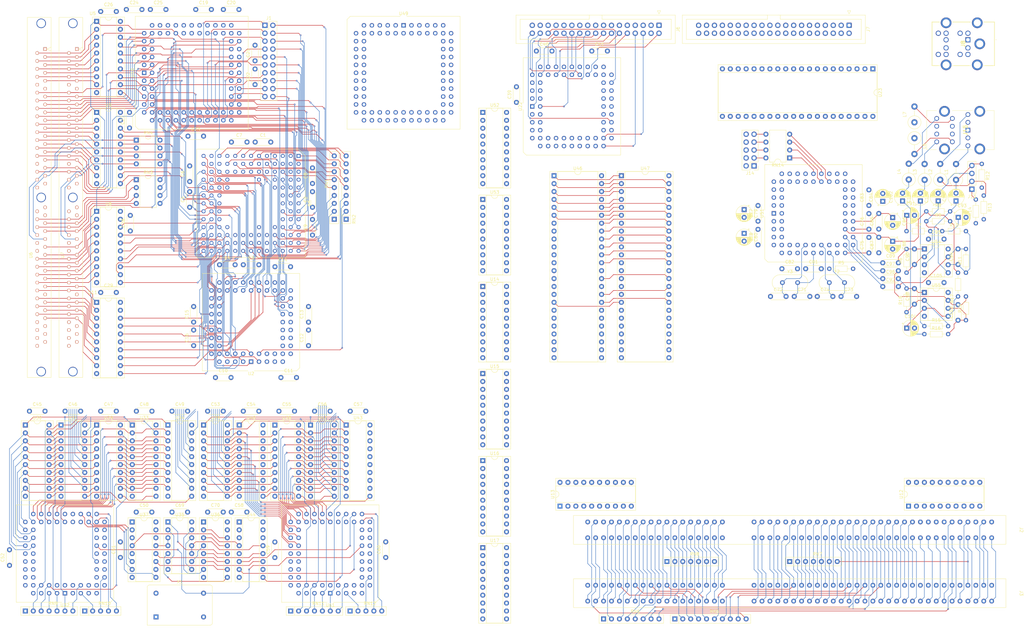
<source format=kicad_pcb>
(kicad_pcb (version 20221018) (generator pcbnew)
  (layers (0 "F.Cu" signal) (1 "In1.Cu" power) (2 "In2.Cu" power) (31 "B.Cu" signal) (34 "B.Paste" user) (35 "F.Paste" user) (36 "B.SilkS" user "B.Silkscreen") (37 "F.SilkS" user "F.Silkscreen") (38 "B.Mask" user) (39 "F.Mask" user) (44 "Edge.Cuts" user))
  (net 0 "")
  (net 3 "/cpu/~{MMUDIS}")
  (net 4 "/cpu/~{CDIS}")
  (net 6 "/cpu/~{REFILL}")
  (net 18 "/dram/~{RAS0}")
  (net 19 "/dram/~{RAS1}")
  (net 20 "/dram/~{CAS0}")
  (net 21 "/dram/~{CAS2}")
  (net 22 "/dram/~{CAS3}")
  (net 23 "/dram/~{CAS1}")
  (net 24 "/dram/~{WE}")
  (net 25 "/cpu/~{RMC}")
  (net 26 "/cpu/~{OCS}")
  (net 30 "/cpu/~{DBEN}")
  (net 31 "/cpu/~{ECS}")
  (net 32 "BD23")
  (net 33 "BD22")
  (net 34 "BD21")
  (net 35 "BD20")
  (net 36 "BD19")
  (net 37 "BD18")
  (net 38 "BD17")
  (net 39 "BD16")
  (net 40 "BD24")
  (net 41 "BD25")
  (net 42 "BD26")
  (net 43 "BD27")
  (net 44 "BD28")
  (net 45 "BD29")
  (net 46 "BD30")
  (net 47 "BD31")
  (net 48 "GND")
  (net 49 "+5V")
  (net 50 "~{IPL0}")
  (net 51 "~{IPL1}")
  (net 52 "~{IPL2}")
  (net 53 "~{AVEC}")
  (net 54 "~{BR}")
  (net 55 "~{BGACK}")
  (net 56 "~{HALT}")
  (net 57 "~{BERR}")
  (net 58 "~{DSACK0}")
  (net 59 "~{DSACK1}")
  (net 60 "~{STERM}")
  (net 61 "~{CIIN}")
  (net 62 "~{CBACK}")
  (net 63 "~{FPU_P}")
  (net 64 "A0")
  (net 65 "A30")
  (net 66 "A28")
  (net 67 "A26")
  (net 68 "A24")
  (net 69 "A23")
  (net 70 "A21")
  (net 71 "A19")
  (net 72 "A17")
  (net 73 "A15")
  (net 74 "A13")
  (net 75 "A10")
  (net 76 "~{BG}")
  (net 77 "A31")
  (net 78 "A29")
  (net 79 "A27")
  (net 80 "A25")
  (net 81 "A22")
  (net 82 "A20")
  (net 83 "A16")
  (net 84 "A14")
  (net 85 "A12")
  (net 86 "A8")
  (net 87 "A7")
  (net 88 "FC1")
  (net 89 "~{CIOUT}")
  (net 90 "A1")
  (net 91 "A18")
  (net 92 "A11")
  (net 93 "A9")
  (net 94 "A5")
  (net 95 "A4")
  (net 96 "FC2")
  (net 97 "FC0")
  (net 98 "A6")
  (net 99 "A3")
  (net 100 "A2")
  (net 101 "PROC_CLK")
  (net 102 "~{IPEND}")
  (net 103 "~{RST}")
  (net 104 "~{AS}")
  (net 105 "~{CBREQ}")
  (net 106 "~{DS}")
  (net 107 "SIZ1")
  (net 108 "D5")
  (net 109 "D1")
  (net 110 "D0")
  (net 111 "SIZ0")
  (net 112 "R{slash}~{W}")
  (net 113 "D30")
  (net 114 "D10")
  (net 115 "D7")
  (net 116 "D4")
  (net 117 "D2")
  (net 118 "D29")
  (net 119 "D27")
  (net 120 "D24")
  (net 121 "D22")
  (net 122 "D20")
  (net 123 "D17")
  (net 124 "D14")
  (net 125 "D12")
  (net 126 "D9")
  (net 127 "D6")
  (net 128 "D3")
  (net 129 "D31")
  (net 130 "D28")
  (net 131 "D26")
  (net 132 "D25")
  (net 133 "D23")
  (net 134 "D21")
  (net 135 "D19")
  (net 136 "D18")
  (net 137 "D16")
  (net 138 "D15")
  (net 139 "D13")
  (net 140 "D11")
  (net 141 "D8")
  (net 142 "MA0")
  (net 143 "MA1")
  (net 144 "MA2")
  (net 145 "MA3")
  (net 146 "MA4")
  (net 147 "MA5")
  (net 148 "MA6")
  (net 149 "MA10")
  (net 150 "MA7")
  (net 151 "MA11")
  (net 152 "MA8")
  (net 153 "MA9")
  (net 154 "/dram/~{RAS2}")
  (net 155 "/dram/~{RAS3}")
  (net 156 "~{BYTE3}")
  (net 157 "~{BYTE2}")
  (net 158 "~{BYTE1}")
  (net 159 "~{BYTE0}")
  (net 176 "RST")
  (net 177 "IRQ2")
  (net 178 "/isa/DRQ2")
  (net 179 "-12V")
  (net 180 "+12V")
  (net 181 "~{ISASMEMW}")
  (net 182 "~{ISASMEMR}")
  (net 183 "~{ISAIOW}")
  (net 184 "~{ISAIOR}")
  (net 185 "/isa/~{DACK3}")
  (net 186 "/isa/DRQ3")
  (net 187 "/isa/~{DACK1}")
  (net 188 "/isa/DRQ1")
  (net 189 "/isa/~{REFRESH}")
  (net 190 "8MHz")
  (net 191 "IRQ7")
  (net 192 "IRQ6")
  (net 193 "IRQ5")
  (net 194 "IRQ4")
  (net 195 "IRQ3")
  (net 196 "/isa/~{DACK2}")
  (net 197 "14.31818MHz")
  (net 198 "BA19")
  (net 199 "BA18")
  (net 200 "BA17")
  (net 201 "BA16")
  (net 202 "BA15")
  (net 203 "BA14")
  (net 204 "BA13")
  (net 205 "BA12")
  (net 206 "BA11")
  (net 207 "BA10")
  (net 208 "BA9")
  (net 209 "BA8")
  (net 210 "BA7")
  (net 211 "BA6")
  (net 212 "BA5")
  (net 213 "BA4")
  (net 214 "BA3")
  (net 215 "BA2")
  (net 216 "BA1")
  (net 217 "BA0")
  (net 218 "IRQ10")
  (net 219 "IRQ11")
  (net 220 "IRQ12")
  (net 221 "IRQ15")
  (net 222 "IRQ14")
  (net 223 "/isa/~{DACK0}")
  (net 224 "/isa/DRQ0")
  (net 225 "/isa/~{DACK5}")
  (net 226 "/isa/DRQ5")
  (net 227 "/isa/~{DACK6}")
  (net 228 "/isa/DRQ6")
  (net 229 "/isa/~{DACK7}")
  (net 230 "/isa/DRQ7")
  (net 231 "/isa/~{MASTER}")
  (net 232 "BA23")
  (net 233 "BA22")
  (net 234 "BA21")
  (net 235 "BA20")
  (net 236 "~{ISAMEMR}")
  (net 237 "~{ISAMEMW}")
  (net 240 "/dmac0/~{OWN}")
  (net 241 "/dmac0/~{UAS}")
  (net 242 "/dmac0/~{DBEN}")
  (net 243 "/dmac0/~{DDIR}")
  (net 244 "/dmac0/~{HIBYTE}")
  (net 245 "/dmac0/~{DTC}")
  (net 246 "/dmac0/~{DRQ0}")
  (net 247 "/dmac0/~{DRQ1}")
  (net 248 "~{FDC_DACK}")
  (net 249 "/dmac0/~{DACK1}")
  (net 250 "/dmac1/~{OWN}")
  (net 251 "/dmac1/~{UAS}")
  (net 252 "/dmac1/~{DBEN}")
  (net 253 "/dmac1/~{DDIR}")
  (net 254 "/dmac1/~{HIBYTE}")
  (net 255 "/dmac1/~{DTC}")
  (net 256 "~{DMAC1_IRQ}")
  (net 257 "~{DMAC0_IRQ}")
  (net 258 "/dmac1/~{DRQ0}")
  (net 259 "/dmac1/~{DRQ1}")
  (net 260 "/dmac1/~{DACK0}")
  (net 261 "/dmac1/~{DACK1}")
  (net 262 "BA24")
  (net 263 "BA25")
  (net 264 "BA26")
  (net 265 "BA27")
  (net 266 "BA28")
  (net 267 "BA29")
  (net 268 "BA30")
  (net 269 "BA31")
  (net 270 "FDC_DRQ")
  (net 271 "FDC_TC")
  (net 272 "/dmac1/A8{slash}D0")
  (net 273 "/dmac1/A9{slash}D1")
  (net 274 "/dmac1/A10{slash}D2")
  (net 275 "/dmac1/A11{slash}D3")
  (net 276 "/dmac1/A12{slash}D4")
  (net 277 "/dmac1/A13{slash}D5")
  (net 278 "/dmac1/A14{slash}D6")
  (net 279 "/dmac1/A15{slash}D7")
  (net 280 "/dmac1/UAS")
  (net 281 "/dmac1/PCL1")
  (net 282 "/dmac1/PCL0")
  (net 283 "~{DMAC1_CS}")
  (net 284 "10MHz")
  (net 285 "/dmac1/~{DONE}")
  (net 286 "/dmac1/~{BEC2}")
  (net 287 "/dmac1/~{BEC1}")
  (net 288 "/dmac1/~{BEC0}")
  (net 289 "/dmac1/A23{slash}D15")
  (net 290 "/dmac1/A22{slash}D14")
  (net 291 "/dmac1/A21{slash}D13")
  (net 292 "/dmac1/A20{slash}D12")
  (net 293 "/dmac1/A19{slash}D11")
  (net 294 "/dmac1/A18{slash}D10")
  (net 295 "/dmac1/A17{slash}D9")
  (net 296 "/dmac1/A16{slash}D8")
  (net 297 "/floppy/DENSEL")
  (net 298 "/dmac0/~{BEC2}")
  (net 299 "/dmac0/~{BEC1}")
  (net 300 "/dmac0/~{BEC0}")
  (net 301 "/floppy/DRATE0")
  (net 302 "/floppy/~{INDEX}")
  (net 303 "/dmac0/A8{slash}D0")
  (net 304 "/dmac0/A9{slash}D1")
  (net 305 "/dmac0/A10{slash}D2")
  (net 306 "/dmac0/A11{slash}D3")
  (net 307 "/dmac0/A12{slash}D4")
  (net 308 "/dmac0/A13{slash}D5")
  (net 309 "/dmac0/A14{slash}D6")
  (net 310 "/dmac0/A15{slash}D7")
  (net 311 "/dmac0/UAS")
  (net 312 "/dmac0/PCL1")
  (net 313 "/floppy/MTR0")
  (net 314 "~{DMAC0_CS}")
  (net 315 "/floppy/DR1")
  (net 316 "/dmac0/~{DONE}")
  (net 317 "/floppy/DR0")
  (net 318 "/dmac0/A23{slash}D15")
  (net 319 "/dmac0/A22{slash}D14")
  (net 320 "/dmac0/A21{slash}D13")
  (net 321 "/dmac0/A20{slash}D12")
  (net 322 "/dmac0/A19{slash}D11")
  (net 323 "/dmac0/A18{slash}D10")
  (net 324 "/dmac0/A17{slash}D9")
  (net 325 "/dmac0/A16{slash}D8")
  (net 326 "/floppy/MTR1")
  (net 327 "/floppy/DIR")
  (net 328 "/floppy/STEP")
  (net 329 "/floppy/WDATA")
  (net 330 "/floppy/WGATE")
  (net 331 "/floppy/TRK0")
  (net 332 "/floppy/WP")
  (net 333 "/floppy/RDATA")
  (net 334 "/floppy/HDSEL")
  (net 335 "~{FPU_CS}")
  (net 336 "~{DRAM_CS}")
  (net 337 "/isa/~{NOWS}")
  (net 338 "MD0")
  (net 339 "MD16")
  (net 340 "MD1")
  (net 341 "MD17")
  (net 342 "MD2")
  (net 343 "MD18")
  (net 344 "MD3")
  (net 345 "MD19")
  (net 346 "MD4")
  (net 347 "MD20")
  (net 348 "MD5")
  (net 349 "MD21")
  (net 350 "MD6")
  (net 351 "MD22")
  (net 352 "MD7")
  (net 353 "MD23")
  (net 354 "MD8")
  (net 355 "MD24")
  (net 356 "MD9")
  (net 357 "MD25")
  (net 358 "MD10")
  (net 359 "MD26")
  (net 360 "MD11")
  (net 361 "MD27")
  (net 362 "MD12")
  (net 363 "MD28")
  (net 364 "MD29")
  (net 365 "MD13")
  (net 366 "MD30")
  (net 367 "MD14")
  (net 368 "MD31")
  (net 369 "MD15")
  (net 370 "/floppy/DSKCHG")
  (net 371 "~{WR}")
  (net 372 "~{RD}")
  (net 373 "~{IDE0_CS}")
  (net 374 "~{IDE1_CS}")
  (net 375 "Net-(RN3-R4.2)")
  (net 376 "Net-(RN3-R3.2)")
  (net 377 "Net-(RN3-R2.2)")
  (net 378 "Net-(RN3-R1.2)")
  (net 379 "Net-(RN4-R4.2)")
  (net 380 "Net-(RN4-R3.2)")
  (net 381 "Net-(RN4-R2.2)")
  (net 382 "Net-(RN4-R1.2)")
  (net 384 "~{FLASH_CS}")
  (net 398 "~{DUART_CS}")
  (net 399 "~{FDC_CS}")
  (net 400 "FDC_IRQ")
  (net 401 "24MHz")
  (net 402 "/floppy/INVERT")
  (net 403 "~{I8242_CS}")
  (net 404 "~{RTC_CS}")
  (net 405 "~{MFP0_CS}")
  (net 406 "~{MFP1_CS}")
  (net 431 "~{VIDEO_CS}")
  (net 432 "~{AUDIO_CS}")
  (net 435 "/isa/~{SMEMW}")
  (net 437 "/isa/~{SMEMR}")
  (net 438 "/isa/~{IOW}")
  (net 439 "/isa/~{IOR}")
  (net 440 "/isa/ALE")
  (net 441 "/isa/IOCHRDY")
  (net 442 "/isa/~{MEMCS16}")
  (net 443 "/isa/~{IOCS16}")
  (net 444 "/isa/SBHE")
  (net 445 "/isa/~{MEMR}")
  (net 446 "/isa/~{MEMW}")
  (net 447 "unconnected-(J2-IO-Pad32)")
  (net 459 "~{ISAMEMSEL}")
  (net 460 "~{ISAIOSEL}")
  (net 461 "/dram/R8")
  (net 462 "/dram/C8")
  (net 463 "/dram/R9")
  (net 464 "/dram/C9")
  (net 465 "/dram/R10")
  (net 466 "/dram/C10")
  (net 467 "/dram/R11")
  (net 468 "/dram/C11")
  (net 469 "/dram/B0")
  (net 470 "/dram/B1")
  (net 471 "IDE_IRQ")
  (net 472 "~{HDDLED}")
  (net 473 "~{MFP_IRQ}")
  (net 474 "3.6864MHz")
  (net 475 "KB_IRQ")
  (net 476 "MS_IRQ")
  (net 477 "Net-(U47-TC)")
  (net 480 "Net-(U47-RC)")
  (net 489 "/timer_irqc/~{IEO0}")
  (net 490 "4MHz")
  (net 559 "Net-(U36B-O3)")
  (net 560 "Net-(U35-Pad12)")
  (net 561 "Net-(U36B-O0)")
  (net 562 "Net-(U36A-O3)")
  (net 563 "Net-(U36A-O0)")
  (net 572 "Net-(U46-TC)")
  (net 575 "Net-(U46-RC)")
  (net 592 "/audio/XTAL1I")
  (net 593 "/audio/XTAL1O")
  (net 594 "/audio/XTAL2I")
  (net 595 "/audio/XTAL2O")
  (net 596 "Net-(U51-RFILT)")
  (net 597 "GNDA")
  (net 598 "Net-(U51-LFILT)")
  (net 599 "/audio/PWR1")
  (net 600 "+5VA")
  (net 601 "/audio/VREFI")
  (net 602 "/audio/VREF")
  (net 614 "/audio/LMIC")
  (net 615 "Net-(U54A--)")
  (net 616 "Net-(C91-Pad1)")
  (net 617 "/audio/RMIC")
  (net 619 "Net-(C93-Pad1)")
  (net 621 "Net-(U54B--)")
  (net 625 "Net-(U35-Pad2)")
  (net 626 "/dmac1/~{RETRY1}")
  (net 627 "/dmac0/~{RETRY0}")
  (net 628 "/dmac0/~{BERR0}")
  (net 629 "/dmac0/~{HALT0}")
  (net 630 "/dmac1/~{HALT1}")
  (net 631 "/dmac1/~{BERR1}")
  (net 632 "/audio/LLINE")
  (net 633 "Net-(C103-Pad2)")
  (net 634 "/audio/RLINE")
  (net 635 "Net-(U55A--)")
  (net 636 "Net-(U54A-+)")
  (net 637 "Net-(J13-Pin_4)")
  (net 638 "Net-(U54B-+)")
  (net 639 "Net-(J13-Pin_3)")
  (net 640 "Net-(C101-Pad1)")
  (net 641 "Net-(C101-Pad2)")
  (net 642 "Net-(C102-Pad1)")
  (net 643 "Net-(C102-Pad2)")
  (net 644 "Net-(U55B--)")
  (net 645 "Net-(U55A-+)")
  (net 663 "Net-(J13-Pin_1)")
  (net 664 "Net-(J13-Pin_2)")
  (net 665 "Net-(J14-Pin_3)")
  (net 666 "Net-(J14-Pin_5)")
  (net 667 "Net-(J14-Pin_7)")
  (net 668 "Net-(J14-Pin_9)")
  (net 669 "/audio/PINK_TIP")
  (net 670 "/audio/PINK_RING")
  (net 671 "/audio/LIME_TIP")
  (net 672 "/audio/LIME_RING")
  (net 673 "/audio/BLUE_TIP")
  (net 674 "/audio/BLUE_RING")
  (net 675 "Net-(RN14-R1.1)")
  (net 676 "Net-(RN14-R2.1)")
  (net 677 "Net-(RN14-R3.1)")
  (net 678 "Net-(RN14-R4.1)")
  (net 679 "AUDIO_IRQ")
  (net 680 "Net-(C89-Pad2)")
  (net 681 "Net-(C96-Pad2)")
  (net 682 "Net-(C92-Pad2)")
  (footprint "Package_DIP:DIP-20_W7.62mm_Socket" (layer "F.Cu") (at 46.355 179.705)
    (fp_text reference "U30")
    (fp_text value "74LS245")
  )
  (footprint "Capacitor_THT:C_Disc_D4.3mm_W1.9mm_P5.00mm" (layer "F.Cu") (at 70.525 175.26)
    (fp_text reference "C47")
    (fp_text value "100n")
  )
  (footprint "Capacitor_THT:C_Disc_D4.3mm_W1.9mm_P5.00mm" (layer "F.Cu") (at 288.965 129.56)
    (fp_text reference "C82")
    (fp_text value "100n")
  )
  (footprint "Package_DIP:DIP-20_W7.62mm_Socket" (layer "F.Cu") (at 126.375 179.71)
    (fp_text reference "U38")
    (fp_text value "74LS245")
  )
  (footprint "Package_LCC:PLCC-68_THT-Socket" (layer "F.Cu") (at 144.145 233.68 180)
    (fp_text reference "U41")
    (fp_text value "MC68440FN")
  )
  (footprint "Capacitor_THT:C_Disc_D4.3mm_W1.9mm_P5.00mm" (layer "F.Cu") (at 109.855 46.355)
    (fp_text reference "C20")
    (fp_text value "100n")
  )
  (footprint "Resistor_THT:R_Axial_DIN0204_L3.6mm_D1.6mm_P7.62mm_Horizontal" (layer "F.Cu") (at 353.695 106.065 -90)
    (fp_text reference "R13")
    (fp_text value "10k")
  )
  (footprint "Capacitor_THT:CP_Radial_D5.0mm_P2.50mm" (layer "F.Cu") (at 327.66 107.81 90)
    (fp_text reference "C102")
    (fp_text value "1u")
  )
  (footprint "Package_DIP:DIP-20_W7.62mm_Socket" (layer "F.Cu") (at 193.04 163.195)
    (fp_text reference "U15")
    (fp_text value "74LS245")
  )
  (footprint "Capacitor_THT:C_Disc_D4.3mm_W1.9mm_P5.00mm" (layer "F.Cu") (at 100.33 146.685 90)
    (fp_text reference "C15")
    (fp_text value "100n")
  )
  (footprint "Capacitor_THT:C_Disc_D4.3mm_W1.9mm_P5.00mm" (layer "F.Cu") (at 345.44 128.2 90)
    (fp_text reference "C94")
    (fp_text value "1.2n")
  )
  (footprint "Capacitor_THT:C_Disc_D4.3mm_W1.9mm_P5.00mm" (layer "F.Cu") (at 120.055 88.9)
    (fp_text reference "C1")
    (fp_text value "100n")
  )
  (footprint "Capacitor_THT:C_Disc_D4.3mm_W1.9mm_P5.00mm" (layer "F.Cu") (at 116.245 128.27)
    (fp_text reference "C3")
    (fp_text value "100n")
  )
  (footprint "Package_DIP:DIP-8_W7.62mm" (layer "F.Cu") (at 81.925 100.975)
    (fp_text reference "RN3")
    (fp_text value "10")
  )
  (footprint "Capacitor_THT:CP_Radial_D5.0mm_P2.50mm" (layer "F.Cu") (at 276.86 118.194888 -90)
    (fp_text reference "C80")
    (fp_text value "1u")
  )
  (footprint "Capacitor_THT:C_Disc_D4.3mm_W1.9mm_P5.00mm" (layer "F.Cu") (at 99.06 101.56 90)
    (fp_text reference "C6")
    (fp_text value "100n")
  )
  (footprint "Package_LCC:PLCC-68_THT-Socket" (layer "F.Cu") (at 286.385 111.78 90)
    (fp_text reference "U51")
    (fp_text value "CS4231A")
  )
  (footprint "Package_LCC:PLCC-68_THT-Socket" (layer "F.Cu") (at 208.915 77.47 90)
    (fp_text reference "U22")
    (fp_text value "PC8477BV")
  )
  (footprint "Capacitor_THT:C_Disc_D4.3mm_W1.9mm_P5.00mm" (layer "F.Cu") (at 100.33 154.225 90)
    (fp_text reference "C16")
    (fp_text value "100n")
  )
  (footprint "Capacitor_THT:C_Disc_D4.3mm_W1.9mm_P5.00mm" (layer "F.Cu") (at 41.275 224.75 90)
    (fp_text reference "C52")
    (fp_text value "100n")
  )
  (footprint "Capacitor_THT:CP_Radial_D5.0mm_P2.50mm" (layer "F.Cu") (at 276.86 110.574888 -90)
    (fp_text reference "C79")
    (fp_text value "1u")
  )
  (footprint "Capacitor_THT:C_Disc_D4.3mm_W1.9mm_P5.00mm" (layer "F.Cu") (at 76.835 222.21 90)
    (fp_text reference "C51")
    (fp_text value "100n")
  )
  (footprint "Resistor_THT:R_Axial_DIN0204_L3.6mm_D1.6mm_P7.62mm_Horizontal" (layer "F.Cu") (at 334.645 150.535)
    (fp_text reference "R16")
    (fp_text value "47k")
  )
  (footprint "Resistor_THT:R_Axial_DIN0204_L3.6mm_D1.6mm_P7.62mm_Horizontal" (layer "F.Cu") (at 328.93 117.495)
    (fp_text reference "R7")
    (fp_text value "1.5k")
  )
  (footprint "Package_DIP:DIP-20_W7.62mm_Socket" (layer "F.Cu") (at 217.805 205.74 90)
    (fp_text reference "U13")
    (fp_text value "PAL16L8")
  )
  (footprint "m68k-hbc-conn:SIMM72" (layer "F.Cu") (at 61.595 106.68 90)
    (fp_text reference "U7")
    (fp_text value "SIMM72")
  )
  (footprint "Capacitor_THT:CP_Radial_D5.0mm_P2.50mm" (layer "F.Cu") (at 324.485 113.114888 -90)
    (fp_text reference "C86")
    (fp_text value "10u")
  )
  (footprint "Connector_IDC:IDC-Header_2x20_P2.54mm_Vertical" (layer "F.Cu") (at 310.515 51.435 -90)
    (fp_text reference "J7")
    (fp_text value "IDC_PATA")
  )
  (footprint "Package_DIP:DIP-20_W7.62mm_Socket" (layer "F.Cu") (at 193.04 191.135)
    (fp_text reference "U16")
    (fp_text value "74LS245")
  )
  (footprint "Package_DIP:DIP-16_W7.62mm_Socket" (layer "F.Cu") (at 103.505 210.82)
    (fp_text reference "U36")
    (fp_text value "74LS139")
  )
  (footprint "Capacitor_THT:C_Disc_D4.3mm_W1.9mm_P5.00mm" (layer "F.Cu") (at 316.865 116.86 90)
    (fp_text reference "C76")
    (fp_text value "1n")
  )
  (footprint "Capacitor_THT:C_Disc_D4.3mm_W1.9mm_P5.00mm" (layer "F.Cu") (at 292.925 138.45)
    (fp_text reference "C71")
    (fp_text value "20p")
  )
  (footprint "Capacitor_THT:C_Disc_D4.3mm_W1.9mm_P5.00mm" (layer "F.Cu") (at 59.095 175.26)
    (fp_text reference "C46")
    (fp_text value "100n")
  )
  (footprint "Capacitor_THT:C_Disc_D4.3mm_W1.9mm_P5.00mm" (layer "F.Cu") (at 112.395 207.645)
    (fp_text reference "C58")
    (fp_text value "100n")
  )
  (footprint "Oscillator:Oscillator_DIP-14" (layer "F.Cu") (at 88.265 241.3)
    (fp_text reference "X1")
    (fp_text value "10M")
  )
  (footprint "Capacitor_THT:C_Disc_D4.3mm_W1.9mm_P5.00mm" (layer "F.Cu") (at 345.44 146.07 90)
    (fp_text reference "C103")
    (fp_text value "47p")
  )
  (footprint "Capacitor_THT:C_Disc_D4.3mm_W1.9mm_P5.00mm" (layer "F.Cu") (at 120.015 70.445 90)
    (fp_text reference "C22")
    (fp_text value "100n")
  )
  (footprint "Capacitor_THT:C_Disc_D4.3mm_W1.9mm_P5.00mm" (layer "F.Cu") (at 320.04 116.82 90)
    (fp_text reference "C85")
    (fp_text value "100n")
  )
  (footprint "Resistor_THT:R_Axial_DIN0204_L3.6mm_D1.6mm_P7.62mm_Horizontal" (layer "F.Cu") (at 304.165 129.56)
    (fp_text reference "R5")
    (fp_text value "2")
  )
  (footprint "Capacitor_THT:C_Disc_D4.3mm_W1.9mm_P5.00mm" (layer "F.Cu") (at 137.16 146.685 90)
    (fp_text reference "C13")
    (fp_text value "100n")
  )
  (footprint "Connector_PinHeader_2.54mm:PinHeader_2x05_P2.54mm_Vertical" (layer "F.Cu") (at 280.035 96.54 180)
    (fp_text reference "J14")
    (fp_text value "AUDIO_DATA")
  )
  (footprint "Capacitor_THT:C_Disc_D4.3mm_W1.9mm_P5.00mm" (layer "F.Cu") (at 128.31 164.465)
    (fp_text reference "C11")
    (fp_text value "100n")
  )
  (footprint "Capacitor_THT:C_Disc_D4.3mm_W1.9mm_P5.00mm" (layer "F.Cu") (at 93.385 207.645)
    (fp_text reference "C69")
    (fp_text value "100n")
  )
  (footprint "Inductor_THT:L_Axial_L9.5mm_D4.0mm_P5.08mm_Vertical_Fastron_SMCC" (layer "F.Cu") (at 329.645 100.925 90)
    (fp_text reference "L4")
    (fp_text value "L")
  )
  (footprint "Package_DIP:DIP-20_W7.62mm_Socket" (layer "F.Cu") (at 193.04 219.075)
    (fp_text reference "U17")
    (fp_text value "74LS245")
  )
  (footprint "Capacitor_THT:C_Disc_D4.3mm_W1.9mm_P5.00mm" (layer "F.Cu") (at 116.245 175.26)
    (fp_text reference "C54")
    (fp_text value "100n")
  )
  (footprint "Package_DIP:DIP-20_W7.62mm_Socket" (layer "F.Cu") (at 69.215 111.13)
    (fp_text reference "U8")
    (fp_text value "74LS245")
  )
  (footprint "m68k-hbc-conn:ATA_16bit" (layer "F.Cu") (at 356.235 213.36 -90)
    (fp_text reference "J2")
    (fp_text value "Bus_ISA_16bit")
  )
  (footprint "Package_DIP:DIP-8_W7.62mm_Socket" (layer "F.Cu") (at 334.655 123.21)
    (fp_text reference "U54")
    (fp_text value "MC33078")
  )
  (footprint "Package_DIP:DIP-20_W7.62mm_Socket" (layer "F.Cu") (at 114.945 179.71)
    (fp_text reference "U40")
    (fp_text value "74LS573")
  )
  (footprint "Connector_IDC:IDC-Header_2x17_P2.54mm_Vertical" (layer "F.Cu") (at 249.555 51.435 -90)
    (fp_text reference "J6")
    (fp_text value "IDC_FDD")
  )
  (footprint "Capacitor_THT:C_Disc_D4.3mm_W1.9mm_P5.00mm" (layer "F.Cu") (at 150.535 175.26)
    (fp_text reference "C57")
    (fp_text value "100n")
  )
  (footprint "Capacitor_THT:C_Disc_D4.3mm_W1.9mm_P5.00mm" (layer "F.Cu") (at 138.43 118.745 90)
    (fp_text reference "C9")
    (fp_text value "100n")
  )
  (footprint "Capacitor_THT:CP_Radial_D5.0mm_P2.50mm" (layer "F.Cu") (at 321.31 107.905113 90)
    (fp_text reference "C84")
    (fp_text value "1u")
  )
  (footprint "Resistor_THT:R_Array_SIP7" (layer "F.Cu") (at 291.465 223.52)
    (fp_text reference "RN7")
    (fp_text value "4.7k")
  )
  (footprint "Resistor_THT:R_Axial_DIN0204_L3.6mm_D1.6mm_P7.62mm_Horizontal" (layer "F.Cu") (at 351.155 114.955 90)
    (fp_text reference "R14")
    (fp_text value "22k")
  )
  (footprint "Capacitor_THT:C_Disc_D4.3mm_W1.9mm_P5.00mm" (layer "F.Cu") (at 120.015 62.825 90)
    (fp_text reference "C21")
    (fp_text value "100n")
  )
  (footprint "Package_LCC:PLCC-84_THT-Socket" (layer "F.Cu") (at 167.64 51.435)
    (fp_text reference "U49")
    (fp_text value "EPM7128SLC84-15")
  )
  (footprint "Resistor_THT:R_Array_SIP7" (layer "F.Cu") (at 252.095 223.52)
    (fp_text reference "RN8")
    (fp_text value "4.7k")
  )
  (footprint "Package_DIP:DIP-14_W7.62mm_Socket" (layer "F.Cu") (at 92.085 210.815)
    (fp_text reference "U35")
    (fp_text value "74LS00")
  )
  (footprint "Capacitor_THT:C_Disc_D4.3mm_W1.9mm_P5.00mm" (layer "F.Cu") (at 104.815 207.645)
    (fp_text reference "C70")
    (fp_text value "100n")
  )
  (footprint "Inductor_THT:L_Axial_L9.5mm_D4.0mm_P5.08mm_Vertical_Fastron_SMCC" (layer "F.Cu") (at 331.47 87.65 -90)
    (fp_text reference "L6")
    (fp_text value "L")
  )
  (footprint "Capacitor_THT:C_Disc_D4.3mm_W1.9mm_P5.00mm" (layer "F.Cu") (at 126.365 222.25 90)
    (fp_text reference "C59")
    (fp_text value "100n")
  )
  (footprint "Capacitor_THT:C_Disc_D4.3mm_W1.9mm_P5.00mm" (layer "F.Cu") (at 320.04 124.44 90)
    (fp_text reference "C87")
    (fp_text value "100n")
  )
  (footprint "Resistor_THT:R_Array_SIP5" (layer "F.Cu") (at 65.405 239.395)
    (fp_text reference "RN10")
    (fp_text value "10k")
  )
  (footprint "Capacitor_THT:C_Disc_D4.3mm_W1.9mm_P5.00mm" (layer "F.Cu") (at 138.43 102.195 90)
    (fp_text reference "C8")
    (fp_text value "100n")
  )
  (footprint "Capacitor_THT:C_Disc_D4.3mm_W1.9mm_P5.00mm" (layer "F.Cu") (at 86.44 46.355)
    (fp_text reference "C25")
    (fp_text value "100n")
  )
  (footprint "Resistor_THT:R_Array_SIP7" (layer "F.Cu") (at 131.445 239.395)
    (fp_text reference "RN11")
    (fp_text value "10k")
  )
  (footprint "Resistor_THT:R_Axial_DIN0204_L3.6mm_D1.6mm_P7.62mm_Horizontal" (layer "F.Cu") (at 340.36 117.495)
    (fp_text reference "R10")
    (fp_text value "1.5k")
  )
  (footprint "Package_DIP:DIP-20_W7.62mm_Socket" (layer "F.Cu") (at 193.05 79.38)
    (fp_text reference "U52")
    (fp_text value "74LS245")
  )
  (footprint "Capacitor_THT:C_Disc_D4.3mm_W1.9mm_P5.00mm" (layer "F.Cu") (at 321.31 135.275)
    (fp_text reference "C92")
    (fp_text value "1u")
  )
  (footprint "Capacitor_THT:CP_Radial_D5.0mm_P2.50mm" (layer "F.Cu") (at 324.485 120.734888 -90)
    (fp_text reference "C88")
    (fp_text value "10u")
  )
  (footprint "Capacitor_THT:C_Disc_D4.3mm_W1.9mm_P5.00mm" (layer "F.Cu") (at 81.955 175.26)
    (fp_text reference "C48")
    (fp_text value "100n")
  )
  (footprint "Resistor_THT:R_Axial_DIN0204_L3.6mm_D1.6mm_P7.62mm_Horizontal" (layer "F.Cu") (at 334.645 147.975)
    (fp_text reference "R15")
    (fp_text value "47k")
  )
  (footprint "Package_DIP:DIP-20_W7.62mm_Socket" (layer "F.Cu") (at 69.215 140.335)
    (fp_text reference "U11")
    (fp_text value "74LS245")
  )
  (footprint "Package_DIP:DIP-20_W7.62mm_Socket" (layer "F.Cu") (at 57.795 179.71)
    (fp_text reference "U31")
    (fp_text value "74LS573")
  )
  (footprint "Capacitor_THT:C_Disc_D4.3mm_W1.9mm_P5.00mm" (layer "F.Cu") (at 70.525 137.16)
    (fp_text reference "C29")
    (fp_text value "100n")
  )
  (footprint "Inductor_THT:L_Axial_L9.5mm_D4.0mm_P5.08mm_Vertical_Fastron_SMCC" (layer "F.Cu") (at 331.47 82.57 90)
    (fp_text reference "L7")
    (fp_text value "L")
  )
  (footprint "Capacitor_THT:C_Disc_D4.3mm_W1.9mm_P5.00mm" (layer "F.Cu") (at 104.815 175.26)
    (fp_text reference "C53")
    (fp_text value "100n")
  )
  (footprint "Capacitor_THT:C_Disc_D4.3mm_W1.9mm_P5.00mm" (layer "F.Cu") (at 331.46 140.93 90)
    (fp_text reference "C98")
    (fp_text value "47p")
  )
  (footprint "Capacitor_THT:C_Disc_D4.3mm_W1.9mm_P5.00mm" (layer "F.Cu") (at 281.305 114.28 90)
    (fp_text reference "C77")
    (fp_text value "100n")
  )
  (footprint "Capacitor_THT:C_Disc_D4.3mm_W1.9mm_P5.00mm" (layer "F.Cu") (at 101.005 46.355)
    (fp_text reference "C19")
    (fp_text value "100n")
  )
  (footprint "m68k-hbc-ic:PGA128" (layer "F.Cu") (at 118.745 108.585 -90)
    (fp_text reference "U1")
    (fp_text value "MC68030R")
  )
  (footprint "Inductor_THT:L_Axial_L9.5mm_D4.0mm_P5.08mm_Vertical_Fastron_SMCC" (layer "F.Cu") (at 344.805 101.02 90)
    (fp_text reference "L1")
    (fp_text value "L")
  )
  (footprint "Package_DIP:DIP-8_W7.62mm" (layer "F.Cu") (at 81.925 88.275)
    (fp_text reference "RN4")
    (fp_text value "10")
  )
  (footprint "Package_DIP:DIP-20_W7.62mm_Socket" (layer "F.Cu") (at 329.57 205.73 90)
    (fp_text reference "U12")
    (fp_text value "PAL16L8")
  )
  (footprint "Capacitor_THT:CP_Radial_D5.0mm_P2.50mm" (layer "F.Cu") (at 344.805 107.81 90)
    (fp_text reference "C99")
    (fp_text value "1u")
  )
  (footprint "Package_DIP:DIP-20_W7.62mm_Socket" (layer "F.Cu") (at 193.04 107.315)
    (fp_text reference "U53")
    (fp_text value "74LS245")
  )
  (footprint "Package_DIP:DIP-40_W15.24mm_Socket" (layer "F.Cu") (at 318.135 65.405 -90)
    (fp_text reference "U23")
    (fp_text value "VT82C42")
  )
  (footprint "Resistor_THT:R_Array_SIP8" (layer "F.Cu") (at 231.775 241.935)
    (fp_text reference "RN6")
    (fp_text value "4.7k")
  )
  (footprint "Package_LCC:PLCC-84_THT-Socket" (layer "F.Cu") (at 84.455 66.675 90)
    (fp_text reference "U10")
    (fp_text value "DP8440")
  )
  (footprint "Capacitor_THT:C_Disc_D4.3mm_W1.9mm_P5.00mm" (layer "F.Cu") (at 78.74 46.355)
    (fp_text reference "C24")
    (fp_text value "100n")
  )
  (footprint "Capacitor_THT:C_Disc_D4.3mm_W1.9mm_P5.00mm" (layer "F.Cu") (at 108.625 128.27)
    (fp_text reference "C4")
    (fp_text value "100n")
  )
  (footprint "Capacitor_THT:C_Disc_D4.3mm_W1.9mm_P5.00mm" (layer "F.Cu") (at 210.225 59.69)
    (fp_text reference "C40")
    (fp_text value "100n")
  )
  (footprint "Capacitor_THT:C_Disc_D4.3mm_W1.9mm_P5.00mm" (layer "F.Cu") (at 316.865 109.24 90)
    (fp_text reference "C83")
    (fp_text value "100n")
  )
  (footprint "Capacitor_THT:C_Disc_D4.3mm_W1.9mm_P5.00mm" (layer "F.Cu") (at 321.31 127.655)
    (fp_text reference "C89")
    (fp_text value "1u")
  )
  (footprint "Capacitor_THT:C_Disc_D4.3mm_W1.9mm_P5.00mm" (layer "F.Cu") (at 316.865 124.48 90)
    (fp_text reference "C75")
    (fp_text value "1n")
  )
  (footprint "Capacitor_THT:C_Disc_D4.3mm_W1.9mm_P5.00mm" (layer "F.Cu") (at 281.305 121.9 90)
    (fp_text reference "C78")
    (fp_text value "100n")
  )
  (footprint "Crystal:Crystal_HC49-4H_Vertical" (layer "F.Cu") (at 289.125 134.005)
    (fp_text reference "Y3")
    (fp_text value "24.576M")
  )
  (footprint "Capacitor_THT:C_Disc_D4.3mm_W1.9mm_P5.00mm" (layer "F.Cu") (at 296.585 129.56)
    (fp_text reference "C81")
    (fp_text value "100n")
  )
  (footprint "Resistor_THT:R_Axial_DIN0204_L3.6mm_D1.6mm_P7.62mm_Horizontal" (layer "F.Cu") (at 347.98 130.82 90)
    (fp_text reference "R11")
    (fp_text value "11k")
  )
  (footprint "Capacitor_THT:C_Disc_D4.3mm_W1.9mm_P5.00mm" (layer "F.Cu") (at 107.315 164.465)
    (fp_text reference "C10")
    (fp_text value "100n")
  )
  (footprint "Package_DIP:DIP-48_W15.24mm_Socket" (layer "F.Cu") (at 215.895 99.695)
    (fp_text reference "U46")
    (fp_text value "MC68901P")
  )
  (footprint "Resistor_THT:R_Axial_DIN0204_L3.6mm_D1.6mm_P7.62mm_Horizontal" (layer "F.Cu") (at 335.28 111.145)
    (fp_text reference "R8")
    (fp_text value "47k")
  )
  (footprint "Capacitor_THT:C_Disc_D4.3mm_W1.9mm_P5.00mm" (layer "F.Cu") (at 300.305 138.45)
    (fp_text reference "C74")
    (fp_text value "20p")
  )
  (footprint "Capacitor_THT:C_Disc_D4.3mm_W1.9mm_P5.00mm" (layer "F.Cu") (at 98.505 86.995)
    (fp_text reference "C23")
    (fp_text value "100n")
  )
  (footprint "Resistor_THT:R_Axial_DIN0204_L3.6mm_D1.6mm_P7.62mm_Horizontal" (layer "F.Cu") (at 335.28 114.32)
    (fp_text reference "R9")
    (fp_text value "47k")
  )
  (footprint "Capacitor_THT:C_Disc_D4.3mm_W1.9mm_P5.00mm" (layer "F.Cu") (at 138.43 109.815 90)
    (fp_text reference "C2")
    (fp_text value "100n")
  )
  (footprint "Package_DIP:DIP-20_W7.62mm_Socket" (layer "F.Cu") (at 69.215 179.705)
    (fp_text reference "U29")
    (fp_text value "74LS245")
  )
  (footprint "Capacitor_THT:C_Disc_D4.3mm_W1.9mm_P5.00mm" (layer "F.Cu") (at 80.01 117.435 90)
    (fp_text reference "C28")
    (fp_text value "100n")
  )
  (footprint "Capacitor_THT:C_Disc_D4.3mm_W1.9mm_P5.00mm" (layer "F.Cu") (at 70.525 46.99)
    (fp_text reference "C26")
    (fp_text value "100n")
  )
  (footprint "Package_LCC:PLCC-68_THT-Socket" (layer "F.Cu") (at 59.055 233.68 180)
    (fp_text reference "U32")
    (fp_text value "MC68440FN")
  )
  (footprint "Resistor_THT:R_Array_SIP10" (layer "F.Cu") (at 254.635 241.935)
    (fp_text reference "RN5")
    (fp_text value "10k")
  )
  (footprint "Capacitor_THT:C_Disc_D4.3mm_W1.9mm_P5.00mm" (layer "F.Cu") (at 203.835 76.16 90)
    (fp_text reference "C39")
    (fp_text value "100n")
  )
  (footprint "Capacitor_THT:CP_Radial_D5.0mm_P2.50mm" (layer "F.Cu") (at 345.504888 113.05)
    (fp_text reference "C93")
    (fp_text value "10u")
  )
  (footprint "STX43355BGPS1:STX43355BGPS1" (layer "F.Cu") (at 348.615 85.07 90)
    (fp_text reference "J15")
    (fp_text value "STX-4335-5BGP-S1" hide)
  )
  (footprint "Package_DIP:DIP-20_W7.62mm_Socket" (layer "F.Cu") (at 103.515 179.71)
    (fp_text reference "U39")
    (fp_text value "74LS245")
  )
  (footprint "Capacitor_THT:C_Disc_D4.3mm_W1.9mm_P5.00mm" (layer "F.Cu") (at 126.405 128.905)
    (fp_text reference "C14")
    (fp_text value "100n")
  )
  (footprint "Capacitor_THT:C_Disc_D4.3mm_W1.9mm_P5.00mm" (layer "F.Cu") (at 137.16 154.225 90)
    (fp_text reference "C12")
    (fp_text value "100n")
  )
  (footprint "Capacitor_THT:C_Disc_D4.3mm_W1.9mm_P5.00mm" (layer "F.Cu") (at 79.756 84.375 90)
    (fp_text reference "C27")
    (fp_text value "100n")
  )
  (footprint "Resistor_THT:R_Array_SIP9" (layer "F.Cu") (at 149.225 113.665 90)
    (fp_text reference "RN2")
    (fp_text value "10k")
  )
  (footprint "Package_DIP:DIP-20_W7.62mm_Socket" (layer "F.Cu") (at 193.04 135.255)
    (fp_text reference "U14")
    (fp_text value "74LS245")
  )
  (footprint "Resistor_THT:R_Array_SIP9" (layer "F.Cu") (at 145.415 113.665 90)
    (fp_text reference "RN1")
    (fp_text value "10k")
  )
  (footprint "Package_DIP:DIP-20_W7.62mm_Socket" (layer "F.Cu") (at 69.225 79.38)
    (fp_text reference "U9")
    (fp_text value "74LS245")
  )
  (footprint "Capacitor_THT:CP_Radial_D5.0mm_P2.50mm" (layer "F.Cu") (at 333.375 107.81 90)
    (fp_text reference "C101")
    (fp_text value "1u")
  )
  (footprint "KMDGX6SGPS4N:KMDGX6SGPS4N" (layer "F.Cu") (at 348.615 56.075 -90)
    (fp_text reference "J8")
    (fp_text value "KMDGX-6SG_P-S4N" hide)
  )
  (footprint "Package_DIP:DIP-20_W7.62mm_Socket" (layer "F.Cu") (at 80.645 179.705)
    (fp_text reference "U33")
    (fp_text value "74LS245")
  )
  (footprint "Capacitor_THT:C_Disc_D4.3mm_W1.9mm_P5.00mm" (layer "F.Cu") (at 228.005 59.69)
    (fp_text reference "C41")
    (fp_text value "100n")
  )
  (footprint "Package_DIP:DIP-20_W7.62mm_Socket" (layer "F.Cu") (at 149.235 179.71)
    (fp_text reference "U43")
    (fp_text value "74LS573")
  )
  (footprint "Connector_PinHeader_2.54mm:PinHeader_2x10_P2.54mm_Vertical" (layer "F.Cu") (at 123.19 51.435)
    (fp_text reference "J1")
    (fp_text value "ATRANS")
  )
  (footprint "Crystal:Crystal_HC49-4H_Vertical" (layer "F.Cu") (at 304.165 134.005)
    (fp_text reference "Y2")
    (fp_text value "16.9344M")
  )
  (footprint "Capacitor_THT:CP_Radial_D5.0mm_P2.50mm" (layer "F.Cu") (at 328.994888 112.415)
    (fp_text reference "C91")
    (fp_text value "10u")
  )
  (footprint "Resistor_THT:R_Axial_DIN0204_L3.6mm_D1.6mm_P7.62mm_Horizontal" (layer "F.Cu") (at 347.98 146.07 90)
    (fp_text reference "R19")
    (fp_text value "22k")
  )
  (footprint "Resistor_THT:R_Array_SIP5" (layer "F.Cu") (at 150.495 239.395)
    (fp_text reference "RN12")
    (fp_text value "10k")
  )
  (footprint "Capacitor_THT:C_Disc_D4.3mm_W1.9mm_P5.00mm" (layer "F.Cu") (at 307.925 138.45)
    (fp_text reference "C73")
    (fp_text value "20p")
  )
  (footprint "Package_DIP:DIP-48_W15.24mm_Socket" (layer "F.Cu") (at 237.49 99.695)
    (fp_text reference "U47")
    (fp_text value "MC68901P")
  )
  (footprint "Connector_PinHeader_2.54mm:PinHeader_1x04_P2.54mm_Vertical" (layer "F.Cu") (at 349.885 104.04 180)
    (fp_text reference "J13")
    (fp_text value "MS_SEL")
  )
  (footprint "Capacitor_THT:C_Disc_D4.3mm_W1.9mm_P5.00mm" (layer "F.Cu") (at 321.31 132.735)
    (fp_text reference "C96")
    (fp_text value "1u")
  )
  (footprint "Capacitor_THT:C_Disc_D4.3mm_W1.9mm_P5.00mm" (layer "F.Cu") (at 81.915 207.645)
    (fp_text reference "C50")
    (fp_text value "100n")
  )
  (footprint "Package_DIP:DIP-20_W7.62mm_Socket" (layer "F.Cu") (at 92.075 179.705)
    (fp_text reference "U34")
    (fp_text value "74LS573")
  )
  (footprint "Resistor_THT:R_Axial_DIN0204_L3.6mm_D1.6mm_P7.62mm_Horizontal" (layer "F.Cu") (at 328.93 130.82 90)
    (fp_text reference "R6")
    (fp_text value "11k")
  )
  (footprint "Capacitor_THT:C_Disc_D4.3mm_W1.9mm_P5.00mm" (layer "F.Cu") (at 99.06 109.815 90)
    (fp_text reference "C5")
    (fp_text value "100n")
  )
  (footprint "Capacitor_THT:C_Disc_D4.3mm_W1.9mm_P5.00mm" (layer "F.Cu") (at 335.955 120.035)
    (fp_text reference "C95")
    (fp_text value "100n")
  )
  (footprint "Resistor_THT:R_Array_SIP7" (layer "F.Cu") (at 46.355 239.395)
    (fp_text reference "RN9")
    (fp_text value "10k")
  )
  (footprint "Capacitor_THT:C_Disc_D4.3mm_W1.9mm_P5.00mm" (layer "F.Cu") (at 112.435 88.9)
    (fp_text reference "C7")
    (fp_text value "100n")
  )
  (footprint "Package_DIP:DIP-16_W7.62mm_Socket" (layer "F.Cu") (at 114.935 210.82)
    (fp_text reference "U44")
    (fp_text value "74LS148")
  )
  (footprint "Package_DIP:DIP-8_W7.62mm" (layer "F.Cu") (at 291.455 93.99 180)
    (fp_text reference "RN14")
    (fp_text value "33")
  )
  (footprint "Capacitor_THT:C_Disc_D4.3mm_W1.9mm_P5.00mm" (layer "F.Cu") (at 47.665 175.26)
    (fp_text reference "C45")
    (fp_text value "100n")
  )
  (footprint "Package_DIP:DIP-20_W7.62mm_Socket" (layer "F.Cu") (at 137.805 179.71)
    (fp_text reference "U42")
    (fp_text value "74LS245")
  )
  (footprint "Capacitor_THT:C_Disc_D4.3mm_W1.9mm_P5.00mm" (layer "F.Cu") (at 335.955 133.995)
    (fp_text reference "C105")
    (fp_text value "100n")
  )
  (footprint "Capacitor_THT:C_Disc_D4.3mm_W1.9mm_P5.00mm" (layer "F.Cu") (at 321.31 130.195)
    (fp_text reference "C97")
    (fp_text value "1u")
  )
  (footprint "Package_LCC:PLCC-68_THT-Socket" (layer "F.Cu") (at 118.745 159.38 180)
    (fp_text reference "U2")
    (fp_text value "MC68882FN")
  )
  (footprint "Inductor_THT:L_Axial_L9.5mm_D4.0mm_P5.08mm_Vertical_Fastron_SMCC" (layer "F.Cu") (at 334.725 101.02 90)
    (fp_text reference "L3")
    (fp_text value "L")
  )
  (footprint "Package_DIP:DIP-8_W7.62mm_Socket" (layer "F.Cu") (at 334.645 137.17)
    (fp_text reference "U55")
    (fp_text value "MC33078")
  )
  (footprint "Resistor_THT:R_Axial_DIN0204_L3.6mm_D1.6mm_P7.62mm_Horizontal" (layer "F.Cu") (at 345.44 138.45 90)
    (fp_text reference "R17")
    (fp_text value "5.1k")
  )
  (footprint "Capacitor_THT:C_Disc_D4.3mm_W1.9mm_P5.00mm" (layer "F.Cu") (at 127.675 175.26)
    (fp_text reference "C55")
    (fp_text value "100n")
  )
  (footprint "Capacitor_THT:C_Disc_D4.3mm_W1.9mm_P5.00mm" (layer "F.Cu") (at 331.47 128.2 90)
    (fp_text reference "C90")
    (fp_text value "1.2n")
  )
  (footprint "Inductor_THT:L_Axial_L9.5mm_D4.0mm_P5.08mm_Vertical_Fastron_SMCC" (layer "F.Cu") (at 339.725 100.985 90)
    (fp_text reference "L2")
    (fp_text value "L")
  )
  (footprint "Capacitor_THT:CP_Radial_D5.0mm_P2.50mm" (layer "F.Cu") (at 339.09 107.81 90)
    (fp_text reference "C100")
    (fp_text value "1u")
  )
  (footprint "Resistor_THT:R_Axial_DIN0204_L3.6mm_D1.6mm_P7.62mm_Horizontal" (layer "F.Cu") (at 328.93 143.51 90)
    (fp_text reference "R18")
    (fp_text value "22k")
  )
  (footprint "Capacitor_THT:C_Disc_D4.3mm_W1.9mm_P5.00mm" (layer "F.Cu") (at 93.385 175.26)
    (fp_text reference "C49")
    (fp_text value "100n")
  )
  (footprint "Capacitor_THT:C_Disc_D4.3mm_W1.9mm_P5.00mm" (layer "F.Cu") (at 161.925 222.21 90)
    (fp_text reference "C60")
    (fp_text value "100n")
  )
  (footprint "m68k-hbc-conn:SIMM72" (layer "F.Cu") (at 51.435 106.68 90)
    (fp_text reference "U6")
    (fp_text value "SIMM72")
  )
  (footprint "Capacitor_THT:C_Disc_D4.3mm_W1.9mm_P5.00mm" (layer "F.Cu") (at 285.305 138.45)
    (fp_text reference "C72")
    (fp_text value "20p")
  )
  (footprint "Capacitor_THT:C_Disc_D4.3mm_W1.9mm_P5.00mm" (layer "F.Cu") (at 139.105 175.26)
    (fp_text reference "C56")
    (fp_text value "100n")
  )
  (footprint "Package_DIP:DIP-16_W7.62mm_Socket" (layer "F.Cu") (at 80.605 210.82)
    (fp_text reference "U37")
    (fp_text value "74LS148")
  )
  (footprint "Resistor_THT:R_Axial_DIN0204_L3.6mm_D1.6mm_P7.62mm_Horizontal" (layer "F.Cu") (at 353.06 95.905 -90)
    (fp_text reference "R12")
    (fp_text value "10k")
  )
  (footprint "Capacitor_THT:CP_Radial_D5.0mm_P2.50mm" (layer "F.Cu") (at 328.994888 148.6)
    (fp_text reference "C104")
    (fp_text value "1u")
  )
  (footprint "Package_DIP:DIP-20_W7.62mm_Socket" (layer "F.Cu") (at 69.215 50.165)
    (fp_text reference "U5")
    (fp_text value "74LS245")
  )
  (footprint "m68k-hbc-conn:ATA_16bit" (layer "F.Cu") (at 356.235 233.68 -90)
    (fp_text reference "J3")
    (fp_text value "Bus_ISA_16bit")
  )
  (segment (start 136.752104 125.095) (end 136.091704 125.7554) (width 0.1524) (layer "F.Cu") (net 3))
  (segment (start 121.9454 125.7554) (end 121.285 125.095) (width 0.1524) (layer "F.Cu") (net 3))
  (segment (start 121.285 125.095) (end 121.285 123.825) (width 0.1524) (layer "F.Cu") (net 3))
  (segment (start 142.875 125.095) (end 136.752104 125.095) (width 0.1524) (layer "F.Cu") (net 3))
  (segment (start 136.091704 125.7554) (end 121.9454 125.7554) (width 0.1524) (layer "F.Cu") (net 3))
  (via (at 142.875 125.095) (size 0.508) (drill 0.2032) (layers "F.Cu" "B.Cu") (net 3))
  (segment (start 143.6624 124.3076) (end 143.6624 112.8776) (width 0.1524) (layer "B.Cu") (net 3))
  (segment (start 142.875 125.095) (end 143.6624 124.3076) (width 0.1524) (layer "B.Cu") (net 3))
  (segment (start 143.6624 112.8776) (end 145.415 111.125) (width 0.1524) (layer "B.Cu") (net 3))
  (segment (start 122.2502 123.316252) (end 121.793748 122.8598) (width 0.1524) (layer "F.Cu") (net 4))
  (segment (start 136.016252 125.3998) (end 123.063748 125.3998) (width 0.1524) (layer "F.Cu") (net 4))
  (segment (start 117.7798 122.8598) (end 116.205 121.285) (width 0.1524) (layer "F.Cu") (net 4))
  (segment (start 121.793748 122.8598) (end 117.7798 122.8598) (width 0.1524) (layer "F.Cu") (net 4))
  (segment (start 123.063748 125.3998) (end 122.2502 124.586252) (width 0.1524) (layer "F.Cu") (net 4))
  (segment (start 136.956052 124.46) (end 136.016252 125.3998) (width 0.1524) (layer "F.Cu") (net 4))
  (segment (start 122.2502 124.586252) (end 122.2502 123.316252) (width 0.1524) (layer "F.Cu") (net 4))
  (segment (start 142.24 124.46) (end 136.956052 124.46) (width 0.1524) (layer "F.Cu") (net 4))
  (via (at 142.24 124.46) (size 0.508) (drill 0.2032) (layers "F.Cu" "B.Cu") (net 4))
  (segment (start 143.3576 110.6424) (end 145.415 108.585) (width 0.1524) (layer "B.Cu") (net 4))
  (segment (start 142.24 124.46) (end 143.3576 123.3424) (width 0.1524) (layer "B.Cu") (net 4))
  (segment (start 143.3576 123.3424) (end 143.3576 110.6424) (width 0.1524) (layer "B.Cu") (net 4))
  (segment (start 71.12 95.885) (end 71.13 95.895) (width 0.1524) (layer "F.Cu") (net 18))
  (segment (start 71.13 95.895) (end 81.925 95.895) (width 0.1524) (layer "F.Cu") (net 18))
  (via (at 71.12 95.885) (size 0.508) (drill 0.2032) (layers "F.Cu" "B.Cu") (net 18))
  (segment (start 67.945 95.885) (end 71.12 95.885) (width 0.1524) (layer "B.Cu") (net 18))
  (segment (start 60.325 118.745) (end 59.055 117.475) (width 0.1524) (layer "B.Cu") (net 18))
  (segment (start 64.135 99.695) (end 67.945 95.885) (width 0.1524) (layer "B.Cu") (net 18))
  (segment (start 62.865 99.695) (end 64.135 99.695) (width 0.1524) (layer "B.Cu") (net 18))
  (segment (start 59.055 103.505) (end 62.865 99.695) (width 0.1524) (layer "B.Cu") (net 18))
  (segment (start 59.055 117.475) (end 59.055 103.505) (width 0.1524) (layer "B.Cu") (net 18))
  (segment (start 71.12 93.345) (end 71.13 93.355) (width 0.1524) (layer "F.Cu") (net 19))
  (segment (start 71.13 93.355) (end 81.925 93.355) (width 0.1524) (layer "F.Cu") (net 19))
  (via (at 71.12 93.345) (size 0.508) (drill 0.2032) (layers "F.Cu" "B.Cu") (net 19))
  (segment (start 60.325 100.965) (end 62.865 98.425) (width 0.1524) (layer "B.Cu") (net 19))
  (segment (start 62.865 98.425) (end 64.135 98.425) (width 0.1524) (layer "B.Cu") (net 19))
  (segment (start 57.785 118.745) (end 57.785 103.505) (width 0.1524) (layer "B.Cu") (net 19))
  (segment (start 64.135 98.425) (end 66.675 95.885) (width 0.1524) (layer "B.Cu") (net 19))
  (segment (start 67.945 93.345) (end 71.12 93.345) (width 0.1524) (layer "B.Cu") (net 19))
  (segment (start 66.675 95.885) (end 66.675 94.615) (width 0.1524) (layer "B.Cu") (net 19))
  (segment (start 62.865 120.015) (end 59.055 120.015) (width 0.1524) (layer "B.Cu") (net 19))
  (segment (start 66.675 94.615) (end 67.945 93.345) (width 0.1524) (layer "B.Cu") (net 19))
  (segment (start 59.055 120.015) (end 57.785 118.745) (width 0.1524) (layer "B.Cu") (net 19))
  (segment (start 57.785 103.505) (end 60.325 100.965) (width 0.1524) (layer "B.Cu") (net 19))
  (segment (start 78.74 102.87) (end 78.74 106.045) (width 0.1524) (layer "F.Cu") (net 20))
  (segment (start 78.105 106.68) (end 66.04 106.68) (width 0.1524) (layer "F.Cu") (net 20))
  (segment (start 78.74 106.045) (end 78.105 106.68) (width 0.1524) (layer "F.Cu") (net 20))
  (segment (start 64.77 107.95) (end 64.77 112.395) (width 0.1524) (layer "F.Cu") (net 20))
  (segment (start 81.925 100.975) (end 80.635 100.975) (width 0.1524) (layer "F.Cu") (net 20))
  (segment (start 64.77 112.395) (end 63.5 113.665) (width 0.1524) (layer "F.Cu") (net 20))
  (segment (start 63.5 113.665) (end 60.325 113.665) (width 0.1524) (layer "F.Cu") (net 20))
  (segment (start 80.635 100.975) (end 78.74 102.87) (width 0.1524) (layer "F.Cu") (net 20))
  (segment (start 50.165 113.665) (end 60.325 113.665) (width 0.1524) (layer "F.Cu") (net 20))
  (segment (start 66.04 106.68) (end 64.77 107.95) (width 0.1524) (layer "F.Cu") (net 20))
  (segment (start 66.675 107.315) (end 65.405 108.585) (width 0.1524) (layer "F.Cu") (net 21))
  (segment (start 65.405 113.03) (end 63.5 114.935) (width 0.1524) (layer "F.Cu") (net 21))
  (segment (start 78.74 107.315) (end 79.375 106.68) (width 0.1524) (layer "F.Cu") (net 21))
  (segment (start 79.375 104.775) (end 80.645 103.505) (width 0.1524) (layer "F.Cu") (net 21))
  (segment (start 80.645 103.505) (end 80.655 103.515) (width 0.1524) (layer "F.Cu") (net 21))
  (segment (start 79.375 106.68) (end 79.375 104.775) (width 0.1524) (layer "F.Cu") (net 21))
  (segment (start 52.705 114.935) (end 62.865 114.935) (width 0.1524) (layer "F.Cu") (net 21))
  (segment (start 80.655 103.515) (end 81.925 103.515) (width 0.1524) (layer "F.Cu") (net 21))
  (segment (start 66.675 107.315) (end 78.74 107.315) (width 0.1524) (layer "F.Cu") (net 21))
  (segment (start 65.405 108.585) (end 65.405 113.03) (width 0.1524) (layer "F.Cu") (net 21))
  (segment (start 50.165 116.205) (end 60.325 116.205) (width 0.1524) (layer "F.Cu") (net 22))
  (segment (start 66.04 109.22) (end 66.04 113.665) (width 0.1524) (layer "F.Cu") (net 22))
  (segment (start 66.04 113.665) (end 63.5 116.205) (width 0.1524) (layer "F.Cu") (net 22))
  (segment (start 81.925 106.055) (end 80.03 107.95) (width 0.1524) (layer "F.Cu") (net 22))
  (segment (start 80.03 107.95) (end 67.31 107.95) (width 0.1524) (layer "F.Cu") (net 22))
  (segment (start 63.5 116.205) (end 60.325 116.205) (width 0.1524) (layer "F.Cu") (net 22))
  (segment (start 67.31 107.95) (end 66.04 109.22) (width 0.1524) (layer "F.Cu") (net 22))
  (segment (start 67.945 108.585) (end 66.675 109.855) (width 0.1524) (layer "F.Cu") (net 23))
  (segment (start 66.675 114.3) (end 63.5 117.475) (width 0.1524) (layer "F.Cu") (net 23))
  (segment (start 66.675 109.855) (end 66.675 114.3) (width 0.1524) (layer "F.Cu") (net 23))
  (segment (start 52.705 117.475) (end 62.865 117.475) (width 0.1524) (layer "F.Cu") (net 23))
  (segment (start 67.955 108.595) (end 81.925 108.595) (width 0.1524) (layer "F.Cu") (net 23))
  (segment (start 63.5 117.475) (end 62.865 117.475) (width 0.1524) (layer "F.Cu") (net 23))
  (segment (start 67.945 108.585) (end 67.955 108.595) (width 0.1524) (layer "F.Cu") (net 23))
  (segment (start 114.935 69.215) (end 113.665 70.485) (width 0.1524) (layer "F.Cu") (net 24))
  (segment (start 80.01 109.22) (end 68.58 109.22) (width 0.1524) (layer "F.Cu") (net 24))
  (segment (start 92.6625 70.485) (end 89.535 70.485) (width 0.1524) (layer "F.Cu") (net 24))
  (segment (start 89.535 70.485) (end 88.9 70.485) (width 0.1524) (layer "F.Cu") (net 24))
  (segment (start 64.77 117.475) (end 64.77 120.65) (width 0.1524) (layer "F.Cu") (net 24))
  (segment (start 64.77 120.65) (end 62.865 122.555) (width 0.1524) (layer "F.Cu") (net 24))
  (segment (start 67.31 114.935) (end 64.77 117.475) (width 0.1524) (layer "F.Cu") (net 24))
  (segment (start 67.31 110.49) (end 67.31 114.935) (width 0.1524) (layer "F.Cu") (net 24))
  (segment (start 111.125 70.485) (end 92.6625 70.485) (width 0.1524) (layer "F.Cu") (net 24))
  (segment (start 88.9 70.485) (end 88.265 71.12) (width 0.1524) (layer "F.Cu") (net 24))
  (segment (start 68.58 109.22) (end 67.31 110.49) (width 0.1524) (layer "F.Cu") (net 24))
  (segment (start 86.995 109.855) (end 80.645 109.855) (width 0.1524) (layer "F.Cu") (net 24))
  (segment (start 52.705 122.555) (end 62.865 122.555) (width 0.1524) (layer "F.Cu") (net 24))
  (segment (start 113.665 70.485) (end 111.125 70.485) (width 0.1524) (layer "F.Cu") (net 24))
  (segment (start 80.645 109.855) (end 80.01 109.22) (width 0.1524) (layer "F.Cu") (net 24))
  (via (at 86.995 109.855) (size 0.508) (drill 0.2032) (layers "F.Cu" "B.Cu") (net 24))
  (via (at 88.265 71.12) (size 0.508) (drill 0.2032) (layers "F.Cu" "B.Cu") (net 24))
  (segment (start 87.9602 108.8898) (end 87.9602 71.4248) (width 0.1524) (layer "B.Cu") (net 24))
  (segment (start 86.995 109.855) (end 87.9602 108.8898) (width 0.1524) (layer "B.Cu") (net 24))
  (segment (start 87.9602 71.4248) (end 88.265 71.12) (width 0.1524) (layer "B.Cu") (net 24))
  (segment (start 353.695 215.9) (end 353.695 219.075) (width 0.1524) (layer "B.Cu") (net 32))
  (segment (start 354.965 220.345) (end 354.965 234.95) (width 0.1524) (layer "B.Cu") (net 32))
  (segment (start 353.695 219.075) (end 354.965 220.345) (width 0.1524) (layer "B.Cu") (net 32))
  (segment (start 354.965 234.95) (end 353.695 236.22) (width 0.1524) (layer "B.Cu") (net 32))
  (segment (start 351.155 219.075) (end 352.425 220.345) (width 0.1524) (layer "B.Cu") (net 33))
  (segment (start 352.425 220.345) (end 352.425 234.95) (width 0.1524) (layer "B.Cu") (net 33))
  (segment (start 351.155 215.9) (end 351.155 219.075) (width 0.1524) (layer "B.Cu") (net 33))
  (segment (start 352.425 234.95) (end 351.155 236.22) (width 0.1524) (layer "B.Cu") (net 33))
  (segment (start 349.885 234.95) (end 348.615 236.22) (width 0.1524) (layer "B.Cu") (net 34))
  (segment (start 348.615 219.075) (end 349.885 220.345) (width 0.1524) (layer "B.Cu") (net 34))
  (segment (start 349.885 220.345) (end 349.885 234.95) (width 0.1524) (layer "B.Cu") (net 34))
  (segment (start 348.615 215.9) (end 348.615 219.075) (width 0.1524) (layer "B.Cu") (net 34))
  (segment (start 347.345 220.345) (end 347.345 232.41) (width 0.1524) (layer "B.Cu") (net 35))
  (segment (start 347.345 232.41) (end 346.075 233.68) (width 0.1524) (layer "B.Cu") (net 35))
  (segment (start 346.075 219.075) (end 347.345 220.345) (width 0.1524) (layer "B.Cu") (net 35))
  (segment (start 346.075 233.68) (end 346.075 236.22) (width 0.1524) (layer "B.Cu") (net 35))
  (segment (start 346.075 215.9) (end 346.075 219.075) (width 0.1524) (layer "B.Cu") (net 35))
  (segment (start 344.805 220.345) (end 344.805 234.95) (width 0.1524) (layer "B.Cu") (net 36))
  (segment (start 344.805 234.95) (end 343.535 236.22) (width 0.1524) (layer "B.Cu") (net 36))
  (segment (start 343.535 219.075) (end 344.805 220.345) (width 0.1524) (layer "B.Cu") (net 36))
  (segment (start 343.535 215.9) (end 343.535 219.075) (width 0.1524) (layer "B.Cu") (net 36))
  (segment (start 340.995 219.075) (end 342.265 220.345) (width 0.1524) (layer "B.Cu") (net 37))
  (segment (start 340.995 233.68) (end 340.995 236.22) (width 0.1524) (layer "B.Cu") (net 37))
  (segment (start 342.265 232.41) (end 340.995 233.68) (width 0.1524) (layer "B.Cu") (net 37))
  (segment (start 342.265 220.345) (end 342.265 232.41) (width 0.1524) (layer "B.Cu") (net 37))
  (segment (start 340.995 215.9) (end 340.995 219.075) (width 0.1524) (layer "B.Cu") (net 37))
  (segment (start 339.725 220.345) (end 339.725 234.95) (width 0.1524) (layer "B.Cu") (net 38))
  (segment (start 338.455 219.075) (end 339.725 220.345) (width 0.1524) (layer "B.Cu") (net 38))
  (segment (start 339.725 234.95) (end 338.455 236.22) (width 0.1524) (layer "B.Cu") (net 38))
  (segment (start 338.455 215.9) (end 338.455 219.075) (width 0.1524) (layer "B.Cu") (net 38))
  (segment (start 337.185 234.95) (end 335.915 236.22) (width 0.1524) (layer "B.Cu") (net 39))
  (segment (start 337.185 220.345) (end 337.185 234.95) (width 0.1524) (layer "B.Cu") (net 39))
  (segment (start 335.915 215.9) (end 335.915 219.075) (width 0.1524) (layer "B.Cu") (net 39))
  (segment (start 335.915 219.075) (end 337.185 220.345) (width 0.1524) (layer "B.Cu") (net 39))
  (segment (start 231.135 127.635) (end 233.68 127.635) (width 0.1524) (layer "F.Cu") (net 40))
  (segment (start 251.46 126.365) (end 252.73 127.635) (width 0.1524) (layer "F.Cu") (net 40))
  (segment (start 233.68 127.635) (end 234.95 126.365) (width 0.1524) (layer "F.Cu") (net 40))
  (segment (start 234.95 126.365) (end 251.46 126.365) (width 0.1524) (layer "F.Cu") (net 40))
  (segment (start 245.745 227.33) (end 245.745 234.95) (width 0.1524) (layer "B.Cu") (net 40))
  (segment (start 245.745 234.95) (end 244.475 236.22) (width 0.1524) (layer "B.Cu") (net 40))
  (segment (start 244.475 215.9) (end 244.475 226.06) (width 0.1524) (layer "B.Cu") (net 40))
  (segment (start 244.475 226.06) (end 245.745 227.33) (width 0.1524) (layer "B.Cu") (net 40))
  (segment (start 251.46 123.825) (end 252.73 125.095) (width 0.1524) (layer "F.Cu") (net 41))
  (segment (start 233.68 125.095) (end 234.95 123.825) (width 0.1524) (layer "F.Cu") (net 41))
  (segment (start 231.135 125.095) (end 233.68 125.095) (width 0.1524) (layer "F.Cu") (net 41))
  (segment (start 234.95 123.825) (end 251.46 123.825) (width 0.1524) (layer "F.Cu") (net 41))
  (segment (start 243.205 233.045) (end 241.935 234.315) (width 0.1524) (layer "B.Cu") (net 41))
  (segment (start 243.205 227.33) (end 243.205 233.045) (width 0.1524) (layer "B.Cu") (net 41))
  (segment (start 241.935 215.9) (end 241.935 226.06) (width 0.1524) (layer "B.Cu") (net 41))
  (segment (start 241.935 234.315) (end 241.935 236.22) (width 0.1524) (layer "B.Cu") (net 41))
  (segment (start 241.935 226.06) (end 243.205 227.33) (width 0.1524) (layer "B.Cu") (net 41))
  (segment (start 251.46 121.285) (end 252.73 122.555) (width 0.1524) (layer "F.Cu") (net 42))
  (segment (start 231.135 122.555) (end 233.68 122.555) (width 0.1524) (layer "F.Cu") (net 42))
  (segment (start 233.68 122.555) (end 234.95 121.285) (width 0.1524) (layer "F.Cu") (net 42))
  (segment (start 234.95 121.285) (end 251.46 121.285) (width 0.1524) (layer "F.Cu") (net 42))
  (segment (start 240.665 227.33) (end 240.665 234.95) (width 0.1524) (layer "B.Cu") (net 42))
  (segment (start 239.395 215.9) (end 239.395 226.06) (width 0.1524) (layer "B.Cu") (net 42))
  (segment (start 240.665 234.95) (end 239.395 236.22) (width 0.1524) (layer "B.Cu") (net 42))
  (segment (start 239.395 226.06) (end 240.665 227.33) (width 0.1524) (layer "B.Cu") (net 42))
  (segment (start 251.46 118.745) (end 252.73 120.015) (width 0.1524) (layer "F.Cu") (net 43))
  (segment (start 234.95 118.745) (end 251.46 118.745) (width 0.1524) (layer "F.Cu") (net 43))
  (segment (start 231.135 120.015) (end 233.68 120.015) (width 0.1524) (layer "F.Cu") (net 43))
  (segment (start 233.68 120.015) (end 234.95 118.745) (width 0.1524) (layer "F.Cu") (net 43))
  (segment (start 236.855 234.315) (end 236.855 236.22) (width 0.1524) (layer "B.Cu") (net 43))
  (segment (start 238.125 227.33) (end 238.125 233.045) (width 0.1524) (layer "B.Cu") (net 43))
  (segment (start 238.125 233.045) (end 236.855 234.315) (width 0.1524) (layer "B.Cu") (net 43))
  (segment (start 236.855 215.9) (end 236.855 226.06) (width 0.1524) (layer "B.Cu") (net 43))
  (segment (start 236.855 226.06) (end 238.125 227.33) (width 0.1524) (layer "B.Cu") (net 43))
  (segment (start 234.95 116.205) (end 251.46 116.205) (width 0.1524) (layer "F.Cu") (net 44))
  (segment (start 251.46 116.205) (end 252.73 117.475) (width 0.1524) (layer "F.Cu") (net 44))
  (segment (start 233.68 117.475) (end 234.95 116.205) (width 0.1524) (layer "F.Cu") (net 44))
  (segment (start 231.135 117.475) (end 233.68 117.475) (width 0.1524) (layer "F.Cu") (net 44))
  (segment (start 234.315 226.06) (end 235.585 227.33) (width 0.1524) (layer "B.Cu") (net 44))
  (segment (start 234.315 215.9) (end 234.315 226.06) (width 0.1524) (layer "B.Cu") (net 44))
  (segment (start 235.585 227.33) (end 235.585 234.95) (width 0.1524) (layer "B.Cu") (net 44))
  (segment (start 235.585 234.95) (end 234.315 236.22) (width 0.1524) (layer "B.Cu") (net 44))
  (segment (start 231.135 114.935) (end 233.68 114.935) (width 0.1524) (layer "F.Cu") (net 45))
  (segment (start 234.95 113.665) (end 251.46 113.665) (width 0.1524) (layer "F.Cu") (net 45))
  (segment (start 251.46 113.665) (end 252.73 114.935) (width 0.1524) (layer "F.Cu") (net 45))
  (segment (start 233.68 114.935) (end 234.95 113.665) (width 0.1524) (layer "F.Cu") (net 45))
  (segment (start 231.775 226.06) (end 233.045 227.33) (width 0.1524) (layer "B.Cu") (net 45))
  (segment (start 233.045 233.045) (end 231.775 234.315) (width 0.1524) (layer "B.Cu") (net 45))
  (segment (start 231.775 234.315) (end 231.775 236.22) (width 0.1524) (layer "B.Cu") (net 45))
  (segment (start 233.045 227.33) (end 233.045 233.045) (width 0.1524) (layer "B.Cu") (net 45))
  (segment (start 231.775 215.9) (end 231.775 226.06) (width 0.1524) (layer "B.Cu") (net 45))
  (segment (start 231.135 112.395) (end 233.68 112.395) (width 0.1524) (layer "F.Cu") (net 46))
  (segment (start 233.68 112.395) (end 234.95 111.125) (width 0.1524) (layer "F.Cu") (net 46))
  (segment (start 234.95 111.125) (end 251.46 111.125) (width 0.1524) (layer "F.Cu") (net 46))
  (segment (start 251.46 111.125) (end 252.73 112.395) (width 0.1524) (layer "F.Cu") (net 46))
  (segment (start 229.235 224.155) (end 229.235 215.9) (width 0.1524) (layer "B.Cu") (net 46))
  (segment (start 229.235 236.22) (end 230.505 234.95) (width 0.1524) (layer "B.Cu") (net 46))
  (segment (start 230.505 234.95) (end 230.505 225.425) (width 0.1524) (layer "B.Cu") (net 46))
  (segment (start 230.505 225.425) (end 229.235 224.155) (width 0.1524) (layer "B.Cu") (net 46))
  (segment (start 251.46 108.585) (end 252.73 109.855) (width 0.1524) (layer "F.Cu") (net 47))
  (segment (start 231.135 109.855) (end 233.68 109.855) (width 0.1524) (layer "F.Cu") (net 47))
  (segment (start 233.68 109.855) (end 234.95 108.585) (width 0.1524) (layer "F.Cu") (net 47))
  (segment (start 234.95 108.585) (end 251.46 108.585) (width 0.1524) (layer "F.Cu") (net 47))
  (segment (start 226.695 224.155) (end 226.695 215.9) (width 0.1524) (layer "B.Cu") (net 47))
  (segment (start 227.965 225.425) (end 226.695 224.155) (width 0.1524) (layer "B.Cu") (net 47))
  (segment (start 226.695 234.315) (end 227.965 233.045) (width 0.1524) (layer "B.Cu") (net 47))
  (segment (start 227.965 233.045) (end 227.965 225.425) (width 0.1524) (layer "B.Cu") (net 47))
  (segment (start 226.695 236.22) (end 226.695 234.315) (width 0.1524) (layer "B.Cu") (net 47))
  (segment (start 330.835 215.9) (end 330.835 219.075) (width 0.1524) (layer "B.Cu") (net 48))
  (segment (start 330.835 219.075) (end 332.105 220.345) (width 0.1524) (layer "B.Cu") (net 48))
  (segment (start 332.105 220.345) (end 332.105 234.95) (width 0.1524) (layer "B.Cu") (net 48))
  (segment (start 332.105 234.95) (end 330.835 236.22) (width 0.1524) (layer "B.Cu") (net 48))
  (segment (start 147.32 126.365) (end 118.745 126.365) (width 0.1524) (layer "F.Cu") (net 50))
  (segment (start 118.745 126.365) (end 116.205 123.825) (width 0.1524) (layer "F.Cu") (net 50))
  (via (at 147.32 126.365) (size 0.508) (drill 0.2032) (layers "F.Cu" "B.Cu") (net 50))
  (segment (start 147.6248 126.0602) (end 147.32 126.365) (width 0.1524) (layer "B.Cu") (net 50))
  (segment (start 149.225 108.585) (end 147.6248 110.1852) (width 0.1524) (layer "B.Cu") (net 50))
  (segment (start 147.6248 110.1852) (end 147.6248 121.92) (width 0.1524) (layer "B.Cu") (net 50))
  (segment (start 147.6248 121.92) (end 147.6248 126.0602) (width 0.1524) (layer "B.Cu") (net 50))
  (segment (start 146.3548 126.0602) (end 120.9802 126.0602) (width 0.1524) (layer "F.Cu") (net 51))
  (segment (start 146.685 125.73) (end 146.3548 126.0602) (width 0.1524) (layer "F.Cu") (net 51))
  (segment (start 120.9802 126.0602) (end 118.745 123.825) (width 0.1524) (layer "F.Cu") (net 51))
  (via (at 146.685 125.73) (size 0.508) (drill 0.2032) (layers "F.Cu" "B.Cu") (net 51))
  (segment (start 147.32 125.095) (end 146.685 125.73) (width 0.1524) (layer "B.Cu") (net 51))
  (segment (start 147.32 107.95) (end 147.32 125.095) (width 0.1524) (layer "B.Cu") (net 51))
  (segment (start 149.225 106.045) (end 147.32 107.95) (width 0.1524) (layer "B.Cu") (net 51))
  (segment (start 120.015 122.555) (end 118.745 121.285) (width 0.1524) (layer "F.Cu") (net 52))
  (segment (start 141.605 123.875806) (end 137.109194 123.875806) (width 0.1524) (layer "F.Cu") (net 52))
  (segment (start 121.92 122.555) (end 120.015 122.555) (width 0.1524) (layer "F.Cu") (net 52))
  (segment (start 122.555 124.46) (end 122.555 123.19) (width 0.1524) (layer "F.Cu") (net 52))
  (segment (start 135.89 125.095) (end 123.19 125.095) (width 0.1524) (layer "F.Cu") (net 52))
  (segment (start 137.109194 123.875806) (end 135.89 125.095) (width 0.1524) (layer "F.Cu") (net 52))
  (segment (start 123.19 125.095) (end 122.555 124.46) (width 0.1524) (layer "F.Cu") (net 52))
  (segment (start 122.555 123.19) (end 121.92 122.555) (width 0.1524) (layer "F.Cu") (net 52))
  (via (at 141.605 123.875806) (size 0.508) (drill 0.2032) (layers "F.Cu" "B.Cu") (net 52))
  (segment (start 141.605 123.875806) (end 142.032746 123.875806) (width 0.1524) (layer "B.Cu") (net 52))
  (segment (start 143.0528 122.855752) (end 143.0528 108.4072) (width 0.1524) (layer "B.Cu") (net 52))
  (segment (start 142.032746 123.875806) (end 143.0528 122.855752) (width 0.1524) (layer "B.Cu") (net 52))
  (segment (start 143.0528 108.4072) (end 145.415 106.045) (width 0.1524) (layer "B.Cu") (net 52))
  (segment (start 141.605 98.425) (end 142.875 99.695) (width 0.1524) (layer "F.Cu") (net 53))
  (segment (start 142.875 99.695) (end 146.05 99.695) (width 0.1524) (layer "F.Cu") (net 53))
  (segment (start 147.32 100.965) (end 147.32 101.6) (width 0.1524) (layer "F.Cu") (net 53))
  (segment (start 125.095 97.155) (end 135.89 97.155) (width 0.1524) (layer "F.Cu") (net 53))
  (segment (start 146.05 99.695) (end 147.32 100.965) (width 0.1524) (layer "F.Cu") (net 53))
  (segment (start 135.89 97.155) (end 137.16 98.425) (width 0.1524) (layer "F.Cu") (net 53))
  (segment (start 147.32 101.6) (end 149.225 103.505) (width 0.1524) (layer "F.Cu") (net 53))
  (segment (start 123.825 95.885) (end 125.095 97.155) (width 0.1524) (layer "F.Cu") (net 53))
  (segment (start 137.16 98.425) (end 141.605 98.425) (width 0.1524) (layer "F.Cu") (net 53))
  (segment (start 133.985 93.345) (end 139.7 93.345) (width 0.1524) (layer "F.Cu") (net 54))
  (segment (start 142.24 95.885) (end 145.415 95.885) (width 0.1524) (layer "F.Cu") (net 54))
  (segment (start 139.7 93.345) (end 142.24 95.885) (width 0.1524) (layer "F.Cu") (net 54))
  (segment (start 145.415 103.505) (end 143.51 103.505) (width 0.1524) (layer "F.Cu") (net 55))
  (segment (start 143.51 103.505) (end 139.7 99.695) (width 0.1524) (layer "F.Cu") (net 55))
  (segment (start 139.7 99.695) (end 130.175 99.695) (width 0.1524) (layer "F.Cu") (net 55))
  (segment (start 130.175 99.695) (end 128.905 98.425) (width 0.1524) (layer "F.Cu") (net 55))
  (segment (start 142.5702 100.965) (end 145.415 100.965) (width 0.1524) (layer "F.Cu") (net 56))
  (segment (start 124.663948 97.155) (end 124.968748 97.4598) (width 0.1524) (layer "F.Cu") (net 56))
  (segment (start 117.475 97.155) (end 124.663948 97.155) (width 0.1524) (layer "F.Cu") (net 56))
  (segment (start 137.033748 98.7298) (end 140.335 98.7298) (width 0.1524) (layer "F.Cu") (net 56))
  (segment (start 106.045 213.36) (end 108.585 215.9) (width 0.1524) (layer "F.Cu") (net 56))
  (segment (start 124.968748 97.4598) (end 135.763748 97.4598) (width 0.1524) (layer "F.Cu") (net 56))
  (segment (start 135.763748 97.4598) (end 137.033748 98.7298) (width 0.1524) (layer "F.Cu") (net 56))
  (segment (start 116.205 95.885) (end 117.475 97.155) (width 0.1524) (layer "F.Cu") (net 56))
  (segment (start 103.505 213.36) (end 106.045 213.36) (width 0.1524) (layer "F.Cu") (net 56))
  (segment (start 140.335 98.7298) (end 142.5702 100.965) (width 0.1524) (layer "F.Cu") (net 56))
  (segment (start 108.585 215.9) (end 111.125 215.9) (width 0.1524) (layer "F.Cu") (net 56))
  (segment (start 108.585 218.44) (end 106.045 215.9) (width 0.1524) (layer "F.Cu") (net 57))
  (segment (start 118.1354 91.4146) (end 143.4846 91.4146) (width 0.1524) (layer "F.Cu") (net 57))
  (segment (start 116.205 93.345) (end 118.1354 91.4146) (width 0.1524) (layer "F.Cu") (net 57))
  (segment (start 143.4846 91.4146) (end 145.415 93.345) (width 0.1524) (layer "F.Cu") (net 57))
  (segment (start 106.045 215.9) (end 103.505 215.9) (width 0.1524) (layer "F.Cu") (net 57))
  (segment (start 111.125 218.44) (end 108.585 218.44) (width 0.1524) (layer "F.Cu") (net 57))
  (segment (start 122.555 92.075) (end 121.285 93.345) (width 0.1524) (layer "F.Cu") (net 58))
  (segment (start 231.135 104.775) (end 233.68 104.775) (width 0.1524) (layer "F.Cu") (net 58))
  (segment (start 132.715 93.98) (end 132.715 92.71) (width 0.1524) (layer "F.Cu") (net 58))
  (segment (start 142.24 97.155) (end 139.7 94.615) (width 0.1524) (layer "F.Cu") (net 58))
  (segment (start 149.225 100.965) (end 148.59 100.965) (width 0.1524) (layer "F.Cu") (net 58))
  (segment (start 146.685 97.155) (end 142.24 97.155) (width 0.1524) (layer "F.Cu") (net 58))
  (segment (start 147.32 97.79) (end 146.685 97.155) (width 0.1524) (layer "F.Cu") (net 58))
  (segment (start 234.95 103.505) (end 251.46 103.505) (width 0.1524) (layer "F.Cu") (net 58))
  (segment (start 148.59 100.965) (end 147.32 99.695) (width 0.1524) (layer "F.Cu") (net 58))
  (segment (start 132.715 92.71) (end 132.08 92.075) (width 0.1524) (layer "F.Cu") (net 58))
  (segment (start 139.7 94.615) (end 133.35 94.615) (width 0.1524) (layer "F.Cu") (net 58))
  (segment (start 251.46 103.505) (end 252.73 104.775) (width 0.1524) (layer "F.Cu") (net 58))
  (segment (start 147.32 99.695) (end 147.32 97.79) (width 0.1524) (layer "F.Cu") (net 58))
  (segment (start 233.68 104.775) (end 234.95 103.505) (width 0.1524) (layer "F.Cu") (net 58))
  (segment (start 132.08 92.075) (end 122.555 92.075) (width 0.1524) (layer "F.Cu") (net 58))
  (segment (start 133.35 94.615) (end 132.715 93.98) (width 0.1524) (layer "F.Cu") (net 58))
  (segment (start 122.555 99.06) (end 125.095 101.6) (width 0.1524) (layer "B.Cu") (net 58))
  (segment (start 123.825 131.459682) (end 123.825 133.98) (width 0.1524) (layer "B.Cu") (net 58))
  (segment (start 121.285 93.345) (end 122.555 94.615) (width 0.1524) (layer "B.Cu") (net 58))
  (segment (start 125.095 124.853438) (end 124.110993 125.837445) (width 0.1524) (layer "B.Cu") (net 58))
  (segment (start 124.110993 125.837445) (end 124.110993 131.173689) (width 0.1524) (layer "B.Cu") (net 58))
  (segment (start 125.095 101.6) (end 125.095 124.853438) (width 0.1524) (layer "B.Cu") (net 58))
  (segment (start 124.110993 131.173689) (end 123.825 131.459682) (width 0.1524) (layer "B.Cu") (net 58))
  (segment (start 122.555 94.615) (end 122.555 99.06) (width 0.1524) (layer "B.Cu") (net 58))
  (segment (start 133.223748 94.9198) (end 139.573748 94.9198) (width 0.1524) (layer "F.Cu") (net 59))
  (segment (start 132.4102 92.836252) (end 132.4102 94.106252) (width 0.1524) (layer "F.Cu") (net 59))
  (segment (start 125.095 95.25) (end 124.46 94.615) (width 0.1524) (layer "F.Cu") (net 59))
  (segment (start 125.095 92.71) (end 125.4252 92.3798) (width 0.1524) (layer "F.Cu") (net 59))
  (segment (start 125.4252 92.3798) (end 131.953748 92.3798) (width 0.1524) (layer "F.Cu") (net 59))
  (segment (start 139.573748 94.9198) (end 143.078948 98.425) (width 0.1524) (layer "F.Cu") (net 59))
  (segment (start 143.078948 98.425) (end 145.415 98.425) (width 0.1524) (layer "F.Cu") (net 59))
  (segment (start 132.4102 94.106252) (end 133.223748 94.9198) (width 0.1524) (layer "F.Cu") (net 59))
  (segment (start 120.015 94.615) (end 118.745 95.885) (width 0.1524) (layer "F.Cu") (net 59))
  (segment (start 124.46 94.615) (end 120.015 94.615) (width 0.1524) (layer "F.Cu") (net 59))
  (segment (start 131.953748 92.3798) (end 132.4102 92.836252) (width 0.1524) (layer "F.Cu") (net 59))
  (via (at 125.095 95.25) (size 0.508) (drill 0.2032) (layers "F.Cu" "B.Cu") (net 59))
  (via (at 125.095 92.71) (size 0.508) (drill 0.2032) (layers "F.Cu" "B.Cu") (net 59))
  (segment (start 125.095 95.25) (end 125.095 92.71) (width 0.1524) (layer "B.Cu") (net 59))
  (segment (start 124.415793 125.963697) (end 124.415793 131.299941) (width 0.1524) (layer "B.Cu") (net 59))
  (segment (start 125.095 95.25) (end 125.3998 95.5548) (width 0.1524) (layer "B.Cu") (net 59))
  (segment (start 125.3998 124.97969) (end 124.415793 125.963697) (width 0.1524) (layer "B.Cu") (net 59))
  (segment (start 124.415793 131.299941) (end 125.0696 131.953748) (width 0.1524) (layer "B.Cu") (net 59))
  (segment (start 125.0696 135.2754) (end 123.825 136.52) (width 0.1524) (layer "B.Cu") (net 59))
  (segment (start 125.3998 95.5548) (end 125.3998 124.97969) (width 0.1524) (layer "B.Cu") (net 59))
  (segment (start 125.0696 131.953748) (end 125.0696 135.2754) (width 0.1524) (layer "B.Cu") (net 59))
  (segment (start 147.32 96.52) (end 149.225 98.425) (width 0.1524) (layer "F.Cu") (net 60))
  (segment (start 143.51 94.615) (end 146.685 94.615) (width 0.1524) (layer "F.Cu") (net 60))
  (segment (start 147.32 95.25) (end 147.32 96.52) (width 0.1524) (layer "F.Cu") (net 60))
  (segment (start 140.6144 91.7194) (end 143.51 94.615) (width 0.1524) (layer "F.Cu") (net 60))
  (segment (start 120.3706 91.7194) (end 140.6144 91.7194) (width 0.1524) (layer "F.Cu") (net 60))
  (segment (start 146.685 94.615) (end 147.32 95.25) (width 0.1524) (layer "F.Cu") (net 60))
  (segment (start 118.745 93.345) (end 120.3706 91.7194) (width 0.1524) (layer "F.Cu") (net 60))
  (segment (start 111.125 90.805) (end 146.685 90.805) (width 0.1524) (layer "F.Cu") (net 61))
  (segment (start 108.585 93.345) (end 111.125 90.805) (width 0.1524) (layer "F.Cu") (net 61))
  (segment (start 146.685 90.805) (end 149.225 93.345) (width 0.1524) (layer "F.Cu") (net 61))
  (segment (start 113.665 93.345) (end 115.9002 91.1098) (width 0.1524) (layer "F.Cu") (net 62))
  (segment (start 115.9002 91.1098) (end 145.7198 91.1098) (width 0.1524) (layer "F.Cu") (net 62))
  (segment (start 147.32 93.98) (end 149.225 95.885) (width 0.1524) (layer "F.Cu") (net 62))
  (segment (start 147.32 92.71) (end 147.32 93.98) (width 0.1524) (layer "F.Cu") (net 62))
  (segment (start 145.7198 91.1098) (end 147.32 92.71) (width 0.1524) (layer "F.Cu") (net 62))
  (segment (start 147.32 155.575) (end 147.955 154.94) (width 0.1524) (layer "F.Cu") (net 63))
  (segment (start 122.55 155.575) (end 147.32 155.575) (width 0.1524) (layer "F.Cu") (net 63))
  (segment (start 121.285 156.84) (end 122.55 155.575) (width 0.1524) (layer "F.Cu") (net 63))
  (via (at 147.955 154.94) (size 0.508) (drill 0.2032) (layers "F.Cu" "B.Cu") (net 63))
  (segment (start 147.955 114.935) (end 147.9296 114.9096) (width 0.1524) (layer "B.Cu") (net 63))
  (segment (start 147.9296 114.9096) (end 147.9296 112.4204) (width 0.1524) (layer "B.Cu") (net 63))
  (segment (start 147.9296 112.4204) (end 149.225 111.125) (width 0.1524) (layer "B.Cu") (net 63))
  (segment (start 147.955 154.94) (end 147.955 114.935) (width 0.1524) (layer "B.Cu") (net 63))
  (segment (start 133.35 71.755) (end 125.73 71.755) (width 0.1524) (layer "F.Cu") (net 67))
  (via (at 133.35 71.755) (size 0.508) (drill 0.2032) (layers "F.Cu" "B.Cu") (net 67))
  (segment (start 135.255 102.235) (end 133.985 103.505) (width 0.1524) (layer "B.Cu") (net 67))
  (segment (start 135.255 92.71) (end 135.255 102.235) (width 0.1524) (layer "B.Cu") (net 67))
  (segment (start 133.985 91.44) (end 135.255 92.71) (width 0.1524) (layer "B.Cu") (net 67))
  (segment (start 133.985 72.39) (end 133.985 91.44) (width 0.1524) (layer "B.Cu") (net 67))
  (segment (start 133.35 71.755) (end 133.985 72.39) (width 0.1524) (layer "B.Cu") (net 67))
  (segment (start 133.985 66.675) (end 125.73 66.675) (width 0.1524) (layer "F.Cu") (net 68))
  (via (at 133.985 66.675) (size 0.508) (drill 0.2032) (layers "F.Cu" "B.Cu") (net 68))
  (segment (start 134.62 67.31) (end 134.62 91.212896) (width 0.1524) (layer "B.Cu") (net 68))
  (segment (start 135.8646 92.457496) (end 135.8646 104.1654) (width 0.1524) (layer "B.Cu") (net 68))
  (segment (start 134.62 91.212896) (end 135.8646 92.457496) (width 0.1524) (layer "B.Cu") (net 68))
  (segment (start 133.985 66.675) (end 134.62 67.31) (width 0.1524) (layer "B.Cu") (net 68))
  (segment (start 135.8646 104.1654) (end 133.985 106.045) (width 0.1524) (layer "B.Cu") (net 68))
  (segment (start 133.985 64.135) (end 125.73 64.135) (width 0.1524) (layer "F.Cu") (net 69))
  (via (at 133.985 64.135) (size 0.508) (drill 0.2032) (layers "F.Cu" "B.Cu") (net 69))
  (segment (start 136.1694 106.4006) (end 133.985 108.585) (width 0.1524) (layer "B.Cu") (net 69))
  (segment (start 134.9248 65.0748) (end 134.9248 91.086644) (width 0.1524) (layer "B.Cu") (net 69))
  (segment (start 133.985 64.135) (end 134.9248 65.0748) (width 0.1524) (layer "B.Cu") (net 69))
  (segment (start 134.9248 91.086644) (end 136.1694 92.331244) (width 0.1524) (layer "B.Cu") (net 69))
  (segment (start 136.1694 92.331244) (end 136.1694 106.4006) (width 0.1524) (layer "B.Cu") (net 69))
  (segment (start 94.615 194.945) (end 94.615 174.625) (width 0.1524) (layer "B.Cu") (net 69))
  (segment (start 99.695 200.025) (end 94.615 194.945) (width 0.1524) (layer "B.Cu") (net 69))
  (segment (start 134.62 59.055) (end 125.73 59.055) (width 0.1524) (layer "F.Cu") (net 70))
  (via (at 134.62 59.055) (size 0.508) (drill 0.2032) (layers "F.Cu" "B.Cu") (net 70))
  (segment (start 136.4742 108.6358) (end 133.985 111.125) (width 0.1524) (layer "B.Cu") (net 70))
  (segment (start 136.4742 92.204992) (end 136.4742 108.6358) (width 0.1524) (layer "B.Cu") (net 70))
  (segment (start 95.885 191.135) (end 95.885 174.625) (width 0.1524) (layer "B.Cu") (net 70))
  (segment (start 135.2296 90.960392) (end 136.4742 92.204992) (width 0.1524) (layer "B.Cu") (net 70))
  (segment (start 135.2296 59.6646) (end 135.2296 90.960392) (width 0.1524) (layer "B.Cu") (net 70))
  (segment (start 99.695 194.945) (end 95.885 191.135) (width 0.1524) (layer "B.Cu") (net 70))
  (segment (start 134.62 59.055) (end 135.2296 59.6646) (width 0.1524) (layer "B.Cu") (net 70))
  (segment (start 135.89 82.55) (end 135.255 81.915) (width 0.1524) (layer "F.Cu") (net 71))
  (segment (start 119.38 80.9498) (end 98.1202 80.9498) (width 0.1524) (layer "F.Cu") (net 71))
  (segment (start 135.255 81.915) (end 120.3452 81.915) (width 0.1524) (layer "F.Cu") (net 71))
  (segment (start 98.1202 80.9498) (end 97.155 81.915) (width 0.1524) (layer "F.Cu") (net 71))
  (segment (start 120.3452 81.915) (end 119.38 80.9498) (width 0.1524) (layer "F.Cu") (net 71))
  (via (at 135.89 82.55) (size 0.508) (drill 0.2032) (layers "F.Cu" "B.Cu") (net 71))
  (segment (start 99.695 189.865) (end 97.155 187.325) (width 0.1524) (layer "B.Cu") (net 71))
  (segment (start 97.155 187.325) (end 97.155 174.625) (width 0.1524) (layer "B.Cu") (net 71))
  (segment (start 136.779 110.871) (end 133.985 113.665) (width 0.1524) (layer "B.Cu") (net 71))
  (segment (start 135.89 91.18974) (end 136.779 92.07874) (width 0.1524) (layer "B.Cu") (net 71))
  (segment (start 135.89 82.55) (end 135.89 91.18974) (width 0.1524) (layer "B.Cu") (net 71))
  (segment (start 136.779 92.07874) (end 136.779 110.871) (width 0.1524) (layer "B.Cu") (net 71))
  (segment (start 133.375403 85.702903) (end 133.375403 85.725) (width 0.1524) (layer "F.Cu") (net 72))
  (segment (start 92.075 81.915) (end 92.075 83.185) (width 0.1524) (layer "F.Cu") (net 72))
  (segment (start 92.075 83.185) (end 93.98 85.09) (width 0.1524) (layer "F.Cu") (net 72))
  (segment (start 93.98 85.09) (end 117.475 85.09) (width 0.1524) (layer "F.Cu") (net 72))
  (segment (start 117.475 85.09) (end 132.7625 85.09) (width 0.1524) (layer "F.Cu") (net 72))
  (segment (start 132.7625 85.09) (end 133.375403 85.702903) (width 0.1524) (layer "F.Cu") (net 72))
  (via (at 133.375403 85.725) (size 0.508) (drill 0.2032) (layers "F.Cu" "B.Cu") (net 72))
  (segment (start 98.425 177.8) (end 100.965 175.26) (width 0.1524) (layer "B.Cu") (net 72))
  (segment (start 133.0198 115.2398) (end 133.985 116.205) (width 0.1524) (layer "B.Cu") (net 72))
  (segment (start 98.425 178.435) (end 98.425 177.8) (width 0.1524) (layer "B.Cu") (net 72))
  (segment (start 133.375403 85.725) (end 133.375403 86.639397) (width 0.1524) (layer "B.Cu") (net 72))
  (segment (start 99.695 184.785) (end 98.425 183.515) (width 0.1524) (layer "B.Cu") (net 72))
  (segment (start 98.425 183.515) (end 98.425 178.435) (width 0.1524) (layer "B.Cu") (net 72))
  (segment (start 133.0198 86.995) (end 133.0198 115.2398) (width 0.1524) (layer "B.Cu") (net 72))
  (segment (start 133.375403 86.639397) (end 133.0198 86.995) (width 0.1524) (layer "B.Cu") (net 72))
  (segment (start 136.525 79.375) (end 135.89 78.74) (width 0.1524) (layer "F.Cu") (net 73))
  (segment (start 139.143941 117.475) (end 136.321052 117.475) (width 0.1524) (layer "F.Cu") (net 73))
  (segment (start 88.265 79.0448) (end 88.265 80.645) (width 0.1524) (layer "F.Cu") (net 73))
  (segment (start 88.9 78.4098) (end 88.265 79.0448) (width 0.1524) (layer "F.Cu") (net 73))
  (segment (start 136.321052 117.475) (end 136.016252 117.7798) (width 0.1524) (layer "F.Cu") (net 73))
  (segment (start 120.015 78.4098) (end 88.9 78.4098) (width 0.1524) (layer "F.Cu") (net 73))
  (segment (start 120.3452 78.74) (end 120.015 78.4098) (width 0.1524) (layer "F.Cu") (net 73))
  (segment (start 135.89 78.74) (end 120.3452 78.74) (width 0.1524) (layer "F.Cu") (net 73))
  (segment (start 134.9502 117.7798) (end 133.985 118.745) (width 0.1524) (layer "F.Cu") (net 73))
  (segment (start 139.7 116.918941) (end 139.143941 117.475) (width 0.1524) (layer "F.Cu") (net 73))
  (segment (start 88.265 80.645) (end 86.995 81.915) (width 0.1524) (layer "F.Cu") (net 73))
  (segment (start 136.016252 117.7798) (end 134.9502 117.7798) (width 0.1524) (layer "F.Cu") (net 73))
  (via (at 139.7 116.918941) (size 0.508) (drill 0.2032) (layers "F.Cu" "B.Cu") (net 73))
  (via (at 136.525 79.375) (size 0.508) (drill 0.2032) (layers "F.Cu" "B.Cu") (net 73))
  (segment (start 65.415 200.03) (end 60.325 194.94) (width 0.1524) (layer "B.Cu") (net 73))
  (segment (start 138.4046 88.012496) (end 140.6144 90.222296) (width 0.1524) (layer "B.Cu") (net 73))
  (segment (start 140.6144 90.222296) (end 140.6144 115.134153) (width 0.1524) (layer "B.Cu") (net 73))
  (segment (start 139.7 116.048553) (end 139.7 116.918941) (width 0.1524) (layer "B.Cu") (net 73))
  (segment (start 136.525 79.375) (end 136.525 81.640396) (width 0.1524) (layer "B.Cu") (net 73))
  (segment (start 140.6144 115.134153) (end 139.7 116.048553) (width 0.1524) (layer "B.Cu") (net 73))
  (segment (start 138.4046 83.519996) (end 138.4046 88.012496) (width 0.1524) (layer "B.Cu") (net 73))
  (segment (start 60.325 194.94) (end 60.325 174.625) (width 0.1524) (layer "B.Cu") (net 73))
  (segment (start 136.525 81.640396) (end 138.4046 83.519996) (width 0.1524) (layer "B.Cu") (net 73))
  (segment (start 121.92 75.565) (end 121.6152 75.2602) (width 0.1524) (layer "F.Cu") (net 74))
  (segment (start 87.9602 75.2602) (end 86.995 74.295) (width 0.1524) (layer "F.Cu") (net 74))
  (segment (start 137.795 121.285) (end 133.985 121.285) (width 0.1524) (layer "F.Cu") (net 74))
  (segment (start 137.795 76.2) (end 137.16 75.565) (width 0.1524) (layer "F.Cu") (net 74))
  (segment (start 137.16 75.565) (end 121.92 75.565) (width 0.1524) (layer "F.Cu") (net 74))
  (segment (start 140.97 121.285) (end 137.795 121.285) (width 0.1524) (layer "F.Cu") (net 74))
  (segment (start 121.6152 75.2602) (end 87.9602 75.2602) (width 0.1524) (layer "F.Cu") (net 74))
  (via (at 140.97 121.285) (size 0.508) (drill 0.2032) (layers "F.Cu" "B.Cu") (net 74))
  (via (at 137.795 76.2) (size 0.508) (drill 0.2032) (layers "F.Cu" "B.Cu") (net 74))
  (segment (start 140.6398 79.0448) (end 140.6398 88.523488) (width 0.1524) (layer "B.Cu") (net 74))
  (segment (start 61.595 191.13) (end 61.595 174.625) (width 0.1524) (layer "B.Cu") (net 74))
  (segment (start 140.6398 88.523488) (end 141.8336 89.717288) (width 0.1524) (layer "B.Cu") (net 74))
  (segment (start 137.795 76.2) (end 140.6398 79.0448) (width 0.1524) (layer "B.Cu") (net 74))
  (segment (start 65.415 194.95) (end 61.595 191.13) (width 0.1524) (layer "B.Cu") (net 74))
  (segment (start 141.8336 89.717288) (end 141.8336 120.4214) (width 0.1524) (layer "B.Cu") (net 74))
  (segment (start 141.8336 120.4214) (end 140.97 121.285) (width 0.1524) (layer "B.Cu") (net 74))
  (segment (start 141.579597 123.19) (end 137.16 123.19) (width 0.1524) (layer "F.Cu") (net 75))
  (segment (start 141.605 51.435) (end 125.73 51.435) (width 0.1524) (layer "F.Cu") (net 75))
  (segment (start 141.605 123.215403) (end 141.579597 123.19) (width 0.1524) (layer "F.Cu") (net 75))
  (segment (start 142.24 52.07) (end 141.605 51.435) (width 0.1524) (layer "F.Cu") (net 75))
  (segment (start 137.16 123.19) (end 136.525 123.825) (width 0.1524) (layer "F.Cu") (net 75))
  (segment (start 136.525 123.825) (end 133.985 123.825) (width 0.1524) (layer "F.Cu") (net 75))
  (via (at 141.605 123.215403) (size 0.508) (drill 0.2032) (layers "F.Cu" "B.Cu") (net 75))
  (via (at 142.24 52.07) (size 0.508) (drill 0.2032) (layers "F.Cu" "B.Cu") (net 75))
  (segment (start 142.262097 123.215403) (end 142.748 122.7295) (width 0.1524) (layer "B.Cu") (net 75))
  (segment (start 142.748 122.7295) (end 142.748 52.578) (width 0.1524) (layer "B.Cu") (net 75))
  (segment (start 63.5 182.245) (end 63.5 179.07) (width 0.1524) (layer "B.Cu") (net 75))
  (segment (start 141.605 123.215403) (end 142.262097 123.215403) (width 0.1524) (layer "B.Cu") (net 75))
  (segment (start 63.5 185.415) (end 63.5 182.245) (width 0.1524) (layer "B.Cu") (net 75))
  (segment (start 63.5 179.07) (end 66.04 176.53) (width 0.1524) (layer "B.Cu") (net 75))
  (segment (start 142.748 52.578) (end 142.24 52.07) (width 0.1524) (layer "B.Cu") (net 75))
  (segment (start 65.415 187.33) (end 63.5 185.415) (width 0.1524) (layer "B.Cu") (net 75))
  (segment (start 130.81 74.93) (end 130.175 74.295) (width 0.1524) (layer "F.Cu") (net 79))
  (segment (start 130.175 74.295) (end 125.73 74.295) (width 0.1524) (layer "F.Cu") (net 79))
  (via (at 130.81 74.93) (size 0.508) (drill 0.2032) (layers "F.Cu" "B.Cu") (net 79))
  (segment (start 130.7846 102.413548) (end 130.4798 102.108748) (width 0.1524) (layer "B.Cu") (net 79))
  (segment (start 130.4798 75.8952) (end 130.81 75.565) (width 0.1524) (layer "B.Cu") (net 79))
  (segment (start 130.81 75.565) (end 130.81 74.93) (width 0.1524) (layer "B.Cu") (net 79))
  (segment (start 131.445 103.505) (end 130.7846 102.8446) (width 0.1524) (layer "B.Cu") (net 79))
  (segment (start 130.7846 102.8446) (end 130.7846 102.413548) (width 0.1524) (layer "B.Cu") (net 79))
  (segment (start 130.4798 102.108748) (end 130.4798 75.8952) (width 0.1524) (layer "B.Cu") (net 79))
  (segment (start 133.985 104.775) (end 132.715 104.775) (width 0.1524) (layer "F.Cu") (net 80))
  (segment (start 133.35 69.215) (end 125.73 69.215) (width 0.1524) (layer "F.Cu") (net 80))
  (segment (start 132.715 104.775) (end 131.445 106.045) (width 0.1524) (layer "F.Cu") (net 80))
  (via (at 133.985 104.775) (size 0.508) (drill 0.2032) (layers "F.Cu" "B.Cu") (net 80))
  (via (at 133.35 69.215) (size 0.508) (drill 0.2032) (layers "F.Cu" "B.Cu") (net 80))
  (segment (start 134.2898 91.313748) (end 135.5598 92.583748) (width 0.1524) (layer "B.Cu") (net 80))
  (segment (start 135.5598 92.583748) (end 135.5598 103.2002) (width 0.1524) (layer "B.Cu") (net 80))
  (segment (start 134.2898 70.1548) (end 134.2898 91.313748) (width 0.1524) (layer "B.Cu") (net 80))
  (segment (start 133.35 69.215) (end 134.2898 70.1548) (width 0.1524) (layer "B.Cu") (net 80))
  (segment (start 135.5598 103.2002) (end 133.985 104.775) (width 0.1524) (layer "B.Cu") (net 80))
  (segment (start 129.54 61.595) (end 125.73 61.595) (width 0.1524) (layer "F.Cu") (net 81))
  (via (at 129.54 61.595) (size 0.508) (drill 0.2032) (layers "F.Cu" "B.Cu") (net 81))
  (segment (start 130.175 62.23) (end 129.54 61.595) (width 0.1524) (layer "B.Cu") (net 81))
  (segment (start 130.175 88.9) (end 130.175 62.23) (width 0.1524) (layer "B.Cu") (net 81))
  (segment (start 95.25 193.04) (end 95.25 174.625) (width 0.1524) (layer "B.Cu") (net 81))
  (segment (start 130.4798 107.6198) (end 130.4798 103.505) (width 0.1524) (layer "B.Cu") (net 81))
  (segment (start 99.695 197.485) (end 95.25 193.04) (width 0.1524) (layer "B.Cu") (net 81))
  (segment (start 130.4798 103.505) (end 130.4798 102.5398) (width 0.1524) (layer "B.Cu") (net 81))
  (segment (start 130.4798 102.5398) (end 130.175 102.235) (width 0.1524) (layer "B.Cu") (net 81))
  (segment (start 130.175 102.235) (end 130.175 88.9) (width 0.1524) (layer "B.Cu") (net 81))
  (segment (start 131.445 108.585) (end 130.4798 107.6198) (width 0.1524) (layer "B.Cu") (net 81))
  (segment (start 129.54 80.645) (end 129.2352 80.3402) (width 0.1524) (layer "F.Cu") (net 82))
  (segment (start 100.6602 80.3402) (end 99.695 79.375) (width 0.1524) (layer "F.Cu") (net 82))
  (segment (start 129.2352 80.3402) (end 100.6602 80.3402) (width 0.1524) (layer "F.Cu") (net 82))
  (via (at 129.54 80.645) (size 0.508) (drill 0.2032) (layers "F.Cu" "B.Cu") (net 82))
  (segment (start 96.52 189.23) (end 96.52 174.625) (width 0.1524) (layer "B.Cu") (net 82))
  (segment (start 129.8702 80.9752) (end 129.8702 102.361252) (width 0.1524) (layer "B.Cu") (net 82))
  (segment (start 99.695 192.405) (end 96.52 189.23) (width 0.1524) (layer "B.Cu") (net 82))
  (segment (start 130.175 109.855) (end 131.445 111.125) (width 0.1524) (layer "B.Cu") (net 82))
  (segment (start 129.54 80.645) (end 129.8702 80.9752) (width 0.1524) (layer "B.Cu") (net 82))
  (segment (start 129.8702 102.361252) (end 130.175 102.666052) (width 0.1524) (layer "B.Cu") (net 82))
  (segment (start 130.175 102.666052) (end 130.175 109.855) (width 0.1524) (layer "B.Cu") (net 82))
  (segment (start 89.535 83.616052) (end 89.535 81.915) (width 0.1524) (layer "F.Cu") (net 83))
  (segment (start 131.7498 85.3948) (end 91.313748 85.3948) (width 0.1524) (layer "F.Cu") (net 83))
  (segment (start 91.313748 85.3948) (end 89.535 83.616052) (width 0.1524) (layer "F.Cu") (net 83))
  (segment (start 132.08 85.725) (end 131.7498 85.3948) (width 0.1524) (layer "F.Cu") (net 83))
  (via (at 132.08 85.725) (size 0.508) (drill 0.2032) (layers "F.Cu" "B.Cu") (net 83))
  (segment (start 132.4102 86.0552) (end 132.4102 112.6998) (width 0.1524) (layer "B.Cu") (net 83))
  (segment (start 132.08 85.725) (end 132.4102 86.0552) (width 0.1524) (layer "B.Cu") (net 83))
  (segment (start 101.6 180.34) (end 101.6 175.26) (width 0.1524) (layer "B.Cu") (net 83))
  (segment (start 99.695 182.245) (end 101.6 180.34) (width 0.1524) (layer "B.Cu") (net 83))
  (segment (start 132.4102 112.6998) (end 131.445 113.665) (width 0.1524) (layer "B.Cu") (net 83))
  (segment (start 119.6848 75.8698) (end 87.9602 75.8698) (width 0.1524) (layer "F.Cu") (net 84))
  (segment (start 132.715 76.835) (end 120.65 76.835) (width 0.1524) (layer "F.Cu") (net 84))
  (segment (start 120.65 76.835) (end 119.6848 75.8698) (width 0.1524) (layer "F.Cu") (net 84))
  (segment (start 87.9602 75.8698) (end 86.995 76.835) (width 0.1524) (layer "F.Cu") (net 84))
  (via (at 132.715 76.835) (size 0.508) (drill 0.2032) (layers "F.Cu" "B.Cu") (net 84))
  (segment (start 132.715 76.835) (end 132.715 114.935) (width 0.1524) (layer "B.Cu") (net 84))
  (segment (start 60.96 193.035) (end 60.96 174.625) (width 0.1524) (layer "B.Cu") (net 84))
  (segment (start 65.415 197.49) (end 60.96 193.035) (width 0.1524) (layer "B.Cu") (net 84))
  (segment (start 132.715 114.935) (end 131.445 116.205) (width 0.1524) (layer "B.Cu") (net 84))
  (segment (start 138.147301 117.1702) (end 136.1948 117.1702) (width 0.1524) (layer "F.Cu") (net 85))
  (segment (start 132.715 117.475) (end 131.445 118.745) (width 0.1524) (layer "F.Cu") (net 85))
  (segment (start 139.076049 116.241452) (end 138.147301 117.1702) (width 0.1524) (layer "F.Cu") (net 85))
  (segment (start 136.1948 117.1702) (end 135.89 117.475) (width 0.1524) (layer "F.Cu") (net 85))
  (segment (start 135.89 117.475) (end 132.715 117.475) (width 0.1524) (layer "F.Cu") (net 85))
  (segment (start 135.255 56.515) (end 125.73 56.515) (width 0.1524) (layer "F.Cu") (net 85))
  (via (at 135.255 56.515) (size 0.508) (drill 0.2032) (layers "F.Cu" "B.Cu") (net 85))
  (via (at 139.076049 116.241452) (size 0.508) (drill 0.2032) (layers "F.Cu" "B.Cu") (net 85))
  (segment (start 65.415 192.41) (end 62.23 189.225) (width 0.1524) (layer "B.Cu") (net 85))
  (segment (start 135.8392 81.385648) (end 138.0998 83.646248) (width 0.1524) (layer "B.Cu") (net 85))
  (segment (start 138.0998 88.138748) (end 140.3096 90.348548) (width 0.1524) (layer "B.Cu") (net 85))
  (segment (start 140.0048 115.312701) (end 139.723751 115.593751) (width 0.1524) (layer "B.Cu") (net 85))
  (segment (start 62.23 189.225) (end 62.23 174.625) (width 0.1524) (layer "B.Cu") (net 85))
  (segment (start 139.723751 115.593751) (end 139.076049 116.241452) (width 0.1524) (layer "B.Cu") (net 85))
  (segment (start 140.3096 90.348548) (end 140.3096 115.007902) (width 0.1524) (layer "B.Cu") (net 85))
  (segment (start 135.8392 57.0992) (end 135.8392 81.385648) (width 0.1524) (layer "B.Cu") (net 85))
  (segment (start 140.3096 115.007902) (end 139.723751 115.593751) (width 0.1524) (layer "B.Cu") (net 85))
  (segment (start 135.255 56.515) (end 135.8392 57.0992) (width 0.1524) (layer "B.Cu") (net 85))
  (segment (start 138.0998 83.646248) (end 138.0998 88.138748) (width 0.1524) (layer "B.Cu") (net 85))
  (segment (start 136.2202 120.65) (end 135.89 120.3198) (width 0.1524) (layer "F.Cu") (net 86))
  (segment (start 139.065 81.28) (end 120.65 81.28) (width 0.1524) (layer "F.Cu") (net 86))
  (segment (start 139.7 81.915) (end 139.065 81.28) (width 0.1524) (layer "F.Cu") (net 86))
  (segment (start 140.335 120.65) (end 136.2202 120.65) (width 0.1524) (layer "F.Cu") (net 86))
  (segment (start 135.89 120.3198) (end 132.4102 120.3198) (width 0.1524) (layer "F.Cu") (net 86))
  (segment (start 132.4102 120.3198) (end 131.445 121.285) (width 0.1524) (layer "F.Cu") (net 86))
  (segment (start 120.65 81.28) (end 120.015 80.645) (width 0.1524) (layer "F.Cu") (net 86))
  (segment (start 120.015 80.645) (end 98.425 80.645) (width 0.1524) (layer "F.Cu") (net 86))
  (segment (start 98.425 80.645) (end 97.155 79.375) (width 0.1524) (layer "F.Cu") (net 86))
  (via (at 140.335 120.65) (size 0.508) (drill 0.2032) (layers "F.Cu" "B.Cu") (net 86))
  (via (at 139.7 81.915) (size 0.508) (drill 0.2032) (layers "F.Cu" "B.Cu") (net 86))
  (segment (start 67.31 180.355) (end 67.31 179.705) (width 0.1524) (layer "B.Cu") (net 86))
  (segment (start 140.335 82.55) (end 140.335 88.64974) (width 0.1524) (layer "B.Cu") (net 86))
  (segment (start 140.97 120.65) (end 140.335 120.65) (width 0.1524) (layer "B.Cu") (net 86))
  (segment (start 65.415 182.25) (end 67.31 180.355) (width 0.1524) (layer "B.Cu") (net 86))
  (segment (start 141.5288 89.84354) (end 141.5288 120.0912) (width 0.1524) (layer "B.Cu") (net 86))
  (segment (start 141.5288 120.0912) (end 140.97 120.65) (width 0.1524) (layer "B.Cu") (net 86))
  (segment (start 139.7 81.915) (end 140.335 82.55) (width 0.1524) (layer "B.Cu") (net 86))
  (segment (start 140.335 88.64974) (end 141.5288 89.84354) (width 0.1524) (layer "B.Cu") (net 86))
  (segment (start 67.31 179.705) (end 67.31 177.165) (width 0.1524) (layer "B.Cu") (net 86))
  (segment (start 135.0264 122.9614) (end 135.255 123.19) (width 0.1524) (layer "F.Cu") (net 87))
  (segment (start 135.255 123.19) (end 135.89 123.19) (width 0.1524) (layer "F.Cu") (net 87))
  (segment (start 131.445 123.825) (end 132.3086 122.9614) (width 0.1524) (layer "F.Cu") (net 87))
  (segment (start 96.646252 83.5152) (end 95.885 82.753948) (width 0.1524) (layer "F.Cu") (net 87))
  (segment (start 95.885 80.645) (end 94.615 79.375) (width 0.1524) (layer "F.Cu") (net 87))
  (segment (start 132.3086 122.9614) (end 135.0264 122.9614) (width 0.1524) (layer "F.Cu") (net 87))
  (segment (start 136.2202 83.5152) (end 96.646252 83.5152) (width 0.1524) (layer "F.Cu") (net 87))
  (segment (start 136.525 83.82) (end 136.2202 83.5152) (width 0.1524) (layer "F.Cu") (net 87))
  (segment (start 95.885 82.753948) (end 95.885 80.645) (width 0.1524) (layer "F.Cu") (net 87))
  (via (at 136.525 83.82) (size 0.508) (drill 0.2032) (layers "F.Cu" "B.Cu") (net 87))
  (via (at 135.89 123.19) (size 0.508) (drill 0.2032) (layers "F.Cu" "B.Cu") (net 87))
  (segment (start 136.525 91.393688) (end 137.0838 91.952488) (width 0.1524) (layer "B.Cu") (net 87))
  (segment (start 136.525 83.82) (end 136.525 91.393688) (width 0.1524) (layer "B.Cu") (net 87))
  (segment (start 137.0838 91.952488) (end 137.0838 121.9962) (width 0.1524) (layer "B.Cu") (net 87))
  (segment (start 137.0838 121.9962) (end 135.89 123.19) (width 0.1524) (layer "B.Cu") (net 87))
  (segment (start 129.8702 109.981252) (end 129.8702 102.792304) (width 0.1524) (layer "B.Cu") (net 90))
  (segment (start 129.2098 126.0602) (end 130.156193 125.113807) (width 0.1524) (layer "B.Cu") (net 90))
  (segment (start 130.156193 110.267245) (end 129.8702 109.981252) (width 0.1524) (layer "B.Cu") (net 90))
  (segment (start 129.8702 102.792304) (end 128.905 101.827104) (width 0.1524) (layer "B.Cu") (net 90))
  (segment (start 130.156193 137.808807) (end 130.156193 131.445) (width 0.1524) (layer "B.Cu") (net 90))
  (segment (start 128.905 101.827104) (end 128.905 100.965) (width 0.1524) (layer "B.Cu") (net 90))
  (segment (start 129.2098 130.498607) (end 129.2098 126.0602) (width 0.1524) (layer "B.Cu") (net 90))
  (segment (start 130.156193 131.445) (end 129.2098 130.498607) (width 0.1524) (layer "B.Cu") (net 90))
  (segment (start 128.905 139.06) (end 130.156193 137.808807) (width 0.1524) (layer "B.Cu") (net 90))
  (segment (start 130.156193 125.113807) (end 130.156193 110.267245) (width 0.1524) (layer "B.Cu") (net 90))
  (segment (start 138.43 112.395) (end 139.065 111.76) (width 0.1524) (layer "F.Cu") (net 91))
  (segment (start 128.905 111.125) (end 130.175 112.395) (width 0.1524) (layer "F.Cu") (net 91))
  (segment (start 137.16 85.09) (end 136.525 84.455) (width 0.1524) (layer "F.Cu") (net 91))
  (segment (start 134.212104 84.455) (end 133.577104 83.82) (width 0.1524) (layer "F.Cu") (net 91))
  (segment (start 136.525 84.455) (end 134.212104 84.455) (width 0.1524) (layer "F.Cu") (net 91))
  (segment (start 133.577104 83.82) (end 96.52 83.82) (width 0.1524) (layer "F.Cu") (net 91))
  (segment (start 130.175 112.395) (end 130.81 112.395) (width 0.1524) (layer "F.Cu") (net 91))
  (segment (start 130.81 112.395) (end 138.43 112.395) (width 0.1524) (layer "F.Cu") (net 91))
  (segment (start 96.52 83.82) (end 94.615 81.915) (width 0.1524) (layer "F.Cu") (net 91))
  (via (at 137.16 85.09) (size 0.508) (drill 0.2032) (layers "F.Cu" "B.Cu") (net 91))
  (via (at 139.065 111.76) (size 0.508) (drill 0.2032) (layers "F.Cu" "B.Cu") (net 91))
  (segment (start 139.7 111.125) (end 139.065 111.76) (width 0.1524) (layer "B.Cu") (net 91))
  (segment (start 97.79 177.8) (end 100.965 174.625) (width 0.1524) (layer "B.Cu") (net 91))
  (segment (start 137.16 88.061052) (end 139.7 90.601052) (width 0.1524) (layer "B.Cu") (net 91))
  (segment (start 97.79 185.42) (end 97.79 177.8) (width 0.1524) (layer "B.Cu") (net 91))
  (segment (start 137.16 85.09) (end 137.16 88.061052) (width 0.1524) (layer "B.Cu") (net 91))
  (segment (start 99.695 187.325) (end 97.79 185.42) (width 0.1524) (layer "B.Cu") (net 91))
  (segment (start 139.7 90.601052) (end 139.7 111.125) (width 0.1524) (layer "B.Cu") (net 91))
  (segment (start 135.763748 117.1702) (end 129.8702 117.1702) (width 0.1524) (layer "F.Cu") (net 92))
  (segment (start 129.8702 117.1702) (end 128.905 116.205) (width 0.1524) (layer "F.Cu") (net 92))
  (segment (start 138.43 115.57) (end 137.1346 116.8654) (width 0.1524) (layer "F.Cu") (net 92))
  (segment (start 133.985 53.975) (end 125.73 53.975) (width 0.1524) (layer "F.Cu") (net 92))
  (segment (start 136.068548 116.8654) (end 135.763748 117.1702) (width 0.1524) (layer "F.Cu") (net 92))
  (segment (start 134.62 54.61) (end 133.985 53.975) (width 0.1524) (layer "F.Cu") (net 92))
  (segment (start 137.1346 116.8654) (end 136.068548 116.8654) (width 0.1524) (layer "F.Cu") (net 92))
  (via (at 134.62 54.61) (size 0.508) (drill 0.2032) (layers "F.Cu" "B.Cu") (net 92))
  (via (at 138.43 115.57) (size 0.508) (drill 0.2032) (layers "F.Cu" "B.Cu") (net 92))
  (segment (start 135.5344 81.5119) (end 137.795 83.7725) (width 0.1524) (layer "B.Cu") (net 92))
  (segment (start 62.865 179.07) (end 62.865 174.625) (width 0.1524) (layer "B.Cu") (net 92))
  (segment (start 134.62 57.15) (end 135.5344 58.0644) (width 0.1524) (layer "B.Cu") (net 92))
  (segment (start 62.865 187.32) (end 62.865 183.515) (width 0.1524) (layer "B.Cu") (net 92))
  (segment (start 140.0048 113.9952) (end 138.43 115.57) (width 0.1524) (layer "B.Cu") (net 92))
  (segment (start 137.795 88.265) (end 140.0048 90.4748) (width 0.1524) (layer "B.Cu") (net 92))
  (segment (start 140.0048 90.4748) (end 140.0048 113.9952) (width 0.1524) (layer "B.Cu") (net 92))
  (segment (start 65.415 189.87) (end 62.865 187.32) (width 0.1524) (layer "B.Cu") (net 92))
  (segment (start 135.5344 58.0644) (end 135.5344 81.5119) (width 0.1524) (layer "B.Cu") (net 92))
  (segment (start 62.865 183.515) (end 62.865 179.07) (width 0.1524) (layer "B.Cu") (net 92))
  (segment (start 134.62 54.61) (end 134.62 57.15) (width 0.1524) (layer "B.Cu") (net 92))
  (segment (start 137.795 83.7725) (end 137.795 88.265) (width 0.1524) (layer "B.Cu") (net 92))
  (segment (start 139.7 119.38) (end 139.065 120.015) (width 0.1524) (layer "F.Cu") (net 93))
  (segment (start 138.43 83.185) (end 104.14 83.185) (width 0.1524) (layer "F.Cu") (net 93))
  (segment (start 129.8702 119.7102) (end 128.905 118.745) (width 0.1524) (layer "F.Cu") (net 93))
  (segment (start 139.065 120.015) (end 136.447304 120.015) (width 0.1524) (layer "F.Cu") (net 93))
  (segment (start 139.065 83.82) (end 138.43 83.185) (width 0.1524) (layer "F.Cu") (net 93))
  (segment (start 136.447304 120.015) (end 136.142504 119.7102) (width 0.1524) (layer "F.Cu") (net 93))
  (segment (start 104.14 83.185) (end 103.505 82.55) (width 0.1524) (layer "F.Cu") (net 93))
  (segment (start 136.142504 119.7102) (end 129.8702 119.7102) (width 0.1524) (layer "F.Cu") (net 93))
  (via (at 139.065 83.82) (size 0.508) (drill 0.2032) (layers "F.Cu" "B.Cu") (net 93))
  (via (at 103.505 82.55) (size 0.508) (drill 0.2032) (layers "F.Cu" "B.Cu") (net 93))
  (via (at 139.7 119.38) (size 0.508) (drill 0.2032) (layers "F.Cu" "B.Cu") (net 93))
  (segment (start 64.135 182.245) (end 64.135 179.07) (width 0.1524) (layer "B.Cu") (net 93))
  (segment (start 139.065 83.82) (end 139.065 88.241844) (width 0.1524) (layer "B.Cu") (net 93))
  (segment (start 64.135 183.51) (end 64.135 182.245) (width 0.1524) (layer "B.Cu") (net 93))
  (segment (start 140.9192 118.7958) (end 140.335 119.38) (width 0.1524) (layer "B.Cu") (net 93))
  (segment (start 140.9192 90.096044) (end 140.9192 118.7958) (width 0.1524) (layer "B.Cu") (net 93))
  (segment (start 65.415 184.79) (end 64.135 183.51) (width 0.1524) (layer "B.Cu") (net 93))
  (segment (start 64.135 179.07) (end 66.04 177.165) (width 0.1524) (layer "B.Cu") (net 93))
  (segment (start 103.505 80.645) (end 103.505 82.55) (width 0.1524) (layer "B.Cu") (net 93))
  (segment (start 102.235 79.375) (end 103.505 80.645) (width 0.1524) (layer "B.Cu") (net 93))
  (segment (start 140.335 119.38) (end 139.7 119.38) (width 0.1524) (layer "B.Cu") (net 93))
  (segment (start 139.065 88.241844) (end 140.9192 90.096044) (width 0.1524) (layer "B.Cu") (net 93))
  (segment (start 135.5598 122.2502) (end 129.8702 122.2502) (width 0.1524) (layer "F.Cu") (net 94))
  (segment (start 90.805 80.645) (end 89.535 79.375) (width 0.1524) (layer "F.Cu") (net 94))
  (segment (start 95.149148 84.7852) (end 93.0402 82.676252) (width 0.1524) (layer "F.Cu") (net 94))
  (segment (start 93.0402 80.9752) (end 92.71 80.645) (width 0.1524) (layer "F.Cu") (net 94))
  (segment (start 129.8702 122.2502) (end 128.905 121.285) (width 0.1524) (layer "F.Cu") (net 94))
  (segment (start 139.7 86.36) (end 135.255 86.36) (width 0.1524) (layer "F.Cu") (net 94))
  (segment (start 135.915403 121.945403) (end 135.89 121.92) (width 0.1524) (layer "F.Cu") (net 94))
  (segment (start 133.6802 84.7852) (end 95.149148 84.7852) (width 0.1524) (layer "F.Cu") (net 94))
  (segment (start 135.89 121.92) (end 135.5598 122.2502) (width 0.1524) (layer "F.Cu") (net 94))
  (segment (start 135.255 86.36) (end 133.6802 84.7852) (width 0.1524) (layer "F.Cu") (net 94))
  (segment (start 141.605 88.265) (end 139.7 86.36) (width 0.1524) (layer "F.Cu") (net 94))
  (segment (start 93.0402 82.676252) (end 93.0402 80.9752) (width 0.1524) (layer "F.Cu") (net 94))
  (segment (start 140.97 121.945403) (end 135.915403 121.945403) (width 0.1524) (layer "F.Cu") (net 94))
  (segment (start 92.71 80.645) (end 90.805 80.645) (width 0.1524) (layer "F.Cu") (net 94))
  (via (at 140.97 121.945403) (size 0.508) (drill 0.2032) (layers "F.Cu" "B.Cu") (net 94))
  (via (at 141.605 88.265) (size 0.508) (drill 0.2032) (layers "F.Cu" "B.Cu") (net 94))
  (segment (start 142.1384 88.7984) (end 141.605 88.265) (width 0.1524) (layer "B.Cu") (net 94))
  (segment (start 140.97 121.945403) (end 141.603347 121.945403) (width 0.1524) (layer "B.Cu") (net 94))
  (segment (start 141.603347 121.945403) (end 142.1384 121.41035) (width 0.1524) (layer "B.Cu") (net 94))
  (segment (start 142.1384 121.41035) (end 142.1384 88.7984) (width 0.1524) (layer "B.Cu") (net 94))
  (segment (start 127.635 78.105) (end 88.265 78.105) (width 0.1524) (layer "F.Cu") (net 95))
  (segment (start 88.265 78.105) (end 86.995 79.375) (width 0.1524) (layer "F.Cu") (net 95))
  (via (at 127.635 78.105) (size 0.508) (drill 0.2032) (layers "F.Cu" "B.Cu") (net 95))
  (segment (start 128.320195 137.795) (end 129.54 137.795) (width 0.1524) (layer "B.Cu") (net 95))
  (segment (start 128.905 123.825) (end 128.905 123.801844) (width 0.1524) (layer "B.Cu") (net 95))
  (segment (start 127.964078 78.434078) (end 127.635 78.105) (width 0.1524) (layer "B.Cu") (net 95))
  (segment (start 128.905 123.801844) (end 127.964078 122.860922) (width 0.1524) (layer "B.Cu") (net 95))
  (segment (start 129.851393 137.483607) (end 129.851393 131.571252) (width 0.1524) (layer "B.Cu") (net 95))
  (segment (start 130.18 140.335) (end 128.5494 140.335) (width 0.1524) (layer "B.Cu") (net 95))
  (segment (start 129.851393 131.571252) (end 128.905 130.624859) (width 0.1524) (layer "B.Cu") (net 95))
  (segment (start 127.9144 138.200795) (end 128.320195 137.795) (width 0.1524) (layer "B.Cu") (net 95))
  (segment (start 128.5494 140.335) (end 127.9144 139.7) (width 0.1524) (layer "B.Cu") (net 95))
  (segment (start 127.9144 139.7) (end 127.9144 138.200795) (width 0.1524) (layer "B.Cu") (net 95))
  (segment (start 129.54 137.795) (end 129.851393 137.483607) (width 0.1524) (layer "B.Cu") (net 95))
  (segment (start 128.905 130.624859) (end 128.905 123.825) (width 0.1524) (layer "B.Cu") (net 95))
  (segment (start 127.964078 122.860922) (end 127.964078 78.434078) (width 0.1524) (layer "B.Cu") (net 95))
  (segment (start 131.445 141.6) (end 130.18 140.335) (width 0.1524) (layer "B.Cu") (net 95))
  (segment (start 138.43 85.09) (end 137.795 85.725) (width 0.1524) (layer "F.Cu") (net 98))
  (segment (start 139.725403 119.989597) (end 139.3698 120.3452) (width 0.1524) (layer "F.Cu") (net 98))
  (segment (start 135.051052 85.725) (end 133.806452 84.4804) (width 0.1524) (layer "F.Cu") (net 98))
  (segment (start 136.016252 120.015) (end 127.635 120.015) (width 0.1524) (layer "F.Cu") (net 98))
  (segment (start 93.345 80.645) (end 92.075 79.375) (width 0.1524) (layer "F.Cu") (net 98))
  (segment (start 133.806452 84.4804) (end 119.1006 84.4804) (width 0.1524) (layer "F.Cu") (net 98))
  (segment (start 119.1006 84.4804) (end 118.745 84.1248) (width 0.1524) (layer "F.Cu") (net 98))
  (segment (start 94.9198 84.1248) (end 93.345 82.55) (width 0.1524) (layer "F.Cu") (net 98))
  (segment (start 140.335 119.989597) (end 139.725403 119.989597) (width 0.1524) (layer "F.Cu") (net 98))
  (segment (start 139.065 85.09) (end 138.43 85.09) (width 0.1524) (layer "F.Cu") (net 98))
  (segment (start 118.745 84.1248) (end 94.9198 84.1248) (width 0.1524) (layer "F.Cu") (net 98))
  (segment (start 127.635 120.015) (end 126.365 118.745) (width 0.1524) (layer "F.Cu") (net 98))
  (segment (start 139.7 85.725) (end 139.065 85.09) (width 0.1524) (layer "F.Cu") (net 98))
  (segment (start 136.346452 120.3452) (end 136.016252 120.015) (width 0.1524) (layer "F.Cu") (net 98))
  (segment (start 139.3698 120.3452) (end 136.346452 120.3452) (width 0.1524) (layer "F.Cu") (net 98))
  (segment (start 137.795 85.725) (end 135.051052 85.725) (width 0.1524) (layer "F.Cu") (net 98))
  (segment (start 93.345 82.55) (end 93.345 80.645) (width 0.1524) (layer "F.Cu") (net 98))
  (via (at 140.335 119.989597) (size 0.508) (drill 0.2032) (layers "F.Cu" "B.Cu") (net 98))
  (via (at 139.7 85.725) (size 0.508) (drill 0.2032) (layers "F.Cu" "B.Cu") (net 98))
  (segment (start 141.224 89.969792) (end 139.7 88.445792) (width 0.1524) (layer "B.Cu") (net 98))
  (segment (start 139.7 88.445792) (end 139.7 85.725) (width 0.1524) (layer "B.Cu") (net 98))
  (segment (start 140.335 119.989597) (end 141.224 119.100597) (width 0.1524) (layer "B.Cu") (net 98))
  (segment (start 141.224 119.100597) (end 141.224 89.969792) (width 0.1524) (layer "B.Cu") (net 98))
  (segment (start 126.365 140.946193) (end 127.018807 141.6) (width 0.1524) (layer "F.Cu") (net 99))
  (segment (start 86.0298 77.8002) (end 84.455 79.375) (width 0.1524) (layer "F.Cu") (net 99))
  (segment (start 120.9802 77.47) (end 120.65 77.8002) (width 0.1524) (layer "F.Cu") (net 99))
  (segment (start 127.635 122.555) (end 126.365 121.285) (width 0.1524) (layer "F.Cu") (net 99))
  (segment (start 120.65 77.8002) (end 86.0298 77.8002) (width 0.1524) (layer "F.Cu") (net 99))
  (segment (start 141.605 122.555) (end 127.635 122.555) (width 0.1524) (layer "F.Cu") (net 99))
  (segment (start 141.605 77.47) (end 120.9802 77.47) (width 0.1524) (layer "F.Cu") (net 99))
  (segment (start 142.24 78.105) (end 141.605 77.47) (width 0.1524) (layer "F.Cu") (net 99))
  (segment (start 127.018807 141.6) (end 128.905 141.6) (width 0.1524) (layer "F.Cu") (net 99))
  (via (at 141.605 122.555) (size 0.508) (drill 0.2032) (layers "F.Cu" "B.Cu") (net 99))
  (via (at 126.365 140.946193) (size 0.508) (drill 0.2032) (layers "F.Cu" "B.Cu") (net 99))
  (via (at 142.24 78.105) (size 0.508) (drill 0.2032) (layers "F.Cu" "B.Cu") (net 99))
  (segment (start 127 137.822039) (end 127.3048 137.517239) (width 0.1524) (layer "B.Cu") (net 99))
  (segment (start 126.365 140.946193) (end 127 140.311193) (width 0.1524) (layer "B.Cu") (net 99))
  (segment (start 141.605 122.555) (end 142.4432 121.7168) (width 0.1524) (layer "B.Cu") (net 99))
  (segment (start 127.311393 123.501393) (end 126.365 122.555) (width 0.1524) (layer "B.Cu") (net 99))
  (segment (start 127.6604 125.347504) (end 127.311393 124.998497) (width 0.1524) (layer "B.Cu") (net 99))
  (segment (start 127.3048 131.199089) (end 127.6604 130.843489) (width 0.1524) (layer "B.Cu") (net 99))
  (segment (start 127.6604 130.843489) (end 127.6604 125.347504) (width 0.1524) (layer "B.Cu") (net 99))
  (segment (start 127.3048 137.517239) (end 127.3048 131.199089) (width 0.1524) (layer "B.Cu") (net 99))
  (segment (start 142.4432 121.7168) (end 142.4432 78.3082) (width 0.1524) (layer "B.Cu") (net 99))
  (segment (start 142.4432 78.3082) (end 142.24 78.105) (width 0.1524) (layer "B.Cu") (net 99))
  (segment (start 127 140.311193) (end 127 137.822039) (width 0.1524) (layer "B.Cu") (net 99))
  (segment (start 126.365 122.555) (end 126.365 121.285) (width 0.1524) (layer "B.Cu") (net 99))
  (segment (start 127.311393 124.998497) (end 127.311393 123.501393) (width 0.1524) (layer "B.Cu") (net 99))
  (segment (start 130.193807 140.311193) (end 131.445 139.06) (width 0.1524) (layer "F.Cu") (net 100))
  (segment (start 88.265 75.565) (end 120.015 75.565) (width 0.1524) (layer "F.Cu") (net 100))
  (segment (start 85.521052 75.565) (end 88.265 75.565) (width 0.1524) (layer "F.Cu") (net 100))
  (segment (start 84.455 76.835) (end 84.455 76.631052) (width 0.1524) (layer "F.Cu") (net 100))
  (segment (start 126.346193 139.676193) (end 126.981193 140.311193) (width 0.1524) (layer "F.Cu") (net 100))
  (segment (start 126.981193 140.311193) (end 130.193807 140.311193) (width 0.1524) (layer "F.Cu") (net 100))
  (segment (start 84.455 76.631052) (end 85.521052 75.565) (width 0.1524) (layer "F.Cu") (net 100))
  (via (at 126.346193 139.676193) (size 0.508) (drill 0.2032) (layers "F.Cu" "B.Cu") (net 100))
  (segment (start 126.365 123.825) (end 126.365 124.445542) (width 0.1524) (layer "B.Cu") (net 100))
  (segment (start 125.3744 131.827496) (end 125.3744 137.3869) (width 0.1524) (layer "B.Cu") (net 100))
  (segment (start 124.720593 126.089949) (end 124.720593 131.173689) (width 0.1524) (layer "B.Cu") (net 100))
  (segment (start 126.365 124.445542) (end 124.720593 126.089949) (width 0.1524) (layer "B.Cu") (net 100))
  (segment (start 126.346193 138.358693) (end 126.346193 139.676193) (width 0.1524) (layer "B.Cu") (net 100))
  (segment (start 125.3744 137.3869) (end 126.346193 138.358693) (width 0.1524) (layer "B.Cu") (net 100))
  (segment (start 124.720593 131.173689) (end 125.3744 131.827496) (width 0.1524) (layer "B.Cu") (net 100))
  (segment (start 113.665 217.17) (end 114.935 218.44) (width 0.1524) (layer "F.Cu") (net 103))
  (segment (start 106.045 214.63) (end 108.585 217.17) (width 0.1524) (layer "F.Cu") (net 103))
  (segment (start 108.585 217.17) (end 113.665 217.17) (width 0.1524) (layer "F.Cu") (net 103))
  (segment (start 84.415 214.63) (end 106.045 214.63) (width 0.1524) (layer "F.Cu") (net 103))
  (segment (start 80.605 218.44) (end 84.415 214.63) (width 0.1524) (layer "F.Cu") (net 103))
  (segment (start 113.665 95.885) (end 115.2398 97.4598) (width 0.1524) (layer "F.Cu") (net 104))
  (segment (start 121.92 97.4598) (end 122.555 98.0948) (width 0.1524) (layer "F.Cu") (net 104))
  (segment (start 115.2398 97.4598) (end 121.92 97.4598) (width 0.1524) (layer "F.Cu") (net 104))
  (segment (start 122.555 99.06) (end 123.19 99.695) (width 0.1524) (layer "F.Cu") (net 104))
  (segment (start 123.19 99.695) (end 126.365 99.695) (width 0.1524) (layer "F.Cu") (net 104))
  (segment (start 122.555 98.0948) (end 122.555 99.06) (width 0.1524) (layer "F.Cu") (net 104))
  (via (at 126.365 99.695) (size 0.508) (drill 0.2032) (layers "F.Cu" "B.Cu") (net 104))
  (segment (start 126.6952 99.695) (end 127.3302 100.33) (width 0.1524) (layer "B.Cu") (net 104))
  (segment (start 127.616193 123.375141) (end 127.616193 124.872245) (width 0.1524) (layer "B.Cu") (net 104))
  (segment (start 126.365 99.695) (end 126.6952 99.695) (width 0.1524) (layer "B.Cu") (net 104))
  (segment (start 127.3048 142.5398) (end 128.905 144.14) (width 0.1524) (layer "B.Cu") (net 104))
  (segment (start 127.616193 124.872245) (end 127.9652 125.221252) (width 0.1524) (layer "B.Cu") (net 104))
  (segment (start 127.6096 137.643491) (end 127.3048 137.948291) (width 0.1524) (layer "B.Cu") (net 104))
  (segment (start 127.9652 125.221252) (end 127.9652 130.969741) (width 0.1524) (layer "B.Cu") (net 104))
  (segment (start 127.3048 137.948291) (end 127.3048 142.5398) (width 0.1524) (layer "B.Cu") (net 104))
  (segment (start 127.9652 130.969741) (end 127.6096 131.325341) (width 0.1524) (layer "B.Cu") (net 104))
  (segment (start 127.3302 100.33) (end 127.3302 123.089148) (width 0.1524) (layer "B.Cu") (net 104))
  (segment (start 127.3302 123.089148) (end 127.616193 123.375141) (width 0.1524) (layer "B.Cu") (net 104))
  (segment (start 127.6096 131.325341) (end 127.6096 137.643491) (width 0.1524) (layer "B.Cu") (net 104))
  (segment (start 233.68 102.235) (end 234.95 100.965) (width 0.1524) (layer "F.Cu") (net 106))
  (segment (start 127 94.615) (end 126.6952 94.3102) (width 0.1524) (layer "F.Cu") (net 106))
  (segment (start 119.583948 94.615) (end 112.395 94.615) (width 0.1524) (layer "F.Cu") (net 106))
  (segment (start 231.135 102.235) (end 233.68 102.235) (width 0.1524) (layer "F.Cu") (net 106))
  (segment (start 234.95 100.965) (end 250.825 100.965) (width 0.1524) (layer "F.Cu") (net 106))
  (segment (start 250.825 100.965) (end 252.095 102.235) (width 0.1524) (layer "F.Cu") (net 106))
  (segment (start 112.395 94.615) (end 111.125 95.885) (width 0.1524) (layer "F.Cu") (net 106))
  (segment (start 126.6952 94.3102) (end 119.888748 94.3102) (width 0.1524) (layer "F.Cu") (net 106))
  (segment (start 119.888748 94.3102) (end 119.583948 94.615) (width 0.1524) (layer "F.Cu") (net 106))
  (via (at 127 94.615) (size 0.508) (drill 0.2032) (layers "F.Cu" "B.Cu") (net 106))
  (segment (start 128.27 131.095993) (end 127.9144 131.451593) (width 0.1524) (layer "B.Cu") (net 106))
  (segment (start 127.920993 123.248889) (end 127.920993 124.745993) (width 0.1524) (layer "B.Cu") (net 106))
  (segment (start 127.6096 138.074543) (end 127.6096 142.413548) (width 0.1524) (layer "B.Cu") (net 106))
  (segment (start 127 94.615) (end 127.635 95.25) (width 0.1524) (layer "B.Cu") (net 106))
  (segment (start 130.156193 142.851193) (end 131.445 144.14) (width 0.1524) (layer "B.Cu") (net 106))
  (segment (start 127.635 122.962896) (end 127.920993 123.248889) (width 0.1524) (layer "B.Cu") (net 106))
  (segment (start 128.27 125.095) (end 128.27 131.095993) (width 0.1524) (layer "B.Cu") (net 106))
  (segment (start 127.635 95.25) (end 127.635 122.962896) (width 0.1524) (layer "B.Cu") (net 106))
  (segment (start 127.9144 137.769743) (end 127.6096 138.074543) (width 0.1524) (layer "B.Cu") (net 106))
  (segment (start 127.9144 131.451593) (end 127.9144 137.769743) (width 0.1524) (layer "B.Cu") (net 106))
  (segment (start 127.920993 124.745993) (end 128.27 125.095) (width 0.1524) (layer "B.Cu") (net 106))
  (segment (start 127.6096 142.413548) (end 128.047245 142.851193) (width 0.1524) (layer "B.Cu") (net 106))
  (segment (start 128.047245 142.851193) (end 130.156193 142.851193) (width 0.1524) (layer "B.Cu") (net 106))
  (segment (start 92.715 89.54) (end 76.845 89.54) (width 0.1524) (layer "F.Cu") (net 108))
  (segment (start 100.965 121.285) (end 101.9302 120.3198) (width 0.1524) (layer "F.Cu") (net 108))
  (segment (start 93.345 90.17) (end 92.715 89.54) (width 0.1524) (layer "F.Cu") (net 108))
  (segment (start 94.615 121.285) (end 100.965 121.285) (width 0.1524) (layer "F.Cu") (net 108))
  (segment (start 109.5502 120.3198) (end 111.125 118.745) (width 0.1524) (layer "F.Cu") (net 108))
  (segment (start 101.9302 120.3198) (end 109.5502 120.3198) (width 0.1524) (layer "F.Cu") (net 108))
  (via (at 94.615 121.285) (size 0.508) (drill 0.2032) (layers "F.Cu" "B.Cu") (net 108))
  (via (at 93.345 90.17) (size 0.508) (drill 0.2032) (layers "F.Cu" "B.Cu") (net 108))
  (segment (start 113.665 148.585) (end 113.665 156.84) (width 0.1524) (layer "B.Cu") (net 108))
  (segment (start 111.125 118.745) (end 112.2934 119.9134) (width 0.1524) (layer "B.Cu") (net 108))
  (segment (start 112.680993 132.133889) (end 112.680993 147.600993) (width 0.1524) (layer "B.Cu") (net 108))
  (segment (start 111.055393 130.508289) (end 112.680993 132.133889) (width 0.1524) (layer "B.Cu") (net 108))
  (segment (start 93.6498 120.3198) (end 94.615 121.285) (width 0.1524) (layer "B.Cu") (net 108))
  (segment (start 112.2934 126.058704) (end 111.055393 127.296711) (width 0.1524) (layer "B.Cu") (net 108))
  (segment (start 111.055393 127.296711) (end 111.055393 130.508289) (width 0.1524) (layer "B.Cu") (net 108))
  (segment (start 93.345 90.17) (end 93.6498 90.4748) (width 0.1524) (layer "B.Cu") (net 108))
  (segment (start 112.2934 119.9134) (end 112.2934 126.058704) (width 0.1524) (layer "B.Cu") (net 108))
  (segment (start 93.6498 90.4748) (end 93.6498 120.3198) (width 0.1524) (layer "B.Cu") (net 108))
  (segment (start 112.680993 147.600993) (end 113.665 148.585) (width 0.1524) (layer "B.Cu") (net 108))
  (segment (start 100.6348 124.46) (end 102.235 122.8598) (width 0.1524) (layer "F.Cu") (net 109))
  (segment (start 117.456193 155.551193) (end 118.745 156.84) (width 0.1524) (layer "F.Cu") (net 109))
  (segment (start 113.011193 155.551193) (end 117.456193 155.551193) (width 0.1524) (layer "F.Cu") (net 109))
  (segment (start 95.885 60.96) (end 90.17 60.96) (width 0.1524) (layer "F.Cu") (net 109))
  (segment (start 90.17 60.96) (end 89.8398 60.6298) (width 0.1524) (layer "F.Cu") (net 109))
  (segment (start 89.8398 60.6298) (end 83.185 60.6298) (width 0.1524) (layer "F.Cu") (net 109))
  (segment (start 97.79 124.46) (end 100.6348 124.46) (width 0.1524) (layer "F.Cu") (net 109))
  (segment (start 82.8548 60.96) (end 77.47 60.96) (width 0.1524) (layer "F.Cu") (net 109))
  (segment (start 102.235 122.8598) (end 109.5502 122.8598) (width 0.1524) (layer "F.Cu") (net 109))
  (segment (start 83.185 60.6298) (end 82.8548 60.96) (width 0.1524) (layer "F.Cu") (net 109))
  (segment (start 109.5502 122.8598) (end 111.125 121.285) (width 0.1524) (layer "F.Cu") (net 109))
  (segment (start 77.47 60.96) (end 76.835 60.325) (width 0.1524) (layer "F.Cu") (net 109))
  (via (at 113.011193 155.551193) (size 0.508) (drill 0.2032) (layers "F.Cu" "B.Cu") (net 109))
  (via (at 97.79 124.46) (size 0.508) (drill 0.2032) (layers "F.Cu" "B.Cu") (net 109))
  (via (at 95.885 60.96) (size 0.508) (drill 0.2032) (layers "F.Cu" "B.Cu") (net 109))
  (segment (start 97.79 124.46) (end 96.4946 123.1646) (width 0.1524) (layer "B.Cu") (net 109))
  (segment (start 96.4946 123.1646) (end 96.4946 119.636244) (width 0.1524) (layer "B.Cu") (net 109))
  (segment (start 111.9886 122.1486) (end 111.125 121.285) (width 0.1524) (layer "B.Cu") (net 109))
  (segment (start 112.376193 132.260141) (end 110.750593 130.634541) (width 0.1524) (layer "B.Cu") (net 109))
  (segment (start 96.52 64.77) (end 96.52 61.595) (width 0.1524) (layer "B.Cu") (net 109))
  (segment (start 113.011193 155.551193) (end 112.376193 154.916193) (width 0.1524) (layer "B.Cu") (net 109))
  (segment (start 98.0948 66.3448) (end 96.52 64.77) (width 0.1524) (layer "B.Cu") (net 109))
  (segment (start 110.750593 127.170459) (end 111.9886 125.932452) (width 0.1524) (layer "B.Cu") (net 109))
  (segment (start 111.9886 125.932452) (end 111.9886 122.1486) (width 0.1524) (layer "B.Cu") (net 109))
  (segment (start 95.1992 86.4108) (end 98.0948 83.5152) (width 0.1524) (layer "B.Cu") (net 109))
  (segment (start 95.1992 118.340844) (end 95.1992 86.4108) (width 0.1524) (layer "B.Cu") (net 109))
  (segment (start 110.750593 130.634541) (end 110.750593 127.170459) (width 0.1524) (layer "B.Cu") (net 109))
  (segment (start 98.0948 83.5152) (end 98.0948 66.3448) (width 0.1524) (layer "B.Cu") (net 109))
  (segment (start 112.376193 154.916193) (end 112.376193 132.260141) (width 0.1524) (layer "B.Cu") (net 109))
  (segment (start 96.4946 119.636244) (end 95.1992 118.340844) (width 0.1524) (layer "B.Cu") (net 109))
  (segment (start 96.52 61.595) (end 95.885 60.96) (width 0.1524) (layer "B.Cu") (net 109))
  (segment (start 96.508951 126.401452) (end 96.777299 126.6698) (width 0.1524) (layer "F.Cu") (net 110))
  (segment (start 109.5248 125.4252) (end 111.125 123.825) (width 0.1524) (layer "F.Cu") (net 110))
  (segment (start 112.706393 157.786393) (end 119.691393 157.786393) (width 0.1524) (layer "F.Cu") (net 110))
  (segment (start 107.415852 125.4252) (end 109.5248 125.4252) (width 0.1524) (layer "F.Cu") (net 110))
  (segment (start 76.835 55.245) (end 77.47 55.88) (width 0.1524) (layer "F.Cu") (net 110))
  (segment (start 112.376193 157.456193) (end 112.706393 157.786393) (width 0.1524) (layer "F.Cu") (net 110))
  (segment (start 88.9 55.5498) (end 89.8398 55.5498) (width 0.1524) (layer "F.Cu") (net 110))
  (segment (start 81.5848 55.88) (end 81.915 55.5498) (width 0.1524) (layer "F.Cu") (net 110))
  (segment (start 78.105 55.88) (end 81.5848 55.88) (width 0.1524) (layer "F.Cu") (net 110))
  (segment (start 119.691393 157.786393) (end 121.266193 159.361193) (width 0.1524) (layer "F.Cu") (net 110))
  (segment (start 81.915 55.5498) (end 88.9 55.5498) (width 0.1524) (layer "F.Cu") (net 110))
  (segment (start 93.6498 55.5498) (end 88.9 55.5498) (width 0.1524) (layer "F.Cu") (net 110))
  (segment (start 96.777299 126.6698) (end 106.171252 126.6698) (width 0.1524) (layer "F.Cu") (net 110))
  (segment (start 77.47 55.88) (end 78.105 55.88) (width 0.1524) (layer "F.Cu") (net 110))
  (segment (start 106.171252 126.6698) (end 107.415852 125.4252) (width 0.1524) (layer "F.Cu") (net 110))
  (segment (start 93.98 55.88) (end 93.6498 55.5498) (width 0.1524) (layer "F.Cu") (net 110))
  (via (at 96.508951 126.401452) (size 0.508) (drill 0.2032) (layers "F.Cu" "B.Cu") (net 110))
  (via (at 93.98 55.88) (size 0.508) (drill 0.2032) (layers "F.Cu" "B.Cu") (net 110))
  (via (at 112.376193 157.456193) (size 0.508) (drill 0.2032) (layers "F.Cu" "B.Cu") (net 110))
  (segment (start 111.106193 123.843807) (end 111.125 123.825) (width 0.1524) (layer "B.Cu") (net 110))
  (segment (start 95.5548 80.9752) (end 95.5802 81.0006) (width 0.1524) (layer "B.Cu") (net 110))
  (segment (start 95.5802 84.455) (end 94.2848 85.7504) (width 0.1524) (layer "B.Cu") (net 110))
  (segment (start 94.615 71.755) (end 95.5548 72.6948) (width 0.1524) (layer "B.Cu") (net 110))
  (segment (start 93.98 55.88) (end 94.615 56.515) (width 0.1524) (layer "B.Cu") (net 110))
  (segment (start 112.071393 132.386393) (end 110.445793 130.760793) (width 0.1524) (layer "B.Cu") (net 110))
  (segment (start 95.5802 81.0006) (end 95.5802 84.455) (width 0.1524) (layer "B.Cu") (net 110))
  (segment (start 112.376193 157.456193) (end 112.071393 157.151393) (width 0.1524) (layer "B.Cu") (net 110))
  (segment (start 94.615 56.515) (end 94.615 71.755) (width 0.1524) (layer "B.Cu") (net 110))
  (segment (start 111.106193 126.383807) (end 111.125 126.365) (width 0.1524) (layer "B.Cu") (net 110))
  (segment (start 95.5802 125.472701) (end 96.508951 126.401452) (width 0.1524) (layer "B.Cu") (net 110))
  (segment (start 110.445793 127.044207) (end 111.106193 126.383807) (width 0.1524) (layer "B.Cu") (net 110))
  (segment (start 112.071393 157.151393) (end 112.071393 132.386393) (width 0.1524) (layer "B.Cu") (net 110))
  (segment (start 110.445793 130.760793) (end 110.445793 127.044207) (width 0.1524) (layer "B.Cu") (net 110))
  (segment (start 94.2848 85.7504) (end 94.2848 118.7196) (width 0.1524) (layer "B.Cu") (net 110))
  (segment (start 111.106193 126.383807) (end 111.106193 126.378807) (width 0.1524) (layer "B.Cu") (net 110))
  (segment (start 94.2848 118.7196) (end 95.5802 120.015) (width 0.1524) (layer "B.Cu") (net 110))
  (segment (start 95.5548 72.6948) (end 95.5548 80.9752) (width 0.1524) (layer "B.Cu") (net 110))
  (segment (start 111.125 126.365) (end 111.125 123.825) (width 0.1524) (layer "B.Cu") (net 110))
  (segment (start 95.5802 120.015) (end 95.5802 125.472701) (width 0.1524) (layer "B.Cu") (net 110))
  (segment (start 123.825 101.6) (end 123.825 100.761052) (width 0.1524) (layer "F.Cu") (net 112))
  (segment (start 123.825 100.761052) (end 122.435341 99.371393) (width 0.1524) (layer "F.Cu") (net 112))
  (segment (start 123.19 138.43) (end 126.995 138.43) (width 0.1524) (layer "F.Cu") (net 112))
  (segment (start 94.615 53.975) (end 96.52 55.88) (width 0.1524) (layer "F.Cu") (net 112))
  (segment (start 98.425 55.88) (end 107.315 55.88) (width 0.1524) (layer "F.Cu") (net 112))
  (segment (start 122.435341 99.371393) (end 109.531393 99.371393) (width 0.1524) (layer "F.Cu") (net 112))
  (segment (start 79.375 51.435) (end 70.485 51.435) (width 0.1524) (layer "F.Cu") (net 112))
  (segment (start 109.531393 99.371393) (end 108.585 98.425) (width 0.1524) (layer "F.Cu") (net 112))
  (segment (start 94.615 53.975) (end 93.345 52.705) (width 0.1524) (layer "F.Cu") (net 112))
  (segment (start 215.895 99.695) (end 217.165 100.965) (width 0.1524) (layer "F.Cu") (net 112))
  (segment (start 80.645 52.705) (end 79.375 51.435) (width 0.1524) (layer "F.Cu") (net 112))
  (segment (start 70.485 51.435) (end 69.215 50.165) (width 0.1524) (layer "F.Cu") (net 112))
  (segment (start 217.165 100.965) (end 233.68 100.965) (width 0.1524) (layer "F.Cu") (net 112))
  (segment (start 93.345 52.705) (end 80.645 52.705) (width 0.1524) (layer "F.Cu") (net 112))
  (segment (start 96.52 55.88) (end 98.425 55.88) (width 0.1524) (layer "F.Cu") (net 112))
  (segment (start 234.95 99.695) (end 237.49 99.695) (width 0.1524) (layer "F.Cu") (net 112))
  (segment (start 126.995 138.43) (end 128.905 136.52) (width 0.1524) (layer "F.Cu") (net 112))
  (segment (start 233.68 100.965) (end 234.95 99.695) (width 0.1524) (layer "F.Cu") (net 112))
  (via (at 123.19 138.43) (size 0.508) (drill 0.2032) (layers "F.Cu" "B.Cu") (net 112))
  (via (at 123.825 101.6) (size 0.508) (drill 0.2032) (layers "F.Cu" "B.Cu") (net 112))
  (via (at 107.315 55.88) (size 0.508) (drill 0.2032) (layers "F.Cu" "B.Cu") (net 112))
  (segment (start 123.825 101.6) (end 124.758693 102.533693) (width 0.1524) (layer "B.Cu") (net 112))
  (segment (start 71.755 81.91) (end 71.755 101.6) (width 0.1524) (layer "B.Cu") (net 112))
  (segment (start 67.31 51.435) (end 67.31 77.465) (width 0.1524) (layer "B.Cu") (net 112))
  (segment (start 67.945 205.105) (end 67.945 222.25) (width 0.1524) (layer "B.Cu") (net 112))
  (segment (start 67.31 138.43) (end 69.215 140.335) (width 0.1524) (layer "B.Cu") (net 112))
  (segment (start 123.806193 130.81) (end 122.555 132.061193) (width 0.1524) (layer "B.Cu") (net 112))
  (segment (start 124.758693 124.758693) (end 123.806193 125.711193) (width 0.1524) (layer "B.Cu") (net 112))
  (segment (start 67.945 222.25) (end 69.215 223.52) (width 0.1524) (layer "B.Cu") (net 112))
  (segment (start 68.58 50.165) (end 67.31 51.435) (width 0.1524) (layer "B.Cu") (net 112))
  (segment (start 67.31 204.47) (end 67.945 205.105) (width 0.1524) (layer "B.Cu") (net 112))
  (segment (start 124.758693 102.533693) (end 124.758693 124.758693) (width 0.1524) (layer "B.Cu") (net 112))
  (segment (start 67.31 113.035) (end 67.31 138.43) (width 0.1524) (layer "B.Cu") (net 112))
  (segment (start 69.225 79.38) (end 71.755 81.91) (width 0.1524) (layer "B.Cu") (net 112))
  (segment (start 123.806193 125.711193) (end 123.806193 130.81) (width 0.1524) (layer "B.Cu") (net 112))
  (segment (start 69.215 104.14) (end 69.215 111.13) (width 0.1524) (layer "B.Cu") (net 112))
  (segment (start 69.215 50.165) (end 68.58 50.165) (width 0.1524) (layer "B.Cu") (net 112))
  (segment (start 107.315 92.075) (end 107.315 97.155) (width 0.1524) (layer "B.Cu") (net 112))
  (segment (start 108.585 57.15) (end 108.585 90.805) (width 0.1524) (layer "B.Cu") (net 112))
  (segment (start 122.555 132.061193) (end 122.555 137.795) (width 0.1524) (layer "B.Cu") (net 112))
  (segment (start 69.215 111.13) (end 67.31 113.035) (width 0.1524) (layer "B.Cu") (net 112))
  (segment (start 122.555 137.795) (end 123.19 138.43) (width 0.1524) (layer "B.Cu") (net 112))
  (segment (start 67.31 77.465) (end 69.225 79.38) (width 0.1524) (layer "B.Cu") (net 112))
  (segment (start 67.31 181.61) (end 67.31 204.47) (width 0.1524) (layer "B.Cu") (net 112))
  (segment (start 108.585 90.805) (end 107.315 92.075) (width 0.1524) (layer "B.Cu") (net 112))
  (segment (start 71.755 101.6) (end 69.215 104.14) (width 0.1524) (layer "B.Cu") (net 112))
  (segment (start 107.315 55.88) (end 108.585 57.15) (width 0.1524) (layer "B.Cu") (net 112))
  (segment (start 107.315 97.155) (end 108.585 98.425) (width 0.1524) (layer "B.Cu") (net 112))
  (segment (start 69.215 179.705) (end 67.31 181.61) (width 0.1524) (layer "B.Cu") (net 112))
  (segment (start 133.995 200.03) (end 134 200.025) (width 0.1524) (layer "F.Cu") (net 113))
  (segment (start 121.285 144.367104) (end 121.285 136.52) (width 0.1524) (layer "F.Cu") (net 113))
  (segment (start 76.84 155.57) (end 111.052304 155.57) (width 0.1524) (layer "F.Cu") (net 113))
  (segment (start 85.09 200.025) (end 83.82 201.295) (width 0.1524) (layer "F.Cu") (net 113))
  (segment (start 112.395 154.227304) (end 112.395 153.257104) (width 0.1524) (layer "F.Cu") (net 113))
  (segment (start 88.265 200.025) (end 85.09 200.025) (width 0.1524) (layer "F.Cu") (net 113))
  (segment (start 142.235 200.03) (end 145.425 200.03) (width 0.1524) (layer "F.Cu") (net 113))
  (segment (start 78.105 200.025) (end 76.835 200.025) (width 0.1524) (layer "F.Cu") (net 113))
  (segment (start 79.375 201.295) (end 78.105 200.025) (width 0.1524) (layer "F.Cu") (net 113))
  (segment (start 121.643894 101.911393) (end 110.429418 101.911393) (width 0.1524) (layer "F.Cu") (net 113))
  (segment (start 111.052304 155.57) (end 112.395 154.227304) (width 0.1524) (layer "F.Cu") (net 113))
  (segment (start 140.97 201.295) (end 142.235 200.03) (width 0.1524) (layer "F.Cu") (net 113))
  (segment (start 109.483025 100.965) (end 108.585 100.965) (width 0.1524) (layer "F.Cu") (net 113))
  (segment (start 134 200.025) (end 135.255 200.025) (width 0.1524) (layer "F.Cu") (net 113))
  (segment (start 76.835 155.575) (end 76.84 155.57) (width 0.1524) (layer "F.Cu") (net 113))
  (segment (start 135.255 200.025) (end 136.525 201.295) (width 0.1524) (layer "F.Cu") (net 113))
  (segment (start 110.429418 101.911393) (end 109.483025 100.965) (width 0.1524) (layer "F.Cu") (net 113))
  (segment (start 136.525 201.295) (end 140.97 201.295) (width 0.1524) (layer "F.Cu") (net 113))
  (segment (start 83.82 201.295) (end 79.375 201.295) (width 0.1524) (layer "F.Cu") (net 113))
  (segment (start 121.931049 102.198548) (end 121.643894 101.911393) (width 0.1524) (layer "F.Cu") (net 113))
  (segment (start 112.395 153.257104) (end 121.285 144.367104) (width 0.1524) (layer "F.Cu") (net 113))
  (via (at 121.931049 102.198548) (size 0.508) (drill 0.2032) (layers "F.Cu" "B.Cu") (net 113))
  (segment (start 120.3198 132.206252) (end 120.3198 135.5548) (width 0.1524) (layer "B.Cu") (net 113))
  (segment (start 121.931049 102.198548) (end 122.555 102.822499) (width 0.1524) (layer "B.Cu") (net 113))
  (segment (start 145.425 200.03) (end 140.335 194.94) (width 0.1524) (layer "B.Cu") (net 113))
  (segment (start 140.97 178.435) (end 140.97 173.355) (width 0.1524) (layer "B.Cu") (net 113))
  (segment (start 140.335 193.04) (end 140.335 179.07) (width 0.1524) (layer "B.Cu") (net 113))
  (segment (start 140.335 194.94) (end 140.335 193.04) (width 0.1524) (layer "B.Cu") (net 113))
  (segment (start 122.8598 129.666252) (end 120.3198 132.206252) (width 0.1524) (layer "B.Cu") (net 113))
  (segment (start 122.8598 125.603748) (end 122.8598 129.666252) (width 0.1524) (layer "B.Cu") (net 113))
  (segment (start 122.555 102.822499) (end 122.555 125.298948) (width 0.1524) (layer "B.Cu") (net 113))
  (segment (start 140.335 179.07) (end 140.97 178.435) (width 0.1524) (layer "B.Cu") (net 113))
  (segment (start 122.555 125.298948) (end 122.8598 125.603748) (width 0.1524) (layer "B.Cu") (net 113))
  (segment (start 120.3198 135.5548) (end 121.285 136.52) (width 0.1524) (layer "B.Cu") (net 113))
  (segment (start 110.934986 154.3) (end 108.585 154.3) (width 0.1524) (layer "F.Cu") (net 114))
  (segment (start 111.588793 153.646193) (end 110.934986 154.3) (width 0.1524) (layer "F.Cu") (net 114))
  (segment (start 76.835 116.21) (end 78.11 114.935) (width 0.1524) (layer "F.Cu") (net 114))
  (segment (start 78.11 114.935) (end 107.315 114.935) (width 0.1524) (layer "F.Cu") (net 114))
  (segment (start 107.315 114.935) (end 108.585 116.205) (width 0.1524) (layer "F.Cu") (net 114))
  (via (at 111.588793 153.646193) (size 0.508) (drill 0.2032) (layers "F.Cu" "B.Cu") (net 114))
  (segment (start 111.588793 153.646193) (end 111.741193 153.493793) (width 0.1524) (layer "B.Cu") (net 114))
  (segment (start 111.741193 151.741193) (end 110.140993 150.140993) (width 0.1524) (layer "B.Cu") (net 114))
  (segment (start 110.140993 150.140993) (end 110.140993 117.760993) (width 0.1524) (layer "B.Cu") (net 114))
  (segment (start 111.741193 153.493793) (end 111.741193 151.741193) (width 0.1524) (layer "B.Cu") (net 114))
  (segment (start 110.140993 117.760993) (end 108.585 116.205) (width 0.1524) (layer "B.Cu") (net 114))
  (segment (start 92.71 85.725) (end 78.11 85.725) (width 0.1524) (layer "F.Cu") (net 115))
  (segment (start 107.315 120.015) (end 108.585 118.745) (width 0.1524) (layer "F.Cu") (net 115))
  (segment (start 93.345 86.36) (end 92.71 85.725) (width 0.1524) (layer "F.Cu") (net 115))
  (segment (start 99.096452 120.613548) (end 99.695 120.015) (width 0.1524) (layer "F.Cu") (net 115))
  (segment (start 78.11 85.725) (end 76.845 84.46) (width 0.1524) (layer "F.Cu") (net 115))
  (segment (start 94.626049 120.613548) (end 99.096452 120.613548) (width 0.1524) (layer "F.Cu") (net 115))
  (segment (start 99.695 120.015) (end 107.315 120.015) (width 0.1524) (layer "F.Cu") (net 115))
  (via (at 94.626049 120.613548) (size 0.508) (drill 0.2032) (layers "F.Cu" "B.Cu") (net 115))
  (via (at 93.345 86.36) (size 0.508) (drill 0.2032) (layers "F.Cu" "B.Cu") (net 115))
  (segment (start 109.836193 119.996193) (end 108.585 118.745) (width 0.1524) (layer "B.Cu") (net 115))
  (segment (start 93.98 116.84) (end 93.98 119.967499) (width 0.1524) (layer "B.Cu") (net 115))
  (segment (start 93.98 119.967499) (end 94.626049 120.613548) (width 0.1524) (layer "B.Cu") (net 115))
  (segment (start 111.125 156.84) (end 109.836193 155.551193) (width 0.1524) (layer "B.Cu") (net 115))
  (segment (start 93.345 86.36) (end 93.98 86.995) (width 0.1524) (layer "B.Cu") (net 115))
  (segment (start 109.836193 155.551193) (end 109.836193 119.996193) (width 0.1524) (layer "B.Cu") (net 115))
  (segment (start 93.98 86.995) (end 93.98 116.84) (width 0.1524) (layer "B.Cu") (net 115))
  (segment (start 107.315 122.555) (end 108.585 121.285) (width 0.1524) (layer "F.Cu") (net 116))
  (segment (start 114.916193 158.091193) (end 116.205 159.38) (width 0.1524) (layer "F.Cu") (net 116))
  (segment (start 93.98 123.825) (end 100.838748 123.825) (width 0.1524) (layer "F.Cu") (net 116))
  (segment (start 109.836193 157.456193) (end 110.471193 158.091193) (width 0.1524) (layer "F.Cu") (net 116))
  (segment (start 92.075 98.425) (end 78.12 98.425) (width 0.1524) (layer "F.Cu") (net 116))
  (segment (start 78.12 98.425) (end 76.845 99.7) (width 0.1524) (layer "F.Cu") (net 116))
  (segment (start 100.838748 123.825) (end 102.108748 122.555) (width 0.1524) (layer "F.Cu") (net 116))
  (segment (start 92.71 99.06) (end 92.075 98.425) (width 0.1524) (layer "F.Cu") (net 116))
  (segment (start 110.471193 158.091193) (end 114.916193 158.091193) (width 0.1524) (layer "F.Cu") (net 116))
  (segment (start 102.108748 122.555) (end 107.315 122.555) (width 0.1524) (layer "F.Cu") (net 116))
  (via (at 109.836193 157.456193) (size 0.508) (drill 0.2032) (layers "F.Cu" "B.Cu") (net 116))
  (via (at 93.98 123.825) (size 0.508) (drill 0.2032) (layers "F.Cu" "B.Cu") (net 116))
  (via (at 92.71 99.06) (size 0.508) (drill 0.2032) (layers "F.Cu" "B.Cu") (net 116))
  (segment (start 109.531393 157.151393) (end 109.836193 157.456193) (width 0.1524) (layer "B.Cu") (net 116))
  (segment (start 93.0402 99.3902) (end 92.71 99.06) (width 0.1524) (layer "B.Cu") (net 116))
  (segment (start 109.531393 122.231393) (end 109.531393 157.151393) (width 0.1524) (layer "B.Cu") (net 116))
  (segment (start 93.98 123.825) (end 93.0402 122.8852) (width 0.1524) (layer "B.Cu") (net 116))
  (segment (start 108.585 121.285) (end 109.531393 122.231393) (width 0.1524) (layer "B.Cu") (net 116))
  (segment (start 93.0402 122.8852) (end 93.0402 99.3902) (width 0.1524) (layer "B.Cu") (net 116))
  (segment (start 96.52 125.73) (end 97.155 126.365) (width 0.1524) (layer "F.Cu") (net 117))
  (segment (start 109.855 160.631193) (end 117.493807 160.631193) (width 0.1524) (layer "F.Cu") (net 117))
  (segment (start 117.493807 160.631193) (end 118.745 159.38) (width 0.1524) (layer "F.Cu") (net 117))
  (segment (start 83.185 66.04) (end 77.47 66.04) (width 0.1524) (layer "F.Cu") (net 117))
  (segment (start 106.045 126.365) (end 108.585 123.825) (width 0.1524) (layer "F.Cu") (net 117))
  (segment (start 95.25 63.5) (end 88.959078 63.5) (width 0.1524) (layer "F.Cu") (net 117))
  (segment (start 97.155 126.365) (end 106.045 126.365) (width 0.1524) (layer "F.Cu") (net 117))
  (segment (start 83.5152 65.7098) (end 83.185 66.04) (width 0.1524) (layer "F.Cu") (net 117))
  (segment (start 86.749278 65.7098) (end 83.5152 65.7098) (width 0.1524) (layer "F.Cu") (net 117))
  (segment (start 88.959078 63.5) (end 86.749278 65.7098) (width 0.1524) (layer "F.Cu") (net 117))
  (segment (start 77.47 66.04) (end 76.835 65.405) (width 0.1524) (layer "F.Cu") (net 117))
  (via (at 109.855 160.631193) (size 0.508) (drill 0.2032) (layers "F.Cu" "B.Cu") (net 117))
  (via (at 95.25 63.5) (size 0.508) (drill 0.2032) (layers "F.Cu" "B.Cu") (net 117))
  (via (at 96.52 125.73) (size 0.508) (drill 0.2032) (layers "F.Cu" "B.Cu") (net 117))
  (segment (start 95.885 125.095) (end 96.52 125.73) (width 0.1524) (layer "B.Cu") (net 117))
  (segment (start 94.5896 85.876652) (end 94.5896 118.593348) (width 0.1524) (layer "B.Cu") (net 117))
  (segment (start 108.585 123.825) (end 108.585 126.0094) (width 0.1524) (layer "B.Cu") (net 117))
  (segment (start 94.5896 118.593348) (end 95.885 119.888748) (width 0.1524) (layer "B.Cu") (net 117))
  (segment (start 106.9594 129.8194) (end 107.95 130.81) (width 0.1524) (layer "B.Cu") (net 117))
  (segment (start 108.585 126.0094) (end 106.9594 127.635) (width 0.1524) (layer "B.Cu") (net 117))
  (segment (start 95.885 119.888748) (end 95.885 125.095) (width 0.1524) (layer "B.Cu") (net 117))
  (segment (start 107.95 132.715) (end 107.600993 133.064007) (width 0.1524) (layer "B.Cu") (net 117))
  (segment (start 95.885 84.581252) (end 94.5896 85.876652) (width 0.1524) (layer "B.Cu") (net 117))
  (segment (start 106.9594 127.635) (end 106.9594 129.8194) (width 0.1524) (layer "B.Cu") (net 117))
  (segment (start 95.885 64.135) (end 95.885 84.581252) (width 0.1524) (layer "B.Cu") (net 117))
  (segment (start 107.600993 160.300993) (end 107.931193 160.631193) (width 0.1524) (layer "B.Cu") (net 117))
  (segment (start 95.25 63.5) (end 95.885 64.135) (width 0.1524) (layer "B.Cu") (net 117))
  (segment (start 107.95 130.81) (end 107.95 132.715) (width 0.1524) (layer "B.Cu") (net 117))
  (segment (start 107.600993 133.064007) (end 107.600993 160.300993) (width 0.1524) (layer "B.Cu") (net 117))
  (segment (start 107.931193 160.631193) (end 109.855 160.631193) (width 0.1524) (layer "B.Cu") (net 117))
  (segment (start 120.015 135.25) (end 120.015 145.206052) (width 0.1524) (layer "F.Cu") (net 118))
  (segment (start 107.600993 99.980993) (end 106.045 98.425) (width 0.1524) (layer "F.Cu") (net 118))
  (segment (start 96.525 150.495) (end 76.835 150.495) (width 0.1524) (layer "F.Cu") (net 118))
  (segment (start 107.95 153.03) (end 107.315 152.395) (width 0.1524) (layer "F.Cu") (net 118))
  (segment (start 76.835 197.485) (end 78.105 197.485) (width 0.1524) (layer "F.Cu") (net 118))
  (segment (start 140.97 198.755) (end 142.235 197.49) (width 0.1524) (layer "F.Cu") (net 118))
  (segment (start 135.255 197.485) (end 136.525 198.755) (width 0.1524) (layer "F.Cu") (net 118))
  (segment (start 78.105 197.485) (end 79.375 198.755) (width 0.1524) (layer "F.Cu") (net 118))
  (segment (start 134 197.485) (end 135.255 197.485) (width 0.1524) (layer "F.Cu") (net 118))
  (segment (start 120.015 100.33) (end 119.665993 99.980993) (width 0.1524) (layer "F.Cu") (net 118))
  (segment (start 136.525 198.755) (end 140.97 198.755) (width 0.1524) (layer "F.Cu") (net 118))
  (segment (start 97.1575 151.1275) (end 96.525 150.495) (width 0.1524) (layer "F.Cu") (net 118))
  (segment (start 120.015 145.206052) (end 112.191052 153.03) (width 0.1524) (layer "F.Cu") (net 118))
  (segment (start 119.665993 99.980993) (end 107.600993 99.980993) (width 0.1524) (layer "F.Cu") (net 118))
  (segment (start 107.315 151.13) (end 106.9798 150.7948) (width 0.1524) (layer "F.Cu") (net 118))
  (segment (start 106.9798 150.7948) (end 104.775 150.7948) (width 0.1524) (layer "F.Cu") (net 118))
  (segment (start 133.995 197.49) (end 134 197.485) (width 0.1524) (layer "F.Cu") (net 118))
  (segment (start 107.315 152.395) (end 107.315 151.13) (width 0.1524) (layer "F.Cu") (net 118))
  (segment (start 112.191052 153.03) (end 107.95 153.03) (width 0.1524) (layer "F.Cu") (net 118))
  (segment (start 118.745 133.98) (end 120.015 135.25) (width 0.1524) (layer "F.Cu") (net 118))
  (segment (start 83.82 198.755) (end 85.09 197.485) (width 0.1524) (layer "F.Cu") (net 118))
  (segment (start 79.375 198.755) (end 83.82 198.755) (width 0.1524) (layer "F.Cu") (net 118))
  (segment (start 104.4423 151.1275) (end 97.1575 151.1275) (width 0.1524) (layer "F.Cu") (net 118))
  (segment (start 142.235 197.49) (end 145.425 197.49) (width 0.1524) (layer "F.Cu") (net 118))
  (segment (start 104.775 150.7948) (end 104.4423 151.1275) (width 0.1524) (layer "F.Cu") (net 118))
  (segment (start 85.09 197.485) (end 88.265 197.485) (width 0.1524) (layer "F.Cu") (net 118))
  (via (at 120.015 100.33) (size 0.508) (drill 0.2032) (layers "F.Cu" "B.Cu") (net 118))
  (segment (start 140.97 193.035) (end 140.97 179.07) (width 0.1524) (layer "B.Cu") (net 118))
  (segment (start 120.015 104.14) (end 120.3198 104.4448) (width 0.1524) (layer "B.Cu") (net 118))
  (segment (start 140.97 179.07) (end 141.605 178.435) (width 0.1524) (layer "B.Cu") (net 118))
  (segment (start 119.9896 125.982504) (end 119.9896 131.266452) (width 0.1524) (layer "B.Cu") (net 118))
  (segment (start 120.3198 125.652304) (end 119.9896 125.982504) (width 0.1524) (layer "B.Cu") (net 118))
  (segment (start 141.605 178.435) (end 141.605 173.355) (width 0.1524) (layer "B.Cu") (net 118))
  (segment (start 120.3198 104.4448) (end 120.3198 125.652304) (width 0.1524) (layer "B.Cu") (net 118))
  (segment (start 118.745 132.511052) (end 118.745 133.98) (width 0.1524) (layer "B.Cu") (net 118))
  (segment (start 119.9896 131.266452) (end 118.745 132.511052) (width 0.1524) (layer "B.Cu") (net 118))
  (segment (start 145.425 197.49) (end 140.97 193.035) (width 0.1524) (layer "B.Cu") (net 118))
  (segment (start 120.015 100.33) (end 120.015 104.14) (width 0.1524) (layer "B.Cu") (net 118))
  (segment (start 135.26 192.405) (end 136.53 193.675) (width 0.1524) (layer "F.Cu") (net 119))
  (segment (start 142.235 192.41) (end 145.425 192.41) (width 0.1524) (layer "F.Cu") (net 119))
  (segment (start 85.09 192.405) (end 88.265 192.405) (width 0.1524) (layer "F.Cu") (net 119))
  (segment (start 133.995 192.41) (end 134 192.405) (width 0.1524) (layer "F.Cu") (net 119))
  (segment (start 140.97 193.675) (end 142.235 192.41) (width 0.1524) (layer "F.Cu") (net 119))
  (segment (start 100.965 116.84) (end 99.055 118.75) (width 0.1524) (layer "F.Cu") (net 119))
  (segment (start 76.835 118.75) (end 99.055 118.75) (width 0.1524) (layer "F.Cu") (net 119))
  (segment (start 134 192.405) (end 135.26 192.405) (width 0.1524) (layer "F.Cu") (net 119))
  (segment (start 109.632245 102.216193) (end 107.296193 102.216193) (width 0.1524) (layer "F.Cu") (net 119))
  (segment (start 136.53 193.675) (end 140.97 193.675) (width 0.1524) (layer "F.Cu") (net 119))
  (segment (start 117.475 102.87) (end 117.125993 102.520993) (width 0.1524) (layer "F.Cu") (net 119))
  (segment (start 109.937045 102.520993) (end 109.632245 102.216193) (width 0.1524) (layer "F.Cu") (net 119))
  (segment (start 78.105 192.405) (end 79.375 193.675) (width 0.1524) (layer "F.Cu") (net 119))
  (segment (start 83.82 193.675) (end 85.09 192.405) (width 0.1524) (layer "F.Cu") (net 119))
  (segment (start 79.375 193.675) (end 83.82 193.675) (width 0.1524) (layer "F.Cu") (net 119))
  (segment (start 117.125993 102.520993) (end 109.937045 102.520993) (width 0.1524) (layer "F.Cu") (net 119))
  (segment (start 107.296193 102.216193) (end 106.045 100.965) (width 0.1524) (layer "F.Cu") (net 119))
  (segment (start 76.835 192.405) (end 78.105 192.405) (width 0.1524) (layer "F.Cu") (net 119))
  (via (at 100.965 116.84) (size 0.508) (drill 0.2032) (layers "F.Cu" "B.Cu") (net 119))
  (via (at 117.475 102.87) (size 0.508) (drill 0.2032) (layers "F.Cu" "B.Cu") (net 119))
  (segment (start 118.11 131.288552) (end 116.205 133.193552) (width 0.1524) (layer "B.Cu") (net 119))
  (segment (start 117.475 102.87) (end 117.760993 103.155993) (width 0.1524) (layer "B.Cu") (net 119))
  (segment (start 101.9302 103.1748) (end 102.87 102.235) (width 0.1524) (layer "B.Cu") (net 119))
  (segment (start 117.760993 103.155993) (end 117.760993 125.095) (width 0.1524) (layer "B.Cu") (net 119))
  (segment (start 100.965 116.84) (end 101.606593 116.198407) (width 0.1524) (layer "B.Cu") (net 119))
  (segment (start 101.606593 114.701303) (end 101.9302 114.377696) (width 0.1524) (layer "B.Cu") (net 119))
  (segment (start 142.24 189.225) (end 142.24 179.07) (width 0.1524) (layer "B.Cu") (net 119))
  (segment (start 116.205 133.193552) (end 116.205 133.98) (width 0.1524) (layer "B.Cu") (net 119))
  (segment (start 142.875 178.435) (end 142.875 173.355) (width 0.1524) (layer "B.Cu") (net 119))
  (segment (start 117.760993 125.095) (end 118.11 125.444007) (width 0.1524) (layer "B.Cu") (net 119))
  (segment (start 118.11 125.444007) (end 118.11 131.288552) (width 0.1524) (layer "B.Cu") (net 119))
  (segment (start 102.87 102.235) (end 104.775 102.235) (width 0.1524) (layer "B.Cu") (net 119))
  (segment (start 101.9302 114.377696) (end 101.9302 103.1748) (width 0.1524) (layer "B.Cu") (net 119))
  (segment (start 145.425 192.41) (end 142.24 189.225) (width 0.1524) (layer "B.Cu") (net 119))
  (segment (start 142.24 179.07) (end 142.875 178.435) (width 0.1524) (layer "B.Cu") (net 119))
  (segment (start 101.606593 116.198407) (end 101.606593 114.701303) (width 0.1524) (layer "B.Cu") (net 119))
  (segment (start 104.775 102.235) (end 106.045 100.965) (width 0.1524) (layer "B.Cu") (net 119))
  (segment (start 134 184.785) (end 135.26 184.785) (width 0.1524) (layer "F.Cu") (net 120))
  (segment (start 119.233485 105.41) (end 118.579678 104.756193) (width 0.1524) (layer "F.Cu") (net 120))
  (segment (start 140.97 186.055) (end 142.235 184.79) (width 0.1524) (layer "F.Cu") (net 120))
  (segment (start 101.595 133.99) (end 101.6 133.985) (width 0.1524) (layer "F.Cu") (net 120))
  (segment (start 106.991393 104.451393) (end 106.045 103.505) (width 0.1524) (layer "F.Cu") (net 120))
  (segment (start 135.26 184.785) (end 136.53 186.055) (width 0.1524) (layer "F.Cu") (net 120))
  (segment (start 76.835 184.785) (end 78.105 184.785) (width 0.1524) (layer "F.Cu") (net 120))
  (segment (start 118.579678 104.756193) (end 109.428297 104.756193) (width 0.1524) (layer "F.Cu") (net 120))
  (segment (start 78.105 184.785) (end 79.375 186.055) (width 0.1524) (layer "F.Cu") (net 120))
  (segment (start 142.235 184.79) (end 145.425 184.79) (width 0.1524) (layer "F.Cu") (net 120))
  (segment (start 79.375 186.055) (end 83.82 186.055) (width 0.1524) (layer "F.Cu") (net 120))
  (segment (start 133.995 184.79) (end 134 184.785) (width 0.1524) (layer "F.Cu") (net 120))
  (segment (start 109.428297 104.756193) (end 109.123497 104.451393) (width 0.1524) (layer "F.Cu") (net 120))
  (segment (start 76.835 133.99) (end 101.595 133.99) (width 0.1524) (layer "F.Cu") (net 120))
  (segment (start 109.123497 104.451393) (end 106.991393 104.451393) (width 0.1524) (layer "F.Cu") (net 120))
  (segment (start 85.09 184.785) (end 88.265 184.785) (width 0.1524) (layer "F.Cu") (net 120))
  (segment (start 83.82 186.055) (end 85.09 184.785) (width 0.1524) (layer "F.Cu") (net 120))
  (segment (start 136.53 186.055) (end 140.97 186.055) (width 0.1524) (layer "F.Cu") (net 120))
  (via (at 101.6 133.985) (size 0.508) (drill 0.2032) (layers "F.Cu" "B.Cu") (net 120))
  (via (at 119.233485 105.41) (size 0.508) (drill 0.2032) (layers "F.Cu" "B.Cu") (net 120))
  (segment (start 104.775 104.775) (end 106.045 103.505) (width 0.1524) (layer "B.Cu") (net 120))
  (segment (start 102.235 105.41) (end 102.87 104.775) (width 0.1524) (layer "B.Cu") (net 120))
  (segment (start 119.38 125.73) (end 119.38 131.013948) (width 0.1524) (layer "B.Cu") (net 120))
  (segment (start 119.233485 105.41) (end 119.7102 105.886715) (width 0.1524) (layer "B.Cu") (net 120))
  (segment (start 114.93 135.255) (end 113.665 136.52) (width 0.1524) (layer "B.Cu") (net 120))
  (segment (start 117.1702 134.9248) (end 116.84 135.255) (width 0.1524) (layer "B.Cu") (net 120))
  (segment (start 101.6 133.985) (end 102.622593 132.962407) (width 0.1524) (layer "B.Cu") (net 120))
  (segment (start 119.7102 125.3998) (end 119.38 125.73) (width 0.1524) (layer "B.Cu") (net 120))
  (segment (start 144.145 183.51) (end 144.145 179.07) (width 0.1524) (layer "B.Cu") (net 120))
  (segment (start 144.145 179.07) (end 146.05 177.165) (width 0.1524) (layer "B.Cu") (net 120))
  (segment (start 102.622593 126.571801) (end 100.996993 124.946201) (width 0.1524) (layer "B.Cu") (net 120))
  (segment (start 101.911393 116.936503) (end 101.911393 114.827555) (width 0.1524) (layer "B.Cu") (net 120))
  (segment (start 145.425 184.79) (end 144.145 183.51) (width 0.1524) (layer "B.Cu") (net 120))
  (segment (start 119.38 131.013948) (end 117.1702 133.223748) (width 0.1524) (layer "B.Cu") (net 120))
  (segment (start 102.235 114.503948) (end 102.235 105.41) (width 0.1524) (layer "B.Cu") (net 120))
  (segment (start 119.7102 105.886715) (end 119.7102 125.3998) (width 0.1524) (layer "B.Cu") (net 120))
  (segment (start 100.996993 124.946201) (end 100.996993 117.850903) (width 0.1524) (layer "B.Cu") (net 120))
  (segment (start 102.87 104.775) (end 104.775 104.775) (width 0.1524) (layer "B.Cu") (net 120))
  (segment (start 117.1702 133.223748) (end 117.1702 134.9248) (width 0.1524) (layer "B.Cu") (net 120))
  (segment (start 100.996993 117.850903) (end 101.911393 116.936503) (width 0.1524) (layer "B.Cu") (net 120))
  (segment (start 116.84 135.255) (end 114.93 135.255) (width 0.1524) (layer "B.Cu") (net 120))
  (segment (start 102.622593 132.962407) (end 102.622593 126.571801) (width 0.1524) (layer "B.Cu") (net 120))
  (segment (start 101.911393 114.827555) (end 102.235 114.503948) (width 0.1524) (layer "B.Cu") (net 120))
  (segment (start 104.775 128.748552) (end 104.775 135.25) (width 0.1524) (layer "F.Cu") (net 121))
  (segment (start 113.665 198.755) (end 125.11 198.755) (width 0.1524) (layer "F.Cu") (net 121))
  (segment (start 105.0798 107.0102) (end 106.045 106.045) (width 0.1524) (layer "F.Cu") (net 121))
  (segment (start 67.945 198.755) (end 69.215 197.485) (width 0.1524) (layer "F.Cu") (net 121))
  (segment (start 111.135 200.03) (end 112.39 200.03) (width 0.1524) (layer "F.Cu") (net 121))
  (segment (start 112.39 200.03) (end 113.665 198.755) (width 0.1524) (layer "F.Cu") (net 121))
  (segment (start 107.554276 125.969276) (end 104.775 128.748552) (width 0.1524) (layer "F.Cu") (net 121))
  (segment (start 55.245 200.025) (end 56.515 198.755) (width 0.1524) (layer "F.Cu") (net 121))
  (segment (start 104.775 135.25) (end 106.045 136.52) (width 0.1524) (layer "F.Cu") (net 121))
  (segment (start 95.89 97.16) (end 76.845 97.16) (width 0.1524) (layer "F.Cu") (net 121))
  (segment (start 98.1202 107.0102) (end 105.0798 107.0102) (width 0.1524) (layer "F.Cu") (net 121))
  (segment (start 97.79 106.68) (end 98.1202 107.0102) (width 0.1524) (layer "F.Cu") (net 121))
  (segment (start 125.11 198.755) (end 126.375 197.49) (width 0.1524) (layer "F.Cu") (net 121))
  (segment (start 96.52 97.79) (end 95.89 97.16) (width 0.1524) (layer "F.Cu") (net 121))
  (segment (start 53.975 200.025) (end 55.245 200.025) (width 0.1524) (layer "F.Cu") (net 121))
  (segment (start 56.515 198.755) (end 67.945 198.755) (width 0.1524) (layer "F.Cu") (net 121))
  (via (at 107.554276 125.969276) (size 0.508) (drill 0.2032) (layers "F.Cu" "B.Cu") (net 121))
  (via (at 96.52 97.79) (size 0.508) (drill 0.2032) (layers "F.Cu" "B.Cu") (net 121))
  (via (at 97.79 106.68) (size 0.508) (drill 0.2032) (layers "F.Cu" "B.Cu") (net 121))
  (segment (start 97.79 106.68) (end 97.155 106.045) (width 0.1524) (layer "B.Cu") (net 121))
  (segment (start 107.600993 125.922559) (end 107.600993 107.600993) (width 0.1524) (layer "B.Cu") (net 121))
  (segment (start 107.600993 107.600993) (end 106.045 106.045) (width 0.1524) (layer "B.Cu") (net 121))
  (segment (start 97.155 98.425) (end 96.52 97.79) (width 0.1524) (layer "B.Cu") (net 121))
  (segment (start 97.155 106.045) (end 97.155 98.425) (width 0.1524) (layer "B.Cu") (net 121))
  (segment (start 111.135 200.03) (end 106.68 195.575) (width 0.1524) (layer "B.Cu") (net 121))
  (segment (start 106.68 195.575) (end 106.68 174.625) (width 0.1524) (layer "B.Cu") (net 121))
  (segment (start 107.554276 125.969276) (end 107.600993 125.922559) (width 0.1524) (layer "B.Cu") (net 121))
  (segment (start 53.975 194.945) (end 55.245 194.945) (width 0.1524) (layer "F.Cu") (net 122))
  (segment (start 96.52 100.33) (end 95.885 99.695) (width 0.1524) (layer "F.Cu") (net 122))
  (segment (start 95.885 99.695) (end 79.375 99.695) (width 0.1524) (layer "F.Cu") (net 122))
  (segment (start 106.991393 138.113607) (end 106.045 139.06) (width 0.1524) (layer "F.Cu") (net 122))
  (segment (start 112.39 194.95) (end 113.665 193.675) (width 0.1524) (layer "F.Cu") (net 122))
  (segment (start 108.585 125.73) (end 107.315 127) (width 0.1524) (layer "F.Cu") (net 122))
  (segment (start 55.245 194.945) (end 56.515 193.675) (width 0.1524) (layer "F.Cu") (net 122))
  (segment (start 56.515 193.675) (end 67.945 193.675) (width 0.1524) (layer "F.Cu") (net 122))
  (segment (start 106.991393 135.788497) (end 106.991393 138.113607) (width 0.1524) (layer "F.Cu") (net 122))
  (segment (start 114.6302 109.531393) (end 106.991393 109.531393) (width 0.1524) (layer "F.Cu") (net 122))
  (segment (start 105.0798 128.874804) (end 105.0798 133.876904) (width 0.1524) (layer "F.Cu") (net 122))
  (segment (start 107.315 127) (end 106.954604 127) (width 0.1524) (layer "F.Cu") (net 122))
  (segment (start 125.11 193.675) (end 126.375 192.41) (width 0.1524) (layer "F.Cu") (net 122))
  (segment (start 104.775 107.315) (end 106.045 108.585) (width 0.1524) (layer "F.Cu") (net 122))
  (segment (start 67.945 193.675) (end 69.215 192.405) (width 0.1524) (layer "F.Cu") (net 122))
  (segment (start 106.991393 109.531393) (end 106.045 108.585) (width 0.1524) (layer "F.Cu") (net 122))
  (segment (start 97.155 107.315) (end 104.775 107.315) (width 0.1524) (layer "F.Cu") (net 122))
  (segment (start 113.665 193.675) (end 125.11 193.675) (width 0.1524) (layer "F.Cu") (net 122))
  (segment (start 105.0798 133.876904) (end 106.991393 135.788497) (width 0.1524) (layer "F.Cu") (net 122))
  (segment (start 111.135 194.95) (end 112.39 194.95) (width 0.1524) (layer "F.Cu") (net 122))
  (segment (start 114.935 109.836193) (end 114.6302 109.531393) (width 0.1524) (layer "F.Cu") (net 122))
  (segment (start 106.954604 127) (end 105.0798 128.874804) (width 0.1524) (layer "F.Cu") (net 122))
  (segment (start 115.551193 125.73) (end 108.585 125.73) (width 0.1524) (layer "F.Cu") (net 122))
  (segment (start 79.375 99.71) (end 76.845 102.24) (width 0.1524) (layer "F.Cu") (net 122))
  (segment (start 79.375 99.695) (end 79.375 99.71) (width 0.1524) (layer "F.Cu") (net 122))
  (via (at 96.52 100.33) (size 0.508) (drill 0.2032) (layers "F.Cu" "B.Cu") (net 122))
  (via (at 97.155 107.315) (size 0.508) (drill 0.2032) (layers "F.Cu" "B.Cu") (net 122))
  (via (at 114.935 109.836193) (size 0.508) (drill 0.2032) (layers "F.Cu" "B.Cu") (net 122))
  (via (at 115.551193 125.73) (size 0.508) (drill 0.2032) (layers "F.Cu" "B.Cu") (net 122))
  (segment (start 115.220993 110.122186) (end 115.220993 124.745993) (width 0.1524) (layer "B.Cu") (net 122))
  (segment (start 111.135 194.95) (end 107.95 191.765) (width 0.1524) (layer "B.Cu") (net 122))
  (segment (start 107.95 191.765) (end 107.95 174.625) (width 0.1524) (layer "B.Cu") (net 122))
  (segment (start 115.220993 124.745993) (end 115.57 125.095) (width 0.1524) (layer "B.Cu") (net 122))
  (segment (start 115.57 125.711193) (end 115.551193 125.73) (width 0.1524) (layer "B.Cu") (net 122))
  (segment (start 96.52 106.68) (end 96.52 100.33) (width 0.1524) (layer "B.Cu") (net 122))
  (segment (start 115.57 125.095) (end 115.57 125.711193) (width 0.1524) (layer "B.Cu") (net 122))
  (segment (start 114.935 109.836193) (end 115.220993 110.122186) (width 0.1524) (layer "B.Cu") (net 122))
  (segment (start 97.155 107.315) (end 96.52 106.68) (width 0.1524) (layer "B.Cu") (net 122))
  (segment (start 100.8126 112.395) (end 104.775 112.395) (width 0.1524) (layer "F.Cu") (net 123))
  (segment (start 113.665 186.055) (end 125.11 186.055) (width 0.1524) (layer "F.Cu") (net 123))
  (segment (start 53.975 187.325) (end 55.245 187.325) (width 0.1524) (layer "F.Cu") (net 123))
  (segment (start 67.945 186.055) (end 69.215 184.785) (width 0.1524) (layer "F.Cu") (net 123))
  (segment (start 92.075 62.865) (end 91.7702 63.1698) (width 0.1524) (layer "F.Cu") (net 123))
  (segment (start 111.082386 132.08) (end 110.140993 133.021393) (width 0.1524) (layer "F.Cu") (net 123))
  (segment (start 56.515 186.055) (end 67.945 186.055) (width 0.1524) (layer "F.Cu") (net 123))
  (segment (start 112.39 187.33) (end 113.665 186.055) (width 0.1524) (layer "F.Cu") (net 123))
  (segment (start 91.7702 63.1698) (end 83.5152 63.1698) (width 0.1524) (layer "F.Cu") (net 123))
  (segment (start 125.11 186.055) (end 126.375 184.79) (width 0.1524) (layer "F.Cu") (net 123))
  (segment (start 83.185 63.5) (end 77.47 63.5) (width 0.1524) (layer "F.Cu") (net 123))
  (segment (start 77.47 63.5) (end 76.835 62.865) (width 0.1524) (layer "F.Cu") (net 123))
  (segment (start 104.775 112.395) (end 106.045 111.125) (width 0.1524) (layer "F.Cu") (net 123))
  (segment (start 107.315 112.395) (end 106.045 111.125) (width 0.1524) (layer "F.Cu") (net 123))
  (segment (start 111.135 187.33) (end 112.39 187.33) (width 0.1524) (layer "F.Cu") (net 123))
  (segment (start 110.140993 133.021393) (end 110.140993 140.044007) (width 0.1524) (layer "F.Cu") (net 123))
  (segment (start 97.79 62.865) (end 92.075 62.865) (width 0.1524) (layer "F.Cu") (net 123))
  (segment (start 55.245 187.325) (end 56.515 186.055) (width 0.1524) (layer "F.Cu") (net 123))
  (segment (start 111.76 112.395) (end 107.315 112.395) (width 0.1524) (layer "F.Cu") (net 123))
  (segment (start 113.646193 132.08) (end 111.082386 132.08) (width 0.1524) (layer "F.Cu") (net 123))
  (segment (start 110.140993 140.044007) (end 108.585 141.6) (width 0.1524) (layer "F.Cu") (net 123))
  (segment (start 83.5152 63.1698) (end 83.185 63.5) (width 0.1524) (layer "F.Cu") (net 123))
  (via (at 113.646193 132.08) (size 0.508) (drill 0.2032) (layers "F.Cu" "B.Cu") (net 123))
  (via (at 97.79 62.865) (size 0.508) (drill 0.2032) (layers "F.Cu" "B.Cu") (net 123))
  (via (at 100.8126 112.395) (size 0.508) (drill 0.2032) (layers "F.Cu" "B.Cu") (net 123))
  (via (at 111.76 112.395) (size 0.508) (drill 0.2032) (layers "F.Cu" "B.Cu") (net 123))
  (segment (start 99.06 112.395) (end 95.8088 109.1438) (width 0.1524) (layer "B.Cu") (net 123))
  (segment (start 95.8088 109.1438) (end 95.8088 86.663304) (width 0.1524) (layer "B.Cu") (net 123))
  (segment (start 109.855 186.05) (end 109.855 183.515) (width 0.1524) (layer "B.Cu") (net 123))
  (segment (start 111.135 187.33) (end 109.855 186.05) (width 0.1524) (layer "B.Cu") (net 123))
  (segment (start 95.8088 86.663304) (end 98.7298 83.742304) (width 0.1524) (layer "B.Cu") (net 123))
  (segment (start 109.855 183.515) (end 109.855 178.435) (width 0.1524) (layer "B.Cu") (net 123))
  (segment (start 113.03 130.81) (end 113.646193 131.426193) (width 0.1524) (layer "B.Cu") (net 123))
  (segment (start 109.855 178.435) (end 112.395 175.895) (width 0.1524) (layer "B.Cu") (net 123))
  (segment (start 113.646193 131.426193) (end 113.646193 132.08) (width 0.1524) (layer "B.Cu") (net 123))
  (segment (start 111.788156 130.81) (end 113.03 130.81) (width 0.1524) (layer "B.Cu") (net 123))
  (segment (start 111.360193 130.382037) (end 111.788156 130.81) (width 0.1524) (layer "B.Cu") (net 123))
  (segment (start 98.7298 63.8048) (end 97.79 62.865) (width 0.1524) (layer "B.Cu") (net 123))
  (segment (start 100.8126 112.395) (end 99.06 112.395) (width 0.1524) (layer "B.Cu") (net 123))
  (segment (start 111.360193 127.422963) (end 111.360193 130.382037) (width 0.1524) (layer "B.Cu") (net 123))
  (segment (start 111.76 112.395) (end 112.5982 113.2332) (width 0.1524) (layer "B.Cu") (net 123))
  (segment (start 112.5982 113.2332) (end 112.5982 126.184956) (width 0.1524) (layer "B.Cu") (net 123))
  (segment (start 112.5982 126.184956) (end 111.360193 127.422963) (width 0.1524) (layer "B.Cu") (net 123))
  (segment (start 98.7298 83.742304) (end 98.7298 63.8048) (width 0.1524) (layer "B.Cu") (net 123))
  (segment (start 97.79 153.035) (end 76.835 153.035) (width 0.1524) (layer "F.Cu") (net 124))
  (segment (start 97.79 153.035) (end 103.505 153.035) (width 0.1524) (layer "F.Cu") (net 124))
  (segment (start 103.505 153.035) (end 104.14 152.4) (width 0.1524) (layer "F.Cu") (net 124))
  (segment (start 104.14 147.95) (end 107.315 147.95) (width 0.1524) (layer "F.Cu") (net 124))
  (segment (start 107.315 147.95) (end 108.585 149.22) (width 0.1524) (layer "F.Cu") (net 124))
  (via (at 104.14 147.95) (size 0.508) (drill 0.2032) (layers "F.Cu" "B.Cu") (net 124))
  (via (at 104.14 152.4) (size 0.508) (drill 0.2032) (layers "F.Cu" "B.Cu") (net 124))
  (segment (start 104.451393 146.799659) (end 104.451393 115.258607) (width 0.1524) (layer "B.Cu") (net 124))
  (segment (start 104.451393 115.258607) (end 106.045 113.665) (width 0.1524) (layer "B.Cu") (net 124))
  (segment (start 104.14 151.876052) (end 103.6574 151.393452) (width 0.1524) (layer "B.Cu") (net 124))
  (segment (start 103.6574 151.393452) (end 103.6574 148.4326) (width 0.1524) (layer "B.Cu") (net 124))
  (segment (start 103.6574 148.4326) (end 104.14 147.95) (width 0.1524) (layer "B.Cu") (net 124))
  (segment (start 104.14 147.95) (end 104.14 147.111052) (width 0.1524) (layer "B.Cu") (net 124))
  (segment (start 104.14 147.111052) (end 104.451393 146.799659) (width 0.1524) (layer "B.Cu") (net 124))
  (segment (start 104.14 152.4) (end 104.14 151.876052) (width 0.1524) (layer "B.Cu") (net 124))
  (segment (start 107.315 150.49) (end 108.585 151.76) (width 0.1524) (layer "F.Cu") (net 125))
  (segment (start 104.14 163.195) (end 76.835 163.195) (width 0.1524) (layer "F.Cu") (net 125))
  (segment (start 104.14 150.49) (end 107.315 150.49) (width 0.1524) (layer "F.Cu") (net 125))
  (via (at 104.14 150.49) (size 0.508) (drill 0.2032) (layers "F.Cu" "B.Cu") (net 125))
  (via (at 104.14 163.195) (size 0.508) (drill 0.2032) (layers "F.Cu" "B.Cu") (net 125))
  (segment (start 104.756193 117.493807) (end 106.045 116.205) (width 0.1524) (layer "B.Cu") (net 125))
  (segment (start 104.14 151.445) (end 104.14 150.49) (width 0.1524) (layer "B.Cu") (net 125))
  (segment (start 104.756193 158.731193) (end 104.756193 152.061193) (width 0.1524) (layer "B.Cu") (net 125))
  (segment (start 104.756193 152.061193) (end 104.14 151.445) (width 0.1524) (layer "B.Cu") (net 125))
  (segment (start 104.14 149.873807) (end 104.756193 149.257614) (width 0.1524) (layer "B.Cu") (net 125))
  (segment (start 104.14 150.49) (end 104.14 149.873807) (width 0.1524) (layer "B.Cu") (net 125))
  (segment (start 104.775 158.75) (end 104.756193 158.731193) (width 0.1524) (layer "B.Cu") (net 125))
  (segment (start 104.14 163.195) (end 104.775 162.56) (width 0.1524) (layer "B.Cu") (net 125))
  (segment (start 104.756193 149.257614) (end 104.756193 117.493807) (width 0.1524) (layer "B.Cu") (net 125))
  (segment (start 104.775 162.56) (end 104.775 158.75) (width 0.1524) (layer "B.Cu") (net 125))
  (segment (start 80.01 121.29) (end 81.5898 119.7102) (width 0.1524) (layer "F.Cu") (net 126))
  (segment (start 105.0798 119.7102) (end 106.045 118.745) (width 0.1524) (layer "F.Cu") (net 126))
  (segment (start 81.5898 119.7102) (end 105.0798 119.7102) (width 0.1524) (layer "F.Cu") (net 126))
  (segment (start 76.835 121.29) (end 80.01 121.29) (width 0.1524) (layer "F.Cu") (net 126))
  (segment (start 106.045 118.745) (end 105.060993 119.729007) (width 0.1524) (layer "B.Cu") (net 126))
  (segment (start 105.060993 155.855993) (end 105.060993 119.729007) (width 0.1524) (layer "B.Cu") (net 126))
  (segment (start 106.045 156.84) (end 105.060993 155.855993) (width 0.1524) (layer "B.Cu") (net 126))
  (segment (start 105.060993 119.729007) (end 105.060993 120.015) (width 0.1524) (layer "B.Cu") (net 126))
  (segment (start 101.982496 122.2502) (end 105.0798 122.2502) (width 0.1524) (layer "F.Cu") (net 127))
  (segment (start 92.71 95.25) (end 92.08 94.62) (width 0.1524) (layer "F.Cu") (net 127))
  (segment (start 101.042696 123.19) (end 101.982496 122.2502) (width 0.1524) (layer "F.Cu") (net 127))
  (segment (start 92.08 94.62) (end 76.845 94.62) (width 0.1524) (layer "F.Cu") (net 127))
  (segment (start 105.0798 122.2502) (end 106.045 121.285) (width 0.1524) (layer "F.Cu") (net 127))
  (segment (start 94.003794 123.165026) (end 94.028768 123.19) (width 0.1524) (layer "F.Cu") (net 127))
  (segment (start 94.028768 123.19) (end 101.042696 123.19) (width 0.1524) (layer "F.Cu") (net 127))
  (via (at 92.71 95.25) (size 0.508) (drill 0.2032) (layers "F.Cu" "B.Cu") (net 127))
  (via (at 94.003794 123.165026) (size 0.508) (drill 0.2032) (layers "F.Cu" "B.Cu") (net 127))
  (segment (start 107.296193 135.117641) (end 105.670593 133.492041) (width 0.1524) (layer "B.Cu") (net 127))
  (segment (start 107.883693 161.266193) (end 107.296193 160.678693) (width 0.1524) (layer "B.Cu") (net 127))
  (segment (start 113.665 159.38) (end 111.778807 161.266193) (width 0.1524) (layer "B.Cu") (net 127))
  (segment (start 106.991393 124.579659) (end 106.991393 122.231393) (width 0.1524) (layer "B.Cu") (net 127))
  (segment (start 105.670593 133.492041) (end 105.670593 125.900459) (width 0.1524) (layer "B.Cu") (net 127))
  (segment (start 105.670593 125.900459) (end 106.991393 124.579659) (width 0.1524) (layer "B.Cu") (net 127))
  (segment (start 111.778807 161.266193) (end 107.883693 161.266193) (width 0.1524) (layer "B.Cu") (net 127))
  (segment (start 93.345 122.506232) (end 93.345 95.885) (width 0.1524) (layer "B.Cu") (net 127))
  (segment (start 107.296193 160.678693) (end 107.296193 135.117641) (width 0.1524) (layer "B.Cu") (net 127))
  (segment (start 93.345 95.885) (end 92.71 95.25) (width 0.1524) (layer "B.Cu") (net 127))
  (segment (start 94.003794 123.165026) (end 93.345 122.506232) (width 0.1524) (layer "B.Cu") (net 127))
  (segment (start 106.991393 122.231393) (end 106.045 121.285) (width 0.1524) (layer "B.Cu") (net 127))
  (segment (start 77.1398 70.7898) (end 83.311252 70.7898) (width 0.1524) (layer "F.Cu") (net 128))
  (segment (start 97.79 125.73) (end 97.801049 125.718951) (width 0.1524) (layer "F.Cu") (net 128))
  (segment (start 97.801049 125.718951) (end 104.151049 125.718951) (width 0.1524) (layer "F.Cu") (net 128))
  (segment (start 96.52 69.215) (end 88.9 69.215) (width 0.1524) (layer "F.Cu") (net 128))
  (segment (start 87.3252 70.7898) (end 87.63 70.485) (width 0.1524) (layer "F.Cu") (net 128))
  (segment (start 76.835 70.485) (end 77.1398 70.7898) (width 0.1524) (layer "F.Cu") (net 128))
  (segment (start 87.63 70.485) (end 88.265 69.85) (width 0.1524) (layer "F.Cu") (net 128))
  (segment (start 104.151049 125.718951) (end 106.045 123.825) (width 0.1524) (layer "F.Cu") (net 128))
  (segment (start 83.311252 70.7898) (end 87.3252 70.7898) (width 0.1524) (layer "F.Cu") (net 128))
  (segment (start 88.9 69.215) (end 87.63 70.485) (width 0.1524) (layer "F.Cu") (net 128))
  (via (at 97.79 125.73) (size 0.508) (drill 0.2032) (layers "F.Cu" "B.Cu") (net 128))
  (via (at 96.52 69.215) (size 0.508) (drill 0.2032) (layers "F.Cu" "B.Cu") (net 128))
  (segment (start 106.991393 135.243893) (end 105.365793 133.618293) (width 0.1524) (layer "B.Cu") (net 128))
  (segment (start 97.7425 125.73) (end 96.1898 124.1773) (width 0.1524) (layer "B.Cu") (net 128))
  (segment (start 113.463485 161.570993) (end 107.757441 161.570993) (width 0.1524) (layer "B.Cu") (net 128))
  (segment (start 105.365793 125.774207) (end 106.045 125.095) (width 0.1524) (layer "B.Cu") (net 128))
  (segment (start 105.365793 133.618293) (end 105.365793 125.774207) (width 0.1524) (layer "B.Cu") (net 128))
  (segment (start 107.757441 161.570993) (end 106.991393 160.804945) (width 0.1524) (layer "B.Cu") (net 128))
  (segment (start 96.1898 84.707504) (end 96.1898 69.5452) (width 0.1524) (layer "B.Cu") (net 128))
  (segment (start 116.205 156.84) (end 114.953807 158.091193) (width 0.1524) (layer "B.Cu") (net 128))
  (segment (start 114.916193 160.118285) (end 113.463485 161.570993) (width 0.1524) (layer "B.Cu") (net 128))
  (segment (start 97.79 125.73) (end 97.7425 125.73) (width 0.1524) (layer "B.Cu") (net 128))
  (segment (start 94.8944 118.467096) (end 94.8944 86.002904) (width 0.1524) (layer "B.Cu") (net 128))
  (segment (start 106.991393 160.804945) (end 106.991393 135.243893) (width 0.1524) (layer "B.Cu") (net 128))
  (segment (start 114.953807 158.091193) (end 114.916193 158.091193) (width 0.1524) (layer "B.Cu") (net 128))
  (segment (start 96.1898 69.5452) (end 96.52 69.215) (width 0.1524) (layer "B.Cu") (net 128))
  (segment (start 106.045 125.095) (end 106.045 123.825) (width 0.1524) (layer "B.Cu") (net 128))
  (segment (start 114.916193 158.091193) (end 114.916193 160.118285) (width 0.1524) (layer "B.Cu") (net 128))
  (segment (start 96.1898 119.762496) (end 94.8944 118.467096) (width 0.1524) (layer "B.Cu") (net 128))
  (segment (start 96.1898 124.1773) (end 96.1898 119.762496) (width 0.1524) (layer "B.Cu") (net 128))
  (segment (start 94.8944 86.002904) (end 96.1898 84.707504) (width 0.1524) (layer "B.Cu") (net 128))
  (segment (start 107.931193 99.676193) (end 107.296193 99.041193) (width 0.1524) (layer "F.Cu") (net 129))
  (segment (start 135.255 202.565) (end 136.525 203.835) (width 0.1524) (layer "F.Cu") (net 129))
  (segment (start 133.995 202.57) (end 134 202.565) (width 0.1524) (layer "F.Cu") (net 129))
  (segment (start 79.375 203.835) (end 83.82 203.835) (width 0.1524) (layer "F.Cu") (net 129))
  (segment (start 142.235 202.57) (end 145.425 202.57) (width 0.1524) (layer "F.Cu") (net 129))
  (segment (start 122.309089 99.676193) (end 107.931193 99.676193) (width 0.1524) (layer "F.Cu") (net 129))
  (segment (start 122.555 143.528156) (end 112.6998 153.383356) (width 0.1524) (layer "F.Cu") (net 129))
  (segment (start 76.835 202.565) (end 78.105 202.565) (width 0.1524) (layer "F.Cu") (net 129))
  (segment (start 112.6998 154.353556) (end 111.178556 155.8748) (width 0.1524) (layer "F.Cu") (net 129))
  (segment (start 105.391193 97.136193) (end 104.775 96.52) (width 0.1524) (layer "F.Cu") (net 129))
  (segment (start 78.105 202.565) (end 79.375 203.835) (width 0.1524) (layer "F.Cu") (net 129))
  (segment (start 121.285 133.98) (end 122.555 135.25) (width 0.1524) (layer "F.Cu") (net 129))
  (segment (start 104.775 96.52) (end 104.775 94.615) (width 0.1524) (layer "F.Cu") (net 129))
  (segment (start 106.661193 97.136193) (end 105.391193 97.136193) (width 0.1524) (layer "F.Cu") (net 129))
  (segment (start 123.19 100.557104) (end 122.309089 99.676193) (width 0.1524) (layer "F.Cu") (net 129))
  (segment (start 107.296193 99.041193) (end 107.296193 97.771193) (width 0.1524) (layer "F.Cu") (net 129))
  (segment (start 85.09 202.565) (end 88.265 202.565) (width 0.1524) (layer "F.Cu") (net 129))
  (segment (start 100.756052 160.655) (end 76.835 160.655) (width 0.1524) (layer "F.Cu") (net 129))
  (segment (start 122.555 135.25) (end 122.555 143.528156) (width 0.1524) (layer "F.Cu") (net 129))
  (segment (start 112.6998 153.383356) (end 112.6998 154.353556) (width 0.1524) (layer "F.Cu") (net 129))
  (segment (start 111.178556 155.8748) (end 105.536252 155.8748) (width 0.1524) (layer "F.Cu") (net 129))
  (segment (start 104.775 94.615) (end 103.505 93.345) (width 0.1524) (layer "F.Cu") (net 129))
  (segment (start 134 202.565) (end 135.255 202.565) (width 0.1524) (layer "F.Cu") (net 129))
  (segment (start 136.525 203.835) (end 140.97 203.835) (width 0.1524) (layer "F.Cu") (net 129))
  (segment (start 107.296193 97.771193) (end 106.661193 97.136193) (width 0.1524) (layer "F.Cu") (net 129))
  (segment (start 140.97 203.835) (end 142.235 202.57) (width 0.1524) (layer "F.Cu") (net 129))
  (segment (start 83.82 203.835) (end 85.09 202.565) (width 0.1524) (layer "F.Cu") (net 129))
  (segment (start 123.19 100.965) (end 123.19 100.557104) (width 0.1524) (layer "F.Cu") (net 129))
  (segment (start 105.536252 155.8748) (end 100.756052 160.655) (width 0.1524) (layer "F.Cu") (net 129))
  (via (at 123.19 100.965) (size 0.508) (drill 0.2032) (layers "F.Cu" "B.Cu") (net 129))
  (segment (start 139.7 196.845) (end 139.7 179.07) (width 0.1524) (layer "B.Cu") (net 129))
  (segment (start 123.19 100.965) (end 123.19 102.366047) (width 0.1524) (layer "B.Cu") (net 129))
  (segment (start 123.1646 129.792504) (end 121.285 131.672104) (width 0.1524) (layer "B.Cu") (net 129))
  (segment (start 139.7 179.07) (end 140.335 178.435) (width 0.1524) (layer "B.Cu") (net 129))
  (segment (start 145.425 202.57) (end 139.7 196.845) (width 0.1524) (layer "B.Cu") (net 129))
  (segment (start 121.285 131.672104) (end 121.285 133.98) (width 0.1524) (layer "B.Cu") (net 129))
  (segment (start 123.19 102.366047) (end 122.8598 102.696247) (width 0.1524) (layer "B.Cu") (net 129))
  (segment (start 140.335 178.435) (end 140.335 173.355) (width 0.1524) (layer "B.Cu") (net 129))
  (segment (start 122.8598 125.172696) (end 123.1646 125.477496) (width 0.1524) (layer "B.Cu") (net 129))
  (segment (start 122.8598 102.696247) (end 122.8598 125.172696) (width 0.1524) (layer "B.Cu") (net 129))
  (segment (start 123.1646 125.477496) (end 123.1646 129.792504) (width 0.1524) (layer "B.Cu") (net 129))
  (segment (start 103.8098 148.8948) (end 105.1002 150.1852) (width 0.1524) (layer "F.Cu") (net 130))
  (segment (start 106.661193 99.676193) (end 105.391193 99.676193) (width 0.1524) (layer "F.Cu") (net 130))
  (segment (start 135.2575 194.945) (end 136.5275 196.215) (width 0.1524) (layer "F.Cu") (net 130))
  (segment (start 79.375 196.215) (end 83.82 196.215) (width 0.1524) (layer "F.Cu") (net 130))
  (segment (start 83.82 196.215) (end 85.09 194.945) (width 0.1524) (layer "F.Cu") (net 130))
  (segment (start 140.97 196.215) (end 142.235 194.95) (width 0.1524) (layer "F.Cu") (net 130))
  (segment (start 107.296193 100.311193) (end 106.661193 99.676193) (width 0.1524) (layer "F.Cu") (net 130))
  (segment (start 105.391193 99.676193) (end 104.756193 99.041193) (width 0.1524) (layer "F.Cu") (net 130))
  (segment (start 104.775 97.155) (end 103.505 95.885) (width 0.1524) (layer "F.Cu") (net 130))
  (segment (start 107.626393 101.911393) (end 107.296193 101.581193) (width 0.1524) (layer "F.Cu") (net 130))
  (segment (start 121.92 102.87) (end 121.266193 102.216193) (width 0.1524) (layer "F.Cu") (net 130))
  (segment (start 78.105 194.945) (end 79.375 196.215) (width 0.1524) (layer "F.Cu") (net 130))
  (segment (start 107.296193 101.581193) (end 107.296193 100.311193) (width 0.1524) (layer "F.Cu") (net 130))
  (segment (start 102.4382 147.955) (end 102.4382 147.975502) (width 0.1524) (layer "F.Cu") (net 130))
  (segment (start 110.063297 102.216193) (end 109.758497 101.911393) (width 0.1524) (layer "F.Cu") (net 130))
  (segment (start 104.775 99.022386) (end 104.775 97.155) (width 0.1524) (layer "F.Cu") (net 130))
  (segment (start 103.357498 148.8948) (end 103.8098 148.8948) (width 0.1524) (layer "F.Cu") (net 130))
  (segment (start 85.09 194.945) (end 88.265 194.945) (width 0.1524) (layer "F.Cu") (net 130))
  (segment (start 142.235 194.95) (end 145.425 194.95) (width 0.1524) (layer "F.Cu") (net 130))
  (segment (start 109.758497 101.911393) (end 107.626393 101.911393) (width 0.1524) (layer "F.Cu") (net 130))
  (segment (start 114.6048 150.1852) (end 118.745 146.045) (width 0.1524) (layer "F.Cu") (net 130))
  (segment (start 121.266193 102.216193) (end 110.063297 102.216193) (width 0.1524) (layer "F.Cu") (net 130))
  (segment (start 105.1002 150.1852) (end 114.6048 150.1852) (width 0.1524) (layer "F.Cu") (net 130))
  (segment (start 76.835 194.945) (end 78.105 194.945) (width 0.1524) (layer "F.Cu") (net 130))
  (segment (start 134 194.945) (end 135.2575 194.945) (width 0.1524) (layer "F.Cu") (net 130))
  (segment (start 76.835 147.955) (end 102.4382 147.955) (width 0.1524) (layer "F.Cu") (net 130))
  (segment (start 136.5275 196.215) (end 140.97 196.215) (width 0.1524) (layer "F.Cu") (net 130))
  (segment (start 118.745 146.045) (end 118.745 136.52) (width 0.1524) (layer "F.Cu") (net 130))
  (segment (start 102.4382 147.975502) (end 103.357498 148.8948) (width 0.1524) (layer "F.Cu") (net 130))
  (segment (start 104.756193 99.041193) (end 104.775 99.022386) (width 0.1524) (layer "F.Cu") (net 130))
  (segment (start 133.995 194.95) (end 134 194.945) (width 0.1524) (layer "F.Cu") (net 130))
  (via (at 121.92 102.87) (size 0.508) (drill 0.2032) (layers "F.Cu" "B.Cu") (net 130))
  (segment (start 122.2502 125.4252) (end 122.555 125.73) (width 0.1524) (layer "B.Cu") (net 130))
  (segment (start 145.425 194.95) (end 141.605 191.13) (width 0.1524) (layer "B.Cu") (net 130))
  (segment (start 120.015 132.08) (end 120.015 135.25) (width 0.1524) (layer "B.Cu") (net 130))
  (segment (start 142.24 178.435) (end 142.24 173.355) (width 0.1524) (layer "B.Cu") (net 130))
  (segment (start 122.2502 103.2002) (end 122.2502 125.4252) (width 0.1524) (layer "B.Cu") (net 130))
  (segment (start 122.555 129.54) (end 120.015 132.08) (width 0.1524) (layer "B.Cu") (net 130))
  (segment (start 120.015 135.25) (end 118.745 136.52) (width 0.1524) (layer "B.Cu") (net 130))
  (segment (start 122.555 125.73) (end 122.555 129.54) (width 0.1524) (layer "B.Cu") (net 130))
  (segment (start 121.92 102.87) (end 122.2502 103.2002) (width 0.1524) (layer "B.Cu") (net 130))
  (segment (start 141.605 179.07) (end 142.24 178.435) (width 0.1524) (layer "B.Cu") (net 130))
  (segment (start 141.605 187.325) (end 141.605 179.07) (width 0.1524) (layer "B.Cu") (net 130))
  (segment (start 141.605 191.13) (end 141.605 187.325) (width 0.1524) (layer "B.Cu") (net 130))
  (segment (start 119.367786 104.451393) (end 110.166393 104.451393) (width 0.1524) (layer "F.Cu") (net 131))
  (segment (start 119.691393 104.775) (end 119.367786 104.451393) (width 0.1524) (layer "F.Cu") (net 131))
  (segment (start 109.505993 102.520993) (end 105.695993 102.520993) (width 0.1524) (layer "F.Cu") (net 131))
  (segment (start 85.09 189.865) (end 88.265 189.865) (width 0.1524) (layer "F.Cu") (net 131))
  (segment (start 110.166393 104.451393) (end 109.836193 104.121193) (width 0.1524) (layer "F.Cu") (net 131))
  (segment (start 78.105 189.865) (end 79.375 191.135) (width 0.1524) (layer "F.Cu") (net 131))
  (segment (start 104.756193 99.676193) (end 103.505 98.425) (width 0.1524) (layer "F.Cu") (net 131))
  (segment (start 80.005 123.83) (end 76.835 123.83) (width 0.1524) (layer "F.Cu") (net 131))
  (segment (start 140.97 191.135) (end 142.235 189.87) (width 0.1524) (layer "F.Cu") (net 131))
  (segment (start 109.836193 104.121193) (end 109.836193 102.851193) (width 0.1524) (layer "F.Cu") (net 131))
  (segment (start 134 189.865) (end 135.255 189.865) (width 0.1524) (layer "F.Cu") (net 131))
  (segment (start 105.695993 102.520993) (end 104.756193 101.581193) (width 0.1524) (layer "F.Cu") (net 131))
  (segment (start 81.915 121.92) (end 80.005 123.83) (width 0.1524) (layer "F.Cu") (net 131))
  (segment (start 83.82 191.135) (end 85.09 189.865) (width 0.1524) (layer "F.Cu") (net 131))
  (segment (start 109.836193 102.851193) (end 109.505993 102.520993) (width 0.1524) (layer "F.Cu") (net 131))
  (segment (start 79.375 191.135) (end 83.82 191.135) (width 0.1524) (layer "F.Cu") (net 131))
  (segment (start 81.915 121.92) (end 99.695 121.92) (width 0.1524) (layer "F.Cu") (net 131))
  (segment (start 104.756193 101.581193) (end 104.756193 99.676193) (width 0.1524) (layer "F.Cu") (net 131))
  (segment (start 76.835 189.865) (end 78.105 189.865) (width 0.1524) (layer "F.Cu") (net 131))
  (segment (start 135.255 189.865) (end 136.525 191.135) (width 0.1524) (layer "F.Cu") (net 131))
  (segment (start 133.995 189.87) (end 134 189.865) (width 0.1524) (layer "F.Cu") (net 131))
  (segment (start 142.235 189.87) (end 145.425 189.87) (width 0.1524) (layer "F.Cu") (net 131))
  (segment (start 136.525 191.135) (end 140.97 191.135) (width 0.1524) (layer "F.Cu") (net 131))
  (via (at 99.695 121.92) (size 0.508) (drill 0.2032) (layers "F.Cu" "B.Cu") (net 131))
  (via (at 119.691393 104.775) (size 0.508) (drill 0.2032) (layers "F.Cu" "B.Cu") (net 131))
  (segment (start 117.475 135.25) (end 116.205 136.52) (width 0.1524) (layer "B.Cu") (net 131))
  (segment (start 119.6848 125.856252) (end 119.6848 131.1402) (width 0.1524) (layer "B.Cu") (net 131))
  (segment (start 119.6848 131.1402) (end 117.475 133.35) (width 0.1524) (layer "B.Cu") (net 131))
  (segment (start 100.387393 117.963445) (end 100.0252 117.601252) (width 0.1524) (layer "B.Cu") (net 131))
  (segment (start 99.695 121.92) (end 100.387393 121.227607) (width 0.1524) (layer "B.Cu") (net 131))
  (segment (start 101.2952 114.150592) (end 101.2952 99.3648) (width 0.1524) (layer "B.Cu") (net 131))
  (segment (start 120.015 105.098607) (end 120.015 125.526052) (width 0.1524) (layer "B.Cu") (net 131))
  (segment (start 102.235 98.425) (end 103.505 98.425) (width 0.1524) (layer "B.Cu") (net 131))
  (segment (start 142.875 187.32) (end 142.875 179.07) (width 0.1524) (layer "B.Cu") (net 131))
  (segment (start 142.875 179.07) (end 146.05 175.895) (width 0.1524) (layer "B.Cu") (net 131))
  (segment (start 120.015 125.526052) (end 119.6848 125.856252) (width 0.1524) (layer "B.Cu") (net 131))
  (segment (start 119.691393 104.775) (end 120.015 105.098607) (width 0.1524) (layer "B.Cu") (net 131))
  (segment (start 117.475 133.35) (end 117.475 135.25) (width 0.1524) (layer "B.Cu") (net 131))
  (segment (start 100.0252 115.420592) (end 101.2952 114.150592) (width 0.1524) (layer "B.Cu") (net 131))
  (segment (start 145.425 189.87) (end 142.875 187.32) (width 0.1524) (layer "B.Cu") (net 131))
  (segment (start 100.0252 117.601252) (end 100.0252 115.420592) (width 0.1524) (layer "B.Cu") (net 131))
  (segment (start 101.2952 99.3648) (end 102.235 98.425) (width 0.1524) (layer "B.Cu") (net 131))
  (segment (start 100.387393 121.227607) (end 100.387393 117.963445) (width 0.1524) (layer "B.Cu") (net 131))
  (segment (start 142.235 187.33) (end 145.425 187.33) (width 0.1524) (layer "F.Cu") (net 132))
  (segment (start 134 187.325) (end 135.075339 187.325) (width 0.1524) (layer "F.Cu") (net 132))
  (segment (start 104.756193 102.216193) (end 103.505 100.965) (width 0.1524) (layer "F.Cu") (net 132))
  (segment (start 105.391193 104.756193) (end 104.756193 104.121193) (width 0.1524) (layer "F.Cu") (net 132))
  (segment (start 78.105 187.325) (end 79.375 188.595) (width 0.1524) (layer "F.Cu") (net 132))
  (segment (start 79.375 188.595) (end 83.82 188.595) (width 0.1524) (layer "F.Cu") (net 132))
  (segment (start 104.756193 104.121193) (end 104.756193 102.216193) (width 0.1524) (layer "F.Cu") (net 132))
  (segment (start 135.075339 187.325) (end 136.345339 188.595) (width 0.1524) (layer "F.Cu") (net 132))
  (segment (start 109.302045 105.060993) (end 108.997245 104.756193) (width 0.1524) (layer "F.Cu") (net 132))
  (segment (start 116.84 105.391193) (end 116.5098 105.060993) (width 0.1524) (layer "F.Cu") (net 132))
  (segment (start 140.97 188.595) (end 142.235 187.33) (width 0.1524) (layer "F.Cu") (net 132))
  (segment (start 83.82 188.595) (end 85.09 187.325) (width 0.1524) (layer "F.Cu") (net 132))
  (segment (start 101.595 128.91) (end 101.6 128.905) (width 0.1524) (layer "F.Cu") (net 132))
  (segment (start 108.997245 104.756193) (end 105.391193 104.756193) (width 0.1524) (layer "F.Cu") (net 132))
  (segment (start 76.835 187.325) (end 78.105 187.325) (width 0.1524) (layer "F.Cu") (net 132))
  (segment (start 76.835 128.91) (end 101.595 128.91) (width 0.1524) (layer "F.Cu") (net 132))
  (segment (start 116.5098 105.060993) (end 109.302045 105.060993) (width 0.1524) (layer "F.Cu") (net 132))
  (segment (start 136.345339 188.595) (end 140.97 188.595) (width 0.1524) (layer "F.Cu") (net 132))
  (segment (start 133.995 187.33) (end 134 187.325) (width 0.1524) (layer "F.Cu") (net 132))
  (segment (start 85.09 187.325) (end 88.265 187.325) (width 0.1524) (layer "F.Cu") (net 132))
  (via (at 116.84 105.391193) (size 0.508) (drill 0.2032) (layers "F.Cu" "B.Cu") (net 132))
  (via (at 101.6 128.905) (size 0.508) (drill 0.2032) (layers "F.Cu" "B.Cu") (net 132))
  (segment (start 116.2525 132.715) (end 114.93 132.715) (width 0.1524) (layer "B.Cu") (net 132))
  (segment (start 117.456193 106.007386) (end 117.456193 125.221252) (width 0.1524) (layer "B.Cu") (net 132))
  (segment (start 100.692193 125.072453) (end 100.692193 117.837193) (width 0.1524) (layer "B.Cu") (net 132))
  (segment (start 117.8052 125.570259) (end 117.8052 131.1623) (width 0.1524) (layer "B.Cu") (net 132))
  (segment (start 113.665 133.715282) (end 113.665 133.98) (width 0.1524) (layer "B.Cu") (net 132))
  (segment (start 117.456193 125.221252) (end 117.8052 125.570259) (width 0.1524) (layer "B.Cu") (net 132))
  (segment (start 101.6 114.276844) (end 101.6 102.87) (width 0.1524) (layer "B.Cu") (net 132))
  (segment (start 114.93 132.715) (end 113.665 133.98) (width 0.1524) (layer "B.Cu") (net 132))
  (segment (start 143.51 179.07) (end 146.05 176.53) (width 0.1524) (layer "B.Cu") (net 132))
  (segment (start 100.33 115.546844) (end 101.6 114.276844) (width 0.1524) (layer "B.Cu") (net 132))
  (segment (start 101.6 128.905) (end 102.317793 128.187207) (width 0.1524) (layer "B.Cu") (net 132))
  (segment (start 101.6 102.87) (end 103.505 100.965) (width 0.1524) (layer "B.Cu") (net 132))
  (segment (start 102.317793 128.187207) (end 102.317793 126.698053) (width 0.1524) (layer "B.Cu") (net 132))
  (segment (start 143.51 185.415) (end 143.51 179.07) (width 0.1524) (layer "B.Cu") (net 132))
  (segment (start 100.33 117.475) (end 100.33 115.546844) (width 0.1524) (layer "B.Cu") (net 132))
  (segment (start 116.84 105.391193) (end 117.456193 106.007386) (width 0.1524) (layer "B.Cu") (net 132))
  (segment (start 100.692193 117.837193) (end 100.33 117.475) (width 0.1524) (layer "B.Cu") (net 132))
  (segment (start 145.425 187.33) (end 143.51 185.415) (width 0.1524) (layer "B.Cu") (net 132))
  (segment (start 117.8052 131.1623) (end 116.2525 132.715) (width 0.1524) (layer "B.Cu") (net 132))
  (segment (start 102.317793 126.698053) (end 100.692193 125.072453) (width 0.1524) (layer "B.Cu") (net 132))
  (segment (start 105.060993 105.060993) (end 103.505 103.505) (width 0.1524) (layer "F.Cu") (net 133))
  (segment (start 108.870993 105.060993) (end 105.060993 105.060993) (width 0.1524) (layer "F.Cu") (net 133))
  (segment (start 116.828951 106.062645) (end 116.132099 105.365793) (width 0.1524) (layer "F.Cu") (net 133))
  (segment (start 95.885 86.995) (end 91.45 86.995) (width 0.1524) (layer "F.Cu") (net 133))
  (segment (start 91.445 87) (end 76.845 87) (width 0.1524) (layer "F.Cu") (net 133))
  (segment (start 109.175793 105.365793) (end 108.870993 105.060993) (width 0.1524) (layer "F.Cu") (net 133))
  (segment (start 67.945 200.025) (end 69.215 200.025) (width 0.1524) (layer "F.Cu") (net 133))
  (segment (start 115.57 132.715) (end 112.987386 132.715) (width 0.1524) (layer "F.Cu") (net 133))
  (segment (start 123.825 201.295) (end 125.095 200.025) (width 0.1524) (layer "F.Cu") (net 133))
  (segment (start 96.52 87.63) (end 95.885 86.995) (width 0.1524) (layer "F.Cu") (net 133))
  (segment (start 53.975 202.565) (end 55.245 202.565) (width 0.1524) (layer "F.Cu") (net 133))
  (segment (start 116.205 132.08) (end 115.57 132.715) (width 0.1524) (layer "F.Cu") (net 133))
  (segment (start 112.376193 135.268807) (end 111.125 136.52) (width 0.1524) (layer "F.Cu") (net 133))
  (segment (start 116.132099 105.365793) (end 109.175793 105.365793) (width 0.1524) (layer "F.Cu") (net 133))
  (segment (start 112.987386 132.715) (end 112.376193 133.326193) (width 0.1524) (layer "F.Cu") (net 133))
  (segment (start 66.675 201.295) (end 67.945 200.025) (width 0.1524) (layer "F.Cu") (net 133))
  (segment (start 98.425 103.505) (end 103.505 103.505) (width 0.1524) (layer "F.Cu") (net 133))
  (segment (start 112.376193 133.326193) (end 112.376193 135.268807) (width 0.1524) (layer "F.Cu") (net 133))
  (segment (start 111.135 202.57) (end 112.39 202.57) (width 0.1524) (layer "F.Cu") (net 133))
  (segment (start 55.245 202.565) (end 56.515 201.295) (width 0.1524) (layer "F.Cu") (net 133))
  (segment (start 56.515 201.295) (end 66.675 201.295) (width 0.1524) (layer "F.Cu") (net 133))
  (segment (start 125.095 200.025) (end 126.37 200.025) (width 0.1524) (layer "F.Cu") (net 133))
  (segment (start 112.39 202.57) (end 113.665 201.295) (width 0.1524) (layer "F.Cu") (net 133))
  (segment (start 113.665 201.295) (end 123.825 201.295) (width 0.1524) (layer "F.Cu") (net 133))
  (segment (start 126.37 200.025) (end 126.375 200.03) (width 0.1524) (layer "F.Cu") (net 133))
  (segment (start 91.45 86.995) (end 91.445 87) (width 0.1524) (layer "F.Cu") (net 133))
  (via (at 98.425 103.505) (size 0.508) (drill 0.2032) (layers "F.Cu" "B.Cu") (net 133))
  (via (at 96.52 87.63) (size 0.508) (drill 0.2032) (layers "F.Cu" "B.Cu") (net 133))
  (via (at 116.828951 106.062645) (size 0.508) (drill 0.2032) (layers "F.Cu" "B.Cu") (net 133))
  (via (at 116.205 132.08) (size 0.508) (drill 0.2032) (layers "F.Cu" "B.Cu") (net 133))
  (segment (start 117.5004 130.7846) (end 116.205 132.08) (width 0.1524) (layer "B.Cu") (net 133))
  (segment (start 117.5004 125.696511) (end 117.5004 130.7846) (width 0.1524) (layer "B.Cu") (net 133))
  (segment (start 117.151393 125.347504) (end 117.5004 125.696511) (width 0.1524) (layer "B.Cu") (net 133))
  (segment (start 106.045 197.48) (end 106.045 174.625) (width 0.1524) (layer "B.Cu") (net 133))
  (segment (start 111.135 202.57) (end 106.045 197.48) (width 0.1524) (layer "B.Cu") (net 133))
  (segment (start 98.425 103.505) (end 97.79 102.87) (width 0.1524) (layer "B.Cu") (net 133))
  (segment (start 97.79 102.87) (end 97.79 88.9) (width 0.1524) (layer "B.Cu") (net 133))
  (segment (start 117.151393 106.385087) (end 117.151393 125.347504) (width 0.1524) (layer "B.Cu") (net 133))
  (segment (start 97.79 88.9) (end 96.52 87.63) (width 0.1524) (layer "B.Cu") (net 133))
  (segment (start 116.828951 106.062645) (end 117.151393 106.385087) (width 0.1524) (layer "B.Cu") (net 133))
  (segment (start 113.665 196.215) (end 125.11 196.215) (width 0.1524) (layer "F.Cu") (net 134))
  (segment (start 106.153193 132.08) (end 106.153193 134.088193) (width 0.1524) (layer "F.Cu") (net 134))
  (segment (start 53.975 197.485) (end 55.245 197.485) (width 0.1524) (layer "F.Cu") (net 134))
  (segment (start 106.153193 134.088193) (end 108.585 136.52) (width 0.1524) (layer "F.Cu") (net 134))
  (segment (start 125.11 196.215) (end 126.375 194.95) (width 0.1524) (layer "F.Cu") (net 134))
  (segment (start 96.52 92.71) (end 95.89 92.08) (width 0.1524) (layer "F.Cu") (net 134))
  (segment (start 111.135 197.49) (end 112.39 197.49) (width 0.1524) (layer "F.Cu") (net 134))
  (segment (start 98.425 106.045) (end 103.505 106.045) (width 0.1524) (layer "F.Cu") (net 134))
  (segment (start 112.39 197.49) (end 113.665 196.215) (width 0.1524) (layer "F.Cu") (net 134))
  (segment (start 95.89 92.08) (end 76.845 92.08) (width 0.1524) (layer "F.Cu") (net 134))
  (segment (start 67.945 196.215) (end 69.215 194.945) (width 0.1524) (layer "F.Cu") (net 134))
  (segment (start 55.245 197.485) (end 56.515 196.215) (width 0.1524) (layer "F.Cu") (net 134))
  (segment (start 56.515 196.215) (end 67.945 196.215) (width 0.1524) (layer "F.Cu") (net 134))
  (via (at 106.153193 132.08) (size 0.508) (drill 0.2032) (layers "F.Cu" "B.Cu") (net 134))
  (via (at 96.52 92.71) (size 0.508) (drill 0.2032) (layers "F.Cu" "B.Cu") (net 134))
  (via (at 98.425 106.045) (size 0.508) (drill 0.2032) (layers "F.Cu" "B.Cu") (net 134))
  (segment (start 107.315 193.67) (end 107.315 174.625) (width 0.1524) (layer "B.Cu") (net 134))
  (segment (start 107.296193 107.727245) (end 106.883948 107.315) (width 0.1524) (layer "B.Cu") (net 134))
  (segment (start 104.775 107.315) (end 103.505 106.045) (width 0.1524) (layer "B.Cu") (net 134))
  (segment (start 106.153193 129.444245) (end 105.975393 129.266445) (width 0.1524) (layer "B.Cu") (net 134))
  (segment (start 98.425 106.045) (end 97.4598 105.0798) (width 0.1524) (layer "B.Cu") (net 134))
  (segment (start 107.296193 124.705911) (end 107.296193 107.727245) (width 0.1524) (layer "B.Cu") (net 134))
  (segment (start 111.135 197.49) (end 107.315 193.67) (width 0.1524) (layer "B.Cu") (net 134))
  (segment (start 106.153193 132.08) (end 106.153193 129.444245) (width 0.1524) (layer "B.Cu") (net 134))
  (segment (start 105.975393 126.026711) (end 107.296193 124.705911) (width 0.1524) (layer "B.Cu") (net 134))
  (segment (start 106.883948 107.315) (end 104.775 107.315) (width 0.1524) (layer "B.Cu") (net 134))
  (segment (start 97.4598 105.0798) (end 97.4598 93.6498) (width 0.1524) (layer "B.Cu") (net 134))
  (segment (start 97.4598 93.6498) (end 96.52 92.71) (width 0.1524) (layer "B.Cu") (net 134))
  (segment (start 105.975393 129.266445) (end 105.975393 126.026711) (width 0.1524) (layer "B.Cu") (net 134))
  (segment (start 86.36 73.025) (end 85.725 73.66) (width 0.1524) (layer "F.Cu") (net 135))
  (segment (start 110.49 127) (end 109.836193 127.653807) (width 0.1524) (layer "F.Cu") (net 135))
  (segment (start 56.515 191.135) (end 67.945 191.135) (width 0.1524) (layer "F.Cu") (net 135))
  (segment (start 109.836193 127.653807) (end 109.836193 137.808807) (width 0.1524) (layer "F.Cu") (net 135))
  (segment (start 77.96637 73.025) (end 76.835 73.025) (width 0.1524) (layer "F.Cu") (net 135))
  (segment (start 100.8126 107.95) (end 101.4476 108.585) (width 0.1524) (layer "F.Cu") (net 135))
  (segment (start 114.3 110.471193) (end 113.665 109.836193) (width 0.1524) (layer "F.Cu") (net 135))
  (segment (start 125.11 191.135) (end 126.375 189.87) (width 0.1524) (layer "F.Cu") (net 135))
  (segment (start 55.245 192.405) (end 56.515 191.135) (width 0.1524) (layer "F.Cu") (net 135))
  (segment (start 85.725 73.66) (end 85.725 74.93) (width 0.1524) (layer "F.Cu") (net 135))
  (segment (start 112.39 192.41) (end 113.665 191.135) (width 0.1524) (layer "F.Cu") (net 135))
  (segment (start 113.712501 127) (end 110.49 127) (width 0.1524) (layer "F.Cu") (net 135))
  (segment (start 109.836193 137.808807) (end 108.585 139.06) (width 0.1524) (layer "F.Cu") (net 135))
  (segment (start 113.665 109.836193) (end 104.756193 109.836193) (width 0.1524) (layer "F.Cu") (net 135))
  (segment (start 101.4476 108.585) (end 103.505 108.585) (width 0.1524) (layer "F.Cu") (net 135))
  (segment (start 53.975 192.405) (end 55.245 192.405) (width 0.1524) (layer "F.Cu") (net 135))
  (segment (start 85.725 74.93) (end 85.09 75.565) (width 0.1524) (layer "F.Cu") (net 135))
  (segment (start 104.756193 109.836193) (end 103.505 108.585) (width 0.1524) (layer "F.Cu") (net 135))
  (segment (start 67.945 191.135) (end 69.215 189.865) (width 0.1524) (layer "F.Cu") (net 135))
  (segment (start 114.336452 126.376049) (end 113.712501 127) (width 0.1524) (layer "F.Cu") (net 135))
  (segment (start 100.33 73.025) (end 86.36 73.025) (width 0.1524) (layer "F.Cu") (net 135))
  (segment (start 100.965 73.66) (end 100.33 73.025) (width 0.1524) (layer "F.Cu") (net 135))
  (segment (start 85.09 75.565) (end 80.50637 75.565) (width 0.1524) (layer "F.Cu") (net 135))
  (segment (start 111.135 192.41) (end 112.39 192.41) (width 0.1524) (layer "F.Cu") (net 135))
  (segment (start 80.50637 75.565) (end 77.96637 73.025) (width 0.1524) (layer "F.Cu") (net 135))
  (segment (start 113.665 191.135) (end 125.11 191.135) (width 0.1524) (layer "F.Cu") (net 135))
  (via (at 114.336452 126.376049) (size 0.508) (drill 0.2032) (layers "F.Cu" "B.Cu") (net 135))
  (via (at 100.8126 107.95) (size 0.508) (drill 0.2032) (layers "F.Cu" "B.Cu") (net 135))
  (via (at 114.3 110.471193) (size 0.508) (drill 0.2032) (layers "F.Cu" "B.Cu") (net 135))
  (via (at 100.965 73.66) (size 0.508) (drill 0.2032) (layers "F.Cu" "B.Cu") (net 135))
  (segment (start 114.916193 125.837445) (end 114.377589 126.376049) (width 0.1524) (layer "B.Cu") (net 135))
  (segment (start 100.965 73.66) (end 100.965 105.41) (width 0.1524) (layer "B.Cu") (net 135))
  (segment (start 114.916193 111.087386) (end 114.916193 125.837445) (width 0.1524) (layer "B.Cu") (net 135))
  (segment (start 114.3 110.471193) (end 114.916193 111.087386) (width 0.1524) (layer "B.Cu") (net 135))
  (segment (start 100.33 107.4674) (end 100.8126 107.95) (width 0.1524) (layer "B.Cu") (net 135))
  (segment (start 108.585 189.86) (end 108.585 174.625) (width 0.1524) (layer "B.Cu") (net 135))
  (segment (start 100.33 106.045) (end 100.33 107.4674) (width 0.1524) (layer "B.Cu") (net 135))
  (segment (start 111.135 192.41) (end 108.585 189.86) (width 0.1524) (layer "B.Cu") (net 135))
  (segment (start 100.965 105.41) (end 100.33 106.045) (width 0.1524) (layer "B.Cu") (net 135))
  (segment (start 114.377589 126.376049) (end 114.336452 126.376049) (width 0.1524) (layer "B.Cu") (net 135))
  (segment (start 113.665 188.595) (end 125.11 188.595) (width 0.1524) (layer "F.Cu") (net 136))
  (segment (start 107.441252 127.3048) (end 108.381052 126.365) (width 0.1524) (layer "F.Cu") (net 136))
  (segment (start 112.6998 110.140993) (end 104.489007 110.140993) (width 0.1524) (layer "F.Cu") (net 136))
  (segment (start 125.11 188.595) (end 126.375 187.33) (width 0.1524) (layer "F.Cu") (net 136))
  (segment (start 105.3846 129.996452) (end 105.3846 130.175) (width 0.1524) (layer "F.Cu") (net 136))
  (segment (start 111.135 189.87) (end 112.39 189.87) (width 0.1524) (layer "F.Cu") (net 136))
  (segment (start 107.296193 140.348807) (end 106.045 141.6) (width 0.1524) (layer "F.Cu") (net 136))
  (segment (start 100.8126 110.49) (end 101.4476 111.125) (width 0.1524) (layer "F.Cu") (net 136))
  (segment (start 104.489007 110.140993) (end 103.505 111.125) (width 0.1524) (layer "F.Cu") (net 136))
  (segment (start 108.381052 126.365) (end 113.665 126.365) (width 0.1524) (layer "F.Cu") (net 136))
  (segment (start 56.515 188.595) (end 67.945 188.595) (width 0.1524) (layer "F.Cu") (net 136))
  (segment (start 55.245 189.865) (end 56.515 188.595) (width 0.1524) (layer "F.Cu") (net 136))
  (segment (start 67.945 188.595) (end 69.215 187.325) (width 0.1524) (layer "F.Cu") (net 136))
  (segment (start 113.665 111.106193) (end 112.6998 110.140993) (width 0.1524) (layer "F.Cu") (net 136))
  (segment (start 105.3846 129.001056) (end 107.080856 127.3048) (width 0.1524) (layer "F.Cu") (net 136))
  (segment (start 99.695 66.04) (end 90.7796 66.04) (width 0.1524) (layer "F.Cu") (net 136))
  (segment (start 53.975 189.865) (end 55.245 189.865) (width 0.1524) (layer "F.Cu") (net 136))
  (segment (start 88.5698 68.2498) (end 77.1398 68.2498) (width 0.1524) (layer "F.Cu") (net 136))
  (segment (start 101.4476 111.125) (end 103.505 111.125) (width 0.1524) (layer "F.Cu") (net 136))
  (segment (start 90.7796 66.04) (end 88.5698 68.2498) (width 0.1524) (layer "F.Cu") (net 136))
  (segment (start 105.3846 133.750652) (end 107.296193 135.662245) (width 0.1524) (layer "F.Cu") (net 136))
  (segment (start 77.1398 68.2498) (end 76.835 67.945) (width 0.1524) (layer "F.Cu") (net 136))
  (segment (start 112.39 189.87) (end 113.665 188.595) (width 0.1524) (layer "F.Cu") (net 136))
  (segment (start 107.296193 135.662245) (end 107.296193 140.348807) (width 0.1524) (layer "F.Cu") (net 136))
  (segment (start 105.3846 130.175) (end 105.3846 133.750652) (width 0.1524) (layer "F.Cu") (net 136))
  (segment (start 105.3846 130.175) (end 105.3846 129.001056) (width 0.1524) (layer "F.Cu") (net 136))
  (segment (start 107.080856 127.3048) (end 107.441252 127.3048) (width 0.1524) (layer "F.Cu") (net 136))
  (via (at 100.8126 110.49) (size 0.508) (drill 0.2032) (layers "F.Cu" "B.Cu") (net 136))
  (via (at 113.665 111.106193) (size 0.508) (drill 0.2032) (layers "F.Cu" "B.Cu") (net 136))
  (via (at 99.695 66.04) (size 0.508) (drill 0.2032) (layers "F.Cu" "B.Cu") (net 136))
  (via (at 113.665 126.365) (size 0.508) (drill 0.2032) (layers "F.Cu" "B.Cu") (net 136))
  (segment (start 99.695 66.04) (end 100.33 66.675) (width 0.1524) (layer "B.Cu") (net 136))
  (segment (start 109.22 180.975) (end 109.22 178.435) (width 0.1524) (layer "B.Cu") (net 136))
  (segment (start 109.22 187.955) (end 109.22 180.975) (width 0.1524) (layer "B.Cu") (net 136))
  (segment (start 113.665 111.106193) (end 114.611393 112.052586) (width 0.1524) (layer "B.Cu") (net 136))
  (segment (start 109.22 178.435) (end 112.395 175.26) (width 0.1524) (layer "B.Cu") (net 136))
  (segment (start 100.33 76.2) (end 100.6602 76.5302) (width 0.1524) (layer "B.Cu") (net 136))
  (segment (start 100.0252 105.918748) (end 100.0252 109.7026) (width 0.1524) (layer "B.Cu") (net 136))
  (segment (start 100.0252 109.7026) (end 100.8126 110.49) (width 0.1524) (layer "B.Cu") (net 136))
  (segment (start 100.6602 76.5302) (end 100.6602 105.283748) (width 0.1524) (layer "B.Cu") (net 136))
  (segment (start 100.6602 105.283748) (end 100.0252 105.918748) (width 0.1524) (layer "B.Cu") (net 136))
  (segment (start 100.33 66.675) (end 100.33 76.2) (width 0.1524) (layer "B.Cu") (net 136))
  (segment (start 111.135 189.87) (end 109.22 187.955) (width 0.1524) (layer "B.Cu") (net 136))
  (segment (start 114.611393 112.052586) (end 114.611393 125.418607) (width 0.1524) (layer "B.Cu") (net 136))
  (segment (start 114.611393 125.418607) (end 113.665 126.365) (width 0.1524) (layer "B.Cu") (net 136))
  (segment (start 106.026193 144.121193) (end 106.045 144.14) (width 0.1524) (layer "F.Cu") (net 137))
  (segment (start 111.135 184.79) (end 112.39 184.79) (width 0.1524) (layer "F.Cu") (net 137))
  (segment (start 102.743 144.106847) (end 102.757346 144.121193) (width 0.1524) (layer "F.Cu") (net 137))
  (segment (start 55.245 184.785) (end 56.515 183.515) (width 0.1524) (layer "F.Cu") (net 137))
  (segment (start 102.757346 144.121193) (end 106.026193 144.121193) (width 0.1524) (layer "F.Cu") (net 137))
  (segment (start 56.515 183.515) (end 67.945 183.515) (width 0.1524) (layer "F.Cu") (net 137))
  (segment (start 113.665 183.515) (end 125.11 183.515) (width 0.1524) (layer "F.Cu") (net 137))
  (segment (start 89.8398 58.0898) (end 82.2452 58.0898) (width 0.1524) (layer "F.Cu") (net 137))
  (segment (start 100.8126 113.665) (end 103.505 113.665) (width 0.1524) (layer "F.Cu") (net 137))
  (segment (start 82.2452 58.0898) (end 81.915 58.42) (width 0.1524) (layer "F.Cu") (net 137))
  (segment (start 95.885 59.055) (end 90.805 59.055) (width 0.1524) (layer "F.Cu") (net 137))
  (segment (start 77.47 58.42) (end 76.835 57.785) (width 0.1524) (layer "F.Cu") (net 137))
  (segment (start 81.915 58.42) (end 77.47 58.42) (width 0.1524) (layer "F.Cu") (net 137))
  (segment (start 125.11 183.515) (end 126.375 182.25) (width 0.1524) (layer "F.Cu") (net 137))
  (segment (start 67.945 183.515) (end 69.215 182.245) (width 0.1524) (layer "F.Cu") (net 137))
  (segment (start 53.975 184.785) (end 55.245 184.785) (width 0.1524) (layer "F.Cu") (net 137))
  (segment (start 112.39 184.79) (end 113.665 183.515) (width 0.1524) (layer "F.Cu") (net 137))
  (segment (start 90.805 59.055) (end 89.8398 58.0898) (width 0.1524) (layer "F.Cu") (net 137))
  (via (at 100.8126 113.665) (size 0.508) (drill 0.2032) (layers "F.Cu" "B.Cu") (net 137))
  (via (at 102.743 144.106847) (size 0.508) (drill 0.2032) (layers "F.Cu" "B.Cu") (net 137))
  (via (at 95.885 59.055) (size 0.508) (drill 0.2032) (layers "F.Cu" "B.Cu") (net 137))
  (segment (start 102.927393 126.445549) (end 101.301793 124.819949) (width 0.1524) (layer "B.Cu") (net 137))
  (segment (start 101.301793 124.819949) (end 101.301793 117.977155) (width 0.1524) (layer "B.Cu") (net 137))
  (segment (start 95.504 110.109) (end 95.504 86.537052) (width 0.1524) (layer "B.Cu") (net 137))
  (segment (start 95.504 86.537052) (end 98.425 83.616052) (width 0.1524) (layer "B.Cu") (net 137))
  (segment (start 102.927393 135.623659) (end 102.927393 126.445549) (width 0.1524) (layer "B.Cu") (net 137))
  (segment (start 96.8248 64.643748) (end 96.8248 59.9948) (width 0.1524) (layer "B.Cu") (net 137))
  (segment (start 102.235 136.316052) (end 102.927393 135.623659) (width 0.1524) (layer "B.Cu") (net 137))
  (segment (start 111.135 184.79) (end 113.03 182.895) (width 0.1524) (layer "B.Cu") (net 137))
  (segment (start 99.06 113.665) (end 95.504 110.109) (width 0.1524) (layer "B.Cu") (net 137))
  (segment (start 96.8248 59.9948) (end 95.885 59.055) (width 0.1524) (layer "B.Cu") (net 137))
  (segment (start 102.235 143.598847) (end 102.235 136.316052) (width 0.1524) (layer "B.Cu") (net 137))
  (segment (start 102.216193 114.953807) (end 103.505 113.665) (width 0.1524) (layer "B.Cu") (net 137))
  (segment (start 98.425 83.616052) (end 98.425 66.243948) (width 0.1524) (layer "B.Cu") (net 137))
  (segment (start 113.03 182.895) (end 113.03 177.165) (width 0.1524) (layer "B.Cu") (net 137))
  (segment (start 102.216193 117.062755) (end 102.216193 114.953807) (width 0.1524) (layer "B.Cu") (net 137))
  (segment (start 100.8126 113.665) (end 99.06 113.665) (width 0.1524) (layer "B.Cu") (net 137))
  (segment (start 102.743 144.106847) (end 102.235 143.598847) (width 0.1524) (layer "B.Cu") (net 137))
  (segment (start 98.425 66.243948) (end 96.8248 64.643748) (width 0.1524) (layer "B.Cu") (net 137))
  (segment (start 101.301793 117.977155) (end 102.216193 117.062755) (width 0.1524) (layer "B.Cu") (net 137))
  (segment (start 105.415 148.59) (end 106.045 149.22) (width 0.1524) (layer "F.Cu") (net 138))
  (segment (start 102.87 145.415) (end 102.87 147.97625) (width 0.1524) (layer "F.Cu") (net 138))
  (segment (start 102.87 145.415) (end 76.835 145.415) (width 0.1524) (layer "F.Cu") (net 138))
  (segment (start 102.87 147.97625) (end 103.48375 148.59) (width 0.1524) (layer "F.Cu") (net 138))
  (segment (start 103.48375 148.59) (end 105.415 148.59) (width 0.1524) (layer "F.Cu") (net 138))
  (via (at 102.87 145.415) (size 0.508) (drill 0.2032) (layers "F.Cu" "B.Cu") (net 138))
  (segment (start 101.606593 118.103407) (end 103.505 116.205) (width 0.1524) (layer "B.Cu") (net 138))
  (segment (start 102.87 145.415) (end 102.87 144.775) (width 0.1524) (layer "B.Cu") (net 138))
  (segment (start 101.606593 124.693697) (end 101.606593 118.103407) (width 0.1524) (layer "B.Cu") (net 138))
  (segment (start 103.232193 126.319297) (end 101.606593 124.693697) (width 0.1524) (layer "B.Cu") (net 138))
  (segment (start 102.87 144.775) (end 103.232193 144.412807) (width 0.1524) (layer "B.Cu") (net 138))
  (segment (start 103.232193 144.412807) (end 103.232193 126.319297) (width 0.1524) (layer "B.Cu") (net 138))
  (segment (start 102.235 151.76) (end 106.045 151.76) (width 0.1524) (layer "F.Cu") (net 139))
  (segment (start 101.6 158.115) (end 76.835 158.115) (width 0.1524) (layer "F.Cu") (net 139))
  (via (at 101.6 158.115) (size 0.508) (drill 0.2032) (layers "F.Cu" "B.Cu") (net 139))
  (via (at 102.235 151.76) (size 0.508) (drill 0.2032) (layers "F.Cu" "B.Cu") (net 139))
  (segment (start 103.536993 126.193045) (end 101.911393 124.567445) (width 0.1524) (layer "B.Cu") (net 139))
  (segment (start 102.235 157.48) (end 102.235 151.76) (width 0.1524) (layer "B.Cu") (net 139))
  (segment (start 102.235 151.76) (end 102.235 147.722896) (width 0.1524) (layer "B.Cu") (net 139))
  (segment (start 101.6 158.115) (end 102.235 157.48) (width 0.1524) (layer "B.Cu") (net 139))
  (segment (start 101.911393 120.338607) (end 103.505 118.745) (width 0.1524) (layer "B.Cu") (net 139))
  (segment (start 102.235 147.722896) (end 103.536993 146.420903) (width 0.1524) (layer "B.Cu") (net 139))
  (segment (start 103.536993 146.420903) (end 103.536993 126.193045) (width 0.1524) (layer "B.Cu") (net 139))
  (segment (start 101.911393 124.567445) (end 101.911393 120.338607) (width 0.1524) (layer "B.Cu") (net 139))
  (segment (start 101.6 121.285) (end 103.505 121.285) (width 0.1524) (layer "F.Cu") (net 140))
  (segment (start 100.33 122.555) (end 101.6 121.285) (width 0.1524) (layer "F.Cu") (net 140))
  (segment (start 82.55 122.555) (end 100.33 122.555) (width 0.1524) (layer "F.Cu") (net 140))
  (segment (start 102.87 153.67) (end 103.5 154.3) (width 0.1524) (layer "F.Cu") (net 140))
  (segment (start 103.5 154.3) (end 106.045 154.3) (width 0.1524) (layer "F.Cu") (net 140))
  (segment (start 76.835 126.37) (end 78.735 126.37) (width 0.1524) (layer "F.Cu") (net 140))
  (segment (start 78.735 126.37) (end 82.55 122.555) (width 0.1524) (layer "F.Cu") (net 140))
  (via (at 102.87 153.67) (size 0.508) (drill 0.2032) (layers "F.Cu" "B.Cu") (net 140))
  (segment (start 102.87 147.518948) (end 103.841793 146.547155) (width 0.1524) (layer "B.Cu") (net 140))
  (segment (start 103.841793 126.066793) (end 103.8352 126.0602) (width 0.1524) (layer "B.Cu") (net 140))
  (segment (start 102.216193 124.441193) (end 102.216193 122.573807) (width 0.1524) (layer "B.Cu") (net 140))
  (segment (start 103.8352 126.0602) (end 102.216193 124.441193) (width 0.1524) (layer "B.Cu") (net 140))
  (segment (start 103.841793 146.547155) (end 103.841793 126.066793) (width 0.1524) (layer "B.Cu") (net 140))
  (segment (start 102.5525 124.7775) (end 103.8352 126.0602) (width 0.1524) (layer "B.Cu") (net 140))
  (segment (start 102.87 153.67) (end 102.87 147.518948) (width 0.1524) (layer "B.Cu") (net 140))
  (segment (start 102.216193 122.573807) (end 103.505 121.285) (width 0.1524) (layer "B.Cu") (net 140))
  (segment (start 79.375 127.635) (end 81.915 125.095) (width 0.1524) (layer "F.Cu") (net 141))
  (segment (start 76.2 127.635) (end 79.375 127.635) (width 0.1524) (layer "F.Cu") (net 141))
  (segment (start 104.14 158.75) (end 106.675 158.75) (width 0.1524) (layer "F.Cu") (net 141))
  (segment (start 76.835 131.45) (end 75.565 130.18) (width 0.1524) (layer "F.Cu") (net 141))
  (segment (start 81.915 125.095) (end 102.235 125.095) (width 0.1524) (layer "F.Cu") (net 141))
  (segment (start 75.565 130.18) (end 75.565 128.27) (width 0.1524) (layer "F.Cu") (net 141))
  (segment (start 75.565 128.27) (end 76.2 127.635) (width 0.1524) (layer "F.Cu") (net 141))
  (segment (start 106.675 158.75) (end 108.585 156.84) (width 0.1524) (layer "F.Cu") (net 141))
  (segment (start 102.235 125.095) (end 103.505 123.825) (width 0.1524) (layer "F.Cu") (net 141))
  (via (at 104.14 158.75) (size 0.508) (drill 0.2032) (layers "F.Cu" "B.Cu") (net 141))
  (segment (start 104.146593 124.466593) (end 103.505 123.825) (width 0.1524) (layer "B.Cu") (net 141))
  (segment (start 103.3526 147.4674) (end 104.146593 146.673407) (width 0.1524) (layer "B.Cu") (net 141))
  (segment (start 104.14 158.75) (end 103.3526 157.9626) (width 0.1524) (layer "B.Cu") (net 141))
  (segment (start 103.3526 157.9626) (end 103.3526 147.4674) (width 0.1524) (layer "B.Cu") (net 141))
  (segment (start 104.146593 146.673407) (end 104.146593 124.466593) (width 0.1524) (layer "B.Cu") (net 141))
  (segment (start 71.12 54.61) (end 71.755 53.975) (width 0.1524) (layer "F.Cu") (net 142))
  (segment (start 71.755 53.975) (end 84.455 53.975) (width 0.1524) (layer "F.Cu") (net 142))
  (segment (start 66.04 71.755) (end 70.485 71.755) (width 0.1524) (layer "F.Cu") (net 142))
  (segment (start 60.325 73.025) (end 63.5 73.025) (width 0.1524) (layer "F.Cu") (net 142))
  (segment (start 70.485 71.755) (end 71.12 71.12) (width 0.1524) (layer "F.Cu") (net 142))
  (segment (start 60.325 73.025) (end 64.77 73.025) (width 0.1524) (layer "F.Cu") (net 142))
  (segment (start 59.055 73.025) (end 60.325 73.025) (width 0.1524) (layer "F.Cu") (net 142))
  (segment (start 50.165 73.025) (end 59.055 73.025) (width 0.1524) (layer "F.Cu") (net 142))
  (segment (start 64.77 73.025) (end 66.04 71.755) (width 0.1524) (layer "F.Cu") (net 142))
  (via (at 71.12 71.12) (size 0.508) (drill 0.2032) (layers "F.Cu" "B.Cu") (net 142))
  (via (at 71.12 54.61) (size 0.508) (drill 0.2032) (layers "F.Cu" "B.Cu") (net 142))
  (segment (start 71.12 71.12) (end 71.12 54.61) (width 0.1524) (layer "B.Cu") (net 142))
  (segment (start 80.01 55.245) (end 85.725 55.245) (width 0.1524) (layer "F.Cu") (net 143))
  (segment (start 78.105 74.295) (end 62.865 74.295) (width 0.1524) (layer "F.Cu") (net 143))
  (segment (start 52.705 74.295) (end 62.865 74.295) (width 0.1524) (layer "F.Cu") (net 143))
  (segment (start 85.725 55.245) (end 86.995 53.975) (width 0.1524) (layer "F.Cu") (net 143))
  (via (at 80.01 55.245) (size 0.508) (drill 0.2032) (layers "F.Cu" "B.Cu") (net 143))
  (via (at 78.105 74.295) (size 0.508) (drill 0.2032) (layers "F.Cu" "B.Cu") (net 143))
  (segment (start 78.105 74.295) (end 78.74 73.66) (width 0.1524) (layer "B.Cu") (net 143))
  (segment (start 78.74 56.515) (end 80.01 55.245) (width 0.1524) (layer "B.Cu") (net 143))
  (segment (start 78.74 73.66) (end 78.74 56.515) (width 0.1524) (layer "B.Cu") (net 143))
  (segment (start 80.645 56.515) (end 84.455 56.515) (width 0.1524) (layer "F.Cu") (net 144))
  (segment (start 64.77 74.93) (end 64.135 75.565) (width 0.1524) (layer "F.Cu") (net 144))
  (segment (start 64.135 75.565) (end 60.325 75.565) (width 0.1524) (layer "F.Cu") (net 144))
  (segment (start 50.165 75.565) (end 60.325 75.565) (width 0.1524) (layer "F.Cu") (net 144))
  (segment (start 78.74 74.93) (end 64.77 74.93) (width 0.1524) (layer "F.Cu") (net 144))
  (via (at 80.645 56.515) (size 0.508) (drill 0.2032) (layers "F.Cu" "B.Cu") (net 144))
  (via (at 78.74 74.93) (size 0.508) (drill 0.2032) (layers "F.Cu" "B.Cu") (net 144))
  (segment (start 79.375 74.295) (end 79.375 57.785) (width 0.1524) (layer "B.Cu") (net 144))
  (segment (start 79.375 57.785) (end 80.645 56.515) (width 0.1524) (layer "B.Cu") (net 144))
  (segment (start 78.74 74.93) (end 79.375 74.295) (width 0.1524) (layer "B.Cu") (net 144))
  (segment (start 85.725 57.785) (end 86.995 56.515) (width 0.1524) (layer "F.Cu") (net 145))
  (segment (start 52.705 76.835) (end 62.865 76.835) (width 0.1524) (layer "F.Cu") (net 145))
  (segment (start 65.405 75.565) (end 64.135 76.835) (width 0.1524) (layer "F.Cu") (net 145))
  (segment (start 79.375 75.565) (end 65.405 75.565) (width 0.1524) (layer "F.Cu") (net 145))
  (segment (start 64.135 76.835) (end 62.865 76.835) (width 0.1524) (layer "F.Cu") (net 145))
  (segment (start 81.28 57.785) (end 85.725 57.785) (width 0.1524) (layer "F.Cu") (net 145))
  (via (at 81.28 57.785) (size 0.508) (drill 0.2032) (layers "F.Cu" "B.Cu") (net 145))
  (via (at 79.375 75.565) (size 0.508) (drill 0.2032) (layers "F.Cu" "B.Cu") (net 145))
  (segment (start 80.01 74.93) (end 80.01 59.055) (width 0.1524) (layer "B.Cu") (net 145))
  (segment (start 79.375 75.565) (end 80.01 74.93) (width 0.1524) (layer "B.Cu") (net 145))
  (segment (start 80.01 59.055) (end 81.28 57.785) (width 0.1524) (layer "B.Cu") (net 145))
  (segment (start 81.915 60.325) (end 85.725 60.325) (width 0.1524) (layer "F.Cu") (net 146))
  (segment (start 85.725 60.325) (end 86.995 59.055) (width 0.1524) (layer "F.Cu") (net 146))
  (segment (start 80.01 76.2) (end 66.04 76.2) (width 0.1524) (layer "F.Cu") (net 146))
  (segment (start 50.165 78.105) (end 60.325 78.105) (width 0.1524) (layer "F.Cu") (net 146))
  (segment (start 64.135 78.105) (end 60.325 78.105) (width 0.1524) (layer "F.Cu") (net 146))
  (segment (start 66.04 76.2) (end 64.135 78.105) (width 0.1524) (layer "F.Cu") (net 146))
  (via (at 81.915 60.325) (size 0.508) (drill 0.2032) (layers "F.Cu" "B.Cu") (net 146))
  (via (at 80.01 76.2) (size 0.508) (drill 0.2032) (layers "F.Cu" "B.Cu") (net 146))
  (segment (start 80.645 61.595) (end 81.915 60.325) (width 0.1524) (layer "B.Cu") (net 146))
  (segment (start 80.645 75.565) (end 80.645 61.595) (width 0.1524) (layer "B.Cu") (net 146))
  (segment (start 80.01 76.2) (end 80.645 75.565) (width 0.1524) (layer "B.Cu") (net 146))
  (segment (start 82.55 62.865) (end 85.725 62.865) (width 0.1524) (layer "F.Cu") (net 147))
  (segment (start 64.135 79.375) (end 62.865 79.375) (width 0.1524) (layer "F.Cu") (net 147))
  (segment (start 52.705 79.375) (end 62.865 79.375) (width 0.1524) (layer "F.Cu") (net 147))
  (segment (start 80.645 76.835) (end 66.675 76.835) (width 0.1524) (layer "F.Cu") (net 147))
  (segment (start 85.725 62.865) (end 86.995 61.595) (width 0.1524) (layer "F.Cu") (net 147))
  (segment (start 66.675 76.835) (end 64.135 79.375) (width 0.1524) (layer "F.Cu") (net 147))
  (via (at 82.55 62.865) (size 0.508) (drill 0.2032) (layers "F.Cu" "B.Cu") (net 147))
  (via (at 80.645 76.835) (size 0.508) (drill 0.2032) (layers "F.Cu" "B.Cu") (net 147))
  (segment (start 80.645 76.835) (end 81.28 76.2) (width 0.1524) (layer "B.Cu") (net 147))
  (segment (start 81.28 76.2) (end 81.28 64.135) (width 0.1524) (layer "B.Cu") (net 147))
  (segment (start 81.28 64.135) (end 82.55 62.865) (width 0.1524) (layer "B.Cu") (net 147))
  (segment (start 82.55 65.405) (end 85.725 65.405) (width 0.1524) (layer "F.Cu") (net 148))
  (segment (start 50.165 80.645) (end 60.325 80.645) (width 0.1524) (layer "F.Cu") (net 148))
  (segment (start 85.725 65.405) (end 86.995 64.135) (width 0.1524) (layer "F.Cu") (net 148))
  (segment (start 64.135 80.645) (end 60.325 80.645) (width 0.1524) (layer "F.Cu") (net 148))
  (segment (start 81.28 77.47) (end 67.31 77.47) (width 0.1524) (layer "F.Cu") (net 148))
  (segment (start 67.31 77.47) (end 64.135 80.645) (width 0.1524) (layer "F.Cu") (net 148))
  (via (at 82.55 65.405) (size 0.508) (drill 0.2032) (layers "F.Cu" "B.Cu") (net 148))
  (via (at 81.28 77.47) (size 0.508) (drill 0.2032) (layers "F.Cu" "B.Cu") (net 148))
  (segment (start 81.915 66.04) (end 81.915 76.835) (width 0.1524) (layer "B.Cu") (net 148))
  (segment (start 81.915 76.835) (end 81.28 77.47) (width 0.1524) (layer "B.Cu") (net 148))
  (segment (start 82.55 65.405) (end 81.915 66.04) (width 0.1524) (layer "B.Cu") (net 148))
  (segment (start 52.705 81.915) (end 62.865 81.915) (width 0.1524) (layer "F.Cu") (net 149))
  (segment (start 64.135 81.915) (end 67.945 78.105) (width 0.1524) (layer "F.Cu") (net 149))
  (segment (start 67.945 78.105) (end 81.915 78.105) (width 0.1524) (layer "F.Cu") (net 149))
  (segment (start 62.865 81.915) (end 64.135 81.915) (width 0.1524) (layer "F.Cu") (net 149))
  (via (at 81.915 78.105) (size 0.508) (drill 0.2032) (layers "F.Cu" "B.Cu") (net 149))
  (segment (start 83.82 70.485) (end 82.55 71.755) (width 0.1524) (layer "B.Cu") (net 149))
  (segment (start 82.55 77.47) (end 81.915 78.105) (width 0.1524) (layer "B.Cu") (net 149))
  (segment (start 85.725 70.485) (end 83.82 70.485) (width 0.1524) (layer "B.Cu") (net 149))
  (segment (start 82.55 71.755) (end 82.55 77.47) (width 0.1524) (layer "B.Cu") (net 149))
  (segment (start 86.995 71.755) (end 85.725 70.485) (width 0.1524) (layer "B.Cu") (net 149))
  (segment (start 81.915 66.675) (end 83.185 67.945) (width 0.1524) (layer "F.Cu") (net 150))
  (segment (start 72.39 67.31) (end 73.025 66.675) (width 0.1524) (layer "F.Cu") (net 150))
  (segment (start 71.12 103.505) (end 71.755 102.87) (width 0.1524) (layer "F.Cu") (net 150))
  (segment (start 66.04 95.25) (end 64.135 93.345) (width 0.1524) (layer "F.Cu") (net 150))
  (segment (start 83.185 67.945) (end 85.725 67.945) (width 0.1524) (layer "F.Cu") (net 150))
  (segment (start 66.04 97.155) (end 66.04 95.25) (width 0.1524) (layer "F.Cu") (net 150))
  (segment (start 67.945 103.505) (end 66.675 102.235) (width 0.1524) (layer "F.Cu") (net 150))
  (segment (start 64.135 93.345) (end 60.325 93.345) (width 0.1524) (layer "F.Cu") (net 150))
  (segment (start 85.725 67.945) (end 86.995 66.675) (width 0.1524) (layer "F.Cu") (net 150))
  (segment (start 67.945 103.505) (end 71.12 103.505) (width 0.1524) (layer "F.Cu") (net 150))
  (segment (start 66.675 102.235) (end 66.675 97.79) (width 0.1524) (layer "F.Cu") (net 150))
  (segment (start 66.675 97.79) (end 66.04 97.155) (width 0.1524) (layer "F.Cu") (net 150))
  (segment (start 50.165 93.345) (end 60.325 93.345) (width 0.1524) (layer "F.Cu") (net 150))
  (segment (start 73.025 66.675) (end 81.915 66.675) (width 0.1524) (layer "F.Cu") (net 150))
  (via (at 72.39 67.31) (size 0.508) (drill 0.2032) (layers "F.Cu" "B.Cu") (net 150))
  (via (at 71.755 102.87) (size 0.508) (drill 0.2032) (layers "F.Cu" "B.Cu") (net 150))
  (segment (start 72.39 67.31) (end 72.39 102.235) (width 0.1524) (layer "B.Cu") (net 150))
  (segment (start 72.39 102.235) (end 71.755 102.87) (width 0.1524) (layer "B.Cu") (net 150))
  (segment (start 52.705 94.615) (end 62.865 94.615) (width 0.1524) (layer "F.Cu") (net 151))
  (segment (start 64.77 97.155) (end 66.04 98.425) (width 0.1524) (layer "F.Cu") (net 151))
  (segment (start 73.66 71.755) (end 81.915 71.755) (width 0.1524) (layer "F.Cu") (net 151))
  (segment (start 81.915 71.755) (end 84.455 74.295) (width 0.1524) (layer "F.Cu") (net 151))
  (segment (start 67.31 104.14) (end 71.755 104.14) (width 0.1524) (layer "F.Cu") (net 151))
  (segment (start 64.77 96.52) (end 64.77 97.155) (width 0.1524) (layer "F.Cu") (net 151))
  (segment (start 73.025 72.39) (end 73.66 71.755) (width 0.1524) (layer "F.Cu") (net 151))
  (segment (start 66.04 102.87) (end 67.31 104.14) (width 0.1524) (layer "F.Cu") (net 151))
  (segment (start 66.04 98.425) (end 66.04 102.87) (width 0.1524) (layer "F.Cu") (net 151))
  (segment (start 71.755 104.14) (end 72.39 103.505) (width 0.1524) (layer "F.Cu") (net 151))
  (segment (start 62.865 94.615) (end 64.77 96.52) (width 0.1524) (layer "F.Cu") (net 151))
  (via (at 73.025 72.39) (size 0.508) (drill 0.2032) (layers "F.Cu" "B.Cu") (net 151))
  (via (at 72.39 103.505) (size 0.508) (drill 0.2032) (layers "F.Cu" "B.Cu") (net 151))
  (segment (start 73.025 72.39) (end 73.025 102.87) (width 0.1524) (layer "B.Cu") (net 151))
  (segment (start 73.025 102.87) (end 72.39 103.505) (width 0.1524) (layer "B.Cu") (net 151))
  (segment (start 52.705 97.155) (end 62.865 97.155) (width 0.1524) (layer "F.Cu") (net 152))
  (segment (start 66.675 104.775) (end 72.39 104.775) (width 0.1524) (layer "F.Cu") (net 152))
  (segment (start 62.865 97.155) (end 63.5 97.155) (width 0.1524) (layer "F.Cu") (net 152))
  (segment (start 65.405 99.06) (end 65.405 103.505) (width 0.1524) (layer "F.Cu") (net 152))
  (segment (start 85.725 70.485) (end 86.995 69.215) (width 0.1524) (layer "F.Cu") (net 152))
  (segment (start 81.915 69.215) (end 83.185 70.485) (width 0.1524) (layer "F.Cu") (net 152))
  (segment (start 63.5 97.155) (end 65.405 99.06) (width 0.1524) (layer "F.Cu") (net 152))
  (segment (start 83.185 70.485) (end 85.725 70.485) (width 0.1524) (layer "F.Cu") (net 152))
  (segment (start 65.405 103.505) (end 66.675 104.775) (width 0.1524) (layer "F.Cu") (net 152))
  (segment (start 74.295 69.215) (end 81.915 69.215) (width 0.1524) (layer "F.Cu") (net 152))
  (segment (start 72.39 104.775) (end 73.025 104.14) (width 0.1524) (layer "F.Cu") (net 152))
  (segment (start 73.66 69.85) (end 74.295 69.215) (width 0.1524) (layer "F.Cu") (net 152))
  (via (at 73.66 69.85) (size 0.508) (drill 0.2032) (layers "F.Cu" "B.Cu") (net 152))
  (via (at 73.025 104.14) (size 0.508) (drill 0.2032) (layers "F.Cu" "B.Cu") (net 152))
  (segment (start 73.66 103.505) (end 73.025 104.14) (width 0.1524) (layer "B.Cu") (net 152))
  (segment (start 73.66 69.85) (end 73.66 103.505) (width 0.1524) (layer "B.Cu") (net 152))
  (segment (start 64.77 104.14) (end 66.04 105.41) (width 0.1524) (layer "F.Cu") (net 153))
  (segment (start 66.04 105.41) (end 73.025 105.41) (width 0.1524) (layer "F.Cu") (net 153))
  (segment (start 73.025 105.41) (end 73.66 104.775) (width 0.1524) (layer "F.Cu") (net 153))
  (segment (start 50.165 98.425) (end 60.325 98.425) (width 0.1524) (layer "F.Cu") (net 153))
  (segment (start 60.325 98.425) (end 63.5 98.425) (width 0.1524) (layer "F.Cu") (net 153))
  (segment (start 64.77 99.695) (end 64.77 104.14) (width 0.1524) (layer "F.Cu") (net 153))
  (segment (start 63.5 98.425) (end 64.77 99.695) (width 0.1524) (layer "F.Cu") (net 153))
  (via (at 73.66 104.775) (size 0.508) (drill 0.2032) (layers "F.Cu" "B.Cu") (net 153))
  (segment (start 84.455 71.755) (end 85.725 73.025) (width 0.1524) (layer "B.Cu") (net 153))
  (segment (start 83.185 78.105) (end 80.645 80.645) (width 0.1524) (layer "B.Cu") (net 153))
  (segment (start 74.295 104.14) (end 73.66 104.775) (width 0.1524) (layer "B.Cu") (net 153))
  (segment (start 75.565 80.645) (end 74.295 81.915) (width 0.1524) (layer "B.Cu") (net 153))
  (segment (start 74.295 81.915) (end 74.295 104.14) (width 0.1524) (layer "B.Cu") (net 153))
  (segment (start 85.09 78.105) (end 83.185 78.105) (width 0.1524) (layer "B.Cu") (net 153))
  (segment (start 85.725 73.025) (end 85.725 77.47) (width 0.1524) (layer "B.Cu") (net 153))
  (segment (start 85.725 77.47) (end 85.09 78.105) (width 0.1524) (layer "B.Cu") (net 153))
  (segment (start 80.645 80.645) (end 75.565 80.645) (width 0.1524) (layer "B.Cu") (net 153))
  (segment (start 71.12 90.805) (end 71.13 90.815) (width 0.1524) (layer "F.Cu") (net 154))
  (segment (start 71.13 90.815) (end 81.925 90.815) (width 0.1524) (layer "F.Cu") (net 154))
  (via (at 71.12 90.805) (size 0.508) (drill 0.2032) (layers "F.Cu" "B.Cu") (net 154))
  (segment (start 56.515 97.155) (end 56.515 93.345) (width 0.1524) (layer "B.Cu") (net 154))
  (segment (start 50.165 118.745) (end 48.895 117.475) (width 0.1524) (layer "B.Cu") (net 154))
  (segment (start 48.895 103.505) (end 52.705 99.695) (width 0.1524) (layer "B.Cu") (net 154))
  (segment (start 60.96 92.075) (end 62.23 90.805) (width 0.1524) (layer "B.Cu") (net 154))
  (segment (start 56.515 93.345) (end 57.785 92.075) (width 0.1524) (layer "B.Cu") (net 154))
  (segment (start 48.895 117.475) (end 48.895 103.505) (width 0.1524) (layer "B.Cu") (net 154))
  (segment (start 62.23 90.805) (end 71.12 90.805) (width 0.1524) (layer "B.Cu") (net 154))
  (segment (start 53.975 99.695) (end 56.515 97.155) (width 0.1524) (layer "B.Cu") (net 154))
  (segment (start 57.785 92.075) (end 60.96 92.075) (width 0.1524) (layer "B.Cu") (net 154))
  (segment (start 52.705 99.695) (end 53.975 99.695) (width 0.1524) (layer "B.Cu") (net 154))
  (segment (start 71.12 88.265) (end 71.13 88.275) (width 0.1524) (layer "F.Cu") (net 155))
  (segment (start 71.13 88.275) (end 81.925 88.275) (width 0.1524) (layer "F.Cu") (net 155))
  (via (at 71.12 88.265) (size 0.508) (drill 0.2032) (layers "F.Cu" "B.Cu") (net 155))
  (segment (start 47.625 103.505) (end 50.165 100.965) (width 0.1524) (layer "B.Cu") (net 155))
  (segment (start 52.705 98.425) (end 53.975 98.425) (width 0.1524) (layer "B.Cu") (net 155))
  (segment (start 48.895 120.015) (end 47.625 118.745) (width 0.1524) (layer "B.Cu") (net 155))
  (segment (start 55.88 92.71) (end 59.055 89.535) (width 0.1524) (layer "B.Cu") (net 155))
  (segment (start 47.625 118.745) (end 47.625 103.505) (width 0.1524) (layer "B.Cu") (net 155))
  (segment (start 52.705 120.015) (end 48.895 120.015) (width 0.1524) (layer "B.Cu") (net 155))
  (segment (start 62.23 88.265) (end 71.12 88.265) (width 0.1524) (layer "B.Cu") (net 155))
  (segment (start 50.165 100.965) (end 52.705 98.425) (width 0.1524) (layer "B.Cu") (net 155))
  (segment (start 59.055 89.535) (end 60.96 89.535) (width 0.1524) (layer "B.Cu") (net 155))
  (segment (start 53.975 98.425) (end 55.88 96.52) (width 0.1524) (layer "B.Cu") (net 155))
  (segment (start 60.96 89.535) (end 62.23 88.265) (width 0.1524) (layer "B.Cu") (net 155))
  (segment (start 55.88 96.52) (end 55.88 92.71) (width 0.1524) (layer "B.Cu") (net 155))
  (segment (start 353.695 220.345) (end 353.695 231.14) (width 0.1524) (layer "B.Cu") (net 176))
  (segment (start 352.425 212.09) (end 352.425 219.075) (width 0.1524) (layer "B.Cu") (net 176))
  (segment (start 353.695 210.82) (end 352.425 212.09) (width 0.1524) (layer "B.Cu") (net 176))
  (segment (start 352.425 219.075) (end 353.695 220.345) (width 0.1524) (layer "B.Cu") (net 176))
  (segment (start 306.705 223.52) (end 348.615 223.52) (width 0.1524) (layer "F.Cu") (net 177))
  (via (at 348.615 223.52) (size 0.508) (drill 0.2032) (layers "F.Cu" "B.Cu") (net 177))
  (segment (start 348.615 220.345) (end 348.615 223.52) (width 0.1524) (layer "B.Cu") (net 177))
  (segment (start 347.345 219.075) (end 348.615 220.345) (width 0.1524) (layer "B.Cu") (net 177))
  (segment (start 348.615 223.52) (end 348.615 231.14) (width 0.1524) (layer "B.Cu") (net 177))
  (segment (start 348.615 210.82) (end 347.345 212.09) (width 0.1524) (layer "B.Cu") (net 177))
  (segment (start 347.345 212.09) (end 347.345 219.075) (width 0.1524) (layer "B.Cu") (net 177))
  (segment (start 342.265 238.76) (end 341.63 239.395) (width 0.1524) (layer "F.Cu") (net 178))
  (segment (start 341.63 239.395) (end 274.32 239.395) (width 0.1524) (layer "F.Cu") (net 178))
  (segment (start 274.32 239.395) (end 248.285 239.395) (width 0.1524) (layer "F.Cu") (net 178))
  (via (at 248.285 239.395) (size 0.508) (drill 0.2032) (layers "F.Cu" "B.Cu") (net 178))
  (via (at 342.265 238.76) (size 0.508) (drill 0.2032) (layers "F.Cu" "B.Cu") (net 178))
  (segment (start 343.535 210.82) (end 342.265 212.09) (width 0.1524) (layer "B.Cu") (net 178))
  (segment (start 343.535 233.68) (end 342.265 234.95) (width 0.1524) (layer "B.Cu") (net 178))
  (segment (start 248.285 239.395) (end 247.015 240.665) (width 0.1524) (layer "B.Cu") (net 178))
  (segment (start 342.265 212.09) (end 342.265 219.075) (width 0.1524) (layer "B.Cu") (net 178))
  (segment (start 247.015 240.665) (end 247.015 241.935) (width 0.1524) (layer "B.Cu") (net 178))
  (segment (start 343.535 220.345) (end 343.535 231.14) (width 0.1524) (layer "B.Cu") (net 178))
  (segment (start 343.535 231.14) (end 343.535 233.68) (width 0.1524) (layer "B.Cu") (net 178))
  (segment (start 342.265 219.075) (end 343.535 220.345) (width 0.1524) (layer "B.Cu") (net 178))
  (segment (start 342.265 234.95) (end 342.265 238.76) (width 0.1524) (layer "B.Cu") (net 178))
  (segment (start 317.5 234.315) (end 320.675 231.14) (width 0.1524) (layer "F.Cu") (net 185))
  (segment (start 275.59 234.315) (end 317.5 234.315) (width 0.1524) (layer "F.Cu") (net 185))
  (segment (start 274.955 234.95) (end 275.59 234.315) (width 0.1524) (layer "F.Cu") (net 185))
  (via (at 274.955 234.95) (size 0.508) (drill 0.2032) (layers "F.Cu" "B.Cu") (net 185))
  (segment (start 319.405 219.075) (end 320.675 220.345) (width 0.1524) (layer "B.Cu") (net 185))
  (segment (start 320.675 210.82) (end 319.405 212.09) (width 0.1524) (layer "B.Cu") (net 185))
  (segment (start 320.675 220.345) (end 320.675 231.14) (width 0.1524) (layer "B.Cu") (net 185))
  (segment (start 274.955 234.95) (end 274.955 241.935) (width 0.1524) (layer "B.Cu") (net 185))
  (segment (start 319.405 212.09) (end 319.405 219.075) (width 0.1524) (layer "B.Cu") (net 185))
  (segment (start 315.595 238.76) (end 250.825 238.76) (width 0.1524) (layer "F.Cu") (net 186))
  (via (at 250.825 238.76) (size 0.508) (drill 0.2032) (layers "F.Cu" "B.Cu") (net 186))
  (via (at 315.595 238.76) (size 0.508) (drill 0.2032) (layers "F.Cu" "B.Cu") (net 186))
  (segment (start 249.555 240.03) (end 249.555 241.935) (width 0.1524) (layer "B.Cu") (net 186))
  (segment (start 316.865 219.075) (end 318.135 220.345) (width 0.1524) (layer "B.Cu") (net 186))
  (segment (start 250.825 238.76) (end 249.555 240.03) (width 0.1524) (layer "B.Cu") (net 186))
  (segment (start 318.135 231.14) (end 318.135 233.68) (width 0.1524) (layer "B.Cu") (net 186))
  (segment (start 318.135 220.345) (end 318.135 231.14) (width 0.1524) (layer "B.Cu") (net 186))
  (segment (start 316.865 212.09) (end 316.865 219.075) (width 0.1524) (layer "B.Cu") (net 186))
  (segment (start 316.865 237.49) (end 315.595 238.76) (width 0.1524) (layer "B.Cu") (net 186))
  (segment (start 318.135 210.82) (end 316.865 212.09) (width 0.1524) (layer "B.Cu") (net 186))
  (segment (start 316.865 234.95) (end 316.865 237.49) (width 0.1524) (layer "B.Cu") (net 186))
  (segment (start 318.135 233.68) (end 316.865 234.95) (width 0.1524) (layer "B.Cu") (net 186))
  (segment (start 272.415 234.95) (end 273.685 233.68) (width 0.1524) (layer "F.Cu") (net 187))
  (segment (start 313.055 233.68) (end 315.595 231.14) (width 0.1524) (layer "F.Cu") (net 187))
  (segment (start 273.685 233.68) (end 313.055 233.68) (width 0.1524) (layer "F.Cu") (net 187))
  (via (at 272.415 234.95) (size 0.508) (drill 0.2032) (layers "F.Cu" "B.Cu") (net 187))
  (segment (start 272.415 234.95) (end 272.415 241.935) (width 0.1524) (layer "B.Cu") (net 187))
  (segment (start 315.595 220.345) (end 315.595 231.14) (width 0.1524) (layer "B.Cu") (net 187))
  (segment (start 315.595 210.82) (end 314.325 212.09) (width 0.1524) (layer "B.Cu") (net 187))
  (segment (start 314.325 219.075) (end 315.595 220.345) (width 0.1524) (layer "B.Cu") (net 187))
  (segment (start 314.325 212.09) (end 314.325 219.075) (width 0.1524) (layer "B.Cu") (net 187))
  (segment (start 248.92 238.125) (end 310.515 238.125) (width 0.1524) (layer "F.Cu") (net 188))
  (segment (start 248.285 238.125) (end 248.92 238.125) (width 0.1524) (layer "F.Cu") (net 188))
  (via (at 310.515 238.125) (size 0.508) (drill 0.2032) (layers "F.Cu" "B.Cu") (net 188))
  (via (at 248.285 238.125) (size 0.508) (drill 0.2032) (layers "F.Cu" "B.Cu") (net 188))
  (segment (start 311.785 236.855) (end 310.515 238.125) (width 0.1524) (layer "B.Cu") (net 188))
  (segment (start 311.785 234.95) (end 311.785 236.855) (width 0.1524) (layer "B.Cu") (net 188))
  (segment (start 313.055 210.82) (end 311.785 212.09) (width 0.1524) (layer "B.Cu") (net 188))
  (segment (start 311.785 236.855) (end 311.785 238.76) (width 0.1524) (layer "B.Cu") (net 188))
  (segment (start 311.785 212.09) (end 311.785 219.075) (width 0.1524) (layer "B.Cu") (net 188))
  (segment (start 248.285 238.125) (end 244.475 241.935) (width 0.1524) (layer "B.Cu") (net 188))
  (segment (start 311.785 219.075) (end 313.055 220.345) (width 0.1524) (layer "B.Cu") (net 188))
  (segment (start 313.055 233.68) (end 311.785 234.95) (width 0.1524) (layer "B.Cu") (net 188))
  (segment (start 313.055 220.345) (end 313.055 231.14) (width 0.1524) (layer "B.Cu") (net 188))
  (segment (start 313.055 231.14) (end 313.055 233.68) (width 0.1524) (layer "B.Cu") (net 188))
  (segment (start 308.61 233.045) (end 310.515 231.14) (width 0.1524) (layer "F.Cu") (net 189))
  (segment (start 273.05 233.045) (end 308.61 233.045) (width 0.1524) (layer "F.Cu") (net 189))
  (segment (start 271.145 234.95) (end 273.05 233.045) (width 0.1524) (layer "F.Cu") (net 189))
  (via (at 271.145 234.95) (size 0.508) (drill 0.2032) (layers "F.Cu" "B.Cu") (net 189))
  (segment (start 310.515 220.345) (end 310.515 231.14) (width 0.1524) (layer "B.Cu") (net 189))
  (segment (start 271.145 240.665) (end 271.145 234.95) (width 0.1524) (layer "B.Cu") (net 189))
  (segment (start 310.515 210.82) (end 309.245 212.09) (width 0.1524) (layer "B.Cu") (net 189))
  (segment (start 309.245 219.075) (end 310.515 220.345) (width 0.1524) (layer "B.Cu") (net 189))
  (segment (start 309.245 212.09) (end 309.245 219.075) (width 0.1524) (layer "B.Cu") (net 189))
  (segment (start 269.875 241.935) (end 271.145 240.665) (width 0.1524) (layer "B.Cu") (net 189))
  (segment (start 307.975 220.345) (end 307.975 231.14) (width 0.1524) (layer "B.Cu") (net 190))
  (segment (start 306.705 212.09) (end 306.705 219.075) (width 0.1524) (layer "B.Cu") (net 190))
  (segment (start 306.705 219.075) (end 307.975 220.345) (width 0.1524) (layer "B.Cu") (net 190))
  (segment (start 307.975 210.82) (end 306.705 212.09) (width 0.1524) (layer "B.Cu") (net 190))
  (segment (start 305.435 227.33) (end 305.435 231.14) (width 0.1524) (layer "B.Cu") (net 191))
  (segment (start 304.165 223.52) (end 304.165 226.06) (width 0.1524) (layer "B.Cu") (net 191))
  (segment (start 304.165 212.09) (end 304.165 223.52) (width 0.1524) (layer "B.Cu") (net 191))
  (segment (start 305.435 210.82) (end 304.165 212.09) (width 0.1524) (layer "B.Cu") (net 191))
  (segment (start 304.165 226.06) (end 305.435 227.33) (width 0.1524) (layer "B.Cu") (net 191))
  (segment (start 301.625 226.06) (end 302.895 227.33) (width 0.1524) (layer "B.Cu") (net 192))
  (segment (start 301.625 212.09) (end 301.625 223.52) (width 0.1524) (layer "B.Cu") (net 192))
  (segment (start 302.895 227.33) (end 302.895 231.14) (width 0.1524) (layer "B.Cu") (net 192))
  (segment (start 302.895 210.82) (end 301.625 212.09) (width 0.1524) (layer "B.Cu") (net 192))
  (segment (start 301.625 223.52) (end 301.625 226.06) (width 0.1524) (layer "B.Cu") (net 192))
  (segment (start 299.085 212.09) (end 299.085 223.52) (width 0.1524) (layer "B.Cu") (net 193))
  (segment (start 299.085 226.06) (end 300.355 227.33) (width 0.1524) (layer "B.Cu") (net 193))
  (segment (start 300.355 210.82) (end 299.085 212.09) (width 0.1524) (layer "B.Cu") (net 193))
  (segment (start 299.085 223.52) (end 299.085 226.06) (width 0.1524) (layer "B.Cu") (net 193))
  (segment (start 300.355 227.33) (end 300.355 231.14) (width 0.1524) (layer "B.Cu") (net 193))
  (segment (start 296.545 223.52) (end 296.545 226.06) (width 0.1524) (layer "B.Cu") (net 194))
  (segment (start 296.545 226.06) (end 297.815 227.33) (width 0.1524) (layer "B.Cu") (net 194))
  (segment (start 297.815 210.82) (end 296.545 212.09) (width 0.1524) (layer "B.Cu") (net 194))
  (segment (start 296.545 212.09) (end 296.545 223.52) (width 0.1524) (layer "B.Cu") (net 194))
  (segment (start 297.815 227.33) (end 297.815 231.14) (width 0.1524) (layer "B.Cu") (net 194))
  (segment (start 295.275 210.82) (end 294.005 212.09) (width 0.1524) (layer "B.Cu") (net 195))
  (segment (start 294.005 223.52) (end 294.005 226.06) (width 0.1524) (layer "B.Cu") (net 195))
  (segment (start 294.005 226.06) (end 295.275 227.33) (width 0.1524) (layer "B.Cu") (net 195))
  (segment (start 294.005 212.09) (end 294.005 223.52) (width 0.1524) (layer "B.Cu") (net 195))
  (segment (start 295.275 227.33) (end 295.275 231.14) (width 0.1524) (layer "B.Cu") (net 195))
  (segment (start 270.51 232.41) (end 291.465 232.41) (width 0.1524) (layer "F.Cu") (net 196))
  (segment (start 291.465 232.41) (end 292.735 231.14) (width 0.1524) (layer "F.Cu") (net 196))
  (segment (start 268.605 234.95) (end 268.605 234.315) (width 0.1524) (layer "F.Cu") (net 196))
  (segment (start 268.605 234.315) (end 270.51 232.41) (width 0.1524) (layer "F.Cu") (net 196))
  (via (at 268.605 234.95) (size 0.508) (drill 0.2032) (layers "F.Cu" "B.Cu") (net 196))
  (segment (start 292.735 210.82) (end 291.465 212.09) (width 0.1524) (layer "B.Cu") (net 196))
  (segment (start 268.605 240.665) (end 267.335 241.935) (width 0.1524) (layer "B.Cu") (net 196))
  (segment (start 290.195 218.44) (end 290.195 226.06) (width 0.1524) (layer "B.Cu") (net 196))
  (segment (start 291.465 212.09) (end 291.465 217.17) (width 0.1524) (layer "B.Cu") (net 196))
  (segment (start 291.465 217.17) (end 290.195 218.44) (width 0.1524) (layer "B.Cu") (net 196))
  (segment (start 268.605 234.95) (end 268.605 240.665) (width 0.1524) (layer "B.Cu") (net 196))
  (segment (start 292.735 228.6) (end 292.735 231.14) (width 0.1524) (layer "B.Cu") (net 196))
  (segment (start 290.195 226.06) (end 292.735 228.6) (width 0.1524) (layer "B.Cu") (net 196))
  (segment (start 282.575 227.33) (end 282.575 231.14) (width 0.1524) (layer "B.Cu") (net 197))
  (segment (start 282.575 210.82) (end 281.305 212.09) (width 0.1524) (layer "B.Cu") (net 197))
  (segment (start 281.305 226.06) (end 282.575 227.33) (width 0.1524) (layer "B.Cu") (net 197))
  (segment (start 281.305 212.09) (end 281.305 226.06) (width 0.1524) (layer "B.Cu") (net 197))
  (segment (start 257.175 219.075) (end 258.445 220.345) (width 0.1524) (layer "B.Cu") (net 198))
  (segment (start 328.295 215.9) (end 328.295 219.075) (width 0.1524) (layer "B.Cu") (net 198))
  (segment (start 329.565 234.95) (end 328.295 236.22) (width 0.1524) (layer "B.Cu") (net 198))
  (segment (start 258.445 233.045) (end 257.175 234.315) (width 0.1524) (layer "B.Cu") (net 198))
  (segment (start 328.295 219.075) (end 329.565 220.345) (width 0.1524) (layer "B.Cu") (net 198))
  (segment (start 257.175 215.9) (end 257.175 219.075) (width 0.1524) (layer "B.Cu") (net 198))
  (segment (start 257.175 234.315) (end 257.175 236.22) (width 0.1524) (layer "B.Cu") (net 198))
  (segment (start 329.565 220.345) (end 329.565 234.95) (width 0.1524) (layer "B.Cu") (net 198))
  (segment (start 258.445 220.345) (end 258.445 233.045) (width 0.1524) (layer "B.Cu") (net 198))
  (segment (start 327.025 234.95) (end 325.755 236.22) (width 0.1524) (layer "B.Cu") (net 199))
  (segment (start 255.905 220.345) (end 255.905 233.045) (width 0.1524) (layer "B.Cu") (net 199))
  (segment (start 255.905 233.045) (end 254.635 234.315) (width 0.1524) (layer "B.Cu") (net 199))
  (segment (start 327.025 220.345) (end 327.025 234.95) (width 0.1524) (layer "B.Cu") (net 199))
  (segment (start 254.635 234.315) (end 254.635 236.22) (width 0.1524) (layer "B.Cu") (net 199))
  (segment (start 325.755 219.075) (end 327.025 220.345) (width 0.1524) (layer "B.Cu") (net 199))
  (segment (start 254.635 219.075) (end 255.905 220.345) (width 0.1524) (layer "B.Cu") (net 199))
  (segment (start 325.755 215.9) (end 325.755 219.075) (width 0.1524) (layer "B.Cu") (net 199))
  (segment (start 254.635 215.9) (end 254.635 219.075) (width 0.1524) (layer "B.Cu") (net 199))
  (segment (start 323.215 219.075) (end 324.485 220.345) (width 0.1524) (layer "B.Cu") (net 200))
  (segment (start 252.095 215.9) (end 252.095 219.075) (width 0.1524) (layer "B.Cu") (net 200))
  (segment (start 324.485 234.95) (end 323.215 236.22) (width 0.1524) (layer "B.Cu") (net 200))
  (segment (start 253.365 234.95) (end 252.095 236.22) (width 0.1524) (layer "B.Cu") (net 200))
  (segment (start 252.095 219.075) (end 253.365 220.345) (width 0.1524) (layer "B.Cu") (net 200))
  (segment (start 324.485 220.345) (end 324.485 234.95) (width 0.1524) (layer "B.Cu") (net 200))
  (segment (start 253.365 220.345) (end 253.365 234.95) (width 0.1524) (layer "B.Cu") (net 200))
  (segment (start 323.215 215.9) (end 323.215 219.075) (width 0.1524) (layer "B.Cu") (net 200))
  (segment (start 321.945 220.345) (end 321.945 234.95) (width 0.1524) (layer "B.Cu") (net 201))
  (segment (start 320.675 215.9) (end 320.675 219.075) (width 0.1524) (layer "B.Cu") (net 201))
  (segment (start 320.675 219.075) (end 321.945 220.345) (width 0.1524) (layer "B.Cu") (net 201))
  (segment (start 321.945 234.95) (end 320.675 236.22) (width 0.1524) (layer "B.Cu") (net 201))
  (segment (start 319.405 234.95) (end 318.135 236.22) (width 0.1524) (layer "B.Cu") (net 202))
  (segment (start 318.135 215.9) (end 318.135 219.075) (width 0.1524) (layer "B.Cu") (net 202))
  (segment (start 318.135 219.075) (end 319.405 220.345) (width 0.1524) (layer "B.Cu") (net 202))
  (segment (start 319.405 220.345) (end 319.405 234.95) (width 0.1524) (layer "B.Cu") (net 202))
  (segment (start 315.595 219.075) (end 316.865 220.345) (width 0.1524) (layer "B.Cu") (net 203))
  (segment (start 315.595 215.9) (end 315.595 219.075) (width 0.1524) (layer "B.Cu") (net 203))
  (segment (start 316.865 232.41) (end 315.595 233.68) (width 0.1524) (layer "B.Cu") (net 203))
  (segment (start 316.865 220.345) (end 316.865 232.41) (width 0.1524) (layer "B.Cu") (net 203))
  (segment (start 315.595 233.68) (end 315.595 236.22) (width 0.1524) (layer "B.Cu") (net 203))
  (segment (start 313.055 219.075) (end 314.325 220.345) (width 0.1524) (layer "B.Cu") (net 204))
  (segment (start 313.055 215.9) (end 313.055 219.075) (width 0.1524) (layer "B.Cu") (net 204))
  (segment (start 314.325 234.95) (end 313.055 236.22) (width 0.1524) (layer "B.Cu") (net 204))
  (segment (start 314.325 220.345) (end 314.325 234.95) (width 0.1524) (layer "B.Cu") (net 204))
  (segment (start 310.515 233.68) (end 310.515 236.22) (width 0.1524) (layer "B.Cu") (net 205))
  (segment (start 311.785 220.345) (end 311.785 232.41) (width 0.1524) (layer "B.Cu") (net 205))
  (segment (start 310.515 215.9) (end 310.515 219.075) (width 0.1524) (layer "B.Cu") (net 205))
  (segment (start 310.515 219.075) (end 311.785 220.345) (width 0.1524) (layer "B.Cu") (net 205))
  (segment (start 311.785 232.41) (end 310.515 233.68) (width 0.1524) (layer "B.Cu") (net 205))
  (segment (start 309.245 234.95) (end 307.975 236.22) (width 0.1524) (layer "B.Cu") (net 206))
  (segment (start 307.975 215.9) (end 307.975 219.075) (width 0.1524) (layer "B.Cu") (net 206))
  (segment (start 307.975 219.075) (end 309.245 220.345) (width 0.1524) (layer "B.Cu") (net 206))
  (segment (start 309.245 220.345) (end 309.245 234.95) (width 0.1524) (layer "B.Cu") (net 206))
  (segment (start 306.705 227.33) (end 306.705 234.95) (width 0.1524) (layer "B.Cu") (net 207))
  (segment (start 305.435 226.06) (end 306.705 227.33) (width 0.1524) (layer "B.Cu") (net 207))
  (segment (start 306.705 234.95) (end 305.435 236.22) (width 0.1524) (layer "B.Cu") (net 207))
  (segment (start 305.435 215.9) (end 305.435 226.06) (width 0.1524) (layer "B.Cu") (net 207))
  (segment (start 304.165 234.95) (end 302.895 236.22) (width 0.1524) (layer "B.Cu") (net 208))
  (segment (start 302.895 215.9) (end 302.895 226.06) (width 0.1524) (layer "B.Cu") (net 208))
  (segment (start 304.165 227.33) (end 304.165 234.95) (width 0.1524) (layer "B.Cu") (net 208))
  (segment (start 302.895 226.06) (end 304.165 227.33) (width 0.1524) (layer "B.Cu") (net 208))
  (segment (start 301.625 227.33) (end 301.625 234.95) (width 0.1524) (layer "B.Cu") (net 209))
  (segment (start 300.355 215.9) (end 300.355 226.06) (width 0.1524) (layer "B.Cu") (net 209))
  (segment (start 301.625 234.95) (end 300.355 236.22) (width 0.1524) (layer "B.Cu") (net 209))
  (segment (start 300.355 226.06) (end 301.625 227.33) (width 0.1524) (layer "B.Cu") (net 209))
  (segment (start 299.085 227.33) (end 299.085 234.95) (width 0.1524) (layer "B.Cu") (net 210))
  (segment (start 299.085 234.95) (end 297.815 236.22) (width 0.1524) (layer "B.Cu") (net 210))
  (segment (start 297.815 226.06) (end 299.085 227.33) (width 0.1524) (layer "B.Cu") (net 210))
  (segment (start 297.815 215.9) (end 297.815 226.06) (width 0.1524) (layer "B.Cu") (net 210))
  (segment (start 295.275 215.9) (end 295.275 226.06) (width 0.1524) (layer "B.Cu") (net 211))
  (segment (start 295.275 226.06) (end 296.545 227.33) (width 0.1524) (layer "B.Cu") (net 211))
  (segment (start 296.545 227.33) (end 296.545 234.95) (width 0.1524) (layer "B.Cu") (net 211))
  (segment (start 296.545 234.95) (end 295.275 236.22) (width 0.1524) (layer "B.Cu") (net 211))
  (segment (start 292.735 226.06) (end 294.005 227.33) (width 0.1524) (layer "B.Cu") (net 212))
  (segment (start 294.005 227.33) (end 294.005 234.95) (width 0.1524) (layer "B.Cu") (net 212))
  (segment (start 294.005 234.95) (end 292.735 236.22) (width 0.1524) (layer "B.Cu") (net 212))
  (segment (start 292.735 215.9) (end 292.735 226.06) (width 0.1524) (layer "B.Cu") (net 212))
  (segment (start 233.68 113.665) (end 234.95 112.395) (width 0.1524) (layer "F.Cu") (net 213))
  (segment (start 217.165 113.665) (end 233.68 113.665) (width 0.1524) (layer "F.Cu") (net 213))
  (segment (start 215.895 112.395) (end 217.165 113.665) (width 0.1524) (layer "F.Cu") (net 213))
  (segment (start 234.95 112.395) (end 237.49 112.395) (width 0.1524) (layer "F.Cu") (net 213))
  (segment (start 288.925 226.06) (end 291.465 228.6) (width 0.1524) (layer "B.Cu") (net 213))
  (segment (start 291.465 234.95) (end 290.195 236.22) (width 0.1524) (layer "B.Cu") (net 213))
  (segment (start 291.465 228.6) (end 291.465 234.95) (width 0.1524) (layer "B.Cu") (net 213))
  (segment (start 290.195 215.9) (end 288.925 217.17) (width 0.1524) (layer "B.Cu") (net 213))
  (segment (start 288.925 217.17) (end 288.925 226.06) (width 0.1524) (layer "B.Cu") (net 213))
  (segment (start 233.68 111.125) (end 234.95 109.855) (width 0.1524) (layer "F.Cu") (net 214))
  (segment (start 234.95 109.855) (end 237.49 109.855) (width 0.1524) (layer "F.Cu") (net 214))
  (segment (start 215.895 109.855) (end 217.165 111.125) (width 0.1524) (layer "F.Cu") (net 214))
  (segment (start 217.165 111.125) (end 233.68 111.125) (width 0.1524) (layer "F.Cu") (net 214))
  (segment (start 288.925 227.33) (end 288.925 234.95) (width 0.1524) (layer "B.Cu") (net 214))
  (segment (start 287.655 215.9) (end 287.655 226.06) (width 0.1524) (layer "B.Cu") (net 214))
  (segment (start 287.655 226.06) (end 288.925 227.33) (width 0.1524) (layer "B.Cu") (net 214))
  (segment (start 288.925 234.95) (end 287.655 236.22) (width 0.1524) (layer "B.Cu") (net 214))
  (segment (start 217.165 108.585) (end 233.68 108.585) (width 0.1524) (layer "F.Cu") (net 215))
  (segment (start 215.895 107.315) (end 217.165 108.585) (width 0.1524) (layer "F.Cu") (net 215))
  (segment (start 233.68 108.585) (end 234.95 107.315) (width 0.1524) (layer "F.Cu") (net 215))
  (segment (start 234.95 107.315) (end 237.49 107.315) (width 0.1524) (layer "F.Cu") (net 215))
  (segment (start 286.385 227.33) (end 286.385 234.95) (width 0.1524) (layer "B.Cu") (net 215))
  (segment (start 285.115 226.06) (end 286.385 227.33) (width 0.1524) (layer "B.Cu") (net 215))
  (segment (start 286.385 234.95) (end 285.115 236.22) (width 0.1524) (layer "B.Cu") (net 215))
  (segment (start 285.115 215.9) (end 285.115 226.06) (width 0.1524) (layer "B.Cu") (net 215))
  (segment (start 233.68 106.045) (end 234.95 104.775) (width 0.1524) (layer "F.Cu") (net 216))
  (segment (start 234.95 104.775) (end 237.49 104.775) (width 0.1524) (layer "F.Cu") (net 216))
  (segment (start 215.895 104.775) (end 217.165 106.045) (width 0.1524) (layer "F.Cu") (net 216))
  (segment (start 217.165 106.045) (end 233.68 106.045) (width 0.1524) (layer "F.Cu") (net 216))
  (segment (start 283.845 234.95) (end 282.575 236.22) (width 0.1524) (layer "B.Cu") (net 216))
  (segment (start 282.575 226.06) (end 283.845 227.33) (width 0.1524) (layer "B.Cu") (net 216))
  (segment (start 282.575 215.9) (end 282.575 226.06) (width 0.1524) (layer "B.Cu") (net 216))
  (segment (start 283.845 227.33) (end 283.845 234.95) (width 0.1524) (layer "B.Cu") (net 216))
  (segment (start 233.68 103.505) (end 217.165 103.505) (width 0.1524) (layer "F.Cu") (net 217))
  (segment (start 237.49 102.235) (end 234.95 102.235) (width 0.1524) (layer "F.Cu") (net 217))
  (segment (start 217.165 103.505) (end 215.895 102.235) (width 0.1524) (layer "F.Cu") (net 217))
  (segment (start 234.95 102.235) (end 233.68 103.505) (width 0.1524) (layer "F.Cu") (net 217))
  (segment (start 281.305 227.33) (end 281.305 234.95) (width 0.1524) (layer "B.Cu") (net 217))
  (segment (start 281.305 234.95) (end 280.035 236.22) (width 0.1524) (layer "B.Cu") (net 217))
  (segment (start 280.035 226.06) (end 281.305 227.33) (width 0.1524) (layer "B.Cu") (net 217))
  (segment (start 280.035 215.9) (end 280.035 226.06) (width 0.1524) (layer "B.Cu") (net 217))
  (segment (start 263.525 212.09) (end 263.525 219.075) (width 0.1524) (layer "B.Cu") (net 218))
  (segment (start 264.795 220.345) (end 264.795 231.14) (width 0.1524) (layer "B.Cu") (net 218))
  (segment (start 263.525 219.075) (end 264.795 220.345) (width 0.1524) (layer "B.Cu") (net 218))
  (segment (start 264.795 210.82) (end 263.525 212.09) (width 0.1524) (layer "B.Cu") (net 218))
  (segment (start 260.985 212.09) (end 260.985 219.075) (width 0.1524) (layer "B.Cu") (net 219))
  (segment (start 260.985 219.075) (end 262.255 220.345) (width 0.1524) (layer "B.Cu") (net 219))
  (segment (start 262.255 220.345) (end 262.255 231.14) (width 0.1524) (layer "B.Cu") (net 219))
  (segment (start 262.255 210.82) (end 260.985 212.09) (width 0.1524) (layer "B.Cu") (net 219))
  (segment (start 258.445 212.09) (end 258.445 219.075) (width 0.1524) (layer "B.Cu") (net 220))
  (segment (start 259.715 210.82) (end 258.445 212.09) (width 0.1524) (layer "B.Cu") (net 220))
  (segment (start 259.715 220.345) (end 259.715 231.14) (width 0.1524) (layer "B.Cu") (net 220))
  (segment (start 258.445 219.075) (end 259.715 220.345) (width 0.1524) (layer "B.Cu") (net 220))
  (segment (start 257.175 220.345) (end 257.175 231.14) (width 0.1524) (layer "B.Cu") (net 221))
  (segment (start 255.905 219.075) (end 257.175 220.345) (width 0.1524) (layer "B.Cu") (net 221))
  (segment (start 255.905 212.09) (end 255.905 219.075) (width 0.1524) (layer "B.Cu") (net 221))
  (segment (start 257.175 210.82) (end 255.905 212.09) (width 0.1524) (layer "B.Cu") (net 221))
  (segment (start 254.635 210.82) (end 253.365 212.09) (width 0.1524) (layer "B.Cu") (net 222))
  (segment (start 253.365 212.09) (end 253.365 219.075) (width 0.1524) (layer "B.Cu") (net 222))
  (segment (start 254.635 220.345) (end 254.635 231.14) (width 0.1524) (layer "B.Cu") (net 222))
  (segment (start 253.365 219.075) (end 254.635 220.345) (width 0.1524) (layer "B.Cu") (net 222))
  (segment (start 253.365 232.41) (end 252.095 231.14) (width 0.1524) (layer "F.Cu") (net 223))
  (segment (start 263.525 234.95) (end 260.985 232.41) (width 0.1524) (layer "F.Cu") (net 223))
  (segment (start 260.985 232.41) (end 253.365 232.41) (width 0.1524) (layer "F.Cu") (net 223))
  (via (at 263.525 234.95) (size 0.508) (drill 0.2032) (layers "F.Cu" "B.Cu") (net 223))
  (segment (start 250.825 226.06) (end 252.095 227.33) (width 0.1524) (layer "B.Cu") (net 223))
  (segment (start 263.525 240.665) (end 263.525 234.95) (width 0.1524) (layer "B.Cu") (net 223))
  (segment (start 264.795 241.935) (end 263.525 240.665) (width 0.1524) (layer "B.Cu") (net 223))
  (segment (start 252.095 210.82) (end 250.825 212.09) (width 0.1524) (layer "B.Cu") (net 223))
  (segment (start 252.095 227.33) (end 252.095 231.14) (width 0.1524) (layer "B.Cu") (net 223))
  (segment (start 250.825 212.09) (end 250.825 226.06) (width 0.1524) (layer "B.Cu") (net 223))
  (segment (start 249.555 210.82) (end 248.285 212.09) (width 0.1524) (layer "B.Cu") (net 224))
  (segment (start 248.285 234.315) (end 248.285 236.855) (width 0.1524) (layer "B.Cu") (net 224))
  (segment (start 248.285 236.855) (end 247.65 237.49) (width 0.1524) (layer "B.Cu") (net 224))
  (segment (start 249.555 233.045) (end 248.285 234.315) (width 0.1524) (layer "B.Cu") (net 224))
  (segment (start 241.935 240.665) (end 241.935 241.935) (width 0.1524) (layer "B.Cu") (net 224))
  (segment (start 245.11 237.49) (end 241.935 240.665) (width 0.1524) (layer "B.Cu") (net 224))
  (segment (start 248.285 212.09) (end 248.285 226.06) (width 0.1524) (layer "B.Cu") (net 224))
  (segment (start 248.285 226.06) (end 249.555 227.33) (width 0.1524) (layer "B.Cu") (net 224))
  (segment (start 247.65 237.49) (end 245.11 237.49) (width 0.1524) (layer "B.Cu") (net 224))
  (segment (start 249.555 227.33) (end 249.555 231.14) (width 0.1524) (layer "B.Cu") (net 224))
  (segment (start 249.555 231.14) (end 249.555 233.045) (width 0.1524) (layer "B.Cu") (net 224))
  (segment (start 259.08 233.045) (end 248.92 233.045) (width 0.1524) (layer "F.Cu") (net 225))
  (segment (start 260.985 234.95) (end 259.08 233.045) (width 0.1524) (layer "F.Cu") (net 225))
  (segment (start 248.92 233.045) (end 247.015 231.14) (width 0.1524) (layer "F.Cu") (net 225))
  (via (at 260.985 234.95) (size 0.508) (drill 0.2032) (layers "F.Cu" "B.Cu") (net 225))
  (segment (start 247.015 210.82) (end 245.745 212.09) (width 0.1524) (layer "B.Cu") (net 225))
  (segment (start 260.985 240.665) (end 260.985 234.95) (width 0.1524) (layer "B.Cu") (net 225))
  (segment (start 247.015 227.33) (end 247.015 231.14) (width 0.1524) (layer "B.Cu") (net 225))
  (segment (start 245.745 226.06) (end 247.015 227.33) (width 0.1524) (layer "B.Cu") (net 225))
  (segment (start 245.745 212.09) (end 245.745 226.06) (width 0.1524) (layer "B.Cu") (net 225))
  (segment (start 262.255 241.935) (end 260.985 240.665) (width 0.1524) (layer "B.Cu") (net 225))
  (segment (start 243.205 237.49) (end 239.395 241.3) (width 0.1524) (layer "B.Cu") (net 226))
  (segment (start 243.205 234.315) (end 243.205 237.49) (width 0.1524) (layer "B.Cu") (net 226))
  (segment (start 244.475 227.33) (end 244.475 231.14) (width 0.1524) (layer "B.Cu") (net 226))
  (segment (start 244.475 210.82) (end 243.205 212.09) (width 0.1524) (layer "B.Cu") (net 226))
  (segment (start 243.205 226.06) (end 244.475 227.33) (width 0.1524) (layer "B.Cu") (net 226))
  (segment (start 239.395 241.3) (end 239.395 241.935) (width 0.1524) (layer "B.Cu") (net 226))
  (segment (start 244.475 233.045) (end 243.205 234.315) (width 0.1524) (layer "B.Cu") (net 226))
  (segment (start 244.475 231.14) (end 244.475 233.045) (width 0.1524) (layer "B.Cu") (net 226))
  (segment (start 243.205 212.09) (end 243.205 226.06) (width 0.1524) (layer "B.Cu") (net 226))
  (segment (start 257.175 233.68) (end 244.475 233.68) (width 0.1524) (layer "F.Cu") (net 227))
  (segment (start 244.475 233.68) (end 241.935 231.14) (width 0.1524) (layer "F.Cu") (net 227))
  (segment (start 258.445 234.95) (end 257.175 233.68) (width 0.1524) (layer "F.Cu") (net 227))
  (via (at 258.445 234.95) (size 0.508) (drill 0.2032) (layers "F.Cu" "B.Cu") (net 227))
  (segment (start 241.935 210.82) (end 240.665 212.09) (width 0.1524) (layer "B.Cu") (net 227))
  (segment (start 258.445 240.665) (end 258.445 234.95) (width 0.1524) (layer "B.Cu") (net 227))
  (segment (start 240.665 226.06) (end 241.935 227.33) (width 0.1524) (layer "B.Cu") (net 227))
  (segment (start 241.935 227.33) (end 241.935 231.14) (width 0.1524) (layer "B.Cu") (net 227))
  (segment (start 259.715 241.935) (end 258.445 240.665) (width 0.1524) (layer "B.Cu") (net 227))
  (segment (start 240.665 212.09) (end 240.665 226.06) (width 0.1524) (layer "B.Cu") (net 227))
  (segment (start 238.125 234.315) (end 238.125 240.665) (width 0.1524) (layer "B.Cu") (net 228))
  (segment (start 238.125 226.06) (end 238.125 212.09) (width 0.1524) (layer "B.Cu") (net 228))
  (segment (start 238.125 212.09) (end 239.395 210.82) (width 0.1524) (layer "B.Cu") (net 228))
  (segment (start 238.125 240.665) (end 236.855 241.935) (width 0.1524) (layer "B.Cu") (net 228))
  (segment (start 239.395 231.14) (end 239.395 233.045) (width 0.1524) (layer "B.Cu") (net 228))
  (segment (start 239.395 233.045) (end 238.125 234.315) (width 0.1524) (layer "B.Cu") (net 228))
  (segment (start 239.395 231.14) (end 239.395 227.33) (width 0.1524) (layer "B.Cu") (net 228))
  (segment (start 239.395 227.33) (end 238.125 226.06) (width 0.1524) (layer "B.Cu") (net 228))
  (segment (start 255.905 234.95) (end 255.27 234.315) (width 0.1524) (layer "F.Cu") (net 229))
  (segment (start 240.03 234.315) (end 236.855 231.14) (width 0.1524) (layer "F.Cu") (net 229))
  (segment (start 255.27 234.315) (end 240.03 234.315) (width 0.1524) (layer "F.Cu") (net 229))
  (via (at 255.905 234.95) (size 0.508) (drill 0.2032) (layers "F.Cu" "B.Cu") (net 229))
  (segment (start 255.905 240.665) (end 255.905 234.95) (width 0.1524) (layer "B.Cu") (net 229))
  (segment (start 236.855 227.33) (end 236.855 231.14) (width 0.1524) (layer "B.Cu") (net 229))
  (segment (start 235.585 226.06) (end 236.855 227.33) (width 0.1524) (layer "B.Cu") (net 229))
  (segment (start 235.585 212.09) (end 235.585 226.06) (width 0.1524) (layer "B.Cu") (net 229))
  (segment (start 257.175 241.935) (end 255.905 240.665) (width 0.1524) (layer "B.Cu") (net 229))
  (segment (start 236.855 210.82) (end 235.585 212.09) (width 0.1524) (layer "B.Cu") (net 229))
  (segment (start 233.045 234.315) (end 233.045 240.665) (width 0.1524) (layer "B.Cu") (net 230))
  (segment (start 233.045 240.665) (end 234.315 241.935) (width 0.1524) (layer "B.Cu") (net 230))
  (segment (start 234.315 210.82) (end 233.045 212.09) (width 0.1524) (layer "B.Cu") (net 230))
  (segment (start 233.045 212.09) (end 233.045 226.06) (width 0.1524) (layer "B.Cu") (net 230))
  (segment (start 234.315 233.045) (end 233.045 234.315) (width 0.1524) (layer "B.Cu") (net 230))
  (segment (start 234.315 231.14) (end 234.315 233.045) (width 0.1524) (layer "B.Cu") (net 230))
  (segment (start 234.315 227.33) (end 234.315 231.14) (width 0.1524) (layer "B.Cu") (net 230))
  (segment (start 233.045 226.06) (end 234.315 227.33) (width 0.1524) (layer "B.Cu") (net 230))
  (segment (start 275.59 240.03) (end 277.495 241.935) (width 0.1524) (layer "F.Cu") (net 231))
  (segment (start 230.505 240.03) (end 275.59 240.03) (width 0.1524) (layer "F.Cu") (net 231))
  (segment (start 228.6 238.125) (end 230.505 240.03) (width 0.1524) (layer "F.Cu") (net 231))
  (via (at 228.6 238.125) (size 0.508) (drill 0.2032) (layers "F.Cu" "B.Cu") (net 231))
  (segment (start 229.235 210.82) (end 227.965 212.09) (width 0.1524) (layer "B.Cu") (net 231))
  (segment (start 227.965 212.09) (end 227.965 224.155) (width 0.1524) (layer "B.Cu") (net 231))
  (segment (start 229.235 231.14) (end 229.235 233.045) (width 0.1524) (layer "B.Cu") (net 231))
  (segment (start 229.235 233.045) (end 227.965 234.315) (width 0.1524) (layer "B.Cu") (net 231))
  (segment (start 227.965 224.155) (end 229.235 225.425) (width 0.1524) (layer "B.Cu") (net 231))
  (segment (start 227.965 234.315) (end 227.965 237.49) (width 0.1524) (layer "B.Cu") (net 231))
  (segment (start 229.235 225.425) (end 229.235 231.14) (width 0.1524) (layer "B.Cu") (net 231))
  (segment (start 227.965 237.49) (end 228.6 238.125) (width 0.1524) (layer "B.Cu") (net 231))
  (segment (start 268.605 231.82972) (end 267.335 233.09972) (width 0.1524) (layer "B.Cu") (net 232))
  (segment (start 267.335 215.9) (end 267.335 219.075) (width 0.1524) (layer "B.Cu") (net 232))
  (segment (start 269.875 221.615) (end 269.875 226.06) (width 0.1524) (layer "B.Cu") (net 232))
  (segment (start 268.605 227.33) (end 268.605 231.82972) (width 0.1524) (layer "B.Cu") (net 232))
  (segment (start 269.875 226.06) (end 268.605 227.33) (width 0.1524) (layer "B.Cu") (net 232))
  (segment (start 267.335 233.09972) (end 267.335 236.22) (width 0.1524) (layer "B.Cu") (net 232))
  (segment (start 267.335 219.075) (end 269.875 221.615) (width 0.1524) (layer "B.Cu") (net 232))
  (segment (start 264.795 215.9) (end 264.795 219.075) (width 0.1524) (layer "B.Cu") (net 233))
  (segment (start 264.795 234.315) (end 264.795 236.22) (width 0.1524) (layer "B.Cu") (net 233))
  (segment (start 266.065 220.345) (end 266.065 233.045) (width 0.1524) (layer "B.Cu") (net 233))
  (segment (start 264.795 219.075) (end 266.065 220.345) (width 0.1524) (layer "B.Cu") (net 233))
  (segment (start 266.065 233.045) (end 264.795 234.315) (width 0.1524) (layer "B.Cu") (net 233))
  (segment (start 262.255 215.9) (end 262.255 219.075) (width 0.1524) (layer "B.Cu") (net 234))
  (segment (start 263.525 220.345) (end 263.525 233.045) (width 0.1524) (layer "B.Cu") (net 234))
  (segment (start 262.255 219.075) (end 263.525 220.345) (width 0.1524) (layer "B.Cu") (net 234))
  (segment (start 263.525 233.045) (end 262.255 234.315) (width 0.1524) (layer "B.Cu") (net 234))
  (segment (start 262.255 234.315) (end 262.255 236.22) (width 0.1524) (layer "B.Cu") (net 234))
  (segment (start 259.715 215.9) (end 259.715 219.075) (width 0.1524) (layer "B.Cu") (net 235))
  (segment (start 259.715 219.075) (end 260.985 220.345) (width 0.1524) (layer "B.Cu") (net 235))
  (segment (start 259.715 234.315) (end 259.715 236.22) (width 0.1524) (layer "B.Cu") (net 235))
  (segment (start 260.985 220.345) (end 260.985 233.045) (width 0.1524) (layer "B.Cu") (net 235))
  (segment (start 260.985 233.045) (end 259.715 234.315) (width 0.1524) (layer "B.Cu") (net 235))
  (segment (start 116.855 177.8) (end 134.62 177.8) (width 0.1524) (layer "F.Cu") (net 240))
  (segment (start 114.945 179.71) (end 116.855 177.8) (width 0.1524) (layer "F.Cu") (net 240))
  (segment (start 134.62 177.8) (end 147.325 177.8) (width 0.1524) (layer "F.Cu") (net 240))
  (segment (start 147.325 177.8) (end 149.235 179.71) (width 0.1524) (layer "F.Cu") (net 240))
  (via (at 134.62 177.8) (size 0.508) (drill 0.2032) (layers "F.Cu" "B.Cu") (net 240))
  (segment (start 137.795 212.09) (end 137.795 206.375) (width 0.1524) (layer "B.Cu") (net 240))
  (segment (start 135.89 179.07) (end 134.62 177.8) (width 0.1524) (layer "B.Cu") (net 240))
  (segment (start 135.255 238.125) (end 133.985 239.395) (width 0.1524) (layer "B.Cu") (net 240))
  (segment (start 136.525 231.14) (end 135.255 232.41) (width 0.1524) (layer "B.Cu") (net 240))
  (segment (start 137.795 206.375) (end 135.89 204.47) (width 0.1524) (layer "B.Cu") (net 240))
  (segment (start 135.89 204.47) (end 135.89 179.07) (width 0.1524) (layer "B.Cu") (net 240))
  (segment (start 136.525 231.14) (end 136.525 213.36) (width 0.1524) (layer "B.Cu") (net 240))
  (segment (start 136.525 213.36) (end 137.795 212.09) (width 0.1524) (layer "B.Cu") (net 240))
  (segment (start 135.255 232.41) (end 135.255 238.125) (width 0.1524) (layer "B.Cu") (net 240))
  (segment (start 139.065 233.68) (end 139.065 239.395) (width 0.1524) (layer "B.Cu") (net 241))
  (segment (start 117.475 180.975) (end 112.41 180.975) (width 0.1524) (layer "F.Cu") (net 242))
  (segment (start 141.605 178.435) (end 140.335 178.435) (width 0.1524) (layer "F.Cu") (net 242))
  (segment (start 112.41 180.975) (end 111.135 182.25) (width 0.1524) (layer "F.Cu") (net 242))
  (segment (start 146.05 178.435) (end 140.335 178.435) (width 0.1524) (layer "F.Cu") (net 242))
  (segment (start 120.015 178.435) (end 117.475 180.975) (width 0.1524) (layer "F.Cu") (net 242))
  (segment (start 140.335 178.435) (end 120.015 178.435) (width 0.1524) (layer "F.Cu") (net 242))
  (via (at 146.05 178.435) (size 0.508) (drill 0.2032) (layers "F.Cu" "B.Cu") (net 242))
  (segment (start 146.685 180.99) (end 146.685 179.07) (width 0.1524) (layer "B.Cu") (net 242))
  (segment (start 145.425 182.25) (end 146.685 180.99) (width 0.1524) (layer "B.Cu") (net 242))
  (segment (start 146.685 179.07) (end 146.05 178.435) (width 0.1524) (layer "B.Cu") (net 242))
  (segment (start 141.605 233.68) (end 141.605 239.395) (width 0.1524) (layer "B.Cu") (net 242))
  (segment (start 145.425 182.25) (end 146.685 183.51) (width 0.1524) (layer "B.Cu") (net 242))
  (segment (start 142.875 232.41) (end 141.605 233.68) (width 0.1524) (layer "B.Cu") (net 242))
  (segment (start 146.685 203.2) (end 142.875 207.01) (width 0.1524) (layer "B.Cu") (net 242))
  (segment (start 142.875 207.01) (end 142.875 232.41) (width 0.1524) (layer "B.Cu") (net 242))
  (segment (start 146.685 183.51) (end 146.685 203.2) (width 0.1524) (layer "B.Cu") (net 242))
  (segment (start 137.795 177.165) (end 146.685 177.165) (width 0.1524) (layer "F.Cu") (net 243))
  (segment (start 106.06 177.165) (end 103.515 179.71) (width 0.1524) (layer "F.Cu") (net 243))
  (segment (start 137.795 177.165) (end 106.06 177.165) (width 0.1524) (layer "F.Cu") (net 243))
  (via (at 146.685 177.165) (size 0.508) (drill 0.2032) (layers "F.Cu" "B.Cu") (net 243))
  (via (at 137.795 177.165) (size 0.508) (drill 0.2032) (layers "F.Cu" "B.Cu") (net 243))
  (segment (start 137.8 179.71) (end 137.805 179.71) (width 0.1524) (layer "B.Cu") (net 243))
  (segment (start 145.415 232.41) (end 144.145 233.68) (width 0.1524) (layer "B.Cu") (net 243))
  (segment (start 145.415 207.01) (end 145.415 232.41) (width 0.1524) (layer "B.Cu") (net 243))
  (segment (start 144.145 233.68) (end 144.145 239.395) (width 0.1524) (layer "B.Cu") (net 243))
  (segment (start 137.795 177.165) (end 137.795 179.705) (width 0.1524) (layer "B.Cu") (net 243))
  (segment (start 147.32 205.105) (end 145.415 207.01) (width 0.1524) (layer "B.Cu") (net 243))
  (segment (start 147.32 177.8) (end 147.32 205.105) (width 0.1524) (layer "B.Cu") (net 243))
  (segment (start 146.685 177.165) (end 147.32 177.8) (width 0.1524) (layer "B.Cu") (net 243))
  (segment (start 137.795 179.705) (end 137.8 179.71) (width 0.1524) (layer "B.Cu") (net 243))
  (segment (start 136.525 183.515) (end 135.26 182.25) (width 0.1524) (layer "F.Cu") (net 244))
  (segment (start 138.43 183.515) (end 136.525 183.515) (width 0.1524) (layer "F.Cu") (net 244))
  (segment (start 135.26 182.25) (end 133.995 182.25) (width 0.1524) (layer "F.Cu") (net 244))
  (via (at 138.43 183.515) (size 0.508) (drill 0.2032) (layers "F.Cu" "B.Cu") (net 244))
  (segment (start 138.43 183.515) (end 139.065 184.15) (width 0.1524) (layer "B.Cu") (net 244))
  (segment (start 139.065 184.15) (end 139.065 205.105) (width 0.1524) (layer "B.Cu") (net 244))
  (segment (start 137.795 232.41) (end 137.795 238.125) (width 0.1524) (layer "B.Cu") (net 244))
  (segment (start 139.065 231.14) (end 137.795 232.41) (width 0.1524) (layer "B.Cu") (net 244))
  (segment (start 140.335 229.87) (end 139.065 231.14) (width 0.1524) (layer "B.Cu") (net 244))
  (segment (start 137.795 238.125) (end 136.525 239.395) (width 0.1524) (layer "B.Cu") (net 244))
  (segment (start 139.065 205.105) (end 140.335 206.375) (width 0.1524) (layer "B.Cu") (net 244))
  (segment (start 140.335 206.375) (end 140.335 229.87) (width 0.1524) (layer "B.Cu") (net 244))
  (segment (start 155.575 229.87) (end 155.575 239.395) (width 0.1524) (layer "B.Cu") (net 245))
  (segment (start 156.845 228.6) (end 155.575 229.87) (width 0.1524) (layer "B.Cu") (net 245))
  (segment (start 149.225 231.14) (end 147.955 232.41) (width 0.1524) (layer "B.Cu") (net 246))
  (segment (start 147.955 238.125) (end 146.685 239.395) (width 0.1524) (layer "B.Cu") (net 246))
  (segment (start 147.955 232.41) (end 147.955 238.125) (width 0.1524) (layer "B.Cu") (net 246))
  (segment (start 149.225 233.68) (end 153.035 237.49) (width 0.1524) (layer "B.Cu") (net 247))
  (segment (start 153.035 237.49) (end 153.035 239.395) (width 0.1524) (layer "B.Cu") (net 247))
  (segment (start 157.48 209.55) (end 155.575 209.55) (width 0.1524) (layer "F.Cu") (net 248))
  (segment (start 155.575 209.55) (end 154.305 210.82) (width 0.1524) (layer "F.Cu") (net 248))
  (via (at 157.48 209.55) (size 0.508) (drill 0.2032) (layers "F.Cu" "B.Cu") (net 248))
  (segment (start 158.115 210.185) (end 157.48 209.55) (width 0.1524) (layer "B.Cu") (net 248))
  (segment (start 158.115 239.395) (end 158.115 210.185) (width 0.1524) (layer "B.Cu") (net 248))
  (segment (start 158.75 208.28) (end 154.305 208.28) (width 0.1524) (layer "F.Cu") (net 249))
  (via (at 158.75 208.28) (size 0.508) (drill 0.2032) (layers "F.Cu" "B.Cu") (net 249))
  (segment (start 159.385 208.915) (end 159.385 234.95) (width 0.1524) (layer "B.Cu") (net 249))
  (segment (start 158.75 208.28) (end 159.385 208.915) (width 0.1524) (layer "B.Cu") (net 249))
  (segment (start 159.385 234.95) (end 160.655 236.22) (width 0.1524) (layer "B.Cu") (net 249))
  (segment (start 160.655 236.22) (end 160.655 239.395) (width 0.1524) (layer "B.Cu") (net 249))
  (segment (start 60.955 179.71) (end 62.865 177.8) (width 0.1524) (layer "F.Cu") (net 250))
  (segment (start 57.795 179.71) (end 60.955 179.71) (width 0.1524) (layer "F.Cu") (net 250))
  (segment (start 55.255 180.975) (end 56.52 179.71) (width 0.1524) (layer "F.Cu") (net 250))
  (segment (start 53.34 180.975) (end 55.255 180.975) (width 0.1524) (layer "F.Cu") (net 250))
  (segment (start 56.52 179.71) (end 57.795 179.71) (width 0.1524) (layer "F.Cu") (net 250))
  (segment (start 62.865 177.8) (end 90.17 177.8) (width 0.1524) (layer "F.Cu") (net 250))
  (segment (start 90.17 177.8) (end 92.075 179.705) (width 0.1524) (layer "F.Cu") (net 250))
  (via (at 53.34 180.975) (size 0.508) (drill 0.2032) (layers "F.Cu" "B.Cu") (net 250))
  (segment (start 50.165 232.41) (end 50.165 235.585) (width 0.1524) (layer "B.Cu") (net 250))
  (segment (start 52.705 229.87) (end 51.435 231.14) (width 0.1524) (layer "B.Cu") (net 250))
  (segment (start 53.34 180.975) (end 52.705 181.61) (width 0.1524) (layer "B.Cu") (net 250))
  (segment (start 50.165 235.585) (end 48.895 236.855) (width 0.1524) (layer "B.Cu") (net 250))
  (segment (start 51.435 231.14) (end 50.165 232.41) (width 0.1524) (layer "B.Cu") (net 250))
  (segment (start 48.895 236.855) (end 48.895 239.395) (width 0.1524) (layer "B.Cu") (net 250))
  (segment (start 52.705 181.61) (end 52.705 229.87) (width 0.1524) (layer "B.Cu") (net 250))
  (segment (start 53.975 233.68) (end 53.975 239.395) (width 0.1524) (layer "B.Cu") (net 251))
  (segment (start 56.515 180.975) (end 60.96 180.975) (width 0.1524) (layer "F.Cu") (net 252))
  (segment (start 84.455 178.435) (end 63.5 178.435) (width 0.1524) (layer "F.Cu") (net 252))
  (segment (start 53.975 182.245) (end 55.245 182.245) (width 0.1524) (layer "F.Cu") (net 252))
  (segment (start 55.245 182.245) (end 56.515 180.975) (width 0.1524) (layer "F.Cu") (net 252))
  (segment (start 63.5 178.435) (end 60.96 180.975) (width 0.1524) (layer "F.Cu") (net 252))
  (via (at 84.455 178.435) (size 0.508) (drill 0.2032) (layers "F.Cu" "B.Cu") (net 252))
  (segment (start 84.455 178.435) (end 88.265 182.245) (width 0.1524) (layer "B.Cu") (net 252))
  (segment (start 55.245 206.0702) (end 55.245 232.41) (width 0.1524) (layer "B.Cu") (net 252))
  (segment (start 55.88 205.4352) (end 55.245 206.0702) (width 0.1524) (layer "B.Cu") (net 252))
  (segment (start 55.88 184.15) (end 55.88 205.4352) (width 0.1524) (layer "B.Cu") (net 252))
  (segment (start 55.245 232.41) (end 56.515 233.68) (width 0.1524) (layer "B.Cu") (net 252))
  (segment (start 53.975 182.245) (end 55.88 184.15) (width 0.1524) (layer "B.Cu") (net 252))
  (segment (start 56.515 233.68) (end 56.515 239.395) (width 0.1524) (layer "B.Cu") (net 252))
  (segment (start 48.895 177.165) (end 46.355 179.705) (width 0.1524) (layer "F.Cu") (net 253))
  (segment (start 59.055 177.165) (end 48.895 177.165) (width 0.1524) (layer "F.Cu") (net 253))
  (segment (start 59.055 177.165) (end 78.105 177.165) (width 0.1524) (layer "F.Cu") (net 253))
  (via (at 78.105 177.165) (size 0.508) (drill 0.2032) (layers "F.Cu" "B.Cu") (net 253))
  (via (at 59.055 177.165) (size 0.508) (drill 0.2032) (layers "F.Cu" "B.Cu") (net 253))
  (segment (start 59.055 177.165) (end 59.055 205.105) (width 0.1524) (layer "B.Cu") (net 253))
  (segment (start 78.105 177.165) (end 80.645 179.705) (width 0.1524) (layer "B.Cu") (net 253))
  (segment (start 59.055 233.68) (end 59.055 239.395) (width 0.1524) (layer "B.Cu") (net 253))
  (segment (start 57.785 232.41) (end 59.055 233.68) (width 0.1524) (layer "B.Cu") (net 253))
  (segment (start 59.055 205.105) (end 57.785 206.375) (width 0.1524) (layer "B.Cu") (net 253))
  (segment (start 57.785 206.375) (end 57.785 232.41) (width 0.1524) (layer "B.Cu") (net 253))
  (segment (start 75.565 231.14) (end 74.295 232.41) (width 0.1524) (layer "F.Cu") (net 254))
  (segment (start 74.295 232.41) (end 55.245 232.41) (width 0.1524) (layer "F.Cu") (net 254))
  (segment (start 55.245 232.41) (end 53.975 231.14) (width 0.1524) (layer "F.Cu") (net 254))
  (via (at 75.565 231.14) (size 0.508) (drill 0.2032) (layers "F.Cu" "B.Cu") (net 254))
  (segment (start 51.435 236.855) (end 51.435 239.395) (width 0.1524) (layer "B.Cu") (net 254))
  (segment (start 52.705 235.585) (end 51.435 236.855) (width 0.1524) (layer "B.Cu") (net 254))
  (segment (start 53.975 231.14) (end 52.705 232.41) (width 0.1524) (layer "B.Cu") (net 254))
  (segment (start 52.705 232.41) (end 52.705 235.585) (width 0.1524) (layer "B.Cu") (net 254))
  (segment (start 78.74 184.15) (end 78.74 203.2) (width 0.1524) (layer "B.Cu") (net 254))
  (segment (start 78.74 203.2) (end 75.565 206.375) (width 0.1524) (layer "B.Cu") (net 254))
  (segment (start 75.565 206.375) (end 75.565 231.14) (width 0.1524) (layer "B.Cu") (net 254))
  (segment (start 76.835 182.245) (end 78.74 184.15) (width 0.1524) (layer "B.Cu") (net 254))
  (segment (start 70.485 229.87) (end 70.485 239.395) (width 0.1524) (layer "B.Cu") (net 255))
  (segment (start 71.755 228.6) (end 70.485 229.87) (width 0.1524) (layer "B.Cu") (net 255))
  (segment (start 61.595 236.855) (end 61.595 239.395) (width 0.1524) (layer "B.Cu") (net 258))
  (segment (start 62.865 232.41) (end 62.865 235.585) (width 0.1524) (layer "B.Cu") (net 258))
  (segment (start 62.865 235.585) (end 61.595 236.855) (width 0.1524) (layer "B.Cu") (net 258))
  (segment (start 64.135 231.14) (end 62.865 232.41) (width 0.1524) (layer "B.Cu") (net 258))
  (segment (start 64.135 233.68) (end 67.945 237.49) (width 0.1524) (layer "B.Cu") (net 259))
  (segment (start 67.945 237.49) (end 67.945 239.395) (width 0.1524) (layer "B.Cu") (net 259))
  (segment (start 72.39 209.55) (end 70.485 209.55) (width 0.1524) (layer "F.Cu") (net 260))
  (segment (start 70.485 209.55) (end 69.215 210.82) (width 0.1524) (layer "F.Cu") (net 260))
  (via (at 72.39 209.55) (size 0.508) (drill 0.2032) (layers "F.Cu" "B.Cu") (net 260))
  (segment (start 72.39 209.55) (end 73.025 210.185) (width 0.1524) (layer "B.Cu") (net 260))
  (segment (start 73.025 210.185) (end 73.025 239.395) (width 0.1524) (layer "B.Cu") (net 260))
  (segment (start 69.215 208.28) (end 73.025 208.28) (width 0.1524) (layer "F.Cu") (net 261))
  (via (at 73.025 208.28) (size 0.508) (drill 0.2032) (layers "F.Cu" "B.Cu") (net 261))
  (segment (start 73.66 208.915) (end 73.66 234.97) (width 0.1524) (layer "B.Cu") (net 261))
  (segment (start 73.66 234.97) (end 75.565 236.875) (width 0.1524) (layer "B.Cu") (net 261))
  (segment (start 73.025 208.28) (end 73.66 208.915) (width 0.1524) (layer "B.Cu") (net 261))
  (segment (start 75.565 236.875) (end 75.565 239.395) (width 0.1524) (layer "B.Cu") (net 261))
  (segment (start 56.51 182.25) (end 57.795 182.25) (width 0.1524) (layer "F.Cu") (net 272))
  (segment (start 46.355 182.245) (end 47.625 183.515) (width 0.1524) (layer "F.Cu") (net 272))
  (segment (start 55.245 183.515) (end 56.51 182.25) (width 0.1524) (layer "F.Cu") (net 272))
  (segment (start 47.625 183.515) (end 55.245 183.515) (width 0.1524) (layer "F.Cu") (net 272))
  (segment (start 41.275 187.325) (end 41.275 217.805) (width 0.1524) (layer "B.Cu") (net 272))
  (segment (start 47.625 219.71) (end 48.895 218.44) (width 0.1524) (layer "B.Cu") (net 272))
  (segment (start 41.275 217.805) (end 43.18 219.71) (width 0.1524) (layer "B.Cu") (net 272))
  (segment (start 46.355 182.245) (end 41.275 187.325) (width 0.1524) (layer "B.Cu") (net 272))
  (segment (start 43.18 219.71) (end 47.625 219.71) (width 0.1524) (layer "B.Cu") (net 272))
  (segment (start 46.355 184.785) (end 47.625 186.055) (width 0.1524) (layer "F.Cu") (net 273))
  (segment (start 55.245 186.055) (end 56.51 184.79) (width 0.1524) (layer "F.Cu") (net 273))
  (segment (start 56.51 184.79) (end 57.795 184.79) (width 0.1524) (layer "F.Cu") (net 273))
  (segment (start 47.625 186.055) (end 55.245 186.055) (width 0.1524) (layer "F.Cu") (net 273))
  (segment (start 43.18 218.44) (end 46.355 218.44) (width 0.1524) (layer "B.Cu") (net 273))
  (segment (start 46.355 184.785) (end 41.91 189.23) (width 0.1524) (layer "B.Cu") (net 273))
  (segment (start 41.91 189.23) (end 41.91 217.17) (width 0.1524) (layer "B.Cu") (net 273))
  (segment (start 41.91 217.17) (end 43.18 218.44) (width 0.1524) (layer "B.Cu") (net 273))
  (segment (start 55.26 188.595) (end 56.53 187.325) (width 0.1524) (layer "F.Cu") (net 274))
  (segment (start 47.625 188.595) (end 55.26 188.595) (width 0.1524) (layer "F.Cu") (net 274))
  (segment (start 46.355 187.325) (end 47.625 188.595) (width 0.1524) (layer "F.Cu") (net 274))
  (segment (start 57.79 187.325) (end 57.795 187.33) (width 0.1524) (layer "F.Cu") (net 274))
  (segment (start 56.53 187.325) (end 57.79 187.325) (width 0.1524) (layer "F.Cu") (net 274))
  (segment (start 42.545 215.265) (end 44.45 217.17) (width 0.1524) (layer "B.Cu") (net 274))
  (segment (start 44.45 217.17) (end 47.625 217.17) (width 0.1524) (layer "B.Cu") (net 274))
  (segment (start 42.545 191.135) (end 42.545 215.265) (width 0.1524) (layer "B.Cu") (net 274))
  (segment (start 47.625 217.17) (end 48.895 215.9) (width 0.1524) (layer "B.Cu") (net 274))
  (segment (start 46.355 187.325) (end 42.545 191.135) (width 0.1524) (layer "B.Cu") (net 274))
  (segment (start 55.26 191.135) (end 56.53 189.865) (width 0.1524) (layer "F.Cu") (net 275))
  (segment (start 46.355 189.865) (end 47.625 191.135) (width 0.1524) (layer "F.Cu") (net 275))
  (segment (start 56.53 189.865) (end 57.79 189.865) (width 0.1524) (layer "F.Cu") (net 275))
  (segment (start 57.79 189.865) (end 57.795 189.87) (width 0.1524) (layer "F.Cu") (net 275))
  (segment (start 47.625 191.135) (end 55.26 191.135) (width 0.1524) (layer "F.Cu") (net 275))
  (segment (start 43.18 193.04) (end 43.18 214.63) (width 0.1524) (layer "B.Cu") (net 275))
  (segment (start 46.355 189.865) (end 43.18 193.04) (width 0.1524) (layer "B.Cu") (net 275))
  (segment (start 43.18 214.63) (end 44.45 215.9) (width 0.1524) (layer "B.Cu") (net 275))
  (segment (start 44.45 215.9) (end 46.355 215.9) (width 0.1524) (layer "B.Cu") (net 275))
  (segment (start 55.245 193.675) (end 56.515 192.405) (width 0.1524) (layer "F.Cu") (net 276))
  (segment (start 56.515 192.405) (end 57.79 192.405) (width 0.1524) (layer "F.Cu") (net 276))
  (segment (start 47.625 193.675) (end 55.245 193.675) (width 0.1524) (layer "F.Cu") (net 276))
  (segment (start 57.79 192.405) (end 57.795 192.41) (width 0.1524) (layer "F.Cu") (net 276))
  (segment (start 46.355 192.405) (end 47.625 193.675) (width 0.1524) (layer "F.Cu") (net 276))
  (segment (start 43.815 213.36) (end 45.085 214.63) (width 0.1524) (layer "B.Cu") (net 276))
  (segment (start 46.355 192.405) (end 43.815 194.945) (width 0.1524) (layer "B.Cu") (net 276))
  (segment (start 43.815 194.945) (end 43.815 213.36) (width 0.1524) (layer "B.Cu") (net 276))
  (segment (start 47.625 214.63) (end 48.895 213.36) (width 0.1524) (layer "B.Cu") (net 276))
  (segment (start 45.085 214.63) (end 47.625 214.63) (width 0.1524) (layer "B.Cu") (net 276))
  (segment (start 55.26 196.215) (end 56.53 194.945) (width 0.1524) (layer "F.Cu") (net 277))
  (segment (start 56.53 194.945) (end 57.79 194.945) (width 0.1524) (layer "F.Cu") (net 277))
  (segment (start 57.79 194.945) (end 57.795 194.95) (width 0.1524) (layer "F.Cu") (net 277))
  (segment (start 46.355 194.945) (end 47.625 196.215) (width 0.1524) (layer "F.Cu") (net 277))
  (segment (start 47.625 196.215) (end 55.26 196.215) (width 0.1524) (layer "F.Cu") (net 277))
  (segment (start 44.45 211.455) (end 46.355 213.36) (width 0.1524) (layer "B.Cu") (net 277))
  (segment (start 44.45 196.85) (end 44.45 211.455) (width 0.1524) (layer "B.Cu") (net 277))
  (segment (start 46.355 194.945) (end 44.45 196.85) (width 0.1524) (layer "B.Cu") (net 277))
  (segment (start 47.625 198.755) (end 55.245 198.755) (width 0.1524) (layer "F.Cu") (net 278))
  (segment (start 56.515 197.485) (end 57.79 197.485) (width 0.1524) (layer "F.Cu") (net 278))
  (segment (start 55.245 198.755) (end 56.515 197.485) (width 0.1524) (layer "F.Cu") (net 278))
  (segment (start 57.79 197.485) (end 57.795 197.49) (width 0.1524) (layer "F.Cu") (net 278))
  (segment (start 46.355 197.485) (end 47.625 198.755) (width 0.1524) (layer "F.Cu") (net 278))
  (segment (start 47.625 209.55) (end 48.895 210.82) (width 0.1524) (layer "B.Cu") (net 278))
  (segment (start 47.625 198.755) (end 47.625 209.55) (width 0.1524) (layer "B.Cu") (net 278))
  (segment (start 46.355 197.485) (end 47.625 198.755) (width 0.1524) (layer "B.Cu") (net 278))
  (segment (start 47.625 201.295) (end 55.26 201.295) (width 0.1524) (layer "F.Cu") (net 279))
  (segment (start 56.53 200.025) (end 57.79 200.025) (width 0.1524) (layer "F.Cu") (net 279))
  (segment (start 46.355 200.025) (end 47.625 201.295) (width 0.1524) (layer "F.Cu") (net 279))
  (segment (start 57.79 200.025) (end 57.795 200.03) (width 0.1524) (layer "F.Cu") (net 279))
  (segment (start 55.26 201.295) (end 56.53 200.025) (width 0.1524) (layer "F.Cu") (net 279))
  (segment (start 45.085 209.55) (end 46.355 210.82) (width 0.1524) (layer "B.Cu") (net 279))
  (segment (start 46.355 200.025) (end 45.085 201.295) (width 0.1524) (layer "B.Cu") (net 279))
  (segment (start 45.085 201.295) (end 45.085 209.55) (width 0.1524) (layer "B.Cu") (net 279))
  (segment (start 97.79 204.47) (end 99.695 202.565) (width 0.1524) (layer "F.Cu") (net 280))
  (segment (start 66.67 202.57) (end 67.945 201.295) (width 0.1524) (layer "F.Cu") (net 280))
  (segment (start 73.66 201.295) (end 76.835 204.47) (width 0.1524) (layer "F.Cu") (net 280))
  (segment (start 65.415 202.57) (end 66.67 202.57) (width 0.1524) (layer "F.Cu") (net 280))
  (segment (start 67.945 201.295) (end 73.66 201.295) (width 0.1524) (layer "F.Cu") (net 280))
  (segment (start 76.835 204.47) (end 97.79 204.47) (width 0.1524) (layer "F.Cu") (net 280))
  (segment (start 119.38 224.79) (end 118.11 226.06) (width 0.1524) (layer "F.Cu") (net 284))
  (segment (start 154.305 218.44) (end 150.495 222.25) (width 0.1524) (layer "F.Cu") (net 284))
  (segment (start 150.495 222.25) (end 146.05 222.25) (width 0.1524) (layer "F.Cu") (net 284))
  (segment (start 146.05 222.25) (end 130.175 222.25) (width 0.1524) (layer "F.Cu") (net 284))
  (segment (start 130.175 222.25) (end 127.635 224.79) (width 0.1524) (layer "F.Cu") (net 284))
  (segment (start 69.215 218.44) (end 70.485 219.71) (width 0.1524) (layer "F.Cu") (net 284))
  (segment (start 70.485 219.71) (end 71.12 219.71) (width 0.1524) (layer "F.Cu") (net 284))
  (segment (start 71.12 219.71) (end 95.25 219.71) (width 0.1524) (layer "F.Cu") (net 284))
  (segment (start 127.635 224.79) (end 119.38 224.79) (width 0.1524) (layer "F.Cu") (net 284))
  (via (at 118.11 226.06) (size 0.508) (drill 0.2032) (layers "F.Cu" "B.Cu") (net 284))
  (via (at 95.25 219.71) (size 0.508) (drill 0.2032) (layers "F.Cu" "B.Cu") (net 284))
  (segment (start 97.79 233.68) (end 103.505 233.68) (width 0.1524) (layer "B.Cu") (net 284))
  (segment (start 96.52 220.98) (end 96.52 232.41) (width 0.1524) (layer "B.Cu") (net 284))
  (segment (start 95.25 219.71) (end 96.52 220.98) (width 0.1524) (layer "B.Cu") (net 284))
  (segment (start 116.205 233.68) (end 103.505 233.68) (width 0.1524) (layer "B.Cu") (net 284))
  (segment (start 96.52 232.41) (end 97.79 233.68) (width 0.1524) (layer "B.Cu") (net 284))
  (segment (start 118.11 226.06) (end 118.11 231.775) (width 0.1524) (layer "B.Cu") (net 284))
  (segment (start 118.11 231.775) (end 116.205 233.68) (width 0.1524) (layer "B.Cu") (net 284))
  (segment (start 78.3952 211.7852) (end 79.335 212.725) (width 0.1524) (layer "F.Cu") (net 286))
  (segment (start 68.58 211.7852) (end 78.3952 211.7852) (width 0.1524) (layer "F.Cu") (net 286))
  (segment (start 67.945 209.55) (end 66.675 208.28) (width 0.1524) (layer "F.Cu") (net 286))
  (segment (start 68.58 211.7852) (end 67.945 211.1502) (width 0.1524) (layer "F.Cu") (net 286))
  (segment (start 67.945 211.1502) (end 67.945 209.55) (width 0.1524) (layer "F.Cu") (net 286))
  (via (at 79.335 212.725) (size 0.508) (drill 0.2032) (layers "F.Cu" "B.Cu") (net 286))
  (segment (start 79.335 222.25) (end 80.605 223.52) (width 0.1524) (layer "B.Cu") (net 286))
  (segment (start 79.335 212.725) (end 79.335 222.25) (width 0.1524) (layer "B.Cu") (net 286))
  (segment (start 66.675 210.82) (end 67.945 212.09) (width 0.1524) (layer "F.Cu") (net 287))
  (segment (start 77.43 212.09) (end 78.7 213.36) (width 0.1524) (layer "F.Cu") (net 287))
  (segment (start 67.945 212.09) (end 77.43 212.09) (width 0.1524) (layer "F.Cu") (net 287))
  (via (at 78.7 213.36) (size 0.508) (drill 0.2032) (layers "F.Cu" "B.Cu") (net 287))
  (segment (start 78.7 224.155) (end 80.605 226.06) (width 0.1524) (layer "B.Cu") (net 287))
  (segment (start 78.7 213.36) (end 78.7 224.155) (width 0.1524) (layer "B.Cu") (net 287))
  (segment (start 64.135 208.28) (end 65.405 209.55) (width 0.1524) (layer "F.Cu") (net 288))
  (segment (start 65.405 209.55) (end 65.405 211.455) (width 0.1524) (layer "F.Cu") (net 288))
  (segment (start 65.405 211.455) (end 66.3448 212.3948) (width 0.1524) (layer "F.Cu") (net 288))
  (segment (start 76.4648 212.3948) (end 78.065 213.995) (width 0.1524) (layer "F.Cu") (net 288))
  (segment (start 66.3448 212.3948) (end 76.4648 212.3948) (width 0.1524) (layer "F.Cu") (net 288))
  (via (at 78.065 213.995) (size 0.508) (drill 0.2032) (layers "F.Cu" "B.Cu") (net 288))
  (segment (start 79.335 227.33) (end 86.955 227.33) (width 0.1524) (layer "B.Cu") (net 288))
  (segment (start 78.065 213.995) (end 78.065 226.06) (width 0.1524) (layer "B.Cu") (net 288))
  (segment (start 86.955 227.33) (end 88.225 228.6) (width 0.1524) (layer "B.Cu") (net 288))
  (segment (start 78.065 226.06) (end 79.335 227.33) (width 0.1524) (layer "B.Cu") (net 288))
  (segment (start 57.785 209.55) (end 59.055 210.82) (width 0.1524) (layer "F.Cu") (net 289))
  (segment (start 58.801 205.994) (end 57.785 207.01) (width 0.1524) (layer "F.Cu") (net 289))
  (segment (start 90.805 198.755) (end 92.075 200.025) (width 0.1524) (layer "F.Cu") (net 289))
  (segment (start 80.645 200.025) (end 83.82 200.025) (width 0.1524) (layer "F.Cu") (net 289))
  (segment (start 74.93 205.105) (end 74.041 205.994) (width 0.1524) (layer "F.Cu") (net 289))
  (segment (start 83.82 200.025) (end 85.09 198.755) (width 0.1524) (layer "F.Cu") (net 289))
  (segment (start 79.375 200.025) (end 78.105 198.755) (width 0.1524) (layer "F.Cu") (net 289))
  (segment (start 57.785 207.01) (end 57.785 209.55) (width 0.1524) (layer "F.Cu") (net 289))
  (segment (start 80.645 200.025) (end 79.375 200.025) (width 0.1524) (layer "F.Cu") (net 289))
  (segment (start 78.105 198.755) (end 75.565 198.755) (width 0.1524) (layer "F.Cu") (net 289))
  (segment (start 85.09 198.755) (end 90.805 198.755) (width 0.1524) (layer "F.Cu") (net 289))
  (segment (start 74.041 205.994) (end 58.801 205.994) (width 0.1524) (layer "F.Cu") (net 289))
  (via (at 75.565 198.755) (size 0.508) (drill 0.2032) (layers "F.Cu" "B.Cu") (net 289))
  (via (at 74.93 205.105) (size 0.508) (drill 0.2032) (layers "F.Cu" "B.Cu") (net 289))
  (segment (start 74.93 199.39) (end 75.565 198.755) (width 0.1524) (layer "B.Cu") (net 289))
  (segment (start 74.93 205.105) (end 74.93 199.39) (width 0.1524) (layer "B.Cu") (net 289))
  (segment (start 57.2008 205.6892) (end 56.515 206.375) (width 0.1524) (layer "F.Cu") (net 290))
  (segment (start 78.105 196.215) (end 79.375 197.485) (width 0.1524) (layer "F.Cu") (net 290))
  (segment (start 74.295 205.105) (end 73.7108 205.6892) (width 0.1524) (layer "F.Cu") (net 290))
  (segment (start 79.375 197.485) (end 80.645 197.485) (width 0.1524) (layer "F.Cu") (net 290))
  (segment (start 80.645 197.485) (end 83.82 197.485) (width 0.1524) (layer "F.Cu") (net 290))
  (segment (start 74.93 196.215) (end 78.105 196.215) (width 0.1524) (layer "F.Cu") (net 290))
  (segment (start 85.09 196.215) (end 90.805 196.215) (width 0.1524) (layer "F.Cu") (net 290))
  (segment (start 56.515 206.375) (end 56.515 208.28) (width 0.1524) (layer "F.Cu") (net 290))
  (segment (start 73.7108 205.6892) (end 57.2008 205.6892) (width 0.1524) (layer "F.Cu") (net 290))
  (segment (start 74.295 203.835) (end 74.295 205.105) (width 0.1524) (layer "F.Cu") (net 290))
  (segment (start 90.805 196.215) (end 92.075 197.485) (width 0.1524) (layer "F.Cu") (net 290))
  (segment (start 83.82 197.485) (end 85.09 196.215) (width 0.1524) (layer "F.Cu") (net 290))
  (via (at 74.295 203.835) (size 0.508) (drill 0.2032) (layers "F.Cu" "B.Cu") (net 290))
  (via (at 74.93 196.215) (size 0.508) (drill 0.2032) (layers "F.Cu" "B.Cu") (net 290))
  (segment (start 74.295 196.85) (end 74.93 196.215) (width 0.1524) (layer "B.Cu") (net 290))
  (segment (start 74.295 203.835) (end 74.295 196.85) (width 0.1524) (layer "B.Cu") (net 290))
  (segment (start 55.245 206.375) (end 55.245 209.55) (width 0.1524) (layer "F.Cu") (net 291))
  (segment (start 90.805 193.675) (end 92.075 194.945) (width 0.1524) (layer "F.Cu") (net 291))
  (segment (start 55.245 209.55) (end 56.515 210.82) (width 0.1524) (layer "F.Cu") (net 291))
  (segment (start 80.645 194.945) (end 83.82 194.945) (width 0.1524) (layer "F.Cu") (net 291))
  (segment (start 78.105 193.675) (end 79.375 194.945) (width 0.1524) (layer "F.Cu") (net 291))
  (segment (start 74.295 193.675) (end 78.105 193.675) (width 0.1524) (layer "F.Cu") (net 291))
  (segment (start 85.09 193.675) (end 90.805 193.675) (width 0.1524) (layer "F.Cu") (net 291))
  (segment (start 72.7456 205.3844) (end 56.2356 205.3844) (width 0.1524) (layer "F.Cu") (net 291))
  (segment (start 83.82 194.945) (end 85.09 193.675) (width 0.1524) (layer "F.Cu") (net 291))
  (segment (start 56.2356 205.3844) (end 55.245 206.375) (width 0.1524) (layer "F.Cu") (net 291))
  (segment (start 73.66 204.47) (end 72.7456 205.3844) (width 0.1524) (layer "F.Cu") (net 291))
  (segment (start 79.375 194.945) (end 80.645 194.945) (width 0.1524) (layer "F.Cu") (net 291))
  (via (at 74.295 193.675) (size 0.508) (drill 0.2032) (layers "F.Cu" "B.Cu") (net 291))
  (via (at 73.66 204.47) (size 0.508) (drill 0.2032) (layers "F.Cu" "B.Cu") (net 291))
  (segment (start 73.66 204.47) (end 73.66 194.31) (width 0.1524) (layer "B.Cu") (net 291))
  (segment (start 73.66 194.31) (end 74.295 193.675) (width 0.1524) (layer "B.Cu") (net 291))
  (segment (start 73.025 201.93) (end 73.025 203.2) (width 0.1524) (layer "F.Cu") (net 292))
  (segment (start 73.025 203.2) (end 71.1454 205.0796) (width 0.1524) (layer "F.Cu") (net 292))
  (segment (start 80.645 192.405) (end 83.82 192.405) (width 0.1524) (layer "F.Cu") (net 292))
  (segment (start 78.105 191.135) (end 79.375 192.405) (width 0.1524) (layer "F.Cu") (net 292))
  (segment (start 53.975 206.375) (end 53.975 208.28) (width 0.1524) (layer "F.Cu") (net 292))
  (segment (start 90.805 191.135) (end 92.075 192.405) (width 0.1524) (layer "F.Cu") (net 292))
  (segment (start 85.09 191.135) (end 90.805 191.135) (width 0.1524) (layer "F.Cu") (net 292))
  (segment (start 79.375 192.405) (end 80.645 192.405) (width 0.1524) (layer "F.Cu") (net 292))
  (segment (start 55.2704 205.0796) (end 53.975 206.375) (width 0.1524) (layer "F.Cu") (net 292))
  (segment (start 71.1454 205.0796) (end 55.2704 205.0796) (width 0.1524) (layer "F.Cu") (net 292))
  (segment (start 73.66 191.135) (end 78.105 191.135) (width 0.1524) (layer "F.Cu") (net 292))
  (segment (start 83.82 192.405) (end 85.09 191.135) (width 0.1524) (layer "F.Cu") (net 292))
  (via (at 73.66 191.135) (size 0.508) (drill 0.2032) (layers "F.Cu" "B.Cu") (net 292))
  (via (at 73.025 201.93) (size 0.508) (drill 0.2032) (layers "F.Cu" "B.Cu") (net 292))
  (segment (start 73.025 191.77) (end 73.66 191.135) (width 0.1524) (layer "B.Cu") (net 292))
  (segment (start 73.025 201.93) (end 73.025 191.77) (width 0.1524) (layer "B.Cu") (net 292))
  (segment (start 90.805 188.595) (end 92.075 189.865) (width 0.1524) (layer "F.Cu") (net 293))
  (segment (start 85.09 188.595) (end 90.805 188.595) (width 0.1524) (layer "F.Cu") (net 293))
  (segment (start 73.025 188.595) (end 78.105 188.595) (width 0.1524) (layer "F.Cu") (net 293))
  (segment (start 79.375 189.865) (end 80.645 189.865) (width 0.1524) (layer "F.Cu") (net 293))
  (segment (start 53.6702 204.7748) (end 52.705 205.74) (width 0.1524) (layer "F.Cu") (net 293))
  (segment (start 83.82 189.865) (end 85.09 188.595) (width 0.1524) (layer "F.Cu") (net 293))
  (segment (start 72.36625 203.17625) (end 72.36625 203.22375) (width 0.1524) (layer "F.Cu") (net 293))
  (segment (start 78.105 188.595) (end 79.375 189.865) (width 0.1524) (layer "F.Cu") (net 293))
  (segment (start 52.705 205.74) (end 52.705 209.55) (width 0.1524) (layer "F.Cu") (net 293))
  (segment (start 70.8152 204.7748) (end 53.6702 204.7748) (width 0.1524) (layer "F.Cu") (net 293))
  (segment (start 72.36625 203.22375) (end 70.8152 204.7748) (width 0.1524) (layer "F.Cu") (net 293))
  (segment (start 80.645 189.865) (end 83.82 189.865) (width 0.1524) (layer "F.Cu") (net 293))
  (segment (start 52.705 209.55) (end 53.975 210.82) (width 0.1524) (layer "F.Cu") (net 293))
  (via (at 73.025 188.595) (size 0.508) (drill 0.2032) (layers "F.Cu" "B.Cu") (net 293))
  (via (at 72.36625 203.17625) (size 0.508) (drill 0.2032) (layers "F.Cu" "B.Cu") (net 293))
  (segment (start 72.36625 203.17625) (end 72.39 203.1525) (width 0.1524) (layer "B.Cu") (net 293))
  (segment (start 72.39 203.1525) (end 72.39 189.23) (width 0.1524) (layer "B.Cu") (net 293))
  (segment (start 72.39 189.23) (end 73.025 188.595) (width 0.1524) (layer "B.Cu") (net 293))
  (segment (start 79.375 187.325) (end 80.645 187.325) (width 0.1524) (layer "F.Cu") (net 294))
  (segment (start 85.09 186.055) (end 90.805 186.055) (width 0.1524) (layer "F.Cu") (net 294))
  (segment (start 90.805 186.055) (end 92.075 187.325) (width 0.1524) (layer "F.Cu") (net 294))
  (segment (start 52.705 204.47) (end 51.435 205.74) (width 0.1524) (layer "F.Cu") (net 294))
  (segment (start 80.645 187.325) (end 83.82 187.325) (width 0.1524) (layer "F.Cu") (net 294))
  (segment (start 51.435 205.74) (end 51.435 208.28) (width 0.1524) (layer "F.Cu") (net 294))
  (segment (start 72.39 186.055) (end 78.105 186.055) (width 0.1524) (layer "F.Cu") (net 294))
  (segment (start 78.105 186.055) (end 79.375 187.325) (width 0.1524) (layer "F.Cu") (net 294))
  (segment (start 71.805806 201.93) (end 71.805806 203.149194) (width 0.1524) (layer "F.Cu") (net 294))
  (segment (start 70.485 204.47) (end 52.705 204.47) (width 0.1524) (layer "F.Cu") (net 294))
  (segment (start 71.805806 203.149194) (end 70.485 204.47) (width 0.1524) (layer "F.Cu") (net 294))
  (segment (start 83.82 187.325) (end 85.09 186.055) (width 0.1524) (layer "F.Cu") (net 294))
  (via (at 71.805806 201.93) (size 0.508) (drill 0.2032) (layers "F.Cu" "B.Cu") (net 294))
  (via (at 72.39 186.055) (size 0.508) (drill 0.2032) (layers "F.Cu" "B.Cu") (net 294))
  (segment (start 71.755 201.879194) (end 71.755 186.69) (width 0.1524) (layer "B.Cu") (net 294))
  (segment (start 71.805806 201.93) (end 71.755 201.879194) (width 0.1524) (layer "B.Cu") (net 294))
  (segment (start 71.755 186.69) (end 72.39 186.055) (width 0.1524) (layer "B.Cu") (net 294))
  (segment (start 50.165 205.74) (end 50.165 209.55) (width 0.1524) (layer "F.Cu") (net 295))
  (segment (start 50.165 209.55) (end 51.435 210.82) (width 0.1524) (layer "F.Cu") (net 295))
  (segment (start 83.82 184.785) (end 85.09 183.515) (width 0.1524) (layer "F.Cu") (net 295))
  (segment (start 71.09625 203.17625) (end 71.09625 203.22375) (width 0.1524) (layer "F.Cu") (net 295))
  (segment (start 71.755 183.515) (end 78.105 183.515) (width 0.1524) (layer "F.Cu") (net 295))
  (segment (start 90.805 183.515) (end 92.075 184.785) (width 0.1524) (layer "F.Cu") (net 295))
  (segment (start 85.09 183.515) (end 90.805 183.515) (width 0.1524) (layer "F.Cu") (net 295))
  (segment (start 80.645 184.785) (end 83.82 184.785) (width 0.1524) (layer "F.Cu") (net 295))
  (segment (start 79.375 184.785) (end 80.645 184.785) (width 0.1524) (layer "F.Cu") (net 295))
  (segment (start 70.1802 204.1398) (end 51.7652 204.1398) (width 0.1524) (layer "F.Cu") (net 295))
  (segment (start 51.7652 204.1398) (end 50.165 205.74) (width 0.1524) (layer "F.Cu") (net 295))
  (segment (start 78.105 183.515) (end 79.375 184.785) (width 0.1524) (layer "F.Cu") (net 295))
  (segment (start 71.09625 203.22375) (end 70.1802 204.1398) (width 0.1524) (layer "F.Cu") (net 295))
  (via (at 71.09625 203.17625) (size 0.508) (drill 0.2032) (layers "F.Cu" "B.Cu") (net 295))
  (via (at 71.755 183.515) (size 0.508) (drill 0.2032) (layers "F.Cu" "B.Cu") (net 295))
  (segment (start 71.12 184.15) (end 71.755 183.515) (width 0.1524) (layer "B.Cu") (net 295))
  (segment (start 71.09625 203.17625) (end 71.12 203.1525) (width 0.1524) (layer "B.Cu") (net 295))
  (segment (start 71.12 203.1525) (end 71.12 184.15) (width 0.1524) (layer "B.Cu") (net 295))
  (segment (start 92.075 182.245) (end 90.805 180.975) (width 0.1524) (layer "F.Cu") (net 296))
  (segment (start 70.485 203.2) (end 69.85 203.835) (width 0.1524) (layer "F.Cu") (net 296))
  (segment (start 71.12 180.975) (end 78.105 180.975) (width 0.1524) (layer "F.Cu") (net 296))
  (segment (start 79.375 182.245) (end 80.645 182.245) (width 0.1524) (layer "F.Cu") (net 296))
  (segment (start 90.805 180.975) (end 85.09 180.975) (width 0.1524) (layer "F.Cu") (net 296))
  (segment (start 70.485 201.93) (end 70.485 203.2) (width 0.1524) (layer "F.Cu") (net 296))
  (segment (start 78.105 180.975) (end 79.375 182.245) (width 0.1524) (layer "F.Cu") (net 296))
  (segment (start 69.85 203.835) (end 50.8 203.835) (width 0.1524) (layer "F.Cu") (net 296))
  (segment (start 50.8 203.835) (end 48.895 205.74) (width 0.1524) (layer "F.Cu") (net 296))
  (segment (start 83.82 182.245) (end 80.645 182.245) (width 0.1524) (layer "F.Cu") (net 296))
  (segment (start 85.09 180.975) (end 83.82 182.245) (width 0.1524) (layer "F.Cu") (net 296))
  (segment (start 48.895 205.74) (end 48.895 208.28) (width 0.1524) (layer "F.Cu") (net 296))
  (via (at 71.12 180.975) (size 0.508) (drill 0.2032) (layers "F.Cu" "B.Cu") (net 296))
  (via (at 70.485 201.93) (size 0.508) (drill 0.2032) (layers "F.Cu" "B.Cu") (net 296))
  (segment (start 70.485 181.61) (end 71.12 180.975) (width 0.1524) (layer "B.Cu") (net 296))
  (segment (start 70.485 201.93) (end 70.485 181.61) (width 0.1524) (layer "B.Cu") (net 296))
  (segment (start 230.505 58.42) (end 231.14 58.42) (width 0.1524) (layer "F.Cu") (net 297))
  (segment (start 229.87 59.055) (end 230.505 58.42) (width 0.1524) (layer "F.Cu") (net 297))
  (segment (start 231.14 58.42) (end 245.11 58.42) (width 0.1524) (layer "F.Cu") (net 297))
  (segment (start 245.11 58.42) (end 249.555 53.975) (width 0.1524) (layer "F.Cu") (net 297))
  (via (at 229.87 59.055) (size 0.508) (drill 0.2032) (layers "F.Cu" "B.Cu") (net 297))
  (segment (start 227.965 66.04) (end 227.965 64.135) (width 0.1524) (layer "B.Cu") (net 297))
  (segment (start 227.965 64.135) (end 229.87 62.23) (width 0.1524) (layer "B.Cu") (net 297))
  (segment (start 226.695 67.31) (end 227.965 66.04) (width 0.1524) (layer "B.Cu") (net 297))
  (segment (start 229.87 62.23) (end 229.87 59.055) (width 0.1524) (layer "B.Cu") (net 297))
  (segment (start 119.38 222.25) (end 123.825 222.25) (width 0.1524) (layer "F.Cu") (net 298))
  (segment (start 123.825 222.25) (end 126.365 219.71) (width 0.1524) (layer "F.Cu") (net 298))
  (segment (start 118.11 223.52) (end 119.38 222.25) (width 0.1524) (layer "F.Cu") (net 298))
  (segment (start 126.365 219.71) (end 149.225 219.71) (width 0.1524) (layer "F.Cu") (net 298))
  (segment (start 149.225 219.71) (end 150.495 218.44) (width 0.1524) (layer "F.Cu") (net 298))
  (segment (start 114.935 223.52) (end 118.11 223.52) (width 0.1524) (layer "F.Cu") (net 298))
  (via (at 150.495 218.44) (size 0.508) (drill 0.2032) (layers "F.Cu" "B.Cu") (net 298))
  (segment (start 151.765 208.28) (end 150.495 209.55) (width 0.1524) (layer "B.Cu") (net 298))
  (segment (start 150.495 209.55) (end 150.495 218.44) (width 0.1524) (layer "B.Cu") (net 298))
  (segment (start 116.205 227.33) (end 114.935 226.06) (width 0.1524) (layer "F.Cu") (net 299))
  (segment (start 151.765 226.06) (end 150.495 227.33) (width 0.1524) (layer "F.Cu") (net 299))
  (segment (start 150.495 227.33) (end 116.205 227.33) (width 0.1524) (layer "F.Cu") (net 299))
  (via (at 151.765 226.06) (size 0.508) (drill 0.2032) (layers "F.Cu" "B.Cu") (net 299))
  (segment (start 151.765 210.82) (end 151.765 226.06) (width 0.1524) (layer "B.Cu") (net 299))
  (segment (start 146.05 229.87) (end 123.825 229.87) (width 0.1524) (layer "F.Cu") (net 300))
  (segment (start 123.825 229.87) (end 122.555 228.6) (width 0.1524) (layer "F.Cu") (net 300))
  (segment (start 147.32 228.6) (end 146.05 229.87) (width 0.1524) (layer "F.Cu") (net 300))
  (via (at 147.32 228.6) (size 0.508) (drill 0.2032) (layers "F.Cu" "B.Cu") (net 300))
  (segment (start 147.955 210.82) (end 147.955 227.965) (width 0.1524) (layer "B.Cu") (net 300))
  (segment (start 147.955 227.965) (end 147.32 228.6) (width 0.1524) (layer "B.Cu") (net 300))
  (segment (start 147.955 209.55) (end 147.955 210.82) (width 0.1524) (layer "B.Cu") (net 300))
  (segment (start 149.225 208.28) (end 147.955 209.55) (width 0.1524) (layer "B.Cu") (net 300))
  (segment (start 231.775 87.63) (end 233.045 86.36) (width 0.1524) (layer "F.Cu") (net 301))
  (segment (start 233.045 86.36) (end 243.84 86.36) (width 0.1524) (layer "F.Cu") (net 301))
  (via (at 243.84 86.36) (size 0.508) (drill 0.2032) (layers "F.Cu" "B.Cu") (net 301))
  (segment (start 244.475 53.975) (end 244.475 85.09) (width 0.1524) (layer "B.Cu") (net 301))
  (segment (start 244.475 85.725) (end 244.475 85.09) (width 0.1524) (layer "B.Cu") (net 301))
  (segment (start 243.84 86.36) (end 244.475 85.725) (width 0.1524) (layer "B.Cu") (net 301))
  (segment (start 241.3 90.17) (end 231.775 90.17) (width 0.1524) (layer "F.Cu") (net 302))
  (via (at 241.3 90.17) (size 0.508) (drill 0.2032) (layers "F.Cu" "B.Cu") (net 302))
  (segment (start 241.935 89.535) (end 241.3 90.17) (width 0.1524) (layer "B.Cu") (net 302))
  (segment (start 241.935 53.975) (end 241.935 89.535) (width 0.1524) (layer "B.Cu") (net 302))
  (segment (start 116.845 182.25) (end 114.945 182.25) (width 0.1524) (layer "F.Cu") (net 303))
  (segment (start 104.775 183.51) (end 104.775 183.515) (width 0.1524) (layer "F.Cu") (net 303))
  (segment (start 121.92 208.28) (end 127.635 208.28) (width 0.1524) (layer "F.Cu") (net 303))
  (segment (start 113.665 182.245) (end 113.67 182.25) (width 0.1524) (layer "F.Cu") (net 303))
  (segment (start 104.775 183.515) (end 112.395 183.515) (width 0.1524) (layer "F.Cu") (net 303))
  (segment (start 130.81 217.17) (end 132.715 217.17) (width 0.1524) (layer "F.Cu") (net 303))
  (segment (start 128.842248 209.487248) (end 128.842248 215.202248) (width 0.1524) (layer "F.Cu") (net 303))
  (segment (start 117.475 182.88) (end 116.845 182.25) (width 0.1524) (layer "F.Cu") (net 303))
  (segment (start 113.67 182.25) (end 114.945 182.25) (width 0.1524) (layer "F.Cu") (net 303))
  (segment (start 128.842248 215.202248) (end 130.81 217.17) (width 0.1524) (layer "F.Cu") (net 303))
  (segment (start 112.395 183.515) (end 113.665 182.245) (width 0.1524) (layer "F.Cu") (net 303))
  (segment (start 127.635 208.28) (end 128.842248 209.487248) (width 0.1524) (layer "F.Cu") (net 303))
  (segment (start 132.715 217.17) (end 133.985 218.44) (width 0.1524) (layer "F.Cu") (net 303))
  (segment (start 103.515 182.25) (end 104.775 183.51) (width 0.1524) (layer "F.Cu") (net 303))
  (via (at 117.475 182.88) (size 0.508) (drill 0.2032) (layers "F.Cu" "B.Cu") (net 303))
  (via (at 121.92 208.28) (size 0.508) (drill 0.2032) (layers "F.Cu" "B.Cu") (net 303))
  (segment (start 117.475 204.47) (end 121.285 208.28) (width 0.1524) (layer "B.Cu") (net 303))
  (segment (start 117.475 182.88) (end 117.475 204.47) (width 0.1524) (layer "B.Cu") (net 303))
  (segment (start 121.285 208.28) (end 121.92 208.28) (width 0.1524) (layer "B.Cu") (net 303))
  (segment (start 128.537448 215.532448) (end 131.445 218.44) (width 0.1524) (layer "F.Cu") (net 304))
  (segment (start 103.515 184.79) (end 104.78 186.055) (width 0.1524) (layer "F.Cu") (net 304))
  (segment (start 128.537448 209.817448) (end 128.537448 215.532448) (width 0.1524) (layer "F.Cu") (net 304))
  (segment (start 116.21 184.79) (end 114.945 184.79) (width 0.1524) (layer "F.Cu") (net 304))
  (segment (start 116.84 185.42) (end 116.21 184.79) (width 0.1524) (layer "F.Cu") (net 304))
  (segment (start 112.395 186.055) (end 113.66 184.79) (width 0.1524) (layer "F.Cu") (net 304))
  (segment (start 113.66 184.79) (end 114.945 184.79) (width 0.1524) (layer "F.Cu") (net 304))
  (segment (start 104.78 186.055) (end 112.395 186.055) (width 0.1524) (layer "F.Cu") (net 304))
  (segment (start 127.635 208.915) (end 128.537448 209.817448) (width 0.1524) (layer "F.Cu") (net 304))
  (segment (start 123.19 208.915) (end 127.635 208.915) (width 0.1524) (layer "F.Cu") (net 304))
  (via (at 116.84 185.42) (size 0.508) (drill 0.2032) (layers "F.Cu" "B.Cu") (net 304))
  (via (at 123.19 208.915) (size 0.508) (drill 0.2032) (layers "F.Cu" "B.Cu") (net 304))
  (segment (start 121.285 208.915) (end 123.19 208.915) (width 0.1524) (layer "B.Cu") (net 304))
  (segment (start 116.84 204.47) (end 121.285 208.915) (width 0.1524) (layer "B.Cu") (net 304))
  (segment (start 116.84 185.42) (end 116.84 204.47) (width 0.1524) (layer "B.Cu") (net 304))
  (segment (start 103.515 187.33) (end 104.78 188.595) (width 0.1524) (layer "F.Cu") (net 305))
  (segment (start 118.115 187.33) (end 114.945 187.33) (width 0.1524) (layer "F.Cu") (net 305))
  (segment (start 121.92 207.01) (end 127.635 207.01) (width 0.1524) (layer "F.Cu") (net 305))
  (segment (start 129.451848 208.826848) (end 129.451848 213.271848) (width 0.1524) (layer "F.Cu") (net 305))
  (segment (start 130.81 214.63) (end 132.715 214.63) (width 0.1524) (layer "F.Cu") (net 305))
  (segment (start 104.78 188.595) (end 112.395 188.595) (width 0.1524) (layer "F.Cu") (net 305))
  (segment (start 112.395 188.595) (end 113.66 187.33) (width 0.1524) (layer "F.Cu") (net 305))
  (segment (start 129.451848 213.271848) (end 130.81 214.63) (width 0.1524) (layer "F.Cu") (net 305))
  (segment (start 127.635 207.01) (end 129.451848 208.826848) (width 0.1524) (layer "F.Cu") (net 305))
  (segment (start 132.715 214.63) (end 133.985 215.9) (width 0.1524) (layer "F.Cu") (net 305))
  (segment (start 113.66 187.33) (end 114.945 187.33) (width 0.1524) (layer "F.Cu") (net 305))
  (segment (start 118.745 187.96) (end 118.115 187.33) (width 0.1524) (layer "F.Cu") (net 305))
  (via (at 121.92 207.01) (size 0.508) (drill 0.2032) (layers "F.Cu" "B.Cu") (net 305))
  (via (at 118.745 187.96) (size 0.508) (drill 0.2032) (layers "F.Cu" "B.Cu") (net 305))
  (segment (start 121.285 207.01) (end 121.92 207.01) (width 0.1524) (layer "B.Cu") (net 305))
  (segment (start 118.745 187.96) (end 118.745 204.47) (width 0.1524) (layer "B.Cu") (net 305))
  (segment (start 118.745 204.47) (end 121.285 207.01) (width 0.1524) (layer "B.Cu") (net 305))
  (segment (start 104.78 191.135) (end 112.395 191.135) (width 0.1524) (layer "F.Cu") (net 306))
  (segment (start 123.19 207.645) (end 127.635 207.645) (width 0.1524) (layer "F.Cu") (net 306))
  (segment (start 127.635 207.645) (end 129.147048 209.157048) (width 0.1524) (layer "F.Cu") (net 306))
  (segment (start 129.147048 213.602048) (end 131.445 215.9) (width 0.1524) (layer "F.Cu") (net 306))
  (segment (start 112.395 191.135) (end 113.66 189.87) (width 0.1524) (layer "F.Cu") (net 306))
  (segment (start 117.48 189.87) (end 114.945 189.87) (width 0.1524) (layer "F.Cu") (net 306))
  (segment (start 129.147048 209.157048) (end 129.147048 213.602048) (width 0.1524) (layer "F.Cu") (net 306))
  (segment (start 103.515 189.87) (end 104.78 191.135) (width 0.1524) (layer "F.Cu") (net 306))
  (segment (start 113.66 189.87) (end 114.945 189.87) (width 0.1524) (layer "F.Cu") (net 306))
  (segment (start 118.11 190.5) (end 117.48 189.87) (width 0.1524) (layer "F.Cu") (net 306))
  (via (at 118.11 190.5) (size 0.508) (drill 0.2032) (layers "F.Cu" "B.Cu") (net 306))
  (via (at 123.19 207.645) (size 0.508) (drill 0.2032) (layers "F.Cu" "B.Cu") (net 306))
  (segment (start 118.11 190.5) (end 118.11 204.47) (width 0.1524) (layer "B.Cu") (net 306))
  (segment (start 121.285 207.645) (end 123.19 207.645) (width 0.1524) (layer "B.Cu") (net 306))
  (segment (start 118.11 204.47) (end 121.285 207.645) (width 0.1524) (layer "B.Cu") (net 306))
  (segment (start 112.395 193.675) (end 113.66 192.41) (width 0.1524) (layer "F.Cu") (net 307))
  (segment (start 130.061448 211.341448) (end 130.81 212.09) (width 0.1524) (layer "F.Cu") (net 307))
  (segment (start 119.385 192.41) (end 114.945 192.41) (width 0.1524) (layer "F.Cu") (net 307))
  (segment (start 130.81 212.09) (end 132.715 212.09) (width 0.1524) (layer "F.Cu") (net 307))
  (segment (start 121.92 205.74) (end 127.635 205.74) (width 0.1524) (layer "F.Cu") (net 307))
  (segment (start 113.66 192.41) (end 114.945 192.41) (width 0.1524) (layer "F.Cu") (net 307))
  (segment (start 132.715 212.09) (end 133.985 213.36) (width 0.1524) (layer "F.Cu") (net 307))
  (segment (start 130.061448 208.166448) (end 130.061448 211.341448) (width 0.1524) (layer "F.Cu") (net 307))
  (segment (start 104.78 193.675) (end 112.395 193.675) (width 0.1524) (layer "F.Cu") (net 307))
  (segment (start 103.515 192.41) (end 104.78 193.675) (width 0.1524) (layer "F.Cu") (net 307))
  (segment (start 127.635 205.74) (end 130.061448 208.166448) (width 0.1524) (layer "F.Cu") (net 307))
  (segment (start 120.015 193.04) (end 119.385 192.41) (width 0.1524) (layer "F.Cu") (net 307))
  (via (at 121.92 205.74) (size 0.508) (drill 0.2032) (layers "F.Cu" "B.Cu") (net 307))
  (via (at 120.015 193.04) (size 0.508) (drill 0.2032) (layers "F.Cu" "B.Cu") (net 307))
  (segment (start 120.015 193.04) (end 120.015 204.47) (width 0.1524) (layer "B.Cu") (net 307))
  (segment (start 120.015 204.47) (end 121.285 205.74) (width 0.1524) (layer "B.Cu") (net 307))
  (segment (start 121.285 205.74) (end 121.92 205.74) (width 0.1524) (layer "B.Cu") (net 307))
  (segment (start 119.38 195.58) (end 118.75 194.95) (width 0.1524) (layer "F.Cu") (net 308))
  (segment (start 129.756648 208.496648) (end 127.635 206.375) (width 0.1524) (layer "F.Cu") (net 308))
  (segment (start 104.78 196.215) (end 112.395 196.215) (width 0.1524) (layer "F.Cu") (net 308))
  (segment (start 131.445 213.36) (end 129.756648 211.671648) (width 0.1524) (layer "F.Cu") (net 308))
  (segment (start 118.75 194.95) (end 114.945 194.95) (width 0.1524) (layer "F.Cu") (net 308))
  (segment (start 103.515 194.95) (end 104.78 196.215) (width 0.1524) (layer "F.Cu") (net 308))
  (segment (start 112.395 196.215) (end 113.66 194.95) (width 0.1524) (layer "F.Cu") (net 308))
  (segment (start 127.635 206.375) (end 123.19 206.375) (width 0.1524) (layer "F.Cu") (net 308))
  (segment (start 113.66 194.95) (end 114.945 194.95) (width 0.1524) (layer "F.Cu") (net 308))
  (segment (start 129.756648 211.671648) (end 129.756648 208.496648) (width 0.1524) (layer "F.Cu") (net 308))
  (via (at 119.38 195.58) (size 0.508) (drill 0.2032) (layers "F.Cu" "B.Cu") (net 308))
  (via (at 123.19 206.375) (size 0.508) (drill 0.2032) (layers "F.Cu" "B.Cu") (net 308))
  (segment (start 119.38 195.58) (end 119.38 204.47) (width 0.1524) (layer "B.Cu") (net 308))
  (segment (start 121.285 206.375) (end 123.19 206.375) (width 0.1524) (layer "B.Cu") (net 308))
  (segment (start 119.38 204.47) (end 121.285 206.375) (width 0.1524) (layer "B.Cu") (net 308))
  (segment (start 121.285 198.12) (end 120.655 197.49) (width 0.1524) (layer "F.Cu") (net 309))
  (segment (start 127.635 204.47) (end 133.985 210.82) (width 0.1524) (layer "F.Cu") (net 309))
  (segment (start 113.66 197.49) (end 114.945 197.49) (width 0.1524) (layer "F.Cu") (net 309))
  (segment (start 120.655 197.49) (end 114.945 197.49) (width 0.1524) (layer "F.Cu") (net 309))
  (segment (start 121.92 204.47) (end 127.635 204.47) (width 0.1524) (layer "F.Cu") (net 309))
  (segment (start 112.395 198.755) (end 113.66 197.49) (width 0.1524) (layer "F.Cu") (net 309))
  (segment (start 103.515 197.49) (end 104.78 198.755) (width 0.1524) (layer "F.Cu") (net 309))
  (segment (start 104.78 198.755) (end 112.395 198.755) (width 0.1524) (layer "F.Cu") (net 309))
  (via (at 121.92 204.47) (size 0.508) (drill 0.2032) (layers "F.Cu" "B.Cu") (net 309))
  (via (at 121.285 198.12) (size 0.508) (drill 0.2032) (layers "F.Cu" "B.Cu") (net 309))
  (segment (start 121.285 198.12) (end 121.285 203.835) (width 0.1524) (layer "B.Cu") (net 309))
  (segment (start 121.285 203.835) (end 121.92 204.47) (width 0.1524) (layer "B.Cu") (net 309))
  (segment (start 113.66 200.03) (end 114.945 200.03) (width 0.1524) (layer "F.Cu") (net 310))
  (segment (start 104.78 201.295) (end 112.395 201.295) (width 0.1524) (layer "F.Cu") (net 310))
  (segment (start 120.02 200.03) (end 114.945 200.03) (width 0.1524) (layer "F.Cu") (net 310))
  (segment (start 103.515 200.03) (end 104.78 201.295) (width 0.1524) (layer "F.Cu") (net 310))
  (segment (start 112.395 201.295) (end 113.66 200.03) (width 0.1524) (layer "F.Cu") (net 310))
  (segment (start 131.445 208.915) (end 131.445 210.82) (width 0.1524) (layer "F.Cu") (net 310))
  (segment (start 123.19 205.105) (end 127.635 205.105) (width 0.1524) (layer "F.Cu") (net 310))
  (segment (start 120.65 200.66) (end 120.02 200.03) (width 0.1524) (layer "F.Cu") (net 310))
  (segment (start 127.635 205.105) (end 131.445 208.915) (width 0.1524) (layer "F.Cu") (net 310))
  (via (at 123.19 205.105) (size 0.508) (drill 0.2032) (layers "F.Cu" "B.Cu") (net 310))
  (via (at 120.65 200.66) (size 0.508) (drill 0.2032) (layers "F.Cu" "B.Cu") (net 310))
  (segment (start 120.65 204.47) (end 121.285 205.105) (width 0.1524) (layer "B.Cu") (net 310))
  (segment (start 121.285 205.105) (end 123.19 205.105) (width 0.1524) (layer "B.Cu") (net 310))
  (segment (start 120.65 200.66) (end 120.65 204.47) (width 0.1524) (layer "B.Cu") (net 310))
  (segment (start 122.565 202.57) (end 123.82 202.57) (width 0.1524) (layer "F.Cu") (net 311))
  (segment (start 132.715 201.93) (end 132.715 203.835) (width 0.1524) (layer "F.Cu") (net 311))
  (segment (start 132.08 201.295) (end 132.715 201.93) (width 0.1524) (layer "F.Cu") (net 311))
  (segment (start 123.82 202.57) (end 125.095 201.295) (width 0.1524) (layer "F.Cu") (net 311))
  (segment (start 155.2598 204.1652) (end 156.855 202.57) (width 0.1524) (layer "F.Cu") (net 311))
  (segment (start 125.095 201.295) (end 132.08 201.295) (width 0.1524) (layer "F.Cu") (net 311))
  (segment (start 133.0452 204.1652) (end 155.2598 204.1652) (width 0.1524) (layer "F.Cu") (net 311))
  (segment (start 132.715 203.835) (end 133.0452 204.1652) (width 0.1524) (layer "F.Cu") (net 311))
  (segment (start 218.44 59.055) (end 224.155 59.055) (width 0.1524) (layer "F.Cu") (net 313))
  (segment (start 225.425 57.785) (end 235.585 57.785) (width 0.1524) (layer "F.Cu") (net 313))
  (segment (start 224.155 59.055) (end 225.425 57.785) (width 0.1524) (layer "F.Cu") (net 313))
  (segment (start 235.585 57.785) (end 239.395 53.975) (width 0.1524) (layer "F.Cu") (net 313))
  (segment (start 217.805 59.69) (end 218.44 59.055) (width 0.1524) (layer "F.Cu") (net 313))
  (via (at 217.805 59.69) (size 0.508) (drill 0.2032) (layers "F.Cu" "B.Cu") (net 313))
  (segment (start 217.805 59.69) (end 217.805 66.04) (width 0.1524) (layer "B.Cu") (net 313))
  (segment (start 217.805 66.04) (end 216.535 67.31) (width 0.1524) (layer "B.Cu") (net 313))
  (segment (start 223.52 58.42) (end 224.79 57.15) (width 0.1524) (layer "F.Cu") (net 315))
  (segment (start 233.68 57.15) (end 236.855 53.975) (width 0.1524) (layer "F.Cu") (net 315))
  (segment (start 224.79 57.15) (end 233.68 57.15) (width 0.1524) (layer "F.Cu") (net 315))
  (segment (start 213.36 58.42) (end 223.52 58.42) (width 0.1524) (layer "F.Cu") (net 315))
  (via (at 213.36 58.42) (size 0.508) (drill 0.2032) (layers "F.Cu" "B.Cu") (net 315))
  (segment (start 213.36 58.42) (end 212.725 59.055) (width 0.1524) (layer "B.Cu") (net 315))
  (segment (start 212.725 66.04) (end 211.455 67.31) (width 0.1524) (layer "B.Cu") (net 315))
  (segment (start 212.725 59.055) (end 212.725 66.04) (width 0.1524) (layer "B.Cu") (net 315))
  (segment (start 217.17 56.515) (end 231.775 56.515) (width 0.1524) (layer "F.Cu") (net 317))
  (segment (start 214.63 57.15) (end 216.535 57.15) (width 0.1524) (layer "F.Cu") (net 317))
  (segment (start 231.775 56.515) (end 234.315 53.975) (width 0.1524) (layer "F.Cu") (net 317))
  (segment (start 216.535 57.15) (end 217.17 56.515) (width 0.1524) (layer "F.Cu") (net 317))
  (via (at 214.63 57.15) (size 0.508) (drill 0.2032) (layers "F.Cu" "B.Cu") (net 317))
  (segment (start 213.995 57.785) (end 213.995 64.77) (width 0.1524) (layer "B.Cu") (net 317))
  (segment (start 214.63 57.15) (end 213.995 57.785) (width 0.1524) (layer "B.Cu") (net 317))
  (segment (start 135.255 198.755) (end 132.715 198.755) (width 0.1524) (layer "F.Cu") (net 318))
  (segment (start 142.24 198.755) (end 147.96 198.755) (width 0.1524) (layer "F.Cu") (net 318))
  (segment (start 140.965 200.03) (end 142.24 198.755) (width 0.1524) (layer "F.Cu") (net 318))
  (segment (start 137.805 200.03) (end 136.53 200.03) (width 0.1524) (layer "F.Cu") (net 318))
  (segment (start 142.875 205.74) (end 142.875 209.55) (width 0.1524) (layer "F.Cu") (net 318))
  (segment (start 132.08 203.835) (end 132.715 204.47) (width 0.1524) (layer "F.Cu") (net 318))
  (segment (start 137.805 200.03) (end 140.965 200.03) (width 0.1524) (layer "F.Cu") (net 318))
  (segment (start 136.53 200.03) (end 135.255 198.755) (width 0.1524) (layer "F.Cu") (net 318))
  (segment (start 132.715 204.47) (end 141.605 204.47) (width 0.1524) (layer "F.Cu") (net 318))
  (segment (start 142.875 209.55) (end 144.145 210.82) (width 0.1524) (layer "F.Cu") (net 318))
  (segment (start 141.605 204.47) (end 142.875 205.74) (width 0.1524) (layer "F.Cu") (net 318))
  (segment (start 147.96 198.755) (end 149.235 200.03) (width 0.1524) (layer "F.Cu") (net 318))
  (segment (start 132.08 203.2) (end 132.08 203.835) (width 0.1524) (layer "F.Cu") (net 318))
  (via (at 132.08 203.2) (size 0.508) (drill 0.2032) (layers "F.Cu" "B.Cu") (net 318))
  (via (at 132.715 198.755) (size 0.508) (drill 0.2032) (layers "F.Cu" "B.Cu") (net 318))
  (segment (start 132.08 199.39) (end 132.715 198.755) (width 0.1524) (layer "B.Cu") (net 318))
  (segment (start 132.08 203.2) (end 132.08 199.39) (width 0.1524) (layer "B.Cu") (net 318))
  (segment (start 137.805 197.49) (end 136.53 197.49) (width 0.1524) (layer "F.Cu") (net 319))
  (segment (start 132.3848 204.7748) (end 131.445 203.835) (width 0.1524) (layer "F.Cu") (net 319))
  (segment (start 136.53 197.49) (end 135.255 196.215) (width 0.1524) (layer "F.Cu") (net 319))
  (segment (start 140.6398 204.7748) (end 132.3848 204.7748) (width 0.1524) (layer "F.Cu") (net 319))
  (segment (start 131.445 203.835) (end 131.445 201.93) (width 0.1524) (layer "F.Cu") (net 319))
  (segment (start 140.965 197.49) (end 142.24 196.215) (width 0.1524) (layer "F.Cu") (net 319))
  (segment (start 141.605 205.74) (end 140.6398 204.7748) (width 0.1524) (layer "F.Cu") (net 319))
  (segment (start 135.255 196.215) (end 132.08 196.215) (width 0.1524) (layer "F.Cu") (net 319))
  (segment (start 137.805 197.49) (end 140.965 197.49) (width 0.1524) (layer "F.Cu") (net 319))
  (segment (start 141.605 208.28) (end 141.605 205.74) (width 0.1524) (layer "F.Cu") (net 319))
  (segment (start 147.96 196.215) (end 149.235 197.49) (width 0.1524) (layer "F.Cu") (net 319))
  (segment (start 142.24 196.215) (end 147.96 196.215) (width 0.1524) (layer "F.Cu") (net 319))
  (via (at 131.445 201.93) (size 0.508) (drill 0.2032) (layers "F.Cu" "B.Cu") (net 319))
  (via (at 132.08 196.215) (size 0.508) (drill 0.2032) (layers "F.Cu" "B.Cu") (net 319))
  (segment (start 131.445 196.85) (end 132.08 196.215) (width 0.1524) (layer "B.Cu") (net 319))
  (segment (start 131.445 201.93) (end 131.445 196.85) (width 0.1524) (layer "B.Cu") (net 319))
  (segment (start 136.53 194.95) (end 135.255 193.675) (width 0.1524) (layer "F.Cu") (net 320))
  (segment (start 139.7 205.105) (end 131.06026 205.105) (width 0.1524) (layer "F.Cu") (net 320))
  (segment (start 142.24 193.675) (end 147.96 193.675) (width 0.1524) (layer "F.Cu") (net 320))
  (segment (start 135.255 193.675) (end 131.445 193.675) (width 0.1524) (layer "F.Cu") (net 320))
  (segment (start 137.805 194.95) (end 136.53 194.95) (width 0.1524) (layer "F.Cu") (net 320))
  (segment (start 140.335 209.55) (end 140.335 205.74) (width 0.1524) (layer "F.Cu") (net 320))
  (segment (start 140.965 194.95) (end 142.24 193.675) (width 0.1524) (layer "F.Cu") (net 320))
  (segment (start 141.605 210.82) (end 140.335 209.55) (width 0.1524) (layer "F.Cu") (net 320))
  (segment (start 140.335 205.74) (end 139.7 205.105) (width 0.1524) (layer "F.Cu") (net 320))
  (segment (start 131.06026 205.105) (end 130.81 204.85474) (width 0.1524) (layer "F.Cu") (net 320))
  (segment (start 137.805 194.95) (end 140.965 194.95) (width 0.1524) (layer "F.Cu") (net 320))
  (segment (start 147.96 193.675) (end 149.235 194.95) (width 0.1524) (layer "F.Cu") (net 320))
  (segment (start 130.81 204.85474) (end 130.81 203.2) (width 0.1524) (layer "F.Cu") (net 320))
  (via (at 130.81 203.2) (size 0.508) (drill 0.2032) (layers "F.Cu" "B.Cu") (net 320))
  (via (at 131.445 193.675) (size 0.508) (drill 0.2032) (layers "F.Cu" "B.Cu") (net 320))
  (segment (start 130.81 194.31) (end 131.445 193.675) (width 0.1524) (layer "B.Cu") (net 320))
  (segment (start 130.81 203.2) (end 130.81 194.31) (width 0.1524) (layer "B.Cu") (net 320))
  (segment (start 140.965 192.41) (end 142.24 191.135) (width 0.1524) (layer "F.Cu") (net 321))
  (segment (start 130.175 204.650792) (end 130.175 201.93) (width 0.1524) (layer "F.Cu") (net 321))
  (segment (start 130.934008 205.4098) (end 130.175 204.650792) (width 0.1524) (layer "F.Cu") (net 321))
  (segment (start 135.255 191.135) (end 130.81 191.135) (width 0.1524) (layer "F.Cu") (net 321))
  (segment (start 139.065 206.375) (end 138.0998 205.4098) (width 0.1524) (layer "F.Cu") (net 321))
  (segment (start 139.065 208.28) (end 139.065 206.375) (width 0.1524) (layer "F.Cu") (net 321))
  (segment (start 147.96 191.135) (end 149.235 192.41) (width 0.1524) (layer "F.Cu") (net 321))
  (segment (start 136.53 192.41) (end 135.255 191.135) (width 0.1524) (layer "F.Cu") (net 321))
  (segment (start 137.805 192.41) (end 140.965 192.41) (width 0.1524) (layer "F.Cu") (net 321))
  (segment (start 137.805 192.41) (end 136.53 192.41) (width 0.1524) (layer "F.Cu") (net 321))
  (segment (start 142.24 191.135) (end 147.96 191.135) (width 0.1524) (layer "F.Cu") (net 321))
  (segment (start 138.0998 205.4098) (end 130.934008 205.4098) (width 0.1524) (layer "F.Cu") (net 321))
  (via (at 130.175 201.93) (size 0.508) (drill 0.2032) (layers "F.Cu" "B.Cu") (net 321))
  (via (at 130.81 191.135) (size 0.508) (drill 0.2032) (layers "F.Cu" "B.Cu") (net 321))
  (segment (start 130.175 201.93) (end 130.175 191.77) (width 0.1524) (layer "B.Cu") (net 321))
  (segment (start 130.175 191.77) (end 130.81 191.135) (width 0.1524) (layer "B.Cu") (net 321))
  (segment (start 137.805 189.87) (end 136.53 189.87) (width 0.1524) (layer "F.Cu") (net 322))
  (segment (start 136.53 189.87) (end 135.255 188.595) (width 0.1524) (layer "F.Cu") (net 322))
  (segment (start 140.965 189.87) (end 142.24 188.595) (width 0.1524) (layer "F.Cu") (net 322))
  (segment (start 129.54 204.446844) (end 129.54 203.2) (width 0.1524) (layer "F.Cu") (net 322))
  (segment (start 139.065 210.82) (end 137.795 209.55) (width 0.1524) (layer "F.Cu") (net 322))
  (segment (start 137.16 205.74) (end 130.833156 205.74) (width 0.1524) (layer "F.Cu") (net 322))
  (segment (start 137.795 206.375) (end 137.16 205.74) (width 0.1524) (layer "F.Cu") (net 322))
  (segment (start 130.833156 205.74) (end 129.54 204.446844) (width 0.1524) (layer "F.Cu") (net 322))
  (segment (start 142.24 188.595) (end 147.96 188.595) (width 0.1524) (layer "F.Cu") (net 322))
  (segment (start 147.96 188.595) (end 149.235 189.87) (width 0.1524) (layer "F.Cu") (net 322))
  (segment (start 137.805 189.87) (end 140.965 189.87) (width 0.1524) (layer "F.Cu") (net 322))
  (segment (start 135.255 188.595) (end 130.175 188.595) (width 0.1524) (layer "F.Cu") (net 322))
  (segment (start 137.795 209.55) (end 137.795 206.375) (width 0.1524) (layer "F.Cu") (net 322))
  (via (at 129.54 203.2) (size 0.508) (drill 0.2032) (layers "F.Cu" "B.Cu") (net 322))
  (via (at 130.175 188.595) (size 0.508) (drill 0.2032) (layers "F.Cu" "B.Cu") (net 322))
  (segment (start 129.54 189.23) (end 130.175 188.595) (width 0.1524) (layer "B.Cu") (net 322))
  (segment (start 129.54 203.2) (end 129.54 189.23) (width 0.1524) (layer "B.Cu") (net 322))
  (segment (start 137.805 187.33) (end 140.965 187.33) (width 0.1524) (layer "F.Cu") (net 323))
  (segment (start 135.5598 206.0448) (end 130.706904 206.0448) (width 0.1524) (layer "F.Cu") (net 323))
  (segment (start 136.525 207.01) (end 135.5598 206.0448) (width 0.1524) (layer "F.Cu") (net 323))
  (segment (start 136.525 208.28) (end 136.525 207.01) (width 0.1524) (layer "F.Cu") (net 323))
  (segment (start 136.53 187.33) (end 135.255 186.055) (width 0.1524) (layer "F.Cu") (net 323))
  (segment (start 135.255 186.055) (end 129.54 186.055) (width 0.1524) (layer "F.Cu") (net 323))
  (segment (start 130.706904 206.0448) (end 128.905 204.242896) (width 0.1524) (layer "F.Cu") (net 323))
  (segment (start 140.965 187.33) (end 142.24 186.055) (width 0.1524) (layer "F.Cu") (net 323))
  (segment (start 137.805 187.33) (end 136.53 187.33) (width 0.1524) (layer "F.Cu") (net 323))
  (segment (start 142.24 186.055) (end 147.96 186.055) (width 0.1524) (layer "F.Cu") (net 323))
  (segment (start 147.96 186.055) (end 149.235 187.33) (width 0.1524) (layer "F.Cu") (net 323))
  (segment (start 128.905 204.242896) (end 128.905 201.93) (width 0.1524) (layer "F.Cu") (net 323))
  (via (at 128.905 201.93) (size 0.508) (drill 0.2032) (layers "F.Cu" "B.Cu") (net 323))
  (via (at 129.54 186.055) (size 0.508) (drill 0.2032) (layers "F.Cu" "B.Cu") (net 323))
  (segment (start 128.905 186.69) (end 129.54 186.055) (width 0.1524) (layer "B.Cu") (net 323))
  (segment (start 128.905 201.93) (end 128.905 186.69) (width 0.1524) (layer "B.Cu") (net 323))
  (segment (start 130.606052 206.375) (end 128.27 204.038948) (width 0.1524) (layer "F.Cu") (net 324))
  (segment (start 128.27 204.038948) (end 128.27 203.2) (width 0.1524) (layer "F.Cu") (net 324))
  (segment (start 135.255 183.515) (end 128.905 183.515) (width 0.1524) (layer "F.Cu") (net 324))
  (segment (start 136.525 210.82) (end 135.255 209.55) (width 0.1524) (layer "F.Cu") (net 324))
  (segment (start 135.255 209.55) (end 135.255 207.645) (width 0.1524) (layer "F.Cu") (net 324))
  (segment (start 137.805 184.79) (end 136.53 184.79) (width 0.1524) (layer "F.Cu") (net 324))
  (segment (start 133.985 206.375) (end 130.606052 206.375) (width 0.1524) (layer "F.Cu") (net 324))
  (segment (start 147.96 183.515) (end 149.235 184.79) (width 0.1524) (layer "F.Cu") (net 324))
  (segment (start 135.255 207.645) (end 133.985 206.375) (width 0.1524) (layer "F.Cu") (net 324))
  (segment (start 137.805 184.79) (end 140.965 184.79) (width 0.1524) (layer "F.Cu") (net 324))
  (segment (start 142.24 183.515) (end 147.96 183.515) (width 0.1524) (layer "F.Cu") (net 324))
  (segment (start 136.53 184.79) (end 135.255 183.515) (width 0.1524) (layer "F.Cu") (net 324))
  (segment (start 140.965 184.79) (end 142.24 183.515) (width 0.1524) (layer "F.Cu") (net 324))
  (via (at 128.27 203.2) (size 0.508) (drill 0.2032) (layers "F.Cu" "B.Cu") (net 324))
  (via (at 128.905 183.515) (size 0.508) (drill 0.2032) (layers "F.Cu" "B.Cu") (net 324))
  (segment (start 128.27 184.15) (end 128.905 183.515) (width 0.1524) (layer "B.Cu") (net 324))
  (segment (start 128.27 203.2) (end 128.27 184.15) (width 0.1524) (layer "B.Cu") (net 324))
  (segment (start 147.96 180.975) (end 149.235 182.25) (width 0.1524) (layer "F.Cu") (net 325))
  (segment (start 135.255 180.975) (end 128.27 180.975) (width 0.1524) (layer "F.Cu") (net 325))
  (segment (start 132.3848 206.6798) (end 130.4798 206.6798) (width 0.1524) (layer "F.Cu") (net 325))
  (segment (start 137.805 182.25) (end 140.965 182.25) (width 0.1524) (layer "F.Cu") (net 325))
  (segment (start 127.635 203.835) (end 127.635 201.93) (width 0.1524) (layer "F.Cu") (net 325))
  (segment (start 142.24 180.975) (end 147.96 180.975) (width 0.1524) (layer "F.Cu") (net 325))
  (segment (start 137.805 182.25) (end 136.53 182.25) (width 0.1524) (layer "F.Cu") (net 325))
  (segment (start 130.4798 206.6798) (end 127.635 203.835) (width 0.1524) (layer "F.Cu") (net 325))
  (segment (start 136.53 182.25) (end 135.255 180.975) (width 0.1524) (layer "F.Cu") (net 325))
  (segment (start 140.965 182.25) (end 142.24 180.975) (width 0.1524) (layer "F.Cu") (net 325))
  (segment (start 133.985 208.28) (end 132.3848 206.6798) (width 0.1524) (layer "F.Cu") (net 325))
  (via (at 127.635 201.93) (size 0.508) (drill 0.2032) (layers "F.Cu" "B.Cu") (net 325))
  (via (at 128.27 180.975) (size 0.508) (drill 0.2032) (layers "F.Cu" "B.Cu") (net 325))
  (segment (start 127.635 181.61) (end 128.27 180.975) (width 0.1524) (layer "B.Cu") (net 325))
  (segment (start 127.635 201.93) (end 127.635 181.61) (width 0.1524) (layer "B.Cu") (net 325))
  (segment (start 209.55 56.515) (end 215.9 56.515) (width 0.1524) (layer "F.Cu") (net 326))
  (segment (start 216.535 55.88) (end 229.87 55.88) (width 0.1524) (layer "F.Cu") (net 326))
  (segment (start 229.87 55.88) (end 231.775 53.975) (width 0.1524) (layer "F.Cu") (net 326))
  (segment (start 215.9 56.515) (end 216.535 55.88) (width 0.1524) (layer "F.Cu") (net 326))
  (via (at 209.55 56.515) (size 0.508) (drill 0.2032) (layers "F.Cu" "B.Cu") (net 326))
  (segment (start 208.915 57.15) (end 208.915 67.31) (width 0.1524) (layer "B.Cu") (net 326))
  (segment (start 209.55 56.515) (end 208.915 57.15) (width 0.1524) (layer "B.Cu") (net 326))
  (segment (start 229.235 53.975) (end 227.965 55.245) (width 0.1524) (layer "F.Cu") (net 327))
  (segment (start 220.345 55.245) (end 215.9 55.245) (width 0.1524) (layer "F.Cu") (net 327))
  (segment (start 215.9 55.245) (end 215.265 55.88) (width 0.1524) (layer "F.Cu") (net 327))
  (segment (start 227.965 55.245) (end 220.345 55.245) (width 0.1524) (layer "F.Cu") (net 327))
  (via (at 215.265 55.88) (size 0.508) (drill 0.2032) (layers "F.Cu" "B.Cu") (net 327))
  (segment (start 216.535 59.055) (end 216.535 64.77) (width 0.1524) (layer "B.Cu") (net 327))
  (segment (start 215.265 55.88) (end 215.265 57.785) (width 0.1524) (layer "B.Cu") (net 327))
  (segment (start 215.265 57.785) (end 216.535 59.055) (width 0.1524) (layer "B.Cu") (net 327))
  (segment (start 220.345 68.58) (end 224.79 68.58) (width 0.1524) (layer "F.Cu") (net 328))
  (segment (start 219.075 67.31) (end 220.345 68.58) (width 0.1524) (layer "F.Cu") (net 328))
  (via (at 224.79 68.58) (size 0.508) (drill 0.2032) (layers "F.Cu" "B.Cu") (net 328))
  (segment (start 224.79 68.58) (end 225.425 67.945) (width 0.1524) (layer "B.Cu") (net 328))
  (segment (start 225.425 55.245) (end 226.695 53.975) (width 0.1524) (layer "B.Cu") (net 328))
  (segment (start 225.425 67.945) (end 225.425 55.245) (width 0.1524) (layer "B.Cu") (net 328))
  (segment (start 222.885 55.245) (end 222.885 66.04) (width 0.1524) (layer "B.Cu") (net 329))
  (segment (start 224.155 53.975) (end 222.885 55.245) (width 0.1524) (layer "B.Cu") (net 329))
  (segment (start 222.885 66.04) (end 221.615 67.31) (width 0.1524) (layer "B.Cu") (net 329))
  (segment (start 221.615 53.975) (end 221.615 64.77) (width 0.1524) (layer "B.Cu") (net 330))
  (segment (start 219.075 77.47) (end 211.455 77.47) (width 0.1524) (layer "F.Cu") (net 331))
  (via (at 219.075 77.47) (size 0.508) (drill 0.2032) (layers "F.Cu" "B.Cu") (net 331))
  (segment (start 220.345 55.245) (end 220.345 57.15) (width 0.1524) (layer "B.Cu") (net 331))
  (segment (start 220.345 57.15) (end 220.345 76.2) (width 0.1524) (layer "B.Cu") (net 331))
  (segment (start 219.075 53.975) (end 220.345 55.245) (width 0.1524) (layer "B.Cu") (net 331))
  (segment (start 220.345 76.2) (end 219.075 77.47) (width 0.1524) (layer "B.Cu") (net 331))
  (segment (start 216.535 53.975) (end 215.9 53.975) (width 0.1524) (layer "F.Cu") (net 332))
  (segment (start 215.9 53.975) (end 213.995 55.88) (width 0.1524) (layer "F.Cu") (net 332))
  (segment (start 213.995 55.88) (end 211.455 55.88) (width 0.1524) (layer "F.Cu") (net 332))
  (via (at 211.455 55.88) (size 0.508) (drill 0.2032) (layers "F.Cu" "B.Cu") (net 332))
  (segment (start 210.185 76.2) (end 208.915 77.47) (width 0.1524) (layer "B.Cu") (net 332))
  (segment (start 211.455 62.23) (end 210.185 63.5) (width 0.1524) (layer "B.Cu") (net 332))
  (segment (start 210.82 57.785) (end 211.455 58.42) (width 0.1524) (layer "B.Cu") (net 332))
  (segment (start 210.82 56.515) (end 210.82 57.785) (width 0.1524) (layer "B.Cu") (net 332))
  (segment (start 211.455 58.42) (end 211.455 62.23) (width 0.1524) (layer "B.Cu") (net 332))
  (segment (start 210.185 63.5) (end 210.185 76.2) (width 0.1524) (layer "B.Cu") (net 332))
  (segment (start 211.455 55.88) (end 210.82 56.515) (width 0.1524) (layer "B.Cu") (net 332))
  (segment (start 220.98 52.705) (end 234.95 52.705) (width 0.1524) (layer "F.Cu") (net 333))
  (segment (start 213.995 53.975) (end 215.265 52.705) (width 0.1524) (layer "F.Cu") (net 333))
  (segment (start 234.95 52.705) (end 235.585 53.34) (width 0.1524) (layer "F.Cu") (net 333))
  (segment (start 215.265 52.705) (end 220.98 52.705) (width 0.1524) (layer "F.Cu") (net 333))
  (via (at 235.585 53.34) (size 0.508) (drill 0.2032) (layers "F.Cu" "B.Cu") (net 333))
  (segment (start 235.585 68.58) (end 234.315 69.85) (width 0.1524) (layer "B.Cu") (net 333))
  (segment (start 235.585 53.34) (end 235.585 68.58) (width 0.1524) (layer "B.Cu") (net 333))
  (segment (start 208.28 65.405) (end 208.915 66.04) (width 0.1524) (layer "F.Cu") (net 334))
  (segment (start 222.885 66.04) (end 224.155 67.31) (width 0.1524) (layer "F.Cu") (net 334))
  (segment (start 208.915 66.04) (end 222.885 66.04) (width 0.1524) (layer "F.Cu") (net 334))
  (via (at 208.28 65.405) (size 0.508) (drill 0.2032) (layers "F.Cu" "B.Cu") (net 334))
  (segment (start 208.28 56.515) (end 209.2325 55.5625) (width 0.1524) (layer "B.Cu") (net 334))
  (segment (start 208.28 65.405) (end 208.28 56.515) (width 0.1524) (layer "B.Cu") (net 334))
  (segment (start 209.8675 55.5625) (end 209.2325 55.5625) (width 0.1524) (layer "B.Cu") (net 334))
  (segment (start 211.455 53.975) (end 209.8675 55.5625) (width 0.1524) (layer "B.Cu") (net 334))
  (segment (start 65.405 59.055) (end 65.405 56.515) (width 0.1524) (layer "F.Cu") (net 338))
  (segment (start 50.165 60.325) (end 60.325 60.325) (width 0.1524) (layer "F.Cu") (net 338))
  (segment (start 65.405 56.515) (end 69.215 52.705) (width 0.1524) (layer "F.Cu") (net 338))
  (segment (start 64.135 60.325) (end 65.405 59.055) (width 0.1524) (layer "F.Cu") (net 338))
  (segment (start 60.325 60.325) (end 64.135 60.325) (width 0.1524) (layer "F.Cu") (net 338))
  (segment (start 62.865 61.595) (end 64.135 61.595) (width 0.1524) (layer "F.Cu") (net 339))
  (segment (start 66.675 57.785) (end 69.215 55.245) (width 0.1524) (layer "F.Cu") (net 339))
  (segment (start 64.135 61.595) (end 66.675 59.055) (width 0.1524) (layer "F.Cu") (net 339))
  (segment (start 66.675 59.055) (end 66.675 57.785) (width 0.1524) (layer "F.Cu") (net 339))
  (segment (start 52.705 61.595) (end 62.865 61.595) (width 0.1524) (layer "F.Cu") (net 339))
  (segment (start 50.165 62.865) (end 60.325 62.865) (width 0.1524) (layer "F.Cu") (net 340))
  (segment (start 60.325 62.865) (end 64.135 62.865) (width 0.1524) (layer "F.Cu") (net 340))
  (segment (start 64.135 62.865) (end 69.215 57.785) (width 0.1524) (layer "F.Cu") (net 340))
  (segment (start 62.865 64.135) (end 65.405 64.135) (width 0.1524) (layer "F.Cu") (net 341))
  (segment (start 52.705 64.135) (end 62.865 64.135) (width 0.1524) (layer "F.Cu") (net 341))
  (segment (start 65.405 64.135) (end 69.215 60.325) (width 0.1524) (layer "F.Cu") (net 341))
  (segment (start 50.165 65.405) (end 60.325 65.405) (width 0.1524) (layer "F.Cu") (net 342))
  (segment (start 66.675 65.405) (end 69.215 62.865) (width 0.1524) (layer "F.Cu") (net 342))
  (segment (start 60.325 65.405) (end 66.675 65.405) (width 0.1524) (layer "F.Cu") (net 342))
  (segment (start 62.865 66.675) (end 67.945 66.675) (width 0.1524) (layer "F.Cu") (net 343))
  (segment (start 52.705 66.675) (end 62.865 66.675) (width 0.1524) (layer "F.Cu") (net 343))
  (segment (start 67.945 66.675) (end 69.215 65.405) (width 0.1524) (layer "F.Cu") (net 343))
  (segment (start 50.165 67.945) (end 60.325 67.945) (width 0.1524) (layer "F.Cu") (net 344))
  (segment (start 60.325 67.945) (end 69.215 67.945) (width 0.1524) (layer "F.Cu") (net 344))
  (segment (start 62.865 69.215) (end 67.945 69.215) (width 0.1524) (layer "F.Cu") (net 345))
  (segment (start 67.945 69.215) (end 69.215 70.485) (width 0.1524) (layer "F.Cu") (net 345))
  (segment (start 52.705 69.215) (end 62.865 69.215) (width 0.1524) (layer "F.Cu") (net 345))
  (segment (start 50.165 83.185) (end 60.325 83.185) (width 0.1524) (layer "F.Cu") (net 346))
  (segment (start 60.325 83.185) (end 67.96 83.185) (width 0.1524) (layer "F.Cu") (net 346))
  (segment (start 67.96 83.185) (end 69.225 81.92) (width 0.1524) (layer "F.Cu") (net 346))
  (segment (start 62.865 84.455) (end 69.22 84.455) (width 0.1524) (layer "F.Cu") (net 347))
  (segment (start 69.22 84.455) (end 69.225 84.46) (width 0.1524) (layer "F.Cu") (net 347))
  (segment (start 52.705 84.455) (end 62.865 84.455) (width 0.1524) (layer "F.Cu") (net 347))
  (segment (start 50.165 85.725) (end 60.325 85.725) (width 0.1524) (layer "F.Cu") (net 348))
  (segment (start 67.95 85.725) (end 69.225 87) (width 0.1524) (layer "F.Cu") (net 348))
  (segment (start 60.325 85.725) (end 67.95 85.725) (width 0.1524) (layer "F.Cu") (net 348))
  (segment (start 52.705 86.995) (end 62.865 86.995) (width 0.1524) (layer "F.Cu") (net 349))
  (segment (start 66.68 86.995) (end 69.225 89.54) (width 0.1524) (layer "F.Cu") (net 349))
  (segment (start 62.865 86.995) (end 66.68 86.995) (width 0.1524) (layer "F.Cu") (net 349))
  (segment (start 65.41 88.265) (end 69.225 92.08) (width 0.1524) (layer "F.Cu") (net 350))
  (segment (start 50.165 88.265) (end 60.325 88.265) (width 0.1524) (layer "F.Cu") (net 350))
  (segment (start 60.325 88.265) (end 65.41 88.265) (width 0.1524) (layer "F.Cu") (net 350))
  (segment (start 64.14 89.535) (end 69.225 94.62) (width 0.1524) (layer "F.Cu") (net 351))
  (segment (start 52.705 89.535) (end 62.865 89.535) (width 0.1524) (layer "F.Cu") (net 351))
  (segment (start 62.865 89.535) (end 64.14 89.535) (width 0.1524) (layer "F.Cu") (net 351))
  (segment (start 50.165 90.805) (end 60.325 90.805) (width 0.1524) (layer "F.Cu") (net 352))
  (segment (start 60.325 90.805) (end 64.135 90.805) (width 0.1524) (layer "F.Cu") (net 352))
  (segment (start 67.31 93.98) (end 67.31 95.245) (width 0.1524) (layer "F.Cu") (net 352))
  (segment (start 67.31 95.245) (end 69.225 97.16) (width 0.1524) (layer "F.Cu") (net 352))
  (segment (start 64.135 90.805) (end 67.31 93.98) (width 0.1524) (layer "F.Cu") (net 352))
  (segment (start 66.675 97.155) (end 66.68 97.155) (width 0.1524) (layer "F.Cu") (net 353))
  (segment (start 66.68 97.155) (end 69.225 99.7) (width 0.1524) (layer "F.Cu") (net 353))
  (segment (start 66.675 94.615) (end 66.675 97.155) (width 0.1524) (layer "F.Cu") (net 353))
  (segment (start 52.705 92.075) (end 62.865 92.075) (width 0.1524) (layer "F.Cu") (net 353))
  (segment (start 64.135 92.075) (end 66.675 94.615) (width 0.1524) (layer "F.Cu") (net 353))
  (segment (start 62.865 92.075) (end 64.135 92.075) (width 0.1524) (layer "F.Cu") (net 353))
  (segment (start 52.705 125.095) (end 62.865 125.095) (width 0.1524) (layer "F.Cu") (net 354))
  (segment (start 65.405 122.555) (end 65.405 117.475) (width 0.1524) (layer "F.Cu") (net 354))
  (segment (start 69.21 113.67) (end 69.215 113.67) (width 0.1524) (layer "F.Cu") (net 354))
  (segment (start 65.405 117.475) (end 69.21 113.67) (width 0.1524) (layer "F.Cu") (net 354))
  (segment (start 62.865 125.095) (end 65.405 122.555) (width 0.1524) (layer "F.Cu") (net 354))
  (segment (start 67.94 116.21) (end 69.215 116.21) (width 0.1524) (layer "F.Cu") (net 355))
  (segment (start 65.855 123.375) (end 65.855 118.295) (width 0.1524) (layer "F.Cu") (net 355))
  (segment (start 65.855 118.295) (end 67.94 116.21) (width 0.1524) (layer "F.Cu") (net 355))
  (segment (start 50.165 126.365) (end 60.325 126.365) (width 0.1524) (layer "F.Cu") (net 355))
  (segment (start 62.865 126.365) (end 65.855 123.375) (width 0.1524) (layer "F.Cu") (net 355))
  (segment (start 60.325 126.365) (end 62.865 126.365) (width 0.1524) (layer "F.Cu") (net 355))
  (segment (start 66.305 120.385) (end 67.94 118.75) (width 0.1524) (layer "F.Cu") (net 356))
  (segment (start 66.305 124.195) (end 66.305 120.385) (width 0.1524) (layer "F.Cu") (net 356))
  (segment (start 62.865 127.635) (end 66.305 124.195) (width 0.1524) (layer "F.Cu") (net 356))
  (segment (start 67.94 118.75) (end 69.215 118.75) (width 0.1524) (layer "F.Cu") (net 356))
  (segment (start 52.705 127.635) (end 62.865 127.635) (width 0.1524) (layer "F.Cu") (net 356))
  (segment (start 66.755 122.475) (end 67.94 121.29) (width 0.1524) (layer "F.Cu") (net 357))
  (segment (start 67.94 121.29) (end 69.215 121.29) (width 0.1524) (layer "F.Cu") (net 357))
  (segment (start 60.325 128.905) (end 63.5 128.905) (width 0.1524) (layer "F.Cu") (net 357))
  (segment (start 63.5 128.905) (end 66.755 125.65) (width 0.1524) (layer "F.Cu") (net 357))
  (segment (start 50.165 128.905) (end 60.325 128.905) (width 0.1524) (layer "F.Cu") (net 357))
  (segment (start 66.755 125.65) (end 66.755 122.475) (width 0.1524) (layer "F.Cu") (net 357))
  (segment (start 62.865 130.175) (end 63.673223 130.175) (width 0.1524) (layer "F.Cu") (net 358))
  (segment (start 67.205 125.095) (end 68.47 123.83) (width 0.1524) (layer "F.Cu") (net 358))
  (segment (start 52.705 130.175) (end 62.865 130.175) (width 0.1524) (layer "F.Cu") (net 358))
  (segment (start 67.205 126.643223) (end 67.205 125.095) (width 0.1524) (layer "F.Cu") (net 358))
  (segment (start 68.47 123.83) (end 69.215 123.83) (width 0.1524) (layer "F.Cu") (net 358))
  (segment (start 63.673223 130.175) (end 67.205 126.643223) (width 0.1524) (layer "F.Cu") (net 358))
  (segment (start 64.14 131.445) (end 69.215 126.37) (width 0.1524) (layer "F.Cu") (net 359))
  (segment (start 60.325 131.445) (end 64.14 131.445) (width 0.1524) (layer "F.Cu") (net 359))
  (segment (start 50.165 131.445) (end 60.325 131.445) (width 0.1524) (layer "F.Cu") (net 359))
  (segment (start 52.705 132.715) (end 62.865 132.715) (width 0.1524) (layer "F.Cu") (net 360))
  (segment (start 65.41 132.715) (end 69.215 128.91) (width 0.1524) (layer "F.Cu") (net 360))
  (segment (start 62.865 132.715) (end 65.41 132.715) (width 0.1524) (layer "F.Cu") (net 360))
  (segment (start 66.68 133.985) (end 69.215 131.45) (width 0.1524) (layer "F.Cu") (net 361))
  (segment (start 50.165 133.985) (end 60.325 133.985) (width 0.1524) (layer "F.Cu") (net 361))
  (segment (start 60.325 133.985) (end 66.68 133.985) (width 0.1524) (layer "F.Cu") (net 361))
  (segment (start 65.405 135.255) (end 67.945 137.795) (width 0.1524) (layer "F.Cu") (net 362))
  (segment (start 52.705 135.255) (end 62.865 135.255) (width 0.1524) (layer "F.Cu") (net 362))
  (segment (start 67.945 137.795) (end 67.945 141.605) (width 0.1524) (layer "F.Cu") (net 362))
  (segment (start 62.865 135.255) (end 65.405 135.255) (width 0.1524) (layer "F.Cu") (net 362))
  (segment (start 67.945 141.605) (end 69.215 142.875) (width 0.1524) (layer "F.Cu") (net 362))
  (segment (start 60.325 136.525) (end 65.405 136.525) (width 0.1524) (layer "F.Cu") (net 363))
  (segment (start 50.165 136.525) (end 60.325 136.525) (width 0.1524) (layer "F.Cu") (net 363))
  (segment (start 67.495 143.695) (end 69.215 145.415) (width 0.1524) (layer "F.Cu") (net 363))
  (segment (start 65.405 136.525) (end 67.495 138.615) (width 0.1524) (layer "F.Cu") (net 363))
  (segment (start 67.495 138.615) (end 67.495 143.695) (width 0.1524) (layer "F.Cu") (net 363))
  (segment (start 67.045 145.785) (end 69.215 147.955) (width 0.1524) (layer "F.Cu") (net 364))
  (segment (start 50.165 139.065) (end 60.325 139.065) (width 0.1524) (layer "F.Cu") (net 364))
  (segment (start 65.405 139.065) (end 67.045 140.705) (width 0.1524) (layer "F.Cu") (net 364))
  (segment (start 60.325 139.065) (end 65.405 139.065) (width 0.1524) (layer "F.Cu") (net 364))
  (segment (start 67.045 140.705) (end 67.045 145.785) (width 0.1524) (layer "F.Cu") (net 364))
  (segment (start 66.595 141.525) (end 66.595 147.875) (width 0.1524) (layer "F.Cu") (net 365))
  (segment (start 65.405 140.335) (end 66.595 141.525) (width 0.1524) (layer "F.Cu") (net 365))
  (segment (start 62.865 140.335) (end 65.405 140.335) (width 0.1524) (layer "F.Cu") (net 365))
  (segment (start 66.595 147.875) (end 69.215 150.495) (width 0.1524) (layer "F.Cu") (net 365))
  (segment (start 52.705 140.335) (end 62.865 140.335) (width 0.1524) (layer "F.Cu") (net 365))
  (segment (start 66.145 142.345) (end 66.145 149.965) (width 0.1524) (layer "F.Cu") (net 366))
  (segment (start 65.405 141.605) (end 66.145 142.345) (width 0.1524) (layer "F.Cu") (net 366))
  (segment (start 66.145 149.965) (end 69.215 153.035) (width 0.1524) (layer "F.Cu") (net 366))
  (segment (start 60.325 141.605) (end 65.405 141.605) (width 0.1524) (layer "F.Cu") (net 366))
  (segment (start 50.165 141.605) (end 60.325 141.605) (width 0.1524) (layer "F.Cu") (net 366))
  (segment (start 65.695 152.055) (end 69.215 155.575) (width 0.1524) (layer "F.Cu") (net 367))
  (segment (start 64.135 142.875) (end 65.695 144.435) (width 0.1524) (layer "F.Cu") (net 367))
  (segment (start 62.865 142.875) (end 64.135 142.875) (width 0.1524) (layer "F.Cu") (net 367))
  (segment (start 65.695 144.435) (end 65.695 152.055) (width 0.1524) (layer "F.Cu") (net 367))
  (segment (start 52.705 142.875) (end 62.865 142.875) (width 0.1524) (layer "F.Cu") (net 367))
  (segment (start 65.245 154.145) (end 69.215 158.115) (width 0.1524) (layer "F.Cu") (net 368))
  (segment (start 50.165 144.145) (end 60.325 144.145) (width 0.1524) (layer "F.Cu") (net 368))
  (segment (start 64.768604 144.145) (end 65.245 144.621396) (width 0.1524) (layer "F.Cu") (net 368))
  (segment (start 60.325 144.145) (end 64.768604 144.145) (width 0.1524) (layer "F.Cu") (net 368))
  (segment (start 65.245 144.621396) (end 65.245 154.145) (width 0.1524) (layer "F.Cu") (net 368))
  (segment (start 52.705 145.415) (end 62.865 145.415) (width 0.1524) (layer "F.Cu") (net 369))
  (segment (start 64.795 156.235) (end 69.215 160.655) (width 0.1524) (layer "F.Cu") (net 369))
  (segment (start 64.795 147.345) (end 64.795 156.235) (width 0.1524) (layer "F.Cu") (net 369))
  (segment (start 62.865 145.415) (end 64.795 147.345) (width 0.1524) (layer "F.Cu") (net 369))
  (segment (start 233.045 81.28) (end 234.315 82.55) (width 0.1524) (layer "F.Cu") (net 370))
  (segment (start 208.28 81.28) (end 233.045 81.28) (width 0.1524) (layer "F.Cu") (net 370))
  (via (at 208.28 81.28) (size 0.508) (drill 0.2032) (layers "F.Cu" "B.Cu") (net 370))
  (segment (start 207.645 55.245) (end 207.645 80.645) (width 0.1524) (layer "B.Cu") (net 370))
  (segment (start 207.645 80.645) (end 208.28 81.28) (width 0.1524) (layer "B.Cu") (net 370))
  (segment (start 208.915 53.975) (end 207.645 55.245) (width 0.1524) (layer "B.Cu") (net 370))
  (segment (start 93.98 60.325) (end 99.695 60.325) (width 0.1524) (layer "F.Cu") (net 375))
  (segment (start 99.695 60.325) (end 100.965 59.055) (width 0.1524) (layer "F.Cu") (net 375))
  (segment (start 100.965 59.055) (end 112.395 59.055) (width 0.1524) (layer "F.Cu") (net 375))
  (via (at 93.98 60.325) (size 0.508) (drill 0.2032) (layers "F.Cu" "B.Cu") (net 375))
  (segment (start 93.6598 83.437504) (end 93.6598 60.6452) (width 0.1524) (layer "B.Cu") (net 375))
  (segment (start 89.545 108.595) (end 91.7448 106.3952) (width 0.1524) (layer "B.Cu") (net 375))
  (segment (start 92.6592 94.505008) (end 92.6592 84.438104) (width 0.1524) (layer "B.Cu") (net 375))
  (segment (start 91.7448 95.419408) (end 92.6592 94.505008) (width 0.1524) (layer "B.Cu") (net 375))
  (segment (start 92.6592 84.438104) (end 93.6598 83.437504) (width 0.1524) (layer "B.Cu") (net 375))
  (segment (start 93.6598 60.6452) (end 93.98 60.325) (width 0.1524) (layer "B.Cu") (net 375))
  (segment (start 91.7448 106.3952) (end 91.7448 95.419408) (width 0.1524) (layer "B.Cu") (net 375))
  (segment (start 94.615 56.515) (end 112.395 56.515) (width 0.1524) (layer "F.Cu") (net 376))
  (segment (start 93.98 57.15) (end 94.615 56.515) (width 0.1524) (layer "F.Cu") (net 376))
  (via (at 93.98 57.15) (size 0.508) (drill 0.2032) (layers "F.Cu" "B.Cu") (net 376))
  (segment (start 92.3544 84.311852) (end 93.355 83.311252) (width 0.1524) (layer "B.Cu") (net 376))
  (segment (start 92.3544 94.378756) (end 92.3544 84.311852) (width 0.1524) (layer "B.Cu") (net 376))
  (segment (start 93.98 59.055) (end 93.98 57.15) (width 0.1524) (layer "B.Cu") (net 376))
  (segment (start 91.44 95.293156) (end 92.3544 94.378756) (width 0.1524) (layer "B.Cu") (net 376))
  (segment (start 93.355 83.311252) (end 93.355 59.68) (width 0.1524) (layer "B.Cu") (net 376))
  (segment (start 91.44 104.16) (end 91.44 95.293156) (width 0.1524) (layer "B.Cu") (net 376))
  (segment (start 93.355 59.68) (end 93.98 59.055) (width 0.1524) (layer "B.Cu") (net 376))
  (segment (start 89.545 106.055) (end 91.44 104.16) (width 0.1524) (layer "B.Cu") (net 376))
  (segment (start 113.665 57.785) (end 114.935 56.515) (width 0.1524) (layer "F.Cu") (net 377))
  (segment (start 93.98 57.785) (end 113.665 57.785) (width 0.1524) (layer "F.Cu") (net 377))
  (segment (start 93.345 58.42) (end 93.98 57.785) (width 0.1524) (layer "F.Cu") (net 377))
  (via (at 93.345 58.42) (size 0.508) (drill 0.2032) (layers "F.Cu" "B.Cu") (net 377))
  (segment (start 92.0496 94.252504) (end 92.0496 84.1856) (width 0.1524) (layer "B.Cu") (net 377))
  (segment (start 93.0502 83.185) (end 93.0502 58.7148) (width 0.1524) (layer "B.Cu") (net 377))
  (segment (start 92.0496 84.1856) (end 93.0502 83.185) (width 0.1524) (layer "B.Cu") (net 377))
  (segment (start 91.1198 101.9402) (end 91.1198 95.182304) (width 0.1524) (layer "B.Cu") (net 377))
  (segment (start 89.545 103.515) (end 91.1198 101.9402) (width 0.1524) (layer "B.Cu") (net 377))
  (segment (start 93.0502 58.7148) (end 93.345 58.42) (width 0.1524) (layer "B.Cu") (net 377))
  (segment (start 91.1198 95.182304) (end 92.0496 94.252504) (width 0.1524) (layer "B.Cu") (net 377))
  (segment (start 99.695 61.595) (end 112.395 61.595) (width 0.1524) (layer "F.Cu") (net 378))
  (segment (start 92.71 61.595) (end 99.695 61.595) (width 0.1524) (layer "F.Cu") (net 378))
  (segment (start 92.075 62.23) (end 92.71 61.595) (width 0.1524) (layer "F.Cu") (net 378))
  (segment (start 97.155 61.595) (end 99.695 61.595) (width 0.1524) (layer "F.Cu") (net 378))
  (via (at 92.075 62.23) (size 0.508) (drill 0.2032) (layers "F.Cu" "B.Cu") (net 378))
  (segment (start 90.815 99.705) (end 90.815 95.056052) (width 0.1524) (layer "B.Cu") (net 378))
  (segment (start 91.1098 70.8152) (end 92.075 69.85) (width 0.1524) (layer "B.Cu") (net 378))
  (segment (start 91.7448 85.598748) (end 91.1098 84.963748) (width 0.1524) (layer "B.Cu") (net 378))
  (segment (start 92.075 69.85) (end 92.075 62.23) (width 0.1524) (layer "B.Cu") (net 378))
  (segment (start 89.545 100.975) (end 90.815 99.705) (width 0.1524) (layer "B.Cu") (net 378))
  (segment (start 90.815 95.056052) (end 91.7448 94.126252) (width 0.1524) (layer "B.Cu") (net 378))
  (segment (start 91.1098 84.963748) (end 91.1098 70.8152) (width 0.1524) (layer "B.Cu") (net 378))
  (segment (start 91.7448 94.126252) (end 91.7448 85.598748) (width 0.1524) (layer "B.Cu") (net 378))
  (segment (start 92.075 67.945) (end 113.665 67.945) (width 0.1524) (layer "F.Cu") (net 379))
  (segment (start 91.44 68.58) (end 92.075 67.945) (width 0.1524) (layer "F.Cu") (net 379))
  (segment (start 113.665 67.945) (end 114.935 66.675) (width 0.1524) (layer "F.Cu") (net 379))
  (via (at 91.44 68.58) (size 0.508) (drill 0.2032) (layers "F.Cu" "B.Cu") (net 379))
  (segment (start 90.805 69.215) (end 90.805 85.09) (width 0.1524) (layer "B.Cu") (net 379))
  (segment (start 91.44 94) (end 89.545 95.895) (width 0.1524) (layer "B.Cu") (net 379))
  (segment (start 90.805 85.09) (end 91.44 85.725) (width 0.1524) (layer "B.Cu") (net 379))
  (segment (start 91.44 68.58) (end 90.805 69.215) (width 0.1524) (layer "B.Cu") (net 379))
  (segment (start 91.44 85.725) (end 91.44 94) (width 0.1524) (layer "B.Cu") (net 379))
  (segment (start 90.805 67.31) (end 91.44 66.675) (width 0.1524) (layer "F.Cu") (net 380))
  (segment (start 91.44 66.675) (end 112.395 66.675) (width 0.1524) (layer "F.Cu") (net 380))
  (via (at 90.805 67.31) (size 0.508) (drill 0.2032) (layers "F.Cu" "B.Cu") (net 380))
  (segment (start 90.5002 67.6148) (end 90.5002 85.216252) (width 0.1524) (layer "B.Cu") (net 380))
  (segment (start 90.5002 85.216252) (end 91.1352 85.851252) (width 0.1524) (layer "B.Cu") (net 380))
  (segment (start 91.1352 85.851252) (end 91.1352 91.7648) (width 0.1524) (layer "B.Cu") (net 380))
  (segment (start 91.1352 91.7648) (end 89.545 93.355) (width 0.1524) (layer "B.Cu") (net 380))
  (segment (start 90.805 67.31) (end 90.5002 67.6148) (width 0.1524) (layer "B.Cu") (net 380))
  (segment (start 113.665 65.405) (end 114.935 64.135) (width 0.1524) (layer "F.Cu") (net 381))
  (segment (start 90.17 65.405) (end 94.615 65.405) (width 0.1524) (layer "F.Cu") (net 381))
  (segment (start 88.9 66.675) (end 90.17 65.405) (width 0.1524) (layer "F.Cu") (net 381))
  (segment (start 93.345 65.405) (end 94.615 65.405) (width 0.1524) (layer "F.Cu") (net 381))
  (segment (start 94.615 65.405) (end 113.665 65.405) (width 0.1524) (layer "F.Cu") (net 381))
  (via (at 88.9 66.675) (size 0.508) (drill 0.2032) (layers "F.Cu" "B.Cu") (net 381))
  (segment (start 88.265 72.39) (end 88.265 89.535) (width 0.1524) (layer "B.Cu") (net 381))
  (segment (start 88.9 71.755) (end 88.265 72.39) (width 0.1524) (layer "B.Cu") (net 381))
  (segment (start 88.9 66.675) (end 88.9 71.755) (width 0.1524) (layer "B.Cu") (net 381))
  (segment (start 88.265 89.535) (end 89.545 90.815) (width 0.1524) (layer "B.Cu") (net 381))
  (segment (start 94.615 64.135) (end 95.25 64.77) (width 0.1524) (layer "F.Cu") (net 382))
  (segment (start 90.7575 64.135) (end 96.52 64.135) (width 0.1524) (layer "F.Cu") (net 382))
  (segment (start 111.76 64.77) (end 112.395 64.135) (width 0.1524) (layer "F.Cu") (net 382))
  (segment (start 89.51125 65.38125) (end 90.7575 64.135) (width 0.1524) (layer "F.Cu") (net 382))
  (segment (start 95.25 64.77) (end 111.76 64.77) (width 0.1524) (layer "F.Cu") (net 382))
  (via (at 89.51125 65.38125) (size 0.508) (drill 0.2032) (layers "F.Cu" "B.Cu") (net 382))
  (segment (start 89.535 73.3298) (end 88.5698 74.295) (width 0.1524) (layer "B.Cu") (net 382))
  (segment (start 88.5698 74.295) (end 88.5698 87.2998) (width 0.1524) (layer "B.Cu") (net 382))
  (segment (start 89.535 66.675) (end 89.535 73.3298) (width 0.1524) (layer "B.Cu") (net 382))
  (segment (start 88.5698 87.2998) (end 89.545 88.275) (width 0.1524) (layer "B.Cu") (net 382))
  (segment (start 89.51125 65.38125) (end 89.51125 66.65125) (width 0.1524) (layer "B.Cu") (net 382))
  (segment (start 89.51125 66.65125) (end 89.535 66.675) (width 0.1524) (layer "B.Cu") (net 382))
  (segment (start 329.565 219.075) (end 330.835 220.345) (width 0.1524) (layer "B.Cu") (net 435))
  (segment (start 330.835 220.345) (end 330.835 231.14) (width 0.1524) (layer "B.Cu") (net 435))
  (segment (start 330.835 210.82) (end 329.565 212.09) (width 0.1524) (layer "B.Cu") (net 435))
  (segment (start 329.565 212.09) (end 329.565 219.075) (width 0.1524) (layer "B.Cu") (net 435))
  (segment (start 328.295 220.345) (end 328.295 231.14) (width 0.1524) (layer "B.Cu") (net 437))
  (segment (start 328.295 210.82) (end 327.025 212.09) (width 0.1524) (layer "B.Cu") (net 437))
  (segment (start 327.025 212.09) (end 327.025 219.075) (width 0.1524) (layer "B.Cu") (net 437))
  (segment (start 327.025 219.075) (end 328.295 220.345) (width 0.1524) (layer "B.Cu") (net 437))
  (segment (start 325.755 220.345) (end 325.755 231.14) (width 0.1524) (layer "B.Cu") (net 438))
  (segment (start 324.485 212.09) (end 324.485 219.075) (width 0.1524) (layer "B.Cu") (net 438))
  (segment (start 325.755 210.82) (end 324.485 212.09) (width 0.1524) (layer "B.Cu") (net 438))
  (segment (start 324.485 219.075) (end 325.755 220.345) (width 0.1524) (layer "B.Cu") (net 438))
  (segment (start 321.945 219.075) (end 323.215 220.345) (width 0.1524) (layer "B.Cu") (net 439))
  (segment (start 321.945 212.09) (end 321.945 219.075) (width 0.1524) (layer "B.Cu") (net 439))
  (segment (start 323.215 210.82) (end 321.945 212.09) (width 0.1524) (layer "B.Cu") (net 439))
  (segment (start 323.215 220.345) (end 323.215 231.14) (width 0.1524) (layer "B.Cu") (net 439))
  (segment (start 286.385 226.06) (end 287.655 227.33) (width 0.1524) (layer "B.Cu") (net 440))
  (segment (start 287.655 227.33) (end 287.655 231.14) (width 0.1524) (layer "B.Cu") (net 440))
  (segment (start 286.385 212.09) (end 286.385 226.06) (width 0.1524) (layer "B.Cu") (net 440))
  (segment (start 287.655 210.82) (end 286.385 212.09) (width 0.1524) (layer "B.Cu") (net 440))
  (segment (start 333.375 215.9) (end 333.375 219.075) (width 0.1524) (layer "B.Cu") (net 441))
  (segment (start 334.645 234.95) (end 333.375 236.22) (width 0.1524) (layer "B.Cu") (net 441))
  (segment (start 333.375 219.075) (end 334.645 220.345) (width 0.1524) (layer "B.Cu") (net 441))
  (segment (start 334.645 220.345) (end 334.645 234.95) (width 0.1524) (layer "B.Cu") (net 441))
  (segment (start 271.145 226.06) (end 271.145 221.615) (width 0.1524) (layer "B.Cu") (net 442))
  (segment (start 271.145 221.615) (end 268.605 219.075) (width 0.1524) (layer "B.Cu") (net 442))
  (segment (start 268.605 212.09) (end 269.875 210.82) (width 0.1524) (layer "B.Cu") (net 442))
  (segment (start 269.875 231.14) (end 269.875 227.33) (width 0.1524) (layer "B.Cu") (net 442))
  (segment (start 269.875 227.33) (end 271.145 226.06) (width 0.1524) (layer "B.Cu") (net 442))
  (segment (start 268.605 219.075) (end 268.605 212.09) (width 0.1524) (layer "B.Cu") (net 442))
  (segment (start 267.335 227.33) (end 267.335 231.14) (width 0.1524) (layer "B.Cu") (net 443))
  (segment (start 266.065 212.09) (end 266.065 219.075) (width 0.1524) (layer "B.Cu") (net 443))
  (segment (start 268.605 226.06) (end 267.335 227.33) (width 0.1524) (layer "B.Cu") (net 443))
  (segment (start 267.335 210.82) (end 266.065 212.09) (width 0.1524) (layer "B.Cu") (net 443))
  (segment (start 266.065 219.075) (end 268.605 221.615) (width 0.1524) (layer "B.Cu") (net 443))
  (segment (start 268.605 221.615) (end 268.605 226.06) (width 0.1524) (layer "B.Cu") (net 443))
  (segment (start 249.555 226.06) (end 250.825 227.33) (width 0.1524) (layer "B.Cu") (net 445))
  (segment (start 250.825 234.95) (end 249.555 236.22) (width 0.1524) (layer "B.Cu") (net 445))
  (segment (start 249.555 215.9) (end 249.555 226.06) (width 0.1524) (layer "B.Cu") (net 445))
  (segment (start 250.825 227.33) (end 250.825 234.95) (width 0.1524) (layer "B.Cu") (net 445))
  (segment (start 247.015 234.315) (end 248.285 233.045) (width 0.1524) (layer "B.Cu") (net 446))
  (segment (start 248.285 227.33) (end 247.015 226.06) (width 0.1524) (layer "B.Cu") (net 446))
  (segment (start 248.285 233.045) (end 248.285 227.33) (width 0.1524) (layer "B.Cu") (net 446))
  (segment (start 247.015 226.06) (end 247.015 215.9) (width 0.1524) (layer "B.Cu") (net 446))
  (segment (start 247.015 236.22) (end 247.015 234.315) (width 0.1524) (layer "B.Cu") (net 446))
  (segment (start 357.505 220.345) (end 357.505 234.95) (width 0.1524) (layer "B.Cu") (net 447))
  (segment (start 356.235 219.075) (end 357.505 220.345) (width 0.1524) (layer "B.Cu") (net 447))
  (segment (start 357.505 234.95) (end 356.235 236.22) (width 0.1524) (layer "B.Cu") (net 447))
  (segment (start 356.235 215.9) (end 356.235 219.075) (width 0.1524) (layer "B.Cu") (net 447))
  (segment (start 104.775 63.5) (end 105.41 62.865) (width 0.1524) (layer "F.Cu") (net 461))
  (segment (start 105.41 62.865) (end 117.475 62.865) (width 0.1524) (layer "F.Cu") (net 461))
  (segment (start 118.745 61.595) (end 123.19 61.595) (width 0.1524) (layer "F.Cu") (net 461))
  (segment (start 117.475 62.865) (end 118.745 61.595) (width 0.1524) (layer "F.Cu") (net 461))
  (via (at 104.775 63.5) (size 0.508) (drill 0.2032) (layers "F.Cu" "B.Cu") (net 461))
  (segment (start 104.775 81.915) (end 106.045 80.645) (width 0.1524) (layer "B.Cu") (net 461))
  (segment (start 106.045 80.645) (end 106.045 78.105) (width 0.1524) (layer "B.Cu") (net 461))
  (segment (start 106.045 78.105) (end 104.775 76.835) (width 0.1524) (layer "B.Cu") (net 461))
  (segment (start 104.775 76.835) (end 104.775 63.5) (width 0.1524) (layer "B.Cu") (net 461))
  (segment (start 104.14 50.165) (end 121.92 50.165) (width 0.1524) (layer "F.Cu") (net 462))
  (segment (start 121.92 50.165) (end 123.19 51.435) (width 0.1524) (layer "F.Cu") (net 462))
  (segment (start 103.505 50.8) (end 104.14 50.165) (width 0.1524) (layer "F.Cu") (net 462))
  (via (at 103.505 50.8) (size 0.508) (drill 0.2032) (layers "F.Cu" "B.Cu") (net 462))
  (segment (start 103.505 76.835) (end 103.505 50.8) (width 0.1524) (layer "B.Cu") (net 462))
  (segment (start 104.775 78.105) (end 103.505 76.835) (width 0.1524) (layer "B.Cu") (net 462))
  (segment (start 104.775 79.375) (end 104.775 78.105) (width 0.1524) (layer "B.Cu") (net 462))
  (segment (start 108.2802 63.1698) (end 117.7798 63.1698) (width 0.1524) (layer "F.Cu") (net 463))
  (segment (start 107.315 64.135) (end 108.2802 63.1698) (width 0.1524) (layer "F.Cu") (net 463))
  (segment (start 117.7798 63.1698) (end 118.745 64.135) (width 0.1524) (layer "F.Cu") (net 463))
  (segment (start 118.745 64.135) (end 123.19 64.135) (width 0.1524) (layer "F.Cu") (net 463))
  (via (at 107.315 64.135) (size 0.508) (drill 0.2032) (layers "F.Cu" "B.Cu") (net 463))
  (segment (start 107.315 81.915) (end 108.2802 80.9498) (width 0.1524) (layer "B.Cu") (net 463))
  (segment (start 108.2802 80.9498) (end 108.2802 80.01) (width 0.1524) (layer "B.Cu") (net 463))
  (segment (start 108.2802 80.01) (end 108.2802 77.8002) (width 0.1524) (layer "B.Cu") (net 463))
  (segment (start 107.315 76.835) (end 107.315 64.135) (width 0.1524) (layer "B.Cu") (net 463))
  (segment (start 108.2802 77.8002) (end 107.315 76.835) (width 0.1524) (layer "B.Cu") (net 463))
  (segment (start 106.045 53.975) (end 106.045 53.34) (width 0.1524) (layer "F.Cu") (net 464))
  (segment (start 106.68 52.705) (end 121.92 52.705) (width 0.1524) (layer "F.Cu") (net 464))
  (segment (start 106.045 53.34) (end 106.68 52.705) (width 0.1524) (layer "F.Cu") (net 464))
  (segment (start 121.92 52.705) (end 123.19 53.975) (width 0.1524) (layer "F.Cu") (net 464))
  (via (at 106.045 53.975) (size 0.508) (drill 0.2032) (layers "F.Cu" "B.Cu") (net 464))
  (segment (start 107.315 78.105) (end 107.315 79.375) (width 0.1524) (layer "B.Cu") (net 464))
  (segment (start 106.045 53.975) (end 106.045 76.835) (width 0.1524) (layer "B.Cu") (net 464))
  (segment (start 106.045 76.835) (end 107.315 78.105) (width 0.1524) (layer "B.Cu") (net 464))
  (segment (start 121.6152 68.2498) (end 123.19 66.675) (width 0.1524) (layer "F.Cu") (net 465))
  (segment (start 111.4552 68.2498) (end 121.6152 68.2498) (width 0.1524) (layer "F.Cu") (net 465))
  (segment (start 110.49 69.215) (end 111.4552 68.2498) (width 0.1524) (layer "F.Cu") (net 465))
  (via (at 110.49 69.215) (size 0.508) (drill 0.2032) (layers "F.Cu" "B.Cu") (net 465))
  (segment (start 111.125 80.645) (end 111.125 79.375) (width 0.1524) (layer "B.Cu") (net 465))
  (segment (start 111.125 79.375) (end 111.125 77.47) (width 0.1524) (layer "B.Cu") (net 465))
  (segment (start 110.49 69.85) (end 110.49 69.215) (width 0.1524) (layer "B.Cu") (net 465))
  (segment (start 109.855 81.915) (end 111.125 80.645) (width 0.1524) (layer "B.Cu") (net 465))
  (segment (start 111.125 77.47) (end 110.49 76.835) (width 0.1524) (layer "B.Cu") (net 465))
  (segment (start 110.49 76.835) (end 110.49 69.85) (width 0.1524) (layer "B.Cu") (net 465))
  (segment (start 109.855 55.88) (end 110.49 55.245) (width 0.1524) (layer "F.Cu") (net 466))
  (segment (start 110.49 55.245) (end 121.92 55.245) (width 0.1524) (layer "F.Cu") (net 466))
  (segment (start 121.92 55.245) (end 123.19 56.515) (width 0.1524) (layer "F.Cu") (net 466))
  (via (at 109.855 55.88) (size 0.508) (drill 0.2032) (layers "F.Cu" "B.Cu") (net 466))
  (segment (start 109.855 79.375) (end 109.855 55.88) (width 0.1524) (layer "B.Cu") (net 466))
  (segment (start 116.205 70.485) (end 117.475 69.215) (width 0.1524) (layer "F.Cu") (net 467))
  (segment (start 113.665 71.12) (end 114.3 70.485) (width 0.1524) (layer "F.Cu") (net 467))
  (segment (start 117.475 69.215) (end 123.19 69.215) (width 0.1524) (layer "F.Cu") (net 467))
  (segment (start 114.3 70.485) (end 116.205 70.485) (width 0.1524) (layer "F.Cu") (net 467))
  (via (at 113.665 71.12) (size 0.508) (drill 0.2032) (layers "F.Cu" "B.Cu") (net 467))
  (segment (start 113.665 75.565) (end 113.665 71.12) (width 0.1524) (layer "B.Cu") (net 467))
  (segment (start 112.395 76.835) (end 113.665 75.565) (width 0.1524) (layer "B.Cu") (net 467))
  (segment (start 117.475 59.055) (end 123.19 59.055) (width 0.1524) (layer "F.Cu") (net 468))
  (segment (start 116.205 60.325) (end 117.475 59.055) (width 0.1524) (layer "F.Cu") (net 468))
  (via (at 116.205 60.325) (size 0.508) (drill 0.2032) (layers "F.Cu" "B.Cu") (net 468))
  (segment (start 116.205 73.025) (end 116.205 60.325) (width 0.1524) (layer "B.Cu") (net 468))
  (segment (start 114.935 74.295) (end 116.205 73.025) (width 0.1524) (layer "B.Cu") (net 468))
  (segment (start 122.2248 73.3298) (end 123.19 74.295) (width 0.1524) (layer "F.Cu") (net 469))
  (segment (start 113.3602 73.3298) (end 122.2248 73.3298) (width 0.1524) (layer "F.Cu") (net 469))
  (segment (start 112.395 74.295) (end 113.3602 73.3298) (width 0.1524) (layer "F.Cu") (net 469))
  (segment (start 114.935 71.755) (end 123.19 71.755) (width 0.1524) (layer "F.Cu") (net 470))
  (segment (start 234.95 139.065) (end 251.46 139.065) (width 0.1524) (layer "F.Cu") (net 473))
  (segment (start 251.46 139.065) (end 252.73 140.335) (width 0.1524) (layer "F.Cu") (net 473))
  (segment (start 231.135 140.335) (end 233.68 140.335) (width 0.1524) (layer "F.Cu") (net 473))
  (segment (start 233.68 140.335) (end 234.95 139.065) (width 0.1524) (layer "F.Cu") (net 473))
  (segment (start 215.895 140.335) (end 217.165 141.605) (width 0.1524) (layer "F.Cu") (net 474))
  (segment (start 217.165 141.605) (end 233.68 141.605) (width 0.1524) (layer "F.Cu") (net 474))
  (segment (start 234.95 140.335) (end 237.49 140.335) (width 0.1524) (layer "F.Cu") (net 474))
  (segment (start 233.68 141.605) (end 234.95 140.335) (width 0.1524) (layer "F.Cu") (net 474))
  (segment (start 251.46 136.525) (end 252.73 135.255) (width 0.1524) (layer "F.Cu") (net 489))
  (segment (start 233.68 137.795) (end 234.95 136.525) (width 0.1524) (layer "F.Cu") (net 489))
  (segment (start 231.135 137.795) (end 233.68 137.795) (width 0.1524) (layer "F.Cu") (net 489))
  (segment (start 234.95 136.525) (end 251.46 136.525) (width 0.1524) (layer "F.Cu") (net 489))
  (segment (start 251.46 131.445) (end 252.73 132.715) (width 0.1524) (layer "F.Cu") (net 490))
  (segment (start 233.68 132.715) (end 234.95 131.445) (width 0.1524) (layer "F.Cu") (net 490))
  (segment (start 234.95 131.445) (end 251.46 131.445) (width 0.1524) (layer "F.Cu") (net 490))
  (segment (start 231.135 132.715) (end 233.68 132.715) (width 0.1524) (layer "F.Cu") (net 490))
  (segment (start 92.075 228.6) (end 93.345 229.87) (width 0.1524) (layer "F.Cu") (net 559))
  (segment (start 93.345 229.87) (end 109.855 229.87) (width 0.1524) (layer "F.Cu") (net 559))
  (segment (start 109.855 229.87) (end 111.125 228.6) (width 0.1524) (layer "F.Cu") (net 559))
  (via (at 92.075 228.6) (size 0.508) (drill 0.2032) (layers "F.Cu" "B.Cu") (net 559))
  (segment (start 90.805 224.79) (end 90.805 227.33) (width 0.1524) (layer "B.Cu") (net 559))
  (segment (start 90.805 222.255) (end 90.805 224.79) (width 0.1524) (layer "B.Cu") (net 559))
  (segment (start 90.805 227.33) (end 92.075 228.6) (width 0.1524) (layer "B.Cu") (net 559))
  (segment (start 92.085 220.975) (end 90.805 222.255) (width 0.1524) (layer "B.Cu") (net 559))
  (segment (start 97.79 217.81) (end 97.79 224.14) (width 0.1524) (layer "B.Cu") (net 560))
  (segment (start 97.79 224.14) (end 99.705 226.055) (width 0.1524) (layer "B.Cu") (net 560))
  (segment (start 99.705 215.895) (end 97.79 217.81) (width 0.1524) (layer "B.Cu") (net 560))
  (segment (start 97.79 219.71) (end 106.68 219.71) (width 0.1524) (layer "F.Cu") (net 561))
  (segment (start 106.68 219.71) (end 107.95 220.98) (width 0.1524) (layer "F.Cu") (net 561))
  (segment (start 107.95 220.98) (end 111.125 220.98) (width 0.1524) (layer "F.Cu") (net 561))
  (segment (start 95.25 217.17) (end 97.79 219.71) (width 0.1524) (layer "F.Cu") (net 561))
  (via (at 95.25 217.17) (size 0.508) (drill 0.2032) (layers "F.Cu" "B.Cu") (net 561))
  (segment (start 95.25 213.98) (end 95.25 217.17) (width 0.1524) (layer "B.Cu") (net 561))
  (segment (start 92.085 210.815) (end 95.25 213.98) (width 0.1524) (layer "B.Cu") (net 561))
  (segment (start 99.705 213.355) (end 97.155 215.905) (width 0.1524) (layer "B.Cu") (net 562))
  (segment (start 97.155 226.06) (end 98.425 227.33) (width 0.1524) (layer "B.Cu") (net 562))
  (segment (start 98.425 227.33) (end 102.235 227.33) (width 0.1524) (layer "B.Cu") (net 562))
  (segment (start 102.235 227.33) (end 103.505 226.06) (width 0.1524) (layer "B.Cu") (net 562))
  (segment (start 97.155 215.905) (end 97.155 226.06) (width 0.1524) (layer "B.Cu") (net 562))
  (segment (start 101.6 220.345) (end 101.6 221.62) (width 0.1524) (layer "B.Cu") (net 563))
  (segment (start 103.505 218.44) (end 101.6 220.345) (width 0.1524) (layer "B.Cu") (net 563))
  (segment (start 101.6 221.62) (end 99.705 223.515) (width 0.1524) (layer "B.Cu") (net 563))
  (segment (start 290.395 132.735) (end 289.125 134.005) (width 0.1524) (layer "B.Cu") (net 592))
  (segment (start 289.125 137.27) (end 290.305 138.45) (width 0.1524) (layer "B.Cu") (net 592))
  (segment (start 296.545 121.94) (end 295.275 123.21) (width 0.1524) (layer "B.Cu") (net 592))
  (segment (start 289.125 134.005) (end 289.125 137.27) (width 0.1524) (layer "B.Cu") (net 592))
  (segment (start 294.64 132.735) (end 290.395 132.735) (width 0.1524) (layer "B.Cu") (net 592))
  (segment (start 295.275 123.21) (end 295.275 132.1) (width 0.1524) (layer "B.Cu") (net 592))
  (segment (start 295.275 132.1) (end 294.64 132.735) (width 0.1524) (layer "B.Cu") (net 592))
  (segment (start 294.005 137.37) (end 292.925 138.45) (width 0.1524) (layer "B.Cu") (net 593))
  (segment (start 299.085 132.735) (end 297.815 134.005) (width 0.1524) (layer "B.Cu") (net 593))
  (segment (start 299.085 124.48) (end 299.085 132.735) (width 0.1524) (layer "B.Cu") (net 593))
  (segment (start 294.005 134.005) (end 294.005 137.37) (width 0.1524) (layer "B.Cu") (net 593))
  (segment (start 297.815 134.005) (end 294.005 134.005) (width 0.1524) (layer "B.Cu") (net 593))
  (segment (start 304.165 137.31) (end 305.305 138.45) (width 0.1524) (layer "B.Cu") (net 594))
  (segment (start 301.625 121.94) (end 302.895 123.21) (width 0.1524) (layer "B.Cu") (net 594))
  (segment (start 302.895 132.735) (end 304.165 134.005) (width 0.1524) (layer "B.Cu") (net 594))
  (segment (start 302.895 123.21) (end 302.895 132.735) (width 0.1524) (layer "B.Cu") (net 594))
  (segment (start 304.165 134.005) (end 304.165 137.31) (width 0.1524) (layer "B.Cu") (net 594))
  (segment (start 305.435 125.75) (end 305.435 130.395) (width 0.1524) (layer "B.Cu") (net 595))
  (segment (start 304.165 124.48) (end 305.435 125.75) (width 0.1524) (layer "B.Cu") (net 595))
  (segment (start 309.045 137.33) (end 307.925 138.45) (width 0.1524) (layer "B.Cu") (net 595))
  (segment (start 309.045 134.005) (end 309.045 137.33) (width 0.1524) (layer "B.Cu") (net 595))
  (segment (start 305.435 130.395) (end 309.045 134.005) (width 0.1524) (layer "B.Cu") (net 595))
  (segment (start 309.245 124.48) (end 316.865 124.48) (width 0.1524) (layer "F.Cu") (net 596))
  (segment (start 311.785 116.86) (end 316.865 116.86) (width 0.1524) (layer "F.Cu") (net 598))
  (segment (start 320.04 111.82) (end 323.190112 111.82) (width 0.1524) (layer "F.Cu") (net 601))
  (segment (start 317.54 114.32) (end 320.04 111.82) (width 0.1524) (layer "F.Cu") (net 601))
  (segment (start 323.190112 111.82) (end 324.485 113.114888) (width 0.1524) (layer "F.Cu") (net 601))
  (segment (start 311.785 114.32) (end 317.54 114.32) (width 0.1524) (layer "F.Cu") (net 601))
  (segment (start 324.485 120.734888) (end 331.405112 120.734888) (width 0.1524) (layer "F.Cu") (net 602))
  (segment (start 344.17 129.56) (end 345.44 130.83) (width 0.1524) (layer "F.Cu") (net 602))
  (segment (start 336.55 112.415) (end 340.995 112.415) (width 0.1524) (layer "F.Cu") (net 602))
  (segment (start 320.04 119.44) (end 323.190112 119.44) (width 0.1524) (layer "F.Cu") (net 602))
  (segment (start 310.515 118.13) (end 318.73 118.13) (width 0.1524) (layer "F.Cu") (net 602))
  (segment (start 344.17 115.59) (end 344.17 129.56) (width 0.1524) (layer "F.Cu") (net 602))
  (segment (start 309.245 116.86) (end 310.515 118.13) (width 0.1524) (layer "F.Cu") (net 602))
  (segment (start 332.74 113.685) (end 335.28 111.145) (width 0.1524) (layer "F.Cu") (net 602))
  (segment (start 335.28 111.145) (end 336.55 112.415) (width 0.1524) (layer "F.Cu") (net 602))
  (segment (start 318.73 118.13) (end 320.04 119.44) (width 0.1524) (layer "F.Cu") (net 602))
  (segment (start 342.9 114.32) (end 344.17 115.59) (width 0.1524) (layer "F.Cu") (net 602))
  (segment (start 332.74 119.4) (end 332.74 113.685) (width 0.1524) (layer "F.Cu") (net 602))
  (segment (start 323.190112 119.44) (end 324.485 120.734888) (width 0.1524) (layer "F.Cu") (net 602))
  (segment (start 340.995 112.415) (end 342.9 114.32) (width 0.1524) (layer "F.Cu") (net 602))
  (segment (start 331.405112 120.734888) (end 332.74 119.4) (width 0.1524) (layer "F.Cu") (net 602))
  (segment (start 311.785 119.4) (end 313.055 120.67) (width 0.1524) (layer "B.Cu") (net 614))
  (segment (start 313.055 123.21) (end 317.5 127.655) (width 0.1524) (layer "B.Cu") (net 614))
  (segment (start 313.055 120.67) (end 313.055 123.21) (width 0.1524) (layer "B.Cu") (net 614))
  (segment (start 317.5 127.655) (end 321.31 127.655) (width 0.1524) (layer "B.Cu") (net 614))
  (segment (start 331.47 128.2) (end 333.92 125.75) (width 0.1524) (layer "F.Cu") (net 615))
  (segment (start 328.93 130.82) (end 331.47 128.28) (width 0.1524) (layer "F.Cu") (net 615))
  (segment (start 333.92 125.75) (end 334.655 125.75) (width 0.1524) (layer "F.Cu") (net 615))
  (segment (start 331.47 128.28) (end 331.47 128.2) (width 0.1524) (layer "F.Cu") (net 615))
  (segment (start 337.185 123.22) (end 334.655 125.75) (width 0.1524) (layer "B.Cu") (net 615))
  (segment (start 336.55 117.495) (end 337.185 118.13) (width 0.1524) (layer "B.Cu") (net 615))
  (segment (start 337.185 118.13) (end 337.185 123.22) (width 0.1524) (layer "B.Cu") (net 615))
  (segment (start 328.994888 117.430112) (end 328.93 117.495) (width 0.1524) (layer "F.Cu") (net 616))
  (segment (start 328.994888 112.415) (end 328.994888 117.430112) (width 0.1524) (layer "F.Cu") (net 616))
  (segment (start 311.15 125.115) (end 321.31 135.275) (width 0.1524) (layer "B.Cu") (net 617))
  (segment (start 309.245 122.575) (end 311.15 124.48) (width 0.1524) (layer "B.Cu") (net 617))
  (segment (start 309.245 121.94) (end 309.245 122.575) (width 0.1524) (layer "B.Cu") (net 617))
  (segment (start 311.15 124.48) (end 311.15 125.115) (width 0.1524) (layer "B.Cu") (net 617))
  (segment (start 345.504888 113.05) (end 345.504888 115.525112) (width 0.1524) (layer "B.Cu") (net 619))
  (segment (start 343.535 117.495) (end 340.36 117.495) (width 0.1524) (layer "B.Cu") (net 619))
  (segment (start 345.504888 115.525112) (end 343.535 117.495) (width 0.1524) (layer "B.Cu") (net 619))
  (segment (start 342.365 128.2) (end 342.275 128.29) (width 0.1524) (layer "B.Cu") (net 621))
  (segment (start 349.25 118.765) (end 349.25 129.55) (width 0.1524) (layer "B.Cu") (net 621))
  (segment (start 347.98 117.495) (end 349.25 118.765) (width 0.1524) (layer "B.Cu") (net 621))
  (segment (start 345.44 128.28) (end 345.44 128.2) (width 0.1524) (layer "B.Cu") (net 621))
  (segment (start 345.44 128.2) (end 342.365 128.2) (width 0.1524) (layer "B.Cu") (net 621))
  (segment (start 347.98 130.82) (end 345.44 128.28) (width 0.1524) (layer "B.Cu") (net 621))
  (segment (start 349.25 129.55) (end 347.98 130.82) (width 0.1524) (layer "B.Cu") (net 621))
  (segment (start 92.085 213.355) (end 93.98 215.25) (width 0.1524) (layer "B.Cu") (net 625))
  (segment (start 93.98 215.25) (end 93.98 221.62) (width 0.1524) (layer "B.Cu") (net 625))
  (segment (start 93.98 221.62) (end 92.085 223.515) (width 0.1524) (layer "B.Cu") (net 625))
  (segment (start 92.08 218.44) (end 92.085 218.435) (width 0.1524) (layer "F.Cu") (net 626))
  (segment (start 88.225 218.44) (end 92.08 218.44) (width 0.1524) (layer "F.Cu") (net 626))
  (segment (start 92.08 218.44) (end 92.085 218.435) (width 0.1524) (layer "B.Cu") (net 626))
  (segment (start 92.085 215.895) (end 92.085 218.435) (width 0.1524) (layer "B.Cu") (net 626))
  (segment (start 99.705 218.435) (end 100.97 217.17) (width 0.1524) (layer "F.Cu") (net 627))
  (segment (start 106.045 217.17) (end 108.585 219.71) (width 0.1524) (layer "F.Cu") (net 627))
  (segment (start 100.97 217.17) (end 106.045 217.17) (width 0.1524) (layer "F.Cu") (net 627))
  (segment (start 108.585 219.71) (end 118.11 219.71) (width 0.1524) (layer "F.Cu") (net 627))
  (segment (start 119.38 218.44) (end 122.555 218.44) (width 0.1524) (layer "F.Cu") (net 627))
  (segment (start 118.11 219.71) (end 119.38 218.44) (width 0.1524) (layer "F.Cu") (net 627))
  (segment (start 99.705 218.435) (end 99.705 220.975) (width 0.1524) (layer "B.Cu") (net 627))
  (segment (start 106.68 220.98) (end 107.95 222.25) (width 0.1524) (layer "F.Cu") (net 628))
  (segment (start 119.38 220.98) (end 122.555 220.98) (width 0.1524) (layer "F.Cu") (net 628))
  (segment (start 107.95 222.25) (end 118.11 222.25) (width 0.1524) (layer "F.Cu") (net 628))
  (segment (start 118.11 222.25) (end 119.38 220.98) (width 0.1524) (layer "F.Cu") (net 628))
  (segment (start 103.505 220.98) (end 106.68 220.98) (width 0.1524) (layer "F.Cu") (net 628))
  (segment (start 103.505 223.52) (end 106.68 223.52) (width 0.1524) (layer "F.Cu") (net 629))
  (segment (start 118.11 224.79) (end 119.38 223.52) (width 0.1524) (layer "F.Cu") (net 629))
  (segment (start 119.38 223.52) (end 122.555 223.52) (width 0.1524) (layer "F.Cu") (net 629))
  (segment (start 107.95 224.79) (end 118.11 224.79) (width 0.1524) (layer "F.Cu") (net 629))
  (segment (start 106.68 223.52) (end 107.95 224.79) (width 0.1524) (layer "F.Cu") (net 629))
  (segment (start 88.225 223.52) (end 89.495 224.79) (width 0.1524) (layer "F.Cu") (net 630))
  (segment (start 89.495 224.79) (end 106.68 224.79) (width 0.1524) (layer "F.Cu") (net 630))
  (segment (start 107.95 226.06) (end 111.125 226.06) (width 0.1524) (layer "F.Cu") (net 630))
  (segment (start 106.68 224.79) (end 107.95 226.06) (width 0.1524) (layer "F.Cu") (net 630))
  (segment (start 88.225 220.98) (end 89.495 222.25) (width 0.1524) (layer "F.Cu") (net 631))
  (segment (start 106.68 222.25) (end 107.95 223.52) (width 0.1524) (layer "F.Cu") (net 631))
  (segment (start 89.495 222.25) (end 106.68 222.25) (width 0.1524) (layer "F.Cu") (net 631))
  (segment (start 107.95 223.52) (end 111.125 223.52) (width 0.1524) (layer "F.Cu") (net 631))
  (segment (start 320.04 132.735) (end 321.31 132.735) (width 0.1524) (layer "B.Cu") (net 632))
  (segment (start 309.245 119.4) (end 310.515 120.67) (width 0.1524) (layer "B.Cu") (net 632))
  (segment (start 310.515 120.67) (end 310.515 123.21) (width 0.1524) (layer "B.Cu") (net 632))
  (segment (start 310.515 123.21) (end 320.04 132.735) (width 0.1524) (layer "B.Cu") (net 632))
  (segment (start 343.615 141.07) (end 345.44 141.07) (width 0.1524) (layer "F.Cu") (net 633))
  (segment (start 326.39 138.45) (end 341.005 138.45) (width 0.1524) (layer "F.Cu") (net 633))
  (segment (start 346.63 141.07) (end 345.44 141.07) (width 0.1524) (layer "F.Cu") (net 633))
  (segment (start 342.265 139.72) (end 343.615 141.07) (width 0.1524) (layer "F.Cu") (net 633))
  (segment (start 326.31 130.195) (end 325.12 131.385) (width 0.1524) (layer "F.Cu") (net 633))
  (segment (start 347.98 138.45) (end 347.98 139.72) (width 0.1524) (layer "F.Cu") (net 633))
  (segment (start 325.12 137.18) (end 326.39 138.45) (width 0.1524) (layer "F.Cu") (net 633))
  (segment (start 325.12 131.385) (end 325.12 137.18) (width 0.1524) (layer "F.Cu") (net 633))
  (segment (start 342.265 139.71) (end 342.265 139.72) (width 0.1524) (layer "F.Cu") (net 633))
  (segment (start 347.98 139.72) (end 346.63 141.07) (width 0.1524) (layer "F.Cu") (net 633))
  (segment (start 341.005 138.45) (end 342.265 139.71) (width 0.1524) (layer "F.Cu") (net 633))
  (segment (start 311.785 123.21) (end 318.77 130.195) (width 0.1524) (layer "B.Cu") (net 634))
  (segment (start 311.785 121.94) (end 311.785 123.21) (width 0.1524) (layer "B.Cu") (net 634))
  (segment (start 318.77 130.195) (end 321.31 130.195) (width 0.1524) (layer "B.Cu") (net 634))
  (segment (start 331.46 140.93) (end 328.93 143.46) (width 0.1524) (layer "F.Cu") (net 635))
  (segment (start 332.68 139.71) (end 331.46 140.93) (width 0.1524) (layer "F.Cu") (net 635))
  (segment (start 334.645 139.71) (end 332.68 139.71) (width 0.1524) (layer "F.Cu") (net 635))
  (segment (start 328.93 143.46) (end 328.93 143.51) (width 0.1524) (layer "F.Cu") (net 635))
  (segment (start 342.265 147.33) (end 342.265 147.975) (width 0.1524) (layer "B.Cu") (net 635))
  (segment (start 334.645 139.71) (end 342.265 147.33) (width 0.1524) (layer "B.Cu") (net 635))
  (segment (start 334.655 128.29) (end 337.82 125.125) (width 0.1524) (layer "B.Cu") (net 636))
  (segment (start 344.805 109.24) (end 342.9 111.145) (width 0.1524) (layer "B.Cu") (net 636))
  (segment (start 344.805 107.81) (end 344.805 109.24) (width 0.1524) (layer "B.Cu") (net 636))
  (segment (start 337.82 116.225) (end 342.9 111.145) (width 0.1524) (layer "B.Cu") (net 636))
  (segment (start 337.82 125.125) (end 337.82 116.225) (width 0.1524) (layer "B.Cu") (net 636))
  (segment (start 350.4 95.905) (end 349.885 96.42) (width 0.1524) (layer "F.Cu") (net 637))
  (segment (start 349.885 96.42) (end 345.285 101.02) (width 0.1524) (layer "F.Cu") (net 637))
  (segment (start 353.06 95.905) (end 350.4 95.905) (width 0.1524) (layer "F.Cu") (net 637))
  (segment (start 345.285 101.02) (end 344.805 101.02) (width 0.1524) (layer "F.Cu") (net 637))
  (segment (start 344.805 101.02) (end 344.805 105.31) (width 0.1524) (layer "B.Cu") (net 637))
  (segment (start 335.915 116.225) (end 335.28 115.59) (width 0.1524) (layer "F.Cu") (net 638))
  (segment (start 338.455 116.225) (end 335.915 116.225) (width 0.1524) (layer "F.Cu") (net 638))
  (segment (start 335.28 115.59) (end 335.28 114.32) (width 0.1524) (layer "F.Cu") (net 638))
  (segment (start 339.09 116.86) (end 338.455 116.225) (width 0.1524) (layer "F.Cu") (net 638))
  (via (at 339.09 116.86) (size 0.508) (drill 0.2032) (layers "F.Cu" "B.Cu") (net 638))
  (segment (start 339.09 127.645) (end 339.09 116.86) (width 0.1524) (layer "B.Cu") (net 638))
  (segment (start 342.275 130.83) (end 339.09 127.645) (width 0.1524) (layer "B.Cu") (net 638))
  (segment (start 339.09 107.81) (end 339.09 110.51) (width 0.1524) (layer "B.Cu") (net 638))
  (segment (start 339.09 110.51) (end 335.28 114.32) (width 0.1524) (layer "B.Cu") (net 638))
  (segment (start 344.29 98.96) (end 349.885 98.96) (width 0.1524) (layer "B.Cu") (net 639))
  (segment (start 342.265 102.135) (end 342.265 100.985) (width 0.1524) (layer "B.Cu") (net 639))
  (segment (start 339.09 105.31) (end 342.265 102.135) (width 0.1524) (layer "B.Cu") (net 639))
  (segment (start 342.265 100.985) (end 344.29 98.96) (width 0.1524) (layer "B.Cu") (net 639))
  (segment (start 333.375 107.81) (end 333.375 146.705) (width 0.1524) (layer "B.Cu") (net 640))
  (segment (start 333.375 146.705) (end 334.645 147.975) (width 0.1524) (layer "B.Cu") (net 640))
  (segment (start 334.725 103.96) (end 333.375 105.31) (width 0.1524) (layer "B.Cu") (net 641))
  (segment (start 334.725 101.02) (end 334.725 103.96) (width 0.1524) (layer "B.Cu") (net 641))
  (segment (start 330.2 110.35) (end 330.2 149.245) (width 0.1524) (layer "B.Cu") (net 642))
  (segment (start 330.2 149.245) (end 331.49 150.535) (width 0.1524) (layer "B.Cu") (net 642))
  (segment (start 331.49 150.535) (end 334.645 150.535) (width 0.1524) (layer "B.Cu") (net 642))
  (segment (start 327.66 107.81) (end 330.2 110.35) (width 0.1524) (layer "B.Cu") (net 642))
  (segment (start 329.645 100.925) (end 329.645 103.325) (width 0.1524) (layer "B.Cu") (net 643))
  (segment (start 329.645 103.325) (end 327.66 105.31) (width 0.1524) (layer "B.Cu") (net 643))
  (segment (start 347.98 144.165) (end 347.98 146.07) (width 0.1524) (layer "F.Cu") (net 644))
  (segment (start 342.265 142.25) (end 346.065 142.25) (width 0.1524) (layer "F.Cu") (net 644))
  (segment (start 344.17 148.63) (end 342.265 150.535) (width 0.1524) (layer "F.Cu") (net 644))
  (segment (start 345.44 146.07) (end 344.17 147.34) (width 0.1524) (layer "F.Cu") (net 644))
  (segment (start 346.065 142.25) (end 347.98 144.165) (width 0.1524) (layer "F.Cu") (net 644))
  (segment (start 347.98 146.07) (end 345.44 146.07) (width 0.1524) (layer "F.Cu") (net 644))
  (segment (start 344.17 147.34) (end 344.17 148.63) (width 0.1524) (layer "F.Cu") (net 644))
  (segment (start 334.645 142.25) (end 337.81 142.25) (width 0.1524) (layer "F.Cu") (net 645))
  (segment (start 340.36 144.8) (end 340.38 144.78) (width 0.1524) (layer "F.Cu") (net 645))
  (segment (start 340.37 144.79) (end 342.265 144.79) (width 0.1524) (layer "F.Cu") (net 645))
  (segment (start 337.81 142.25) (end 340.36 144.8) (width 0.1524) (layer "F.Cu") (net 645))
  (segment (start 328.994888 148.6) (end 328.994888 147.900112) (width 0.1524) (layer "F.Cu") (net 645))
  (segment (start 328.994888 147.900112) (end 334.645 142.25) (width 0.1524) (layer "F.Cu") (net 645))
  (segment (start 340.36 144.8) (end 340.37 144.79) (width 0.1524) (layer "F.Cu") (net 645))
  (segment (start 344.17 142.885) (end 342.265 144.79) (width 0.1524) (layer "B.Cu") (net 645))
  (segment (start 344.17 139.72) (end 344.17 142.885) (width 0.1524) (layer "B.Cu") (net 645))
  (segment (start 345.44 138.45) (end 344.17 139.72) (width 0.1524) (layer "B.Cu") (net 645))
  (segment (start 349.885 106.065) (end 351.155 107.335) (width 0.1524) (layer "F.Cu") (net 663))
  (segment (start 349.885 104.04) (end 349.885 106.065) (width 0.1524) (layer "F.Cu") (net 663))
  (segment (start 339.725 100.985) (end 341.63 102.89) (width 0.1524) (layer "F.Cu") (net 664))
  (segment (start 349.885 101.5) (end 353.575 101.5) (width 0.1524) (layer "F.Cu") (net 664))
  (segment (start 354.33 102.255) (end 354.33 105.43) (width 0.1524) (layer "F.Cu") (net 664))
  (segment (start 348.495 102.89) (end 349.885 101.5) (width 0.1524) (layer "F.Cu") (net 664))
  (segment (start 354.33 105.43) (end 353.695 106.065) (width 0.1524) (layer "F.Cu") (net 664))
  (segment (start 341.63 102.89) (end 348.495 102.89) (width 0.1524) (layer "F.Cu") (net 664))
  (segment (start 353.575 101.5) (end 354.33 102.255) (width 0.1524) (layer "F.Cu") (net 664))
  (segment (start 283.825 94) (end 283.835 93.99) (width 0.1524) (layer "F.Cu") (net 665))
  (segment (start 280.035 94) (end 283.825 94) (width 0.1524) (layer "F.Cu") (net 665))
  (segment (start 280.035 91.46) (end 283.825 91.46) (width 0.1524) (layer "F.Cu") (net 666))
  (segment (start 283.825 91.46) (end 283.835 91.45) (width 0.1524) (layer "F.Cu") (net 666))
  (segment (start 280.035 88.92) (end 283.825 88.92) (width 0.1524) (layer "F.Cu") (net 667))
  (segment (start 283.825 88.92) (end 283.835 88.91) (width 0.1524) (layer "F.Cu") (net 667))
  (segment (start 283.825 86.38) (end 283.835 86.37) (width 0.1524) (layer "F.Cu") (net 668))
  (segment (start 280.035 86.38) (end 283.825 86.38) (width 0.1524) (layer "F.Cu") (net 668))
  (segment (start 348.615 90.07) (end 348.615 92.13) (width 0.1524) (layer "B.Cu") (net 669))
  (segment (start 348.615 92.13) (end 344.805 95.94) (width 0.1524) (layer "B.Cu") (net 669))
  (segment (start 346.075 82.61) (end 346.075 89.555) (width 0.1524) (layer "B.Cu") (net 670))
  (segment (start 346.075 89.555) (end 339.725 95.905) (width 0.1524) (layer "B.Cu") (net 670))
  (segment (start 348.615 80.07) (end 346.075 82.61) (width 0.1524) (layer "B.Cu") (net 670))
  (segment (start 331.47 92.73) (end 336.55 87.65) (width 0.1524) (layer "F.Cu") (net 671))
  (segment (start 342.445 87.65) (end 343.615 88.82) (width 0.1524) (layer "F.Cu") (net 671))
  (segment (start 336.55 87.65) (end 342.445 87.65) (width 0.1524) (layer "F.Cu") (net 671))
  (segment (start 342.365 82.57) (end 343.615 81.32) (width 0.1524) (layer "F.Cu") (net 672))
  (segment (start 331.47 77.49) (end 336.55 82.57) (width 0.1524) (layer "F.Cu") (net 672))
  (segment (start 336.55 82.57) (end 342.365 82.57) (width 0.1524) (layer "F.Cu") (net 672))
  (segment (start 334.725 92.71) (end 338.615 88.82) (width 0.1524) (layer "B.Cu") (net 673))
  (segment (start 334.725 95.94) (end 334.725 92.71) (width 0.1524) (layer "B.Cu") (net 673))
  (segment (start 338.615 81.32) (end 334.01 85.925) (width 0.1524) (layer "B.Cu") (net 674))
  (segment (start 331.059213 95.845) (end 329.645 95.845) (width 0.1524) (layer "B.Cu") (net 674))
  (segment (start 334.01 85.925) (end 334.01 92.894213) (width 0.1524) (layer "B.Cu") (net 674))
  (segment (start 334.01 92.894213) (end 331.059213 95.845) (width 0.1524) (layer "B.Cu") (net 674))
  (segment (start 295.265 93.99) (end 299.085 97.81) (width 0.1524) (layer "F.Cu") (net 675))
  (segment (start 291.455 93.99) (end 295.265 93.99) (width 0.1524) (layer "F.Cu") (net 675))
  (segment (start 299.085 97.81) (end 299.085 99.08) (width 0.1524) (layer "F.Cu") (net 675))
  (segment (start 300.355 100.35) (end 301.625 101.62) (width 0.1524) (layer "F.Cu") (net 676))
  (segment (start 291.455 91.45) (end 293.995 91.45) (width 0.1524) (layer "F.Cu") (net 676))
  (segment (start 300.355 97.81) (end 300.355 100.35) (width 0.1524) (layer "F.Cu") (net 676))
  (segment (start 293.995 91.45) (end 300.355 97.81) (width 0.1524) (layer "F.Cu") (net 676))
  (segment (start 291.455 88.91) (end 292.725 88.91) (width 0.1524) (layer "F.Cu") (net 677))
  (segment (start 301.625 97.81) (end 301.625 99.08) (width 0.1524) (layer "F.Cu") (net 677))
  (segment (start 292.725 88.91) (end 301.625 97.81) (width 0.1524) (layer "F.Cu") (net 677))
  (segment (start 291.455 86.37) (end 302.895 97.81) (width 0.1524) (layer "F.Cu") (net 678))
  (segment (start 302.895 97.81) (end 302.895 100.35) (width 0.1524) (layer "F.Cu") (net 678))
  (segment (start 302.895 100.35) (end 304.165 101.62) (width 0.1524) (layer "F.Cu") (net 678))
  (segment (start 326.31 125.82) (end 328.93 123.2) (width 0.1524) (layer "F.Cu") (net 680))
  (segment (start 334.645 123.2) (end 334.655 123.21) (width 0.1524) (layer "F.Cu") (net 680))
  (segment (start 326.31 127.655) (end 326.31 125.82) (width 0.1524) (layer "F.Cu") (net 680))
  (segment (start 328.93 123.2) (end 334.645 123.2) (width 0.1524) (layer "F.Cu") (net 680))
  (segment (start 328.94 123.21) (end 328.93 123.2) (width 0.1524) (layer "B.Cu") (net 680))
  (segment (start 332.7 137.17) (end 331.46 135.93) (width 0.1524) (layer "F.Cu") (net 681))
  (segment (start 334.645 137.17) (end 332.7 137.17) (width 0.1524) (layer "F.Cu") (net 681))
  (segment (start 331.42 135.89) (end 331.46 135.93) (width 0.1524) (layer "F.Cu") (net 681))
  (segment (start 328.93 135.89) (end 331.42 135.89) (width 0.1524) (layer "F.Cu") (net 681))
  (segment (start 328.93 135.355) (end 328.93 135.89) (width 0.1524) (layer "B.Cu") (net 681))
  (segment (start 326.31 132.735) (end 328.93 135.355) (width 0.1524) (layer "B.Cu") (net 681))
  (segment (start 327.58 134.005) (end 334.01 134.005) (width 0.1524) (layer "F.Cu") (net 682))
  (segment (start 336.55 131.465) (end 336.56 131.465) (width 0.1524) (layer "F.Cu") (net 682))
  (segment (start 334.01 134.005) (end 336.55 131.465) (width 0.1524) (layer "F.Cu") (net 682))
  (segment (start 336.56 131.465) (end 342.275 125.75) (width 0.1524) (layer "F.Cu") (net 682))
  (segment (start 326.31 135.275) (end 327.58 134.005) (width 0.1524) (layer "F.Cu") (net 682))
  (segment (start 344.825 123.2) (end 345.44 123.2) (width 0.1524) (layer "B.Cu") (net 682))
  (segment (start 345.44 123.2) (end 347.98 123.2) (width 0.1524) (layer "B.Cu") (net 682))
  (segment (start 342.275 125.75) (end 344.825 123.2) (width 0.1524) (layer "B.Cu") (net 682))
)
</source>
